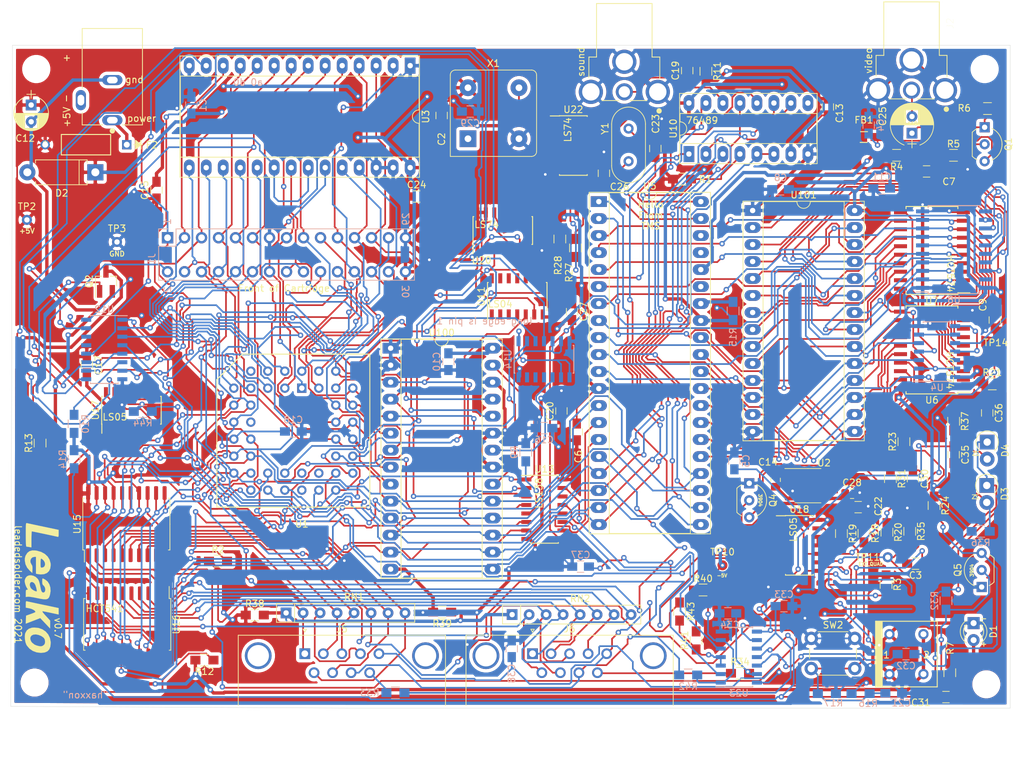
<source format=kicad_pcb>
(kicad_pcb (version 20171130) (host pcbnew "(5.1.5-0-10_14)")
  (layers (0 F.Cu signal) (31 B.Cu signal) (34 B.Paste user) (35 F.Paste user) (36 B.SilkS user) (37 F.SilkS user) (38 B.Mask user) (39 F.Mask user) (44 Edge.Cuts user))
  (net 0 "")
  (net 1 D2)
  (net 2 D1)
  (net 3 D3)
  (net 4 D0)
  (net 5 D4)
  (net 6 D5)
  (net 7 D6)
  (net 8 D7)
  (net 9 GND)
  (net 10 VCC)
  (net 11 Composite)
  (net 12 "Net-(J3-Pad3)")
  (net 13 A0)
  (net 14 A1)
  (net 15 A2)
  (net 16 A3)
  (net 17 A10)
  (net 18 A4)
  (net 19 A13)
  (net 20 A14)
  (net 21 A5)
  (net 22 A6)
  (net 23 A12)
  (net 24 A7)
  (net 25 A9)
  (net 26 A8)
  (net 27 /Video/VIDVCC)
  (net 28 RW)
  (net 29 WR)
  (net 30 RAS)
  (net 31 ROW)
  (net 32 CAS)
  (net 33 COL)
  (net 34 AD7)
  (net 35 AD6)
  (net 36 AD5)
  (net 37 VD7)
  (net 38 AD4)
  (net 39 VD6)
  (net 40 AD3)
  (net 41 VD5)
  (net 42 AD2)
  (net 43 VD4)
  (net 44 AD1)
  (net 45 VD3)
  (net 46 AD0)
  (net 47 VD2)
  (net 48 VD1)
  (net 49 VD0)
  (net 50 "Net-(U7-Pad19)")
  (net 51 Audio_WR)
  (net 52 /Sound/Raw_Audio)
  (net 53 "Net-(U4-Pad6)")
  (net 54 "Net-(U4-Pad11)")
  (net 55 "Net-(U8-Pad19)")
  (net 56 "Net-(U10-Pad9)")
  (net 57 !CART_0xC0)
  (net 58 !CART_0x80)
  (net 59 !CART_0xA0)
  (net 60 !CART_0xE0)
  (net 61 !WAIT)
  (net 62 !MREQ)
  (net 63 !IOREQ)
  (net 64 !RD)
  (net 65 !WR)
  (net 66 !RAM_CE)
  (net 67 !BIOS_CE)
  (net 68 A15)
  (net 69 EXT_IO_STUB)
  (net 70 CTRL_R)
  (net 71 "Net-(U13-Pad10)")
  (net 72 CTRL_EN_1)
  (net 73 VDC_R)
  (net 74 VDC_W)
  (net 75 "Net-(U13-Pad14)")
  (net 76 CTRL_EN_2)
  (net 77 !INT)
  (net 78 !RESET)
  (net 79 /Video/RD)
  (net 80 EXT_DECODE_STUB)
  (net 81 "Net-(C19-Pad2)")
  (net 82 "Net-(D1-Pad2)")
  (net 83 /Power/WALL_V)
  (net 84 "Net-(R12-Pad2)")
  (net 85 /Video/To_TV)
  (net 86 /Sound/To_Speakers)
  (net 87 "Net-(J5-Pad9)")
  (net 88 "Net-(J5-Pad6)")
  (net 89 "Net-(J5-Pad4)")
  (net 90 "Net-(J5-Pad3)")
  (net 91 "Net-(J5-Pad2)")
  (net 92 "Net-(J6-Pad9)")
  (net 93 "Net-(J6-Pad7)")
  (net 94 "Net-(J6-Pad6)")
  (net 95 "Net-(J6-Pad4)")
  (net 96 "Net-(J6-Pad3)")
  (net 97 "Net-(J6-Pad2)")
  (net 98 "Net-(J6-Pad1)")
  (net 99 "Net-(C21-Pad1)")
  (net 100 "Net-(R18-Pad1)")
  (net 101 "Net-(R19-Pad2)")
  (net 102 "Net-(R15-Pad2)")
  (net 103 CPU_CLK)
  (net 104 !M1)
  (net 105 "Net-(U20-Pad2)")
  (net 106 "Net-(U22-Pad2)")
  (net 107 "Net-(U5-Pad35)")
  (net 108 "Net-(U5-Pad37)")
  (net 109 "Net-(U5-Pad38)")
  (net 110 "Net-(X1-Pad1)")
  (net 111 "Net-(C3-Pad1)")
  (net 112 "Net-(C3-Pad2)")
  (net 113 "Net-(C30-Pad1)")
  (net 114 "Net-(C30-Pad2)")
  (net 115 "Net-(C31-Pad1)")
  (net 116 "Net-(C31-Pad2)")
  (net 117 "Net-(C32-Pad1)")
  (net 118 "Net-(C32-Pad2)")
  (net 119 "Net-(C33-Pad2)")
  (net 120 "Net-(C35-Pad2)")
  (net 121 "Net-(C36-Pad1)")
  (net 122 /Controllers/CTRL_PIN_8)
  (net 123 /Controllers/CTRL_PIN_5)
  (net 124 /Controllers/2v5)
  (net 125 -5V)
  (net 126 "Net-(R40-Pad2)")
  (net 127 "Net-(R41-Pad1)")
  (net 128 "Net-(C41-Pad1)")
  (net 129 "Net-(C41-Pad2)")
  (net 130 EXT_QUAD)
  (net 131 EXT_40_5F)
  (net 132 EXT_20_3F)
  (net 133 !NMI)
  (net 134 "Net-(C26-Pad2)")
  (net 135 "Net-(R28-Pad2)")
  (net 136 /BUSRQ_PU)
  (net 137 /HALT_PU)
  (net 138 "Net-(U1-Pad27)")
  (net 139 /Power/Source)
  (net 140 /Power/Gate)
  (net 141 "Net-(C23-Pad1)")
  (net 142 /Power/7MHz)
  (net 143 /Power/14MHz)
  (net 144 A11)
  (net 145 /Power/WAIT)
  (net 146 "Net-(U20-Pad12)")
  (net 147 "Net-(R27-Pad1)")
  (net 148 "Net-(C25-Pad2)")
  (net 149 "Net-(Q1-Pad2)")
  (net 150 RFSH)
  (net 151 /RAM_OE)
  (net 152 /Video/RAM_A6)
  (net 153 /Video/RAM_A5)
  (net 154 /Video/RAM_A4)
  (net 155 /Video/RAM_A3)
  (net 156 /Video/RAM_A2)
  (net 157 /Video/RAM_A1)
  (net 158 /Video/RAM_A0)
  (net 159 /Video/RAM_A13)
  (net 160 /Video/RAM_A12)
  (net 161 /Video/RAM_A11)
  (net 162 /Video/RAM_A10)
  (net 163 /Video/RAM_A9)
  (net 164 /Video/RAM_A8)
  (net 165 /Video/RAM_A7)
  (net 166 /RFSH)
  (net 167 !RAM_OE)
  (net 168 /!RFSH)
  (net 169 "Net-(C34-Pad1)")
  (net 170 "Net-(J5-Pad7)")
  (net 171 "Net-(J5-Pad1)")
  (net 172 /Controllers/~A1)
  (net 173 /Power/M1)
  (net 174 "Net-(C14-Pad2)")
  (net 175 "Net-(C14-Pad1)")
  (net 176 "Net-(U2-Pad7)")
  (net 177 "Net-(U2-Pad6)")
  (net 178 "Net-(U2-Pad1)")
  (module Package_SO:SOIC-8_3.9x4.9mm_P1.27mm (layer F.Cu) (at 194.695 107.16)
    (fp_text reference U2 (at 2.409 -3.4) (layer F.SilkS))
    (fp_text value ICL7660)
    (pad 8 smd roundrect (at 2.475 -1.905) (size 1.95 0.6) (layers F.Cu F.Paste F.Mask) (net 10 VCC))
    (pad 7 smd roundrect (at 2.475 -0.635) (size 1.95 0.6) (layers F.Cu F.Paste F.Mask) (net 176 "Net-(U2-Pad7)"))
    (pad 6 smd roundrect (at 2.475 0.635) (size 1.95 0.6) (layers F.Cu F.Paste F.Mask) (net 177 "Net-(U2-Pad6)"))
    (pad 5 smd roundrect (at 2.475 1.905) (size 1.95 0.6) (layers F.Cu F.Paste F.Mask) (net 125 -5V))
    (pad 4 smd roundrect (at -2.475 1.905) (size 1.95 0.6) (layers F.Cu F.Paste F.Mask) (net 174 "Net-(C14-Pad2)"))
    (pad 3 smd roundrect (at -2.475 0.635) (size 1.95 0.6) (layers F.Cu F.Paste F.Mask) (net 9 GND))
    (pad 2 smd roundrect (at -2.475 -0.635) (size 1.95 0.6) (layers F.Cu F.Paste F.Mask) (net 175 "Net-(C14-Pad1)"))
    (pad 1 smd roundrect (at -2.475 -1.905) (size 1.95 0.6) (layers F.Cu F.Paste F.Mask) (net 178 "Net-(U2-Pad1)"))
  )
  (module Capacitor_SMD:C_0805_2012Metric_Pad1.15x1.40mm_HandSolder (layer F.Cu) (at 201.295 108.36)
    (fp_text reference C28 (at 0 -1.65) (layer F.SilkS))
    (fp_text value 10µF)
    (pad 2 smd roundrect (at 1.025 0) (size 1.15 1.4) (layers F.Cu F.Paste F.Mask) (roundrect_rratio 0.217391) (net 9 GND))
    (pad 1 smd roundrect (at -1.025 0) (size 1.15 1.4) (layers F.Cu F.Paste F.Mask) (roundrect_rratio 0.217391) (net 125 -5V))
  )
  (module Capacitor_SMD:C_0805_2012Metric_Pad1.15x1.40mm_HandSolder (layer F.Cu) (at 189.865 106.29 270)
    (fp_text reference C14 (at -2.658 1.143 180) (layer F.SilkS))
    (fp_text value 10µF)
    (pad 2 smd roundrect (at 1.025 0 270) (size 1.15 1.4) (layers F.Cu F.Paste F.Mask) (roundrect_rratio 0.217391) (net 174 "Net-(C14-Pad2)"))
    (pad 1 smd roundrect (at -1.025 0 270) (size 1.15 1.4) (layers F.Cu F.Paste F.Mask) (roundrect_rratio 0.217391) (net 175 "Net-(C14-Pad1)"))
  )
  (module Package_SO:SOIC-20W_7.5x12.8mm_P1.27mm (layer F.Cu) (at 92.964 127.889 270)
    (fp_text reference U16 (at 0 -7.35 90) (layer F.SilkS))
    (fp_text value "74LS541 (Ctrl. 1)")
    (pad 20 smd roundrect (at 4.65 -5.715 270) (size 2.05 0.6) (layers F.Cu F.Paste F.Mask) (net 10 VCC))
    (pad 19 smd roundrect (at 4.65 -4.445 270) (size 2.05 0.6) (layers F.Cu F.Paste F.Mask) (net 14 A1))
    (pad 18 smd roundrect (at 4.65 -3.175 270) (size 2.05 0.6) (layers F.Cu F.Paste F.Mask) (net 4 D0))
    (pad 17 smd roundrect (at 4.65 -1.905 270) (size 2.05 0.6) (layers F.Cu F.Paste F.Mask) (net 2 D1))
    (pad 16 smd roundrect (at 4.65 -0.635 270) (size 2.05 0.6) (layers F.Cu F.Paste F.Mask) (net 1 D2))
    (pad 15 smd roundrect (at 4.65 0.635 270) (size 2.05 0.6) (layers F.Cu F.Paste F.Mask) (net 3 D3))
    (pad 14 smd roundrect (at 4.65 1.905 270) (size 2.05 0.6) (layers F.Cu F.Paste F.Mask) (net 5 D4))
    (pad 13 smd roundrect (at 4.65 3.175 270) (size 2.05 0.6) (layers F.Cu F.Paste F.Mask) (net 6 D5))
    (pad 12 smd roundrect (at 4.65 4.445 270) (size 2.05 0.6) (layers F.Cu F.Paste F.Mask) (net 7 D6))
    (pad 11 smd roundrect (at 4.65 5.715 270) (size 2.05 0.6) (layers F.Cu F.Paste F.Mask) (net 8 D7))
    (pad 10 smd roundrect (at -4.65 5.715 270) (size 2.05 0.6) (layers F.Cu F.Paste F.Mask) (net 9 GND))
    (pad 9 smd roundrect (at -4.65 4.445 270) (size 2.05 0.6) (layers F.Cu F.Paste F.Mask) (net 115 "Net-(C31-Pad1)"))
    (pad 8 smd roundrect (at -4.65 3.175 270) (size 2.05 0.6) (layers F.Cu F.Paste F.Mask) (net 94 "Net-(J6-Pad6)"))
    (pad 7 smd roundrect (at -4.65 1.905 270) (size 2.05 0.6) (layers F.Cu F.Paste F.Mask) (net 93 "Net-(J6-Pad7)"))
    (pad 6 smd roundrect (at -4.65 0.635 270) (size 2.05 0.6) (layers F.Cu F.Paste F.Mask) (net 117 "Net-(C32-Pad1)"))
    (pad 5 smd roundrect (at -4.65 -0.635 270) (size 2.05 0.6) (layers F.Cu F.Paste F.Mask) (net 96 "Net-(J6-Pad3)"))
    (pad 4 smd roundrect (at -4.65 -1.905 270) (size 2.05 0.6) (layers F.Cu F.Paste F.Mask) (net 97 "Net-(J6-Pad2)"))
    (pad 3 smd roundrect (at -4.65 -3.175 270) (size 2.05 0.6) (layers F.Cu F.Paste F.Mask) (net 95 "Net-(J6-Pad4)"))
    (pad 2 smd roundrect (at -4.65 -4.445 270) (size 2.05 0.6) (layers F.Cu F.Paste F.Mask) (net 98 "Net-(J6-Pad1)"))
    (pad 1 smd roundrect (at -4.65 -5.715 270) (size 2.05 0.6) (layers F.Cu F.Paste F.Mask) (net 70 CTRL_R))
  )
  (module Package_SO:SOIC-20W_7.5x12.8mm_P1.27mm (layer F.Cu) (at 92.837 112.903 90)
    (fp_text reference U15 (at 0 -7.35 90) (layer F.SilkS))
    (fp_text value "74LS541 (Ctrl. 2)")
    (pad 20 smd roundrect (at 4.65 -5.715 90) (size 2.05 0.6) (layers F.Cu F.Paste F.Mask) (net 10 VCC))
    (pad 19 smd roundrect (at 4.65 -4.445 90) (size 2.05 0.6) (layers F.Cu F.Paste F.Mask) (net 172 /Controllers/~A1))
    (pad 18 smd roundrect (at 4.65 -3.175 90) (size 2.05 0.6) (layers F.Cu F.Paste F.Mask) (net 8 D7))
    (pad 17 smd roundrect (at 4.65 -1.905 90) (size 2.05 0.6) (layers F.Cu F.Paste F.Mask) (net 7 D6))
    (pad 16 smd roundrect (at 4.65 -0.635 90) (size 2.05 0.6) (layers F.Cu F.Paste F.Mask) (net 6 D5))
    (pad 15 smd roundrect (at 4.65 0.635 90) (size 2.05 0.6) (layers F.Cu F.Paste F.Mask) (net 5 D4))
    (pad 14 smd roundrect (at 4.65 1.905 90) (size 2.05 0.6) (layers F.Cu F.Paste F.Mask) (net 3 D3))
    (pad 13 smd roundrect (at 4.65 3.175 90) (size 2.05 0.6) (layers F.Cu F.Paste F.Mask) (net 1 D2))
    (pad 12 smd roundrect (at 4.65 4.445 90) (size 2.05 0.6) (layers F.Cu F.Paste F.Mask) (net 2 D1))
    (pad 11 smd roundrect (at 4.65 5.715 90) (size 2.05 0.6) (layers F.Cu F.Paste F.Mask) (net 4 D0))
    (pad 10 smd roundrect (at -4.65 5.715 90) (size 2.05 0.6) (layers F.Cu F.Paste F.Mask) (net 9 GND))
    (pad 9 smd roundrect (at -4.65 4.445 90) (size 2.05 0.6) (layers F.Cu F.Paste F.Mask) (net 171 "Net-(J5-Pad1)"))
    (pad 8 smd roundrect (at -4.65 3.175 90) (size 2.05 0.6) (layers F.Cu F.Paste F.Mask) (net 89 "Net-(J5-Pad4)"))
    (pad 7 smd roundrect (at -4.65 1.905 90) (size 2.05 0.6) (layers F.Cu F.Paste F.Mask) (net 91 "Net-(J5-Pad2)"))
    (pad 6 smd roundrect (at -4.65 0.635 90) (size 2.05 0.6) (layers F.Cu F.Paste F.Mask) (net 90 "Net-(J5-Pad3)"))
    (pad 5 smd roundrect (at -4.65 -0.635 90) (size 2.05 0.6) (layers F.Cu F.Paste F.Mask) (net 111 "Net-(C3-Pad1)"))
    (pad 4 smd roundrect (at -4.65 -1.905 90) (size 2.05 0.6) (layers F.Cu F.Paste F.Mask) (net 170 "Net-(J5-Pad7)"))
    (pad 3 smd roundrect (at -4.65 -3.175 90) (size 2.05 0.6) (layers F.Cu F.Paste F.Mask) (net 88 "Net-(J5-Pad6)"))
    (pad 2 smd roundrect (at -4.65 -4.445 90) (size 2.05 0.6) (layers F.Cu F.Paste F.Mask) (net 113 "Net-(C30-Pad1)"))
    (pad 1 smd roundrect (at -4.65 -5.715 90) (size 2.05 0.6) (layers F.Cu F.Paste F.Mask) (net 70 CTRL_R))
  )
  (module Housings_DIP:DIP-28_W15.24mm_Socket_LongPads (layer F.Cu) (at 186.436 66.04)
    (fp_text reference U101 (at 7.62 -2.33) (layer F.SilkS))
    (fp_text value AS6C62256-DIP)
    (pad 1 thru_hole rect (at 0 0) (size 2.4 1.6) (drill 0.8) (layers *.Cu *.Mask) (net 9 GND))
    (pad 15 thru_hole oval (at 15.24 33.02) (size 2.4 1.6) (drill 0.8) (layers *.Cu *.Mask) (net 45 VD3))
    (pad 2 thru_hole oval (at 0 2.54) (size 2.4 1.6) (drill 0.8) (layers *.Cu *.Mask) (net 161 /Video/RAM_A11))
    (pad 16 thru_hole oval (at 15.24 30.48) (size 2.4 1.6) (drill 0.8) (layers *.Cu *.Mask) (net 43 VD4))
    (pad 3 thru_hole oval (at 0 5.08) (size 2.4 1.6) (drill 0.8) (layers *.Cu *.Mask) (net 163 /Video/RAM_A9))
    (pad 17 thru_hole oval (at 15.24 27.94) (size 2.4 1.6) (drill 0.8) (layers *.Cu *.Mask) (net 41 VD5))
    (pad 4 thru_hole oval (at 0 7.62) (size 2.4 1.6) (drill 0.8) (layers *.Cu *.Mask) (net 164 /Video/RAM_A8))
    (pad 18 thru_hole oval (at 15.24 25.4) (size 2.4 1.6) (drill 0.8) (layers *.Cu *.Mask) (net 39 VD6))
    (pad 5 thru_hole oval (at 0 10.16) (size 2.4 1.6) (drill 0.8) (layers *.Cu *.Mask) (net 152 /Video/RAM_A6))
    (pad 19 thru_hole oval (at 15.24 22.86) (size 2.4 1.6) (drill 0.8) (layers *.Cu *.Mask) (net 37 VD7))
    (pad 6 thru_hole oval (at 0 12.7) (size 2.4 1.6) (drill 0.8) (layers *.Cu *.Mask) (net 153 /Video/RAM_A5))
    (pad 20 thru_hole oval (at 15.24 20.32) (size 2.4 1.6) (drill 0.8) (layers *.Cu *.Mask) (net 32 CAS))
    (pad 7 thru_hole oval (at 0 15.24) (size 2.4 1.6) (drill 0.8) (layers *.Cu *.Mask) (net 155 /Video/RAM_A3))
    (pad 21 thru_hole oval (at 15.24 17.78) (size 2.4 1.6) (drill 0.8) (layers *.Cu *.Mask) (net 154 /Video/RAM_A4))
    (pad 8 thru_hole oval (at 0 17.78) (size 2.4 1.6) (drill 0.8) (layers *.Cu *.Mask) (net 156 /Video/RAM_A2))
    (pad 22 thru_hole oval (at 15.24 15.24) (size 2.4 1.6) (drill 0.8) (layers *.Cu *.Mask) (net 29 WR))
    (pad 9 thru_hole oval (at 0 20.32) (size 2.4 1.6) (drill 0.8) (layers *.Cu *.Mask) (net 157 /Video/RAM_A1))
    (pad 23 thru_hole oval (at 15.24 12.7) (size 2.4 1.6) (drill 0.8) (layers *.Cu *.Mask) (net 165 /Video/RAM_A7))
    (pad 10 thru_hole oval (at 0 22.86) (size 2.4 1.6) (drill 0.8) (layers *.Cu *.Mask) (net 158 /Video/RAM_A0))
    (pad 24 thru_hole oval (at 15.24 10.16) (size 2.4 1.6) (drill 0.8) (layers *.Cu *.Mask) (net 162 /Video/RAM_A10))
    (pad 11 thru_hole oval (at 0 25.4) (size 2.4 1.6) (drill 0.8) (layers *.Cu *.Mask) (net 49 VD0))
    (pad 25 thru_hole oval (at 15.24 7.62) (size 2.4 1.6) (drill 0.8) (layers *.Cu *.Mask) (net 160 /Video/RAM_A12))
    (pad 12 thru_hole oval (at 0 27.94) (size 2.4 1.6) (drill 0.8) (layers *.Cu *.Mask) (net 48 VD1))
    (pad 26 thru_hole oval (at 15.24 5.08) (size 2.4 1.6) (drill 0.8) (layers *.Cu *.Mask) (net 159 /Video/RAM_A13))
    (pad 13 thru_hole oval (at 0 30.48) (size 2.4 1.6) (drill 0.8) (layers *.Cu *.Mask) (net 47 VD2))
    (pad 27 thru_hole oval (at 15.24 2.54) (size 2.4 1.6) (drill 0.8) (layers *.Cu *.Mask) (net 28 RW))
    (pad 14 thru_hole oval (at 0 33.02) (size 2.4 1.6) (drill 0.8) (layers *.Cu *.Mask) (net 9 GND))
    (pad 28 thru_hole oval (at 15.24 0) (size 2.4 1.6) (drill 0.8) (layers *.Cu *.Mask) (net 10 VCC))
  )
  (module Housings_DIP:DIP-40_W15.24mm_Socket_LongPads (layer F.Cu) (at 163.449 64.7065)
    (fp_text reference U5 (at 7.62 -2.33) (layer F.SilkS))
    (fp_text value TMS9918A)
    (pad 1 thru_hole rect (at 0 0) (size 2.4 1.6) (drill 0.8) (layers *.Cu *.Mask) (net 30 RAS))
    (pad 21 thru_hole oval (at 15.24 48.26) (size 2.4 1.6) (drill 0.8) (layers *.Cu *.Mask) (net 5 D4))
    (pad 2 thru_hole oval (at 0 2.54) (size 2.4 1.6) (drill 0.8) (layers *.Cu *.Mask) (net 32 CAS))
    (pad 22 thru_hole oval (at 15.24 45.72) (size 2.4 1.6) (drill 0.8) (layers *.Cu *.Mask) (net 6 D5))
    (pad 3 thru_hole oval (at 0 5.08) (size 2.4 1.6) (drill 0.8) (layers *.Cu *.Mask) (net 34 AD7))
    (pad 23 thru_hole oval (at 15.24 43.18) (size 2.4 1.6) (drill 0.8) (layers *.Cu *.Mask) (net 7 D6))
    (pad 4 thru_hole oval (at 0 7.62) (size 2.4 1.6) (drill 0.8) (layers *.Cu *.Mask) (net 35 AD6))
    (pad 24 thru_hole oval (at 15.24 40.64) (size 2.4 1.6) (drill 0.8) (layers *.Cu *.Mask) (net 8 D7))
    (pad 5 thru_hole oval (at 0 10.16) (size 2.4 1.6) (drill 0.8) (layers *.Cu *.Mask) (net 36 AD5))
    (pad 25 thru_hole oval (at 15.24 38.1) (size 2.4 1.6) (drill 0.8) (layers *.Cu *.Mask) (net 37 VD7))
    (pad 6 thru_hole oval (at 0 12.7) (size 2.4 1.6) (drill 0.8) (layers *.Cu *.Mask) (net 38 AD4))
    (pad 26 thru_hole oval (at 15.24 35.56) (size 2.4 1.6) (drill 0.8) (layers *.Cu *.Mask) (net 39 VD6))
    (pad 7 thru_hole oval (at 0 15.24) (size 2.4 1.6) (drill 0.8) (layers *.Cu *.Mask) (net 40 AD3))
    (pad 27 thru_hole oval (at 15.24 33.02) (size 2.4 1.6) (drill 0.8) (layers *.Cu *.Mask) (net 41 VD5))
    (pad 8 thru_hole oval (at 0 17.78) (size 2.4 1.6) (drill 0.8) (layers *.Cu *.Mask) (net 42 AD2))
    (pad 28 thru_hole oval (at 15.24 30.48) (size 2.4 1.6) (drill 0.8) (layers *.Cu *.Mask) (net 43 VD4))
    (pad 9 thru_hole oval (at 0 20.32) (size 2.4 1.6) (drill 0.8) (layers *.Cu *.Mask) (net 44 AD1))
    (pad 29 thru_hole oval (at 15.24 27.94) (size 2.4 1.6) (drill 0.8) (layers *.Cu *.Mask) (net 45 VD3))
    (pad 10 thru_hole oval (at 0 22.86) (size 2.4 1.6) (drill 0.8) (layers *.Cu *.Mask) (net 46 AD0))
    (pad 30 thru_hole oval (at 15.24 25.4) (size 2.4 1.6) (drill 0.8) (layers *.Cu *.Mask) (net 47 VD2))
    (pad 11 thru_hole oval (at 0 25.4) (size 2.4 1.6) (drill 0.8) (layers *.Cu *.Mask) (net 28 RW))
    (pad 31 thru_hole oval (at 15.24 22.86) (size 2.4 1.6) (drill 0.8) (layers *.Cu *.Mask) (net 48 VD1))
    (pad 12 thru_hole oval (at 0 27.94) (size 2.4 1.6) (drill 0.8) (layers *.Cu *.Mask) (net 9 GND))
    (pad 32 thru_hole oval (at 15.24 20.32) (size 2.4 1.6) (drill 0.8) (layers *.Cu *.Mask) (net 49 VD0))
    (pad 13 thru_hole oval (at 0 30.48) (size 2.4 1.6) (drill 0.8) (layers *.Cu *.Mask) (net 13 A0))
    (pad 33 thru_hole oval (at 15.24 17.78) (size 2.4 1.6) (drill 0.8) (layers *.Cu *.Mask) (net 10 VCC))
    (pad 14 thru_hole oval (at 0 33.02) (size 2.4 1.6) (drill 0.8) (layers *.Cu *.Mask) (net 74 VDC_W))
    (pad 34 thru_hole oval (at 15.24 15.24) (size 2.4 1.6) (drill 0.8) (layers *.Cu *.Mask) (net 102 "Net-(R15-Pad2)"))
    (pad 15 thru_hole oval (at 0 35.56) (size 2.4 1.6) (drill 0.8) (layers *.Cu *.Mask) (net 73 VDC_R))
    (pad 35 thru_hole oval (at 15.24 12.7) (size 2.4 1.6) (drill 0.8) (layers *.Cu *.Mask) (net 107 "Net-(U5-Pad35)"))
    (pad 16 thru_hole oval (at 0 38.1) (size 2.4 1.6) (drill 0.8) (layers *.Cu *.Mask) (net 133 !NMI))
    (pad 36 thru_hole oval (at 15.24 10.16) (size 2.4 1.6) (drill 0.8) (layers *.Cu *.Mask) (net 11 Composite))
    (pad 17 thru_hole oval (at 0 40.64) (size 2.4 1.6) (drill 0.8) (layers *.Cu *.Mask) (net 4 D0))
    (pad 37 thru_hole oval (at 15.24 7.62) (size 2.4 1.6) (drill 0.8) (layers *.Cu *.Mask) (net 108 "Net-(U5-Pad37)"))
    (pad 18 thru_hole oval (at 0 43.18) (size 2.4 1.6) (drill 0.8) (layers *.Cu *.Mask) (net 2 D1))
    (pad 38 thru_hole oval (at 15.24 5.08) (size 2.4 1.6) (drill 0.8) (layers *.Cu *.Mask) (net 109 "Net-(U5-Pad38)"))
    (pad 19 thru_hole oval (at 0 45.72) (size 2.4 1.6) (drill 0.8) (layers *.Cu *.Mask) (net 1 D2))
    (pad 39 thru_hole oval (at 15.24 2.54) (size 2.4 1.6) (drill 0.8) (layers *.Cu *.Mask) (net 134 "Net-(C26-Pad2)"))
    (pad 20 thru_hole oval (at 0 48.26) (size 2.4 1.6) (drill 0.8) (layers *.Cu *.Mask) (net 3 D3))
    (pad 40 thru_hole oval (at 15.24 0) (size 2.4 1.6) (drill 0.8) (layers *.Cu *.Mask) (net 141 "Net-(C23-Pad1)"))
  )
  (module Housings_DIP:DIP-28_W15.24mm_Socket_LongPads (layer F.Cu) (at 132.334 86.614)
    (fp_text reference U100 (at 7.62 -2.33) (layer F.SilkS))
    (fp_text value AS6C62256-DIP)
    (pad 1 thru_hole rect (at 0 0) (size 2.4 1.6) (drill 0.8) (layers *.Cu *.Mask) (net 9 GND))
    (pad 15 thru_hole oval (at 15.24 33.02) (size 2.4 1.6) (drill 0.8) (layers *.Cu *.Mask) (net 3 D3))
    (pad 2 thru_hole oval (at 0 2.54) (size 2.4 1.6) (drill 0.8) (layers *.Cu *.Mask) (net 9 GND))
    (pad 16 thru_hole oval (at 15.24 30.48) (size 2.4 1.6) (drill 0.8) (layers *.Cu *.Mask) (net 5 D4))
    (pad 3 thru_hole oval (at 0 5.08) (size 2.4 1.6) (drill 0.8) (layers *.Cu *.Mask) (net 24 A7))
    (pad 17 thru_hole oval (at 15.24 27.94) (size 2.4 1.6) (drill 0.8) (layers *.Cu *.Mask) (net 6 D5))
    (pad 4 thru_hole oval (at 0 7.62) (size 2.4 1.6) (drill 0.8) (layers *.Cu *.Mask) (net 22 A6))
    (pad 18 thru_hole oval (at 15.24 25.4) (size 2.4 1.6) (drill 0.8) (layers *.Cu *.Mask) (net 7 D6))
    (pad 5 thru_hole oval (at 0 10.16) (size 2.4 1.6) (drill 0.8) (layers *.Cu *.Mask) (net 21 A5))
    (pad 19 thru_hole oval (at 15.24 22.86) (size 2.4 1.6) (drill 0.8) (layers *.Cu *.Mask) (net 8 D7))
    (pad 6 thru_hole oval (at 0 12.7) (size 2.4 1.6) (drill 0.8) (layers *.Cu *.Mask) (net 18 A4))
    (pad 20 thru_hole oval (at 15.24 20.32) (size 2.4 1.6) (drill 0.8) (layers *.Cu *.Mask) (net 66 !RAM_CE))
    (pad 7 thru_hole oval (at 0 15.24) (size 2.4 1.6) (drill 0.8) (layers *.Cu *.Mask) (net 16 A3))
    (pad 21 thru_hole oval (at 15.24 17.78) (size 2.4 1.6) (drill 0.8) (layers *.Cu *.Mask) (net 9 GND))
    (pad 8 thru_hole oval (at 0 17.78) (size 2.4 1.6) (drill 0.8) (layers *.Cu *.Mask) (net 15 A2))
    (pad 22 thru_hole oval (at 15.24 15.24) (size 2.4 1.6) (drill 0.8) (layers *.Cu *.Mask) (net 167 !RAM_OE))
    (pad 9 thru_hole oval (at 0 20.32) (size 2.4 1.6) (drill 0.8) (layers *.Cu *.Mask) (net 14 A1))
    (pad 23 thru_hole oval (at 15.24 12.7) (size 2.4 1.6) (drill 0.8) (layers *.Cu *.Mask) (net 9 GND))
    (pad 10 thru_hole oval (at 0 22.86) (size 2.4 1.6) (drill 0.8) (layers *.Cu *.Mask) (net 13 A0))
    (pad 24 thru_hole oval (at 15.24 10.16) (size 2.4 1.6) (drill 0.8) (layers *.Cu *.Mask) (net 25 A9))
    (pad 11 thru_hole oval (at 0 25.4) (size 2.4 1.6) (drill 0.8) (layers *.Cu *.Mask) (net 4 D0))
    (pad 25 thru_hole oval (at 15.24 7.62) (size 2.4 1.6) (drill 0.8) (layers *.Cu *.Mask) (net 26 A8))
    (pad 12 thru_hole oval (at 0 27.94) (size 2.4 1.6) (drill 0.8) (layers *.Cu *.Mask) (net 2 D1))
    (pad 26 thru_hole oval (at 15.24 5.08) (size 2.4 1.6) (drill 0.8) (layers *.Cu *.Mask) (net 9 GND))
    (pad 13 thru_hole oval (at 0 30.48) (size 2.4 1.6) (drill 0.8) (layers *.Cu *.Mask) (net 1 D2))
    (pad 27 thru_hole oval (at 15.24 2.54) (size 2.4 1.6) (drill 0.8) (layers *.Cu *.Mask) (net 65 !WR))
    (pad 14 thru_hole oval (at 0 33.02) (size 2.4 1.6) (drill 0.8) (layers *.Cu *.Mask) (net 9 GND))
    (pad 28 thru_hole oval (at 15.24 0) (size 2.4 1.6) (drill 0.8) (layers *.Cu *.Mask) (net 10 VCC))
  )
  (module Sockets:PLCC44 (layer F.Cu) (at 117.7925 98.933 270)
    (fp_text reference U1 (at 13.97 -1.27) (layer F.SilkS))
    (fp_text value PLCCZ80)
    (pad 1 thru_hole rect (at -6.35 -1.27 270) (size 1.397 1.397) (drill 0.8128) (layers *.Cu *.Mask) (net 144 A11))
    (pad 2 thru_hole circle (at -8.89 1.27 270) (size 1.397 1.397) (drill 0.8128) (layers *.Cu *.Mask) (net 23 A12))
    (pad 3 thru_hole circle (at -6.35 1.27 270) (size 1.397 1.397) (drill 0.8128) (layers *.Cu *.Mask) (net 19 A13))
    (pad 4 thru_hole circle (at -8.89 3.81 270) (size 1.397 1.397) (drill 0.8128) (layers *.Cu *.Mask) (net 20 A14))
    (pad 5 thru_hole circle (at -6.35 3.81 270) (size 1.397 1.397) (drill 0.8128) (layers *.Cu *.Mask) (net 68 A15))
    (pad 6 thru_hole circle (at -8.89 6.35 270) (size 1.397 1.397) (drill 0.8128) (layers *.Cu *.Mask))
    (pad 7 thru_hole circle (at -6.35 8.89 270) (size 1.397 1.397) (drill 0.8128) (layers *.Cu *.Mask) (net 103 CPU_CLK))
    (pad 8 thru_hole circle (at -6.35 6.35 270) (size 1.397 1.397) (drill 0.8128) (layers *.Cu *.Mask) (net 5 D4))
    (pad 9 thru_hole circle (at -3.81 8.89 270) (size 1.397 1.397) (drill 0.8128) (layers *.Cu *.Mask) (net 3 D3))
    (pad 10 thru_hole circle (at -3.81 6.35 270) (size 1.397 1.397) (drill 0.8128) (layers *.Cu *.Mask) (net 6 D5))
    (pad 11 thru_hole circle (at -1.27 8.89 270) (size 1.397 1.397) (drill 0.8128) (layers *.Cu *.Mask) (net 7 D6))
    (pad 12 thru_hole circle (at -1.27 6.35 270) (size 1.397 1.397) (drill 0.8128) (layers *.Cu *.Mask))
    (pad 13 thru_hole circle (at 1.27 8.89 270) (size 1.397 1.397) (drill 0.8128) (layers *.Cu *.Mask) (net 10 VCC))
    (pad 14 thru_hole circle (at 1.27 6.35 270) (size 1.397 1.397) (drill 0.8128) (layers *.Cu *.Mask) (net 1 D2))
    (pad 15 thru_hole circle (at 3.81 8.89 270) (size 1.397 1.397) (drill 0.8128) (layers *.Cu *.Mask) (net 8 D7))
    (pad 16 thru_hole circle (at 3.81 6.35 270) (size 1.397 1.397) (drill 0.8128) (layers *.Cu *.Mask) (net 4 D0))
    (pad 17 thru_hole circle (at 6.35 8.89 270) (size 1.397 1.397) (drill 0.8128) (layers *.Cu *.Mask) (net 2 D1))
    (pad 18 thru_hole circle (at 8.89 6.35 270) (size 1.397 1.397) (drill 0.8128) (layers *.Cu *.Mask) (net 77 !INT))
    (pad 19 thru_hole circle (at 6.35 6.35 270) (size 1.397 1.397) (drill 0.8128) (layers *.Cu *.Mask) (net 133 !NMI))
    (pad 20 thru_hole circle (at 8.89 3.81 270) (size 1.397 1.397) (drill 0.8128) (layers *.Cu *.Mask) (net 137 /HALT_PU))
    (pad 21 thru_hole circle (at 6.35 3.81 270) (size 1.397 1.397) (drill 0.8128) (layers *.Cu *.Mask) (net 62 !MREQ))
    (pad 22 thru_hole circle (at 8.89 1.27 270) (size 1.397 1.397) (drill 0.8128) (layers *.Cu *.Mask) (net 63 !IOREQ))
    (pad 23 thru_hole circle (at 6.35 1.27 270) (size 1.397 1.397) (drill 0.8128) (layers *.Cu *.Mask) (net 64 !RD))
    (pad 24 thru_hole circle (at 8.89 -1.27 270) (size 1.397 1.397) (drill 0.8128) (layers *.Cu *.Mask))
    (pad 25 thru_hole circle (at 6.35 -1.27 270) (size 1.397 1.397) (drill 0.8128) (layers *.Cu *.Mask))
    (pad 26 thru_hole circle (at 8.89 -3.81 270) (size 1.397 1.397) (drill 0.8128) (layers *.Cu *.Mask) (net 65 !WR))
    (pad 27 thru_hole circle (at 6.35 -3.81 270) (size 1.397 1.397) (drill 0.8128) (layers *.Cu *.Mask) (net 138 "Net-(U1-Pad27)"))
    (pad 28 thru_hole circle (at 8.89 -6.35 270) (size 1.397 1.397) (drill 0.8128) (layers *.Cu *.Mask) (net 61 !WAIT))
    (pad 29 thru_hole circle (at 6.35 -8.89 270) (size 1.397 1.397) (drill 0.8128) (layers *.Cu *.Mask) (net 136 /BUSRQ_PU))
    (pad 30 thru_hole circle (at 6.35 -6.35 270) (size 1.397 1.397) (drill 0.8128) (layers *.Cu *.Mask) (net 78 !RESET))
    (pad 31 thru_hole circle (at 3.81 -8.89 270) (size 1.397 1.397) (drill 0.8128) (layers *.Cu *.Mask) (net 104 !M1))
    (pad 32 thru_hole circle (at 3.81 -6.35 270) (size 1.397 1.397) (drill 0.8128) (layers *.Cu *.Mask) (net 168 /!RFSH))
    (pad 33 thru_hole circle (at 1.27 -8.89 270) (size 1.397 1.397) (drill 0.8128) (layers *.Cu *.Mask) (net 9 GND))
    (pad 34 thru_hole circle (at 1.27 -6.35 270) (size 1.397 1.397) (drill 0.8128) (layers *.Cu *.Mask) (net 13 A0))
    (pad 35 thru_hole circle (at -1.27 -8.89 270) (size 1.397 1.397) (drill 0.8128) (layers *.Cu *.Mask) (net 14 A1))
    (pad 36 thru_hole circle (at -1.27 -6.35 270) (size 1.397 1.397) (drill 0.8128) (layers *.Cu *.Mask) (net 15 A2))
    (pad 37 thru_hole circle (at -3.81 -8.89 270) (size 1.397 1.397) (drill 0.8128) (layers *.Cu *.Mask) (net 16 A3))
    (pad 38 thru_hole circle (at -3.81 -6.35 270) (size 1.397 1.397) (drill 0.8128) (layers *.Cu *.Mask) (net 18 A4))
    (pad 39 thru_hole circle (at -6.35 -8.89 270) (size 1.397 1.397) (drill 0.8128) (layers *.Cu *.Mask) (net 21 A5))
    (pad 40 thru_hole circle (at -8.89 -6.35 270) (size 1.397 1.397) (drill 0.8128) (layers *.Cu *.Mask) (net 22 A6))
    (pad 41 thru_hole circle (at -6.35 -6.35 270) (size 1.397 1.397) (drill 0.8128) (layers *.Cu *.Mask) (net 24 A7))
    (pad 42 thru_hole circle (at -8.89 -3.81 270) (size 1.397 1.397) (drill 0.8128) (layers *.Cu *.Mask) (net 26 A8))
    (pad 43 thru_hole circle (at -6.35 -3.81 270) (size 1.397 1.397) (drill 0.8128) (layers *.Cu *.Mask) (net 25 A9))
    (pad 44 thru_hole circle (at -8.89 -1.27 270) (size 1.397 1.397) (drill 0.8128) (layers *.Cu *.Mask) (net 17 A10))
  )
  (module Capacitors_SMD:C_0805_HandSoldering (layer B.Cu) (at 205.72 62.738 180)
    (fp_text reference C11 (at 0 1.75) (layer B.SilkS) (effects (justify mirror)))
    (fp_text value 0.1µF)
    (pad 1 smd rect (at -1.25 0 180) (size 1.5 1.25) (layers B.Cu B.Paste B.Mask) (net 10 VCC))
    (pad 2 smd rect (at 1.25 0 180) (size 1.5 1.25) (layers B.Cu B.Paste B.Mask) (net 9 GND))
  )
  (module Capacitors_SMD:C_0805_HandSoldering (layer B.Cu) (at 140.97 88.626 270)
    (fp_text reference C10 (at 0 1.75 90) (layer B.SilkS) (effects (justify mirror)))
    (fp_text value 0.1µF)
    (pad 1 smd rect (at -1.25 0 270) (size 1.5 1.25) (layers B.Cu B.Paste B.Mask) (net 10 VCC))
    (pad 2 smd rect (at 1.25 0 270) (size 1.5 1.25) (layers B.Cu B.Paste B.Mask) (net 9 GND))
  )
  (module Housings_SOIC:SOIC-14_3.9x8.7mm_Pitch1.27mm (layer F.Cu) (at 151.257 78.867 90)
    (fp_text reference U11 (at 0 -5.375 90) (layer F.SilkS))
    (fp_text value 74LS04)
    (pad 1 smd rect (at -2.7 -3.81 90) (size 1.5 0.6) (layers F.Cu F.Paste F.Mask))
    (pad 2 smd rect (at -2.7 -2.54 90) (size 1.5 0.6) (layers F.Cu F.Paste F.Mask))
    (pad 3 smd rect (at -2.7 -1.27 90) (size 1.5 0.6) (layers F.Cu F.Paste F.Mask))
    (pad 4 smd rect (at -2.7 0 90) (size 1.5 0.6) (layers F.Cu F.Paste F.Mask))
    (pad 5 smd rect (at -2.7 1.27 90) (size 1.5 0.6) (layers F.Cu F.Paste F.Mask) (net 104 !M1))
    (pad 6 smd rect (at -2.7 2.54 90) (size 1.5 0.6) (layers F.Cu F.Paste F.Mask) (net 173 /Power/M1))
    (pad 7 smd rect (at -2.7 3.81 90) (size 1.5 0.6) (layers F.Cu F.Paste F.Mask) (net 9 GND))
    (pad 8 smd rect (at 2.7 3.81 90) (size 1.5 0.6) (layers F.Cu F.Paste F.Mask))
    (pad 9 smd rect (at 2.7 2.54 90) (size 1.5 0.6) (layers F.Cu F.Paste F.Mask))
    (pad 10 smd rect (at 2.7 1.27 90) (size 1.5 0.6) (layers F.Cu F.Paste F.Mask))
    (pad 11 smd rect (at 2.7 0 90) (size 1.5 0.6) (layers F.Cu F.Paste F.Mask))
    (pad 12 smd rect (at 2.7 -1.27 90) (size 1.5 0.6) (layers F.Cu F.Paste F.Mask))
    (pad 13 smd rect (at 2.7 -2.54 90) (size 1.5 0.6) (layers F.Cu F.Paste F.Mask))
    (pad 14 smd rect (at 2.7 -3.81 90) (size 1.5 0.6) (layers F.Cu F.Paste F.Mask) (net 10 VCC))
  )
  (module TO_SOT_Packages_THT:TO-92_Inline_Wide (layer F.Cu) (at 221.107 53.594 270)
    (fp_text reference Q1 (at 2.54 -3.56 270) (layer F.SilkS))
    (fp_text value 2n4401)
    (pad 2 thru_hole circle (at 2.54 0) (size 1.52 1.52) (drill 0.8) (layers *.Cu *.Mask) (net 149 "Net-(Q1-Pad2)"))
    (pad 3 thru_hole circle (at 5.08 0) (size 1.52 1.52) (drill 0.8) (layers *.Cu *.Mask) (net 27 /Video/VIDVCC))
    (pad 1 thru_hole rect (at 0 0) (size 1.52 1.52) (drill 0.8) (layers *.Cu *.Mask) (net 85 /Video/To_TV))
  )
  (module Capacitors_ThroughHole:CP_Radial_D6.3mm_P2.50mm (layer F.Cu) (at 210.2485 54.483 90)
    (fp_text reference C25 (at 2.54 -4.3815 90) (layer F.SilkS))
    (fp_text value 220µF)
    (pad 1 thru_hole rect (at 0 0 90) (size 1.6 1.6) (drill 0.8) (layers *.Cu *.Mask) (net 85 /Video/To_TV))
    (pad 2 thru_hole circle (at 2.5 0 90) (size 1.6 1.6) (drill 0.8) (layers *.Cu *.Mask) (net 148 "Net-(C25-Pad2)"))
  )
  (module Measurement_Points:Measurement_Point_Round-TH_Small (layer F.Cu) (at 91.44 70.739)
    (fp_text reference TP3 (at 0 -2) (layer F.SilkS))
    (fp_text value TestPoint)
    (pad 1 thru_hole circle (at 0 0) (size 1.5 1.5) (drill 0.8) (layers *.Cu *.Mask) (net 9 GND))
  )
  (module Measurement_Points:Measurement_Point_Round-TH_Small (layer F.Cu) (at 77.978 67.437)
    (fp_text reference TP2 (at 0 -2) (layer F.SilkS))
    (fp_text value TestPoint)
    (pad 1 thru_hole circle (at 0 0) (size 1.5 1.5) (drill 0.8) (layers *.Cu *.Mask) (net 10 VCC))
  )
  (module Housings_SOIC:SOIC-14_3.9x8.7mm_Pitch1.27mm (layer F.Cu) (at 193.421 116.078)
    (fp_text reference U18 (at 0 -5.375) (layer F.SilkS))
    (fp_text value 74LS05)
    (pad 1 smd rect (at -2.7 -3.81) (size 1.5 0.6) (layers F.Cu F.Paste F.Mask))
    (pad 2 smd rect (at -2.7 -2.54) (size 1.5 0.6) (layers F.Cu F.Paste F.Mask))
    (pad 3 smd rect (at -2.7 -1.27) (size 1.5 0.6) (layers F.Cu F.Paste F.Mask))
    (pad 4 smd rect (at -2.7 0) (size 1.5 0.6) (layers F.Cu F.Paste F.Mask))
    (pad 5 smd rect (at -2.7 1.27) (size 1.5 0.6) (layers F.Cu F.Paste F.Mask))
    (pad 6 smd rect (at -2.7 2.54) (size 1.5 0.6) (layers F.Cu F.Paste F.Mask))
    (pad 7 smd rect (at -2.7 3.81) (size 1.5 0.6) (layers F.Cu F.Paste F.Mask) (net 9 GND))
    (pad 8 smd rect (at 2.7 3.81) (size 1.5 0.6) (layers F.Cu F.Paste F.Mask) (net 77 !INT))
    (pad 9 smd rect (at 2.7 2.54) (size 1.5 0.6) (layers F.Cu F.Paste F.Mask) (net 130 EXT_QUAD))
    (pad 10 smd rect (at 2.7 1.27) (size 1.5 0.6) (layers F.Cu F.Paste F.Mask) (net 78 !RESET))
    (pad 11 smd rect (at 2.7 0) (size 1.5 0.6) (layers F.Cu F.Paste F.Mask) (net 101 "Net-(R19-Pad2)"))
    (pad 12 smd rect (at 2.7 -1.27) (size 1.5 0.6) (layers F.Cu F.Paste F.Mask) (net 101 "Net-(R19-Pad2)"))
    (pad 13 smd rect (at 2.7 -2.54) (size 1.5 0.6) (layers F.Cu F.Paste F.Mask) (net 100 "Net-(R18-Pad1)"))
    (pad 14 smd rect (at 2.7 -3.81) (size 1.5 0.6) (layers F.Cu F.Paste F.Mask) (net 10 VCC))
  )
  (module Housings_SOIC:SOIC-14_3.9x8.7mm_Pitch1.27mm (layer F.Cu) (at 93.599 95.885 90)
    (fp_text reference U17 (at 0 -5.375 90) (layer F.SilkS))
    (fp_text value 74LS05)
    (pad 1 smd rect (at -2.7 -3.81 90) (size 1.5 0.6) (layers F.Cu F.Paste F.Mask) (net 14 A1))
    (pad 2 smd rect (at -2.7 -2.54 90) (size 1.5 0.6) (layers F.Cu F.Paste F.Mask) (net 172 /Controllers/~A1))
    (pad 3 smd rect (at -2.7 -1.27 90) (size 1.5 0.6) (layers F.Cu F.Paste F.Mask))
    (pad 4 smd rect (at -2.7 0 90) (size 1.5 0.6) (layers F.Cu F.Paste F.Mask))
    (pad 5 smd rect (at -2.7 1.27 90) (size 1.5 0.6) (layers F.Cu F.Paste F.Mask))
    (pad 6 smd rect (at -2.7 2.54 90) (size 1.5 0.6) (layers F.Cu F.Paste F.Mask))
    (pad 7 smd rect (at -2.7 3.81 90) (size 1.5 0.6) (layers F.Cu F.Paste F.Mask) (net 9 GND))
    (pad 8 smd rect (at 2.7 3.81 90) (size 1.5 0.6) (layers F.Cu F.Paste F.Mask))
    (pad 9 smd rect (at 2.7 2.54 90) (size 1.5 0.6) (layers F.Cu F.Paste F.Mask))
    (pad 10 smd rect (at 2.7 1.27 90) (size 1.5 0.6) (layers F.Cu F.Paste F.Mask))
    (pad 11 smd rect (at 2.7 0 90) (size 1.5 0.6) (layers F.Cu F.Paste F.Mask))
    (pad 12 smd rect (at 2.7 -1.27 90) (size 1.5 0.6) (layers F.Cu F.Paste F.Mask) (net 61 !WAIT))
    (pad 13 smd rect (at 2.7 -2.54 90) (size 1.5 0.6) (layers F.Cu F.Paste F.Mask) (net 145 /Power/WAIT))
    (pad 14 smd rect (at 2.7 -3.81 90) (size 1.5 0.6) (layers F.Cu F.Paste F.Mask) (net 10 VCC))
  )
  (module Capacitors_SMD:C_0805_HandSoldering (layer F.Cu) (at 159.4485 81.153 270)
    (fp_text reference C27 (at 0 -1.75 90) (layer F.SilkS))
    (fp_text value 0.1µF)
    (pad 1 smd rect (at -1.25 0 270) (size 1.5 1.25) (layers F.Cu F.Paste F.Mask) (net 9 GND))
    (pad 2 smd rect (at 1.25 0 270) (size 1.5 1.25) (layers F.Cu F.Paste F.Mask) (net 10 VCC))
  )
  (module Capacitors_SMD:C_0805_HandSoldering (layer F.Cu) (at 171.8945 56.769 90)
    (fp_text reference C23 (at 3.683 0.0635 90) (layer F.SilkS))
    (fp_text value 56pF)
    (pad 1 smd rect (at -1.25 0 90) (size 1.5 1.25) (layers F.Cu F.Paste F.Mask) (net 141 "Net-(C23-Pad1)"))
    (pad 2 smd rect (at 1.25 0 90) (size 1.5 1.25) (layers F.Cu F.Paste F.Mask) (net 9 GND))
  )
  (module Crystals:Crystal_HC49-U_Vertical (layer F.Cu) (at 167.894 58.674 90)
    (fp_text reference Y1 (at 4.8895 -3.525 90) (layer F.SilkS))
    (fp_text value 10.738635MHZ)
    (pad 1 thru_hole circle (at 0 0 90) (size 1.5 1.5) (drill 0.8) (layers *.Cu *.Mask) (net 134 "Net-(C26-Pad2)"))
    (pad 2 thru_hole circle (at 4.88 0 90) (size 1.5 1.5) (drill 0.8) (layers *.Cu *.Mask) (net 141 "Net-(C23-Pad1)"))
  )
  (module Capacitors_SMD:C_0805_HandSoldering (layer F.Cu) (at 164.211 60.472 270)
    (fp_text reference C26 (at 2.012 -2.3495 180) (layer F.SilkS))
    (fp_text value 56pF)
    (pad 1 smd rect (at -1.25 0 270) (size 1.5 1.25) (layers F.Cu F.Paste F.Mask) (net 9 GND))
    (pad 2 smd rect (at 1.25 0 270) (size 1.5 1.25) (layers F.Cu F.Paste F.Mask) (net 134 "Net-(C26-Pad2)"))
  )
  (module Capacitors_SMD:C_0805_HandSoldering (layer B.Cu) (at 117.7925 99.06 180)
    (fp_text reference C18 (at 0 1.75) (layer B.SilkS) (effects (justify mirror)))
    (fp_text value 0.1µF)
    (pad 1 smd rect (at -1.25 0 180) (size 1.5 1.25) (layers B.Cu B.Paste B.Mask) (net 9 GND))
    (pad 2 smd rect (at 1.25 0 180) (size 1.5 1.25) (layers B.Cu B.Paste B.Mask) (net 10 VCC))
  )
  (module TO_SOT_Packages_THT:TO-92_Inline_Wide (layer F.Cu) (at 220.6625 122.301 90)
    (fp_text reference Q5 (at 2.54 -3.56 270) (layer F.SilkS))
    (fp_text value 2N3904)
    (pad 2 thru_hole circle (at 2.54 0 180) (size 1.52 1.52) (drill 0.8) (layers *.Cu *.Mask) (net 116 "Net-(C31-Pad2)"))
    (pad 3 thru_hole circle (at 5.08 0 180) (size 1.52 1.52) (drill 0.8) (layers *.Cu *.Mask) (net 118 "Net-(C32-Pad2)"))
    (pad 1 thru_hole rect (at 0 0 180) (size 1.52 1.52) (drill 0.8) (layers *.Cu *.Mask) (net 9 GND))
  )
  (module TO_SOT_Packages_THT:TO-92_Inline_Wide (layer F.Cu) (at 185.928 106.807 270)
    (fp_text reference Q4 (at 2.54 -3.56 270) (layer F.SilkS))
    (fp_text value 2N3904)
    (pad 2 thru_hole circle (at 2.54 0) (size 1.52 1.52) (drill 0.8) (layers *.Cu *.Mask) (net 114 "Net-(C30-Pad2)"))
    (pad 3 thru_hole circle (at 5.08 0) (size 1.52 1.52) (drill 0.8) (layers *.Cu *.Mask) (net 112 "Net-(C3-Pad2)"))
    (pad 1 thru_hole rect (at 0 0) (size 1.52 1.52) (drill 0.8) (layers *.Cu *.Mask) (net 9 GND))
  )
  (module LeakyChips:Sullins_Cart_Slot (layer B.Cu) (at 98.9965 70.104 270)
    (fp_text reference J1 (at 3.175 2.33 270) (layer B.SilkS) (effects (justify mirror)))
    (fp_text value "Cartridge Slot")
    (fp_text user 29 (at -2.794 -35.6235 270) (layer B.SilkS) (effects (justify mirror)))
    (fp_text user 30 (at 8.0645 -35.6235 270) (layer B.SilkS) (effects (justify mirror)))
    (fp_text user 2 (at 7.747 0 270) (layer B.SilkS) (effects (justify mirror)))
    (fp_text user 1 (at -2.413 0 270) (layer B.SilkS) (effects (justify mirror)))
    (pad 30 thru_hole oval (at 5.08 -35.56 270) (size 1.7 1.7) (drill 1) (layers *.Cu *.Mask) (net 10 VCC))
    (pad 29 thru_hole oval (at 0 -35.56 270) (size 1.7 1.7) (drill 1) (layers *.Cu *.Mask) (net 9 GND))
    (pad 28 thru_hole oval (at 5.08 -33.02 270) (size 1.7 1.7) (drill 1) (layers *.Cu *.Mask) (net 26 A8))
    (pad 27 thru_hole oval (at 0 -33.02 270) (size 1.7 1.7) (drill 1) (layers *.Cu *.Mask) (net 60 !CART_0xE0))
    (pad 26 thru_hole oval (at 5.08 -30.48 270) (size 1.7 1.7) (drill 1) (layers *.Cu *.Mask) (net 25 A9))
    (pad 25 thru_hole oval (at 0 -30.48 270) (size 1.7 1.7) (drill 1) (layers *.Cu *.Mask) (net 24 A7))
    (pad 24 thru_hole oval (at 5.08 -27.94 270) (size 1.7 1.7) (drill 1) (layers *.Cu *.Mask) (net 23 A12))
    (pad 23 thru_hole oval (at 0 -27.94 270) (size 1.7 1.7) (drill 1) (layers *.Cu *.Mask) (net 22 A6))
    (pad 22 thru_hole oval (at 5.08 -25.4 270) (size 1.7 1.7) (drill 1) (layers *.Cu *.Mask) (net 59 !CART_0xA0))
    (pad 21 thru_hole oval (at 0 -25.4 270) (size 1.7 1.7) (drill 1) (layers *.Cu *.Mask) (net 21 A5))
    (pad 20 thru_hole oval (at 5.08 -22.86 270) (size 1.7 1.7) (drill 1) (layers *.Cu *.Mask) (net 20 A14))
    (pad 19 thru_hole oval (at 0 -22.86 270) (size 1.7 1.7) (drill 1) (layers *.Cu *.Mask) (net 19 A13))
    (pad 18 thru_hole oval (at 5.08 -20.32 270) (size 1.7 1.7) (drill 1) (layers *.Cu *.Mask) (net 58 !CART_0x80))
    (pad 17 thru_hole oval (at 0 -20.32 270) (size 1.7 1.7) (drill 1) (layers *.Cu *.Mask) (net 18 A4))
    (pad 16 thru_hole oval (at 5.08 -17.78 270) (size 1.7 1.7) (drill 1) (layers *.Cu *.Mask) (net 17 A10))
    (pad 15 thru_hole oval (at 0 -17.78 270) (size 1.7 1.7) (drill 1) (layers *.Cu *.Mask) (net 16 A3))
    (pad 14 thru_hole oval (at 5.08 -15.24 270) (size 1.7 1.7) (drill 1) (layers *.Cu *.Mask) (net 144 A11))
    (pad 13 thru_hole oval (at 0 -15.24 270) (size 1.7 1.7) (drill 1) (layers *.Cu *.Mask) (net 9 GND))
    (pad 12 thru_hole oval (at 5.08 -12.7 270) (size 1.7 1.7) (drill 1) (layers *.Cu *.Mask) (net 8 D7))
    (pad 11 thru_hole oval (at 0 -12.7 270) (size 1.7 1.7) (drill 1) (layers *.Cu *.Mask) (net 15 A2))
    (pad 10 thru_hole oval (at 5.08 -10.16 270) (size 1.7 1.7) (drill 1) (layers *.Cu *.Mask) (net 7 D6))
    (pad 9 thru_hole oval (at 0 -10.16 270) (size 1.7 1.7) (drill 1) (layers *.Cu *.Mask) (net 14 A1))
    (pad 8 thru_hole oval (at 5.08 -7.62 270) (size 1.7 1.7) (drill 1) (layers *.Cu *.Mask) (net 6 D5))
    (pad 7 thru_hole oval (at 0 -7.62 270) (size 1.7 1.7) (drill 1) (layers *.Cu *.Mask) (net 13 A0))
    (pad 6 thru_hole oval (at 5.08 -5.08 270) (size 1.7 1.7) (drill 1) (layers *.Cu *.Mask) (net 5 D4))
    (pad 5 thru_hole oval (at 0 -5.08 270) (size 1.7 1.7) (drill 1) (layers *.Cu *.Mask) (net 4 D0))
    (pad 4 thru_hole oval (at 5.08 -2.54 270) (size 1.7 1.7) (drill 1) (layers *.Cu *.Mask) (net 3 D3))
    (pad 3 thru_hole oval (at 0 -2.54 270) (size 1.7 1.7) (drill 1) (layers *.Cu *.Mask) (net 2 D1))
    (pad 2 thru_hole oval (at 5.08 0 270) (size 1.7 1.7) (drill 1) (layers *.Cu *.Mask) (net 57 !CART_0xC0))
    (pad 1 thru_hole rect (at 0 0 270) (size 1.7 1.7) (drill 1) (layers *.Cu *.Mask) (net 1 D2))
  )
  (module Jacks:CUI_RCJ-017 (layer F.Cu) (at 210.185 42.1005 270)
    (fp_text reference J2 (at -4.030465 -5.762825 90) (layer F.SilkS) (effects (font (size 1.001362 1.001362) (thickness 0.015))))
    (fp_text value "Composite video")
    (pad 1C thru_hole circle (at 1.45 0 270) (size 3.616 3.616) (drill 2.6) (layers *.Cu *.Mask) (net 9 GND))
    (pad 1B thru_hole circle (at 5.95 5 270) (size 3.616 3.616) (drill 2.6) (layers *.Cu *.Mask) (net 9 GND))
    (pad 1A thru_hole circle (at 5.95 -5 270) (size 3.616 3.616) (drill 2.6) (layers *.Cu *.Mask) (net 9 GND))
    (pad 2 thru_hole circle (at 5.95 0 270) (size 2.55 2.55) (drill 1.7) (layers *.Cu *.Mask) (net 148 "Net-(C25-Pad2)"))
  )
  (module Housings_SOIC:SOIC-14_3.9x8.7mm_Pitch1.27mm (layer F.Cu) (at 149.098 69.0245 90)
    (fp_text reference U20 (at -4.445 -3.175 180) (layer F.SilkS))
    (fp_text value 74LS74)
    (pad 1 smd rect (at -2.7 -3.81 90) (size 1.5 0.6) (layers F.Cu F.Paste F.Mask) (net 173 /Power/M1))
    (pad 2 smd rect (at -2.7 -2.54 90) (size 1.5 0.6) (layers F.Cu F.Paste F.Mask) (net 105 "Net-(U20-Pad2)"))
    (pad 3 smd rect (at -2.7 -1.27 90) (size 1.5 0.6) (layers F.Cu F.Paste F.Mask) (net 103 CPU_CLK))
    (pad 4 smd rect (at -2.7 0 90) (size 1.5 0.6) (layers F.Cu F.Paste F.Mask) (net 135 "Net-(R28-Pad2)"))
    (pad 5 smd rect (at -2.7 1.27 90) (size 1.5 0.6) (layers F.Cu F.Paste F.Mask) (net 145 /Power/WAIT))
    (pad 6 smd rect (at -2.7 2.54 90) (size 1.5 0.6) (layers F.Cu F.Paste F.Mask) (net 105 "Net-(U20-Pad2)"))
    (pad 7 smd rect (at -2.7 3.81 90) (size 1.5 0.6) (layers F.Cu F.Paste F.Mask) (net 9 GND))
    (pad 8 smd rect (at 2.7 3.81 90) (size 1.5 0.6) (layers F.Cu F.Paste F.Mask) (net 146 "Net-(U20-Pad12)"))
    (pad 9 smd rect (at 2.7 2.54 90) (size 1.5 0.6) (layers F.Cu F.Paste F.Mask) (net 147 "Net-(R27-Pad1)"))
    (pad 10 smd rect (at 2.7 1.27 90) (size 1.5 0.6) (layers F.Cu F.Paste F.Mask) (net 10 VCC))
    (pad 11 smd rect (at 2.7 0 90) (size 1.5 0.6) (layers F.Cu F.Paste F.Mask) (net 142 /Power/7MHz))
    (pad 12 smd rect (at 2.7 -1.27 90) (size 1.5 0.6) (layers F.Cu F.Paste F.Mask) (net 146 "Net-(U20-Pad12)"))
    (pad 13 smd rect (at 2.7 -2.54 90) (size 1.5 0.6) (layers F.Cu F.Paste F.Mask) (net 10 VCC))
    (pad 14 smd rect (at 2.7 -3.81 90) (size 1.5 0.6) (layers F.Cu F.Paste F.Mask) (net 10 VCC))
  )
  (module Resistors_SMD:R_0805_HandSoldering (layer F.Cu) (at 157.6235 70.2945 270)
    (fp_text reference R28 (at 3.937 0.2705 90) (layer F.SilkS))
    (fp_text value 1kΩ)
    (pad 1 smd rect (at -1.35 0 270) (size 1.5 1.3) (layers F.Cu F.Paste F.Mask) (net 10 VCC))
    (pad 2 smd rect (at 1.35 0 270) (size 1.5 1.3) (layers F.Cu F.Paste F.Mask) (net 135 "Net-(R28-Pad2)"))
  )
  (module Resistors_SMD:R_0805_HandSoldering (layer F.Cu) (at 159.9565 71.628 90)
    (fp_text reference R27 (at -3.683 -0.9525 90) (layer F.SilkS))
    (fp_text value 47Ω)
    (pad 1 smd rect (at -1.35 0 90) (size 1.5 1.3) (layers F.Cu F.Paste F.Mask) (net 147 "Net-(R27-Pad1)"))
    (pad 2 smd rect (at 1.35 0 90) (size 1.5 1.3) (layers F.Cu F.Paste F.Mask) (net 103 CPU_CLK))
  )
  (module Housings_DIP:DIP-16_W7.62mm_Socket_LongPads (layer F.Cu) (at 176.911 57.5945 90)
    (fp_text reference U10 (at 3.81 -2.33 90) (layer F.SilkS))
    (fp_text value SN76489AN)
    (pad 1 thru_hole rect (at 0 0 90) (size 2.4 1.6) (drill 0.8) (layers *.Cu *.Mask) (net 6 D5))
    (pad 9 thru_hole oval (at 7.62 17.78 90) (size 2.4 1.6) (drill 0.8) (layers *.Cu *.Mask) (net 56 "Net-(U10-Pad9)"))
    (pad 2 thru_hole oval (at 0 2.54 90) (size 2.4 1.6) (drill 0.8) (layers *.Cu *.Mask) (net 7 D6))
    (pad 10 thru_hole oval (at 7.62 15.24 90) (size 2.4 1.6) (drill 0.8) (layers *.Cu *.Mask) (net 4 D0))
    (pad 3 thru_hole oval (at 0 5.08 90) (size 2.4 1.6) (drill 0.8) (layers *.Cu *.Mask) (net 8 D7))
    (pad 11 thru_hole oval (at 7.62 12.7 90) (size 2.4 1.6) (drill 0.8) (layers *.Cu *.Mask) (net 2 D1))
    (pad 4 thru_hole oval (at 0 7.62 90) (size 2.4 1.6) (drill 0.8) (layers *.Cu *.Mask) (net 61 !WAIT))
    (pad 12 thru_hole oval (at 7.62 10.16 90) (size 2.4 1.6) (drill 0.8) (layers *.Cu *.Mask) (net 1 D2))
    (pad 5 thru_hole oval (at 0 10.16 90) (size 2.4 1.6) (drill 0.8) (layers *.Cu *.Mask) (net 51 Audio_WR))
    (pad 13 thru_hole oval (at 7.62 7.62 90) (size 2.4 1.6) (drill 0.8) (layers *.Cu *.Mask) (net 3 D3))
    (pad 6 thru_hole oval (at 0 12.7 90) (size 2.4 1.6) (drill 0.8) (layers *.Cu *.Mask) (net 51 Audio_WR))
    (pad 14 thru_hole oval (at 7.62 5.08 90) (size 2.4 1.6) (drill 0.8) (layers *.Cu *.Mask) (net 103 CPU_CLK))
    (pad 7 thru_hole oval (at 0 15.24 90) (size 2.4 1.6) (drill 0.8) (layers *.Cu *.Mask) (net 52 /Sound/Raw_Audio))
    (pad 15 thru_hole oval (at 7.62 2.54 90) (size 2.4 1.6) (drill 0.8) (layers *.Cu *.Mask) (net 5 D4))
    (pad 8 thru_hole oval (at 0 17.78 90) (size 2.4 1.6) (drill 0.8) (layers *.Cu *.Mask) (net 9 GND))
    (pad 16 thru_hole oval (at 7.62 0 90) (size 2.4 1.6) (drill 0.8) (layers *.Cu *.Mask) (net 10 VCC))
  )
  (module Oscillators:Oscillator_DIP-8_LargePads (layer F.Cu) (at 143.891 55.3085)
    (fp_text reference X1 (at 3.81 -11.26) (layer F.SilkS))
    (fp_text value 14.31818MHz)
    (pad 1 thru_hole rect (at 0 0) (size 2.5 2.5) (drill 1) (layers *.Cu *.Mask) (net 110 "Net-(X1-Pad1)"))
    (pad 8 thru_hole circle (at 0 -7.62) (size 2.5 2.5) (drill 1) (layers *.Cu *.Mask) (net 10 VCC))
    (pad 5 thru_hole circle (at 7.62 -7.62) (size 2.5 2.5) (drill 1) (layers *.Cu *.Mask) (net 143 /Power/14MHz))
    (pad 4 thru_hole circle (at 7.62 0) (size 2.5 2.5) (drill 1) (layers *.Cu *.Mask) (net 9 GND))
  )
  (module Housings_SOIC:SOIC-14_3.9x8.7mm_Pitch1.27mm (layer B.Cu) (at 184.371 132.7785)
    (fp_text reference U23 (at 0 5.375) (layer B.SilkS) (effects (justify mirror)))
    (fp_text value 74HCT00)
    (pad 1 smd rect (at -2.7 3.81) (size 1.5 0.6) (layers B.Cu B.Paste B.Mask) (net 126 "Net-(R40-Pad2)"))
    (pad 2 smd rect (at -2.7 2.54) (size 1.5 0.6) (layers B.Cu B.Paste B.Mask) (net 72 CTRL_EN_1))
    (pad 3 smd rect (at -2.7 1.27) (size 1.5 0.6) (layers B.Cu B.Paste B.Mask) (net 127 "Net-(R41-Pad1)"))
    (pad 4 smd rect (at -2.7 0) (size 1.5 0.6) (layers B.Cu B.Paste B.Mask) (net 127 "Net-(R41-Pad1)"))
    (pad 5 smd rect (at -2.7 -1.27) (size 1.5 0.6) (layers B.Cu B.Paste B.Mask) (net 76 CTRL_EN_2))
    (pad 6 smd rect (at -2.7 -2.54) (size 1.5 0.6) (layers B.Cu B.Paste B.Mask) (net 126 "Net-(R40-Pad2)"))
    (pad 7 smd rect (at -2.7 -3.81) (size 1.5 0.6) (layers B.Cu B.Paste B.Mask) (net 9 GND))
    (pad 8 smd rect (at 2.7 -3.81) (size 1.5 0.6) (layers B.Cu B.Paste B.Mask) (net 113 "Net-(C30-Pad1)"))
    (pad 9 smd rect (at 2.7 -2.54) (size 1.5 0.6) (layers B.Cu B.Paste B.Mask) (net 111 "Net-(C3-Pad1)"))
    (pad 10 smd rect (at 2.7 -1.27) (size 1.5 0.6) (layers B.Cu B.Paste B.Mask) (net 119 "Net-(C33-Pad2)"))
    (pad 11 smd rect (at 2.7 0) (size 1.5 0.6) (layers B.Cu B.Paste B.Mask) (net 115 "Net-(C31-Pad1)"))
    (pad 12 smd rect (at 2.7 1.27) (size 1.5 0.6) (layers B.Cu B.Paste B.Mask) (net 117 "Net-(C32-Pad1)"))
    (pad 13 smd rect (at 2.7 2.54) (size 1.5 0.6) (layers B.Cu B.Paste B.Mask) (net 169 "Net-(C34-Pad1)"))
    (pad 14 smd rect (at 2.7 3.81) (size 1.5 0.6) (layers B.Cu B.Paste B.Mask) (net 10 VCC))
  )
  (module Housings_SOIC:SOIC-14_3.9x8.7mm_Pitch1.27mm (layer F.Cu) (at 159.639 56.3245)
    (fp_text reference U22 (at 0 -5.375) (layer F.SilkS))
    (fp_text value 74LS74)
    (pad 1 smd rect (at -2.7 -3.81) (size 1.5 0.6) (layers F.Cu F.Paste F.Mask) (net 10 VCC))
    (pad 2 smd rect (at -2.7 -2.54) (size 1.5 0.6) (layers F.Cu F.Paste F.Mask) (net 106 "Net-(U22-Pad2)"))
    (pad 3 smd rect (at -2.7 -1.27) (size 1.5 0.6) (layers F.Cu F.Paste F.Mask) (net 143 /Power/14MHz))
    (pad 4 smd rect (at -2.7 0) (size 1.5 0.6) (layers F.Cu F.Paste F.Mask) (net 10 VCC))
    (pad 5 smd rect (at -2.7 1.27) (size 1.5 0.6) (layers F.Cu F.Paste F.Mask) (net 142 /Power/7MHz))
    (pad 6 smd rect (at -2.7 2.54) (size 1.5 0.6) (layers F.Cu F.Paste F.Mask) (net 106 "Net-(U22-Pad2)"))
    (pad 7 smd rect (at -2.7 3.81) (size 1.5 0.6) (layers F.Cu F.Paste F.Mask) (net 9 GND))
    (pad 8 smd rect (at 2.7 3.81) (size 1.5 0.6) (layers F.Cu F.Paste F.Mask))
    (pad 9 smd rect (at 2.7 2.54) (size 1.5 0.6) (layers F.Cu F.Paste F.Mask))
    (pad 10 smd rect (at 2.7 1.27) (size 1.5 0.6) (layers F.Cu F.Paste F.Mask))
    (pad 11 smd rect (at 2.7 0) (size 1.5 0.6) (layers F.Cu F.Paste F.Mask))
    (pad 12 smd rect (at 2.7 -1.27) (size 1.5 0.6) (layers F.Cu F.Paste F.Mask))
    (pad 13 smd rect (at 2.7 -2.54) (size 1.5 0.6) (layers F.Cu F.Paste F.Mask))
    (pad 14 smd rect (at 2.7 -3.81) (size 1.5 0.6) (layers F.Cu F.Paste F.Mask) (net 10 VCC))
  )
  (module Housings_SOIC:SOIC-14_3.9x8.7mm_Pitch1.27mm (layer B.Cu) (at 155.2575 88.265 270)
    (fp_text reference U14 (at 0 5.375 270) (layer B.SilkS) (effects (justify mirror)))
    (fp_text value 74LS02)
    (pad 1 smd rect (at -2.7 3.81 270) (size 1.5 0.6) (layers B.Cu B.Paste B.Mask) (net 151 /RAM_OE))
    (pad 2 smd rect (at -2.7 2.54 270) (size 1.5 0.6) (layers B.Cu B.Paste B.Mask) (net 66 !RAM_CE))
    (pad 3 smd rect (at -2.7 1.27 270) (size 1.5 0.6) (layers B.Cu B.Paste B.Mask) (net 64 !RD))
    (pad 4 smd rect (at -2.7 0 270) (size 1.5 0.6) (layers B.Cu B.Paste B.Mask) (net 166 /RFSH))
    (pad 5 smd rect (at -2.7 -1.27 270) (size 1.5 0.6) (layers B.Cu B.Paste B.Mask) (net 168 /!RFSH))
    (pad 6 smd rect (at -2.7 -2.54 270) (size 1.5 0.6) (layers B.Cu B.Paste B.Mask) (net 168 /!RFSH))
    (pad 7 smd rect (at -2.7 -3.81 270) (size 1.5 0.6) (layers B.Cu B.Paste B.Mask) (net 9 GND))
    (pad 8 smd rect (at 2.7 -3.81 270) (size 1.5 0.6) (layers B.Cu B.Paste B.Mask) (net 151 /RAM_OE))
    (pad 9 smd rect (at 2.7 -2.54 270) (size 1.5 0.6) (layers B.Cu B.Paste B.Mask) (net 151 /RAM_OE))
    (pad 10 smd rect (at 2.7 -1.27 270) (size 1.5 0.6) (layers B.Cu B.Paste B.Mask) (net 167 !RAM_OE))
    (pad 11 smd rect (at 2.7 0 270) (size 1.5 0.6) (layers B.Cu B.Paste B.Mask))
    (pad 12 smd rect (at 2.7 1.27 270) (size 1.5 0.6) (layers B.Cu B.Paste B.Mask))
    (pad 13 smd rect (at 2.7 2.54 270) (size 1.5 0.6) (layers B.Cu B.Paste B.Mask))
    (pad 14 smd rect (at 2.7 3.81 270) (size 1.5 0.6) (layers B.Cu B.Paste B.Mask) (net 10 VCC))
  )
  (module Housings_SOIC:SOIC-16_3.9x9.9mm_Pitch1.27mm (layer F.Cu) (at 155.321 110.6805)
    (fp_text reference U13 (at 0 -6) (layer F.SilkS))
    (fp_text value "74LS138 (I/O)")
    (pad 1 smd rect (at -2.7 -4.445) (size 1.5 0.6) (layers F.Cu F.Paste F.Mask) (net 65 !WR))
    (pad 2 smd rect (at -2.7 -3.175) (size 1.5 0.6) (layers F.Cu F.Paste F.Mask) (net 21 A5))
    (pad 3 smd rect (at -2.7 -1.905) (size 1.5 0.6) (layers F.Cu F.Paste F.Mask) (net 22 A6))
    (pad 4 smd rect (at -2.7 -0.635) (size 1.5 0.6) (layers F.Cu F.Paste F.Mask) (net 63 !IOREQ))
    (pad 5 smd rect (at -2.7 0.635) (size 1.5 0.6) (layers F.Cu F.Paste F.Mask) (net 69 EXT_IO_STUB))
    (pad 6 smd rect (at -2.7 1.905) (size 1.5 0.6) (layers F.Cu F.Paste F.Mask) (net 24 A7))
    (pad 7 smd rect (at -2.7 3.175) (size 1.5 0.6) (layers F.Cu F.Paste F.Mask) (net 70 CTRL_R))
    (pad 8 smd rect (at -2.7 4.445) (size 1.5 0.6) (layers F.Cu F.Paste F.Mask) (net 9 GND))
    (pad 9 smd rect (at 2.7 4.445) (size 1.5 0.6) (layers F.Cu F.Paste F.Mask) (net 51 Audio_WR))
    (pad 10 smd rect (at 2.7 3.175) (size 1.5 0.6) (layers F.Cu F.Paste F.Mask) (net 71 "Net-(U13-Pad10)"))
    (pad 11 smd rect (at 2.7 1.905) (size 1.5 0.6) (layers F.Cu F.Paste F.Mask) (net 72 CTRL_EN_1))
    (pad 12 smd rect (at 2.7 0.635) (size 1.5 0.6) (layers F.Cu F.Paste F.Mask) (net 73 VDC_R))
    (pad 13 smd rect (at 2.7 -0.635) (size 1.5 0.6) (layers F.Cu F.Paste F.Mask) (net 74 VDC_W))
    (pad 14 smd rect (at 2.7 -1.905) (size 1.5 0.6) (layers F.Cu F.Paste F.Mask) (net 75 "Net-(U13-Pad14)"))
    (pad 15 smd rect (at 2.7 -3.175) (size 1.5 0.6) (layers F.Cu F.Paste F.Mask) (net 76 CTRL_EN_2))
    (pad 16 smd rect (at 2.7 -4.445) (size 1.5 0.6) (layers F.Cu F.Paste F.Mask) (net 10 VCC))
  )
  (module Housings_SOIC:SOIC-16_3.9x9.9mm_Pitch1.27mm (layer B.Cu) (at 89.535 86.8045 180)
    (fp_text reference U12 (at 0 6) (layer B.SilkS) (effects (justify mirror)))
    (fp_text value "74LS138 (Mem. Mapped)")
    (pad 1 smd rect (at -2.7 4.445 180) (size 1.5 0.6) (layers B.Cu B.Paste B.Mask) (net 19 A13))
    (pad 2 smd rect (at -2.7 3.175 180) (size 1.5 0.6) (layers B.Cu B.Paste B.Mask) (net 20 A14))
    (pad 3 smd rect (at -2.7 1.905 180) (size 1.5 0.6) (layers B.Cu B.Paste B.Mask) (net 68 A15))
    (pad 4 smd rect (at -2.7 0.635 180) (size 1.5 0.6) (layers B.Cu B.Paste B.Mask) (net 62 !MREQ))
    (pad 5 smd rect (at -2.7 -0.635 180) (size 1.5 0.6) (layers B.Cu B.Paste B.Mask) (net 166 /RFSH))
    (pad 6 smd rect (at -2.7 -1.905 180) (size 1.5 0.6) (layers B.Cu B.Paste B.Mask) (net 80 EXT_DECODE_STUB))
    (pad 7 smd rect (at -2.7 -3.175 180) (size 1.5 0.6) (layers B.Cu B.Paste B.Mask) (net 60 !CART_0xE0))
    (pad 8 smd rect (at -2.7 -4.445 180) (size 1.5 0.6) (layers B.Cu B.Paste B.Mask) (net 9 GND))
    (pad 9 smd rect (at 2.7 -4.445 180) (size 1.5 0.6) (layers B.Cu B.Paste B.Mask) (net 57 !CART_0xC0))
    (pad 10 smd rect (at 2.7 -3.175 180) (size 1.5 0.6) (layers B.Cu B.Paste B.Mask) (net 59 !CART_0xA0))
    (pad 11 smd rect (at 2.7 -1.905 180) (size 1.5 0.6) (layers B.Cu B.Paste B.Mask) (net 58 !CART_0x80))
    (pad 12 smd rect (at 2.7 -0.635 180) (size 1.5 0.6) (layers B.Cu B.Paste B.Mask) (net 66 !RAM_CE))
    (pad 13 smd rect (at 2.7 0.635 180) (size 1.5 0.6) (layers B.Cu B.Paste B.Mask) (net 131 EXT_40_5F))
    (pad 14 smd rect (at 2.7 1.905 180) (size 1.5 0.6) (layers B.Cu B.Paste B.Mask) (net 132 EXT_20_3F))
    (pad 15 smd rect (at 2.7 3.175 180) (size 1.5 0.6) (layers B.Cu B.Paste B.Mask) (net 67 !BIOS_CE))
    (pad 16 smd rect (at 2.7 4.445 180) (size 1.5 0.6) (layers B.Cu B.Paste B.Mask) (net 10 VCC))
  )
  (module Housings_SOIC:SOIC-20W_7.5x12.8mm_Pitch1.27mm (layer B.Cu) (at 216.535 71.882)
    (fp_text reference U8 (at 0 7.5) (layer B.SilkS) (effects (justify mirror)))
    (fp_text value 74HCT574)
    (pad 1 smd rect (at -4.7 5.715) (size 1.95 0.6) (layers B.Cu B.Paste B.Mask) (net 9 GND))
    (pad 2 smd rect (at -4.7 4.445) (size 1.95 0.6) (layers B.Cu B.Paste B.Mask) (net 46 AD0))
    (pad 3 smd rect (at -4.7 3.175) (size 1.95 0.6) (layers B.Cu B.Paste B.Mask) (net 44 AD1))
    (pad 4 smd rect (at -4.7 1.905) (size 1.95 0.6) (layers B.Cu B.Paste B.Mask) (net 42 AD2))
    (pad 5 smd rect (at -4.7 0.635) (size 1.95 0.6) (layers B.Cu B.Paste B.Mask) (net 40 AD3))
    (pad 6 smd rect (at -4.7 -0.635) (size 1.95 0.6) (layers B.Cu B.Paste B.Mask) (net 38 AD4))
    (pad 7 smd rect (at -4.7 -1.905) (size 1.95 0.6) (layers B.Cu B.Paste B.Mask) (net 36 AD5))
    (pad 8 smd rect (at -4.7 -3.175) (size 1.95 0.6) (layers B.Cu B.Paste B.Mask) (net 35 AD6))
    (pad 9 smd rect (at -4.7 -4.445) (size 1.95 0.6) (layers B.Cu B.Paste B.Mask) (net 34 AD7))
    (pad 10 smd rect (at -4.7 -5.715) (size 1.95 0.6) (layers B.Cu B.Paste B.Mask) (net 9 GND))
    (pad 11 smd rect (at 4.7 -5.715) (size 1.95 0.6) (layers B.Cu B.Paste B.Mask) (net 33 COL))
    (pad 12 smd rect (at 4.7 -4.445) (size 1.95 0.6) (layers B.Cu B.Paste B.Mask) (net 159 /Video/RAM_A13))
    (pad 13 smd rect (at 4.7 -3.175) (size 1.95 0.6) (layers B.Cu B.Paste B.Mask) (net 160 /Video/RAM_A12))
    (pad 14 smd rect (at 4.7 -1.905) (size 1.95 0.6) (layers B.Cu B.Paste B.Mask) (net 161 /Video/RAM_A11))
    (pad 15 smd rect (at 4.7 -0.635) (size 1.95 0.6) (layers B.Cu B.Paste B.Mask) (net 162 /Video/RAM_A10))
    (pad 16 smd rect (at 4.7 0.635) (size 1.95 0.6) (layers B.Cu B.Paste B.Mask) (net 163 /Video/RAM_A9))
    (pad 17 smd rect (at 4.7 1.905) (size 1.95 0.6) (layers B.Cu B.Paste B.Mask) (net 164 /Video/RAM_A8))
    (pad 18 smd rect (at 4.7 3.175) (size 1.95 0.6) (layers B.Cu B.Paste B.Mask) (net 165 /Video/RAM_A7))
    (pad 19 smd rect (at 4.7 4.445) (size 1.95 0.6) (layers B.Cu B.Paste B.Mask) (net 55 "Net-(U8-Pad19)"))
    (pad 20 smd rect (at 4.7 5.715) (size 1.95 0.6) (layers B.Cu B.Paste B.Mask) (net 10 VCC))
  )
  (module Housings_SOIC:SOIC-20W_7.5x12.8mm_Pitch1.27mm (layer F.Cu) (at 213.233 72.009 180)
    (fp_text reference U7 (at 0 -7.5) (layer F.SilkS))
    (fp_text value 74HCT574)
    (pad 1 smd rect (at -4.7 -5.715 180) (size 1.95 0.6) (layers F.Cu F.Paste F.Mask) (net 9 GND))
    (pad 2 smd rect (at -4.7 -4.445 180) (size 1.95 0.6) (layers F.Cu F.Paste F.Mask) (net 46 AD0))
    (pad 3 smd rect (at -4.7 -3.175 180) (size 1.95 0.6) (layers F.Cu F.Paste F.Mask) (net 44 AD1))
    (pad 4 smd rect (at -4.7 -1.905 180) (size 1.95 0.6) (layers F.Cu F.Paste F.Mask) (net 42 AD2))
    (pad 5 smd rect (at -4.7 -0.635 180) (size 1.95 0.6) (layers F.Cu F.Paste F.Mask) (net 40 AD3))
    (pad 6 smd rect (at -4.7 0.635 180) (size 1.95 0.6) (layers F.Cu F.Paste F.Mask) (net 38 AD4))
    (pad 7 smd rect (at -4.7 1.905 180) (size 1.95 0.6) (layers F.Cu F.Paste F.Mask) (net 36 AD5))
    (pad 8 smd rect (at -4.7 3.175 180) (size 1.95 0.6) (layers F.Cu F.Paste F.Mask) (net 35 AD6))
    (pad 9 smd rect (at -4.7 4.445 180) (size 1.95 0.6) (layers F.Cu F.Paste F.Mask) (net 34 AD7))
    (pad 10 smd rect (at -4.7 5.715 180) (size 1.95 0.6) (layers F.Cu F.Paste F.Mask) (net 9 GND))
    (pad 11 smd rect (at 4.7 5.715 180) (size 1.95 0.6) (layers F.Cu F.Paste F.Mask) (net 31 ROW))
    (pad 12 smd rect (at 4.7 4.445 180) (size 1.95 0.6) (layers F.Cu F.Paste F.Mask) (net 152 /Video/RAM_A6))
    (pad 13 smd rect (at 4.7 3.175 180) (size 1.95 0.6) (layers F.Cu F.Paste F.Mask) (net 153 /Video/RAM_A5))
    (pad 14 smd rect (at 4.7 1.905 180) (size 1.95 0.6) (layers F.Cu F.Paste F.Mask) (net 154 /Video/RAM_A4))
    (pad 15 smd rect (at 4.7 0.635 180) (size 1.95 0.6) (layers F.Cu F.Paste F.Mask) (net 155 /Video/RAM_A3))
    (pad 16 smd rect (at 4.7 -0.635 180) (size 1.95 0.6) (layers F.Cu F.Paste F.Mask) (net 156 /Video/RAM_A2))
    (pad 17 smd rect (at 4.7 -1.905 180) (size 1.95 0.6) (layers F.Cu F.Paste F.Mask) (net 157 /Video/RAM_A1))
    (pad 18 smd rect (at 4.7 -3.175 180) (size 1.95 0.6) (layers F.Cu F.Paste F.Mask) (net 158 /Video/RAM_A0))
    (pad 19 smd rect (at 4.7 -4.445 180) (size 1.95 0.6) (layers F.Cu F.Paste F.Mask) (net 50 "Net-(U7-Pad19)"))
    (pad 20 smd rect (at 4.7 -5.715 180) (size 1.95 0.6) (layers F.Cu F.Paste F.Mask) (net 10 VCC))
  )
  (module Housings_SOIC:SOIC-20W_7.5x12.8mm_Pitch1.27mm (layer F.Cu) (at 213.233 86.868 180)
    (fp_text reference U6 (at 0 -7.5) (layer F.SilkS))
    (fp_text value 74HCT574)
    (pad 1 smd rect (at -4.7 -5.715 180) (size 1.95 0.6) (layers F.Cu F.Paste F.Mask) (net 28 RW))
    (pad 2 smd rect (at -4.7 -4.445 180) (size 1.95 0.6) (layers F.Cu F.Paste F.Mask) (net 46 AD0))
    (pad 3 smd rect (at -4.7 -3.175 180) (size 1.95 0.6) (layers F.Cu F.Paste F.Mask) (net 44 AD1))
    (pad 4 smd rect (at -4.7 -1.905 180) (size 1.95 0.6) (layers F.Cu F.Paste F.Mask) (net 42 AD2))
    (pad 5 smd rect (at -4.7 -0.635 180) (size 1.95 0.6) (layers F.Cu F.Paste F.Mask) (net 40 AD3))
    (pad 6 smd rect (at -4.7 0.635 180) (size 1.95 0.6) (layers F.Cu F.Paste F.Mask) (net 38 AD4))
    (pad 7 smd rect (at -4.7 1.905 180) (size 1.95 0.6) (layers F.Cu F.Paste F.Mask) (net 36 AD5))
    (pad 8 smd rect (at -4.7 3.175 180) (size 1.95 0.6) (layers F.Cu F.Paste F.Mask) (net 35 AD6))
    (pad 9 smd rect (at -4.7 4.445 180) (size 1.95 0.6) (layers F.Cu F.Paste F.Mask) (net 34 AD7))
    (pad 10 smd rect (at -4.7 5.715 180) (size 1.95 0.6) (layers F.Cu F.Paste F.Mask) (net 9 GND))
    (pad 11 smd rect (at 4.7 5.715 180) (size 1.95 0.6) (layers F.Cu F.Paste F.Mask) (net 29 WR))
    (pad 12 smd rect (at 4.7 4.445 180) (size 1.95 0.6) (layers F.Cu F.Paste F.Mask) (net 37 VD7))
    (pad 13 smd rect (at 4.7 3.175 180) (size 1.95 0.6) (layers F.Cu F.Paste F.Mask) (net 39 VD6))
    (pad 14 smd rect (at 4.7 1.905 180) (size 1.95 0.6) (layers F.Cu F.Paste F.Mask) (net 41 VD5))
    (pad 15 smd rect (at 4.7 0.635 180) (size 1.95 0.6) (layers F.Cu F.Paste F.Mask) (net 43 VD4))
    (pad 16 smd rect (at 4.7 -0.635 180) (size 1.95 0.6) (layers F.Cu F.Paste F.Mask) (net 45 VD3))
    (pad 17 smd rect (at 4.7 -1.905 180) (size 1.95 0.6) (layers F.Cu F.Paste F.Mask) (net 47 VD2))
    (pad 18 smd rect (at 4.7 -3.175 180) (size 1.95 0.6) (layers F.Cu F.Paste F.Mask) (net 48 VD1))
    (pad 19 smd rect (at 4.7 -4.445 180) (size 1.95 0.6) (layers F.Cu F.Paste F.Mask) (net 49 VD0))
    (pad 20 smd rect (at 4.7 -5.715 180) (size 1.95 0.6) (layers F.Cu F.Paste F.Mask) (net 10 VCC))
  )
  (module Housings_SOIC:SOIC-14_3.9x8.7mm_Pitch1.27mm (layer B.Cu) (at 213.995 87.122)
    (fp_text reference U4 (at 0 5.375) (layer B.SilkS) (effects (justify mirror)))
    (fp_text value 74HCT04)
    (pad 1 smd rect (at -2.7 3.81) (size 1.5 0.6) (layers B.Cu B.Paste B.Mask) (net 28 RW))
    (pad 2 smd rect (at -2.7 2.54) (size 1.5 0.6) (layers B.Cu B.Paste B.Mask) (net 29 WR))
    (pad 3 smd rect (at -2.7 1.27) (size 1.5 0.6) (layers B.Cu B.Paste B.Mask) (net 30 RAS))
    (pad 4 smd rect (at -2.7 0) (size 1.5 0.6) (layers B.Cu B.Paste B.Mask) (net 31 ROW))
    (pad 5 smd rect (at -2.7 -1.27) (size 1.5 0.6) (layers B.Cu B.Paste B.Mask) (net 32 CAS))
    (pad 6 smd rect (at -2.7 -2.54) (size 1.5 0.6) (layers B.Cu B.Paste B.Mask) (net 53 "Net-(U4-Pad6)"))
    (pad 7 smd rect (at -2.7 -3.81) (size 1.5 0.6) (layers B.Cu B.Paste B.Mask) (net 9 GND))
    (pad 8 smd rect (at 2.7 -3.81) (size 1.5 0.6) (layers B.Cu B.Paste B.Mask) (net 54 "Net-(U4-Pad11)"))
    (pad 9 smd rect (at 2.7 -2.54) (size 1.5 0.6) (layers B.Cu B.Paste B.Mask) (net 53 "Net-(U4-Pad6)"))
    (pad 10 smd rect (at 2.7 -1.27) (size 1.5 0.6) (layers B.Cu B.Paste B.Mask) (net 33 COL))
    (pad 11 smd rect (at 2.7 0) (size 1.5 0.6) (layers B.Cu B.Paste B.Mask) (net 54 "Net-(U4-Pad11)"))
    (pad 12 smd rect (at 2.7 1.27) (size 1.5 0.6) (layers B.Cu B.Paste B.Mask) (net 79 /Video/RD))
    (pad 13 smd rect (at 2.7 2.54) (size 1.5 0.6) (layers B.Cu B.Paste B.Mask) (net 29 WR))
    (pad 14 smd rect (at 2.7 3.81) (size 1.5 0.6) (layers B.Cu B.Paste B.Mask) (net 10 VCC))
  )
  (module Housings_DIP:DIP-28_W15.24mm_Socket_LongPads (layer F.Cu) (at 135.255 44.3865 270)
    (fp_text reference U3 (at 7.62 -2.33 90) (layer F.SilkS))
    (fp_text value "BIOS ROM 27C256")
    (pad 1 thru_hole rect (at 0 0 270) (size 2.4 1.6) (drill 0.8) (layers *.Cu *.Mask) (net 9 GND))
    (pad 15 thru_hole oval (at 15.24 33.02 270) (size 2.4 1.6) (drill 0.8) (layers *.Cu *.Mask) (net 3 D3))
    (pad 2 thru_hole oval (at 0 2.54 270) (size 2.4 1.6) (drill 0.8) (layers *.Cu *.Mask) (net 23 A12))
    (pad 16 thru_hole oval (at 15.24 30.48 270) (size 2.4 1.6) (drill 0.8) (layers *.Cu *.Mask) (net 5 D4))
    (pad 3 thru_hole oval (at 0 5.08 270) (size 2.4 1.6) (drill 0.8) (layers *.Cu *.Mask) (net 24 A7))
    (pad 17 thru_hole oval (at 15.24 27.94 270) (size 2.4 1.6) (drill 0.8) (layers *.Cu *.Mask) (net 6 D5))
    (pad 4 thru_hole oval (at 0 7.62 270) (size 2.4 1.6) (drill 0.8) (layers *.Cu *.Mask) (net 22 A6))
    (pad 18 thru_hole oval (at 15.24 25.4 270) (size 2.4 1.6) (drill 0.8) (layers *.Cu *.Mask) (net 7 D6))
    (pad 5 thru_hole oval (at 0 10.16 270) (size 2.4 1.6) (drill 0.8) (layers *.Cu *.Mask) (net 21 A5))
    (pad 19 thru_hole oval (at 15.24 22.86 270) (size 2.4 1.6) (drill 0.8) (layers *.Cu *.Mask) (net 8 D7))
    (pad 6 thru_hole oval (at 0 12.7 270) (size 2.4 1.6) (drill 0.8) (layers *.Cu *.Mask) (net 18 A4))
    (pad 20 thru_hole oval (at 15.24 20.32 270) (size 2.4 1.6) (drill 0.8) (layers *.Cu *.Mask) (net 67 !BIOS_CE))
    (pad 7 thru_hole oval (at 0 15.24 270) (size 2.4 1.6) (drill 0.8) (layers *.Cu *.Mask) (net 16 A3))
    (pad 21 thru_hole oval (at 15.24 17.78 270) (size 2.4 1.6) (drill 0.8) (layers *.Cu *.Mask) (net 17 A10))
    (pad 8 thru_hole oval (at 0 17.78 270) (size 2.4 1.6) (drill 0.8) (layers *.Cu *.Mask) (net 15 A2))
    (pad 22 thru_hole oval (at 15.24 15.24 270) (size 2.4 1.6) (drill 0.8) (layers *.Cu *.Mask) (net 67 !BIOS_CE))
    (pad 9 thru_hole oval (at 0 20.32 270) (size 2.4 1.6) (drill 0.8) (layers *.Cu *.Mask) (net 14 A1))
    (pad 23 thru_hole oval (at 15.24 12.7 270) (size 2.4 1.6) (drill 0.8) (layers *.Cu *.Mask) (net 144 A11))
    (pad 10 thru_hole oval (at 0 22.86 270) (size 2.4 1.6) (drill 0.8) (layers *.Cu *.Mask) (net 13 A0))
    (pad 24 thru_hole oval (at 15.24 10.16 270) (size 2.4 1.6) (drill 0.8) (layers *.Cu *.Mask) (net 25 A9))
    (pad 11 thru_hole oval (at 0 25.4 270) (size 2.4 1.6) (drill 0.8) (layers *.Cu *.Mask) (net 4 D0))
    (pad 25 thru_hole oval (at 15.24 7.62 270) (size 2.4 1.6) (drill 0.8) (layers *.Cu *.Mask) (net 26 A8))
    (pad 12 thru_hole oval (at 0 27.94 270) (size 2.4 1.6) (drill 0.8) (layers *.Cu *.Mask) (net 2 D1))
    (pad 26 thru_hole oval (at 15.24 5.08 270) (size 2.4 1.6) (drill 0.8) (layers *.Cu *.Mask) (net 9 GND))
    (pad 13 thru_hole oval (at 0 30.48 270) (size 2.4 1.6) (drill 0.8) (layers *.Cu *.Mask) (net 1 D2))
    (pad 27 thru_hole oval (at 15.24 2.54 270) (size 2.4 1.6) (drill 0.8) (layers *.Cu *.Mask) (net 9 GND))
    (pad 14 thru_hole oval (at 0 33.02 270) (size 2.4 1.6) (drill 0.8) (layers *.Cu *.Mask) (net 9 GND))
    (pad 28 thru_hole oval (at 15.24 0 270) (size 2.4 1.6) (drill 0.8) (layers *.Cu *.Mask) (net 10 VCC))
  )
  (module Measurement_Points:Measurement_Point_Round-SMD-Pad_Small (layer F.Cu) (at 223.4565 87.8205)
    (fp_text reference TP14 (at -0.6985 -2.032) (layer F.SilkS))
    (fp_text value TestPoint)
    (pad 1 smd circle (at 0 0) (size 1.5 1.5) (layers F.Cu F.Mask) (net 78 !RESET))
  )
  (module Measurement_Points:Measurement_Point_Round-TH_Small (layer F.Cu) (at 206.629 117.856)
    (fp_text reference TP11 (at -2.9845 0) (layer F.SilkS))
    (fp_text value TestPoint)
    (pad 1 thru_hole circle (at 0 0) (size 1.5 1.5) (drill 0.8) (layers *.Cu *.Mask) (net 130 EXT_QUAD))
  )
  (module Measurement_Points:Measurement_Point_Round-SMD-Pad_Small (layer F.Cu) (at 181.9275 119.0625)
    (fp_text reference TP10 (at 0 -2) (layer F.SilkS))
    (fp_text value -5V)
    (pad 1 smd circle (at 0 0) (size 1.5 1.5) (layers F.Cu F.Mask) (net 125 -5V))
  )
  (module Buttons_Switches_ThroughHole:SW_PUSH_6mm (layer F.Cu) (at 195.199 129.9845)
    (fp_text reference SW2 (at 3.25 -2) (layer F.SilkS))
    (fp_text value Reset)
    (pad 2 thru_hole circle (at 0 4.5 90) (size 2 2) (drill 1.1) (layers *.Cu *.Mask) (net 99 "Net-(C21-Pad1)"))
    (pad 1 thru_hole circle (at 0 0 90) (size 2 2) (drill 1.1) (layers *.Cu *.Mask) (net 9 GND))
    (pad 2 thru_hole circle (at 6.5 4.5 90) (size 2 2) (drill 1.1) (layers *.Cu *.Mask) (net 99 "Net-(C21-Pad1)"))
    (pad 1 thru_hole circle (at 6.5 0 90) (size 2 2) (drill 1.1) (layers *.Cu *.Mask) (net 9 GND))
  )
  (module LeakyChips:PVA1_Switch (layer F.Cu) (at 209.423 132.5245)
    (fp_text reference SW1 hide)
    (fp_text value "Power Toggle")
    (fp_text user 2 (at 2.9845 -0.0635) (layer F.SilkS))
    (fp_text user 1 (at -2.9845 -0.0635) (layer F.SilkS))
    (pad 1 thru_hole circle (at -2.54 2.794) (size 1.524 1.524) (drill 0.9) (layers *.Cu *.Mask) (net 10 VCC))
    (pad 2 thru_hole circle (at 2.54 2.794) (size 1.524 1.524) (drill 0.9) (layers *.Cu *.Mask) (net 84 "Net-(R12-Pad2)"))
    (pad 1 thru_hole circle (at -2.54 -3.175) (size 1.524 1.524) (drill 0.9) (layers *.Cu *.Mask) (net 10 VCC))
    (pad 2 thru_hole circle (at 2.54 -3.175) (size 1.524 1.524) (drill 0.9) (layers *.Cu *.Mask) (net 84 "Net-(R12-Pad2)"))
  )
  (module Resistors_ThroughHole:R_Array_SIP8 (layer F.Cu) (at 150.495 126.4285)
    (fp_text reference RN2 (at 10.16 -2.4) (layer F.SilkS))
    (fp_text value 22kΩ)
    (pad 1 thru_hole rect (at 0 0) (size 1.6 1.6) (drill 0.8) (layers *.Cu *.Mask) (net 124 /Controllers/2v5))
    (pad 2 thru_hole oval (at 2.54 0) (size 1.6 1.6) (drill 0.8) (layers *.Cu *.Mask) (net 94 "Net-(J6-Pad6)"))
    (pad 3 thru_hole oval (at 5.08 0) (size 1.6 1.6) (drill 0.8) (layers *.Cu *.Mask) (net 93 "Net-(J6-Pad7)"))
    (pad 4 thru_hole oval (at 7.62 0) (size 1.6 1.6) (drill 0.8) (layers *.Cu *.Mask) (net 117 "Net-(C32-Pad1)"))
    (pad 5 thru_hole oval (at 10.16 0) (size 1.6 1.6) (drill 0.8) (layers *.Cu *.Mask) (net 96 "Net-(J6-Pad3)"))
    (pad 6 thru_hole oval (at 12.7 0) (size 1.6 1.6) (drill 0.8) (layers *.Cu *.Mask) (net 97 "Net-(J6-Pad2)"))
    (pad 7 thru_hole oval (at 15.24 0) (size 1.6 1.6) (drill 0.8) (layers *.Cu *.Mask) (net 95 "Net-(J6-Pad4)"))
    (pad 8 thru_hole oval (at 17.78 0) (size 1.6 1.6) (drill 0.8) (layers *.Cu *.Mask) (net 98 "Net-(J6-Pad1)"))
  )
  (module Resistors_ThroughHole:R_Array_SIP8 (layer F.Cu) (at 116.713 126.1745)
    (fp_text reference RN1 (at 10.16 -2.4) (layer F.SilkS))
    (fp_text value 22kΩ)
    (pad 1 thru_hole rect (at 0 0) (size 1.6 1.6) (drill 0.8) (layers *.Cu *.Mask) (net 124 /Controllers/2v5))
    (pad 2 thru_hole oval (at 2.54 0) (size 1.6 1.6) (drill 0.8) (layers *.Cu *.Mask) (net 171 "Net-(J5-Pad1)"))
    (pad 3 thru_hole oval (at 5.08 0) (size 1.6 1.6) (drill 0.8) (layers *.Cu *.Mask) (net 89 "Net-(J5-Pad4)"))
    (pad 4 thru_hole oval (at 7.62 0) (size 1.6 1.6) (drill 0.8) (layers *.Cu *.Mask) (net 91 "Net-(J5-Pad2)"))
    (pad 5 thru_hole oval (at 10.16 0) (size 1.6 1.6) (drill 0.8) (layers *.Cu *.Mask) (net 90 "Net-(J5-Pad3)"))
    (pad 6 thru_hole oval (at 12.7 0) (size 1.6 1.6) (drill 0.8) (layers *.Cu *.Mask) (net 111 "Net-(C3-Pad1)"))
    (pad 7 thru_hole oval (at 15.24 0) (size 1.6 1.6) (drill 0.8) (layers *.Cu *.Mask) (net 170 "Net-(J5-Pad7)"))
    (pad 8 thru_hole oval (at 17.78 0) (size 1.6 1.6) (drill 0.8) (layers *.Cu *.Mask) (net 88 "Net-(J5-Pad6)"))
  )
  (module Resistors_SMD:R_0805_HandSoldering (layer B.Cu) (at 95.297 96.0755)
    (fp_text reference R44 (at 0 1.7 180) (layer B.SilkS) (effects (justify mirror)))
    (fp_text value 3.3kΩ)
    (pad 1 smd rect (at -1.35 0) (size 1.5 1.3) (layers B.Cu B.Paste B.Mask) (net 10 VCC))
    (pad 2 smd rect (at 1.35 0) (size 1.5 1.3) (layers B.Cu B.Paste B.Mask) (net 137 /HALT_PU))
  )
  (module Resistors_SMD:R_0805_HandSoldering (layer F.Cu) (at 175.514 125.9675 270)
    (fp_text reference R43 (at 0 -1.7 90) (layer F.SilkS))
    (fp_text value 120Ω)
    (pad 1 smd rect (at -1.35 0 270) (size 1.5 1.3) (layers F.Cu F.Paste F.Mask) (net 123 /Controllers/CTRL_PIN_5))
    (pad 2 smd rect (at 1.35 0 270) (size 1.5 1.3) (layers F.Cu F.Paste F.Mask) (net 127 "Net-(R41-Pad1)"))
  )
  (module Resistors_SMD:R_0805_HandSoldering (layer B.Cu) (at 176.8005 135.4455)
    (fp_text reference R42 (at 0 1.7) (layer B.SilkS) (effects (justify mirror)))
    (fp_text value 120Ω)
    (pad 1 smd rect (at -1.35 0) (size 1.5 1.3) (layers B.Cu B.Paste B.Mask) (net 122 /Controllers/CTRL_PIN_8))
    (pad 2 smd rect (at 1.35 0) (size 1.5 1.3) (layers B.Cu B.Paste B.Mask) (net 126 "Net-(R40-Pad2)"))
  )
  (module Resistors_SMD:R_0805_HandSoldering (layer F.Cu) (at 177.9905 130.2855 90)
    (fp_text reference R41 (at 0 -1.7 90) (layer F.SilkS))
    (fp_text value 1.5kΩ)
    (pad 1 smd rect (at -1.35 0 90) (size 1.5 1.3) (layers F.Cu F.Paste F.Mask) (net 127 "Net-(R41-Pad1)"))
    (pad 2 smd rect (at 1.35 0 90) (size 1.5 1.3) (layers F.Cu F.Paste F.Mask) (net 125 -5V))
  )
  (module Resistors_SMD:R_0805_HandSoldering (layer F.Cu) (at 179.023 122.7455)
    (fp_text reference R40 (at 0 -1.7) (layer F.SilkS))
    (fp_text value 1.5kΩ)
    (pad 1 smd rect (at -1.35 0) (size 1.5 1.3) (layers F.Cu F.Paste F.Mask) (net 125 -5V))
    (pad 2 smd rect (at 1.35 0) (size 1.5 1.3) (layers F.Cu F.Paste F.Mask) (net 126 "Net-(R40-Pad2)"))
  )
  (module Resistors_SMD:R_0805_HandSoldering (layer F.Cu) (at 140.034 126.0475 180)
    (fp_text reference R39 (at 0 -1.7) (layer F.SilkS))
    (fp_text value 270Ω)
    (pad 1 smd rect (at -1.35 0 180) (size 1.5 1.3) (layers F.Cu F.Paste F.Mask) (net 124 /Controllers/2v5))
    (pad 2 smd rect (at 1.35 0 180) (size 1.5 1.3) (layers F.Cu F.Paste F.Mask) (net 9 GND))
  )
  (module Resistors_SMD:R_0805_HandSoldering (layer F.Cu) (at 112.0305 126.492)
    (fp_text reference R38 (at 0 -1.7) (layer F.SilkS))
    (fp_text value 270Ω)
    (pad 1 smd rect (at -1.35 0) (size 1.5 1.3) (layers F.Cu F.Paste F.Mask) (net 10 VCC))
    (pad 2 smd rect (at 1.35 0) (size 1.5 1.3) (layers F.Cu F.Paste F.Mask) (net 124 /Controllers/2v5))
  )
  (module Resistors_SMD:R_0805_HandSoldering (layer F.Cu) (at 216.4715 97.536 270)
    (fp_text reference R37 (at 0 -1.7 90) (layer F.SilkS))
    (fp_text value 100kΩ)
    (pad 1 smd rect (at -1.35 0 270) (size 1.5 1.3) (layers F.Cu F.Paste F.Mask) (net 10 VCC))
    (pad 2 smd rect (at 1.35 0 270) (size 1.5 1.3) (layers F.Cu F.Paste F.Mask) (net 121 "Net-(C36-Pad1)"))
  )
  (module Resistors_SMD:R_0805_HandSoldering (layer B.Cu) (at 220.519 113.9825)
    (fp_text reference R36 (at 0 1.7) (layer B.SilkS) (effects (justify mirror)))
    (fp_text value 100kΩ)
    (pad 1 smd rect (at -1.35 0) (size 1.5 1.3) (layers B.Cu B.Paste B.Mask) (net 10 VCC))
    (pad 2 smd rect (at 1.35 0) (size 1.5 1.3) (layers B.Cu B.Paste B.Mask) (net 120 "Net-(C35-Pad2)"))
  )
  (module Resistors_SMD:R_0805_HandSoldering (layer F.Cu) (at 209.9145 113.9825 270)
    (fp_text reference R35 (at 0 -1.7 90) (layer F.SilkS))
    (fp_text value 1.5kΩ)
    (pad 1 smd rect (at -1.35 0 270) (size 1.5 1.3) (layers F.Cu F.Paste F.Mask) (net 9 GND))
    (pad 2 smd rect (at 1.35 0 270) (size 1.5 1.3) (layers F.Cu F.Paste F.Mask) (net 130 EXT_QUAD))
  )
  (module Resistors_SMD:R_0805_HandSoldering (layer F.Cu) (at 184.5475 135.1915)
    (fp_text reference R34 (at 0 -1.7) (layer F.SilkS))
    (fp_text value 1.8kΩ)
    (pad 1 smd rect (at -1.35 0) (size 1.5 1.3) (layers F.Cu F.Paste F.Mask) (net 92 "Net-(J6-Pad9)"))
    (pad 2 smd rect (at 1.35 0) (size 1.5 1.3) (layers F.Cu F.Paste F.Mask) (net 169 "Net-(C34-Pad1)"))
  )
  (module Resistors_SMD:R_0805_HandSoldering (layer B.Cu) (at 133.049 138.1125)
    (fp_text reference R33 (at -3.8265 0) (layer B.SilkS) (effects (justify mirror)))
    (fp_text value 1.8kΩ)
    (pad 1 smd rect (at -1.35 0) (size 1.5 1.3) (layers B.Cu B.Paste B.Mask) (net 87 "Net-(J5-Pad9)"))
    (pad 2 smd rect (at 1.35 0) (size 1.5 1.3) (layers B.Cu B.Paste B.Mask) (net 119 "Net-(C33-Pad2)"))
  )
  (module Resistors_SMD:R_0805_HandSoldering (layer B.Cu) (at 215.3285 124.3495 270)
    (fp_text reference R32 (at 0 1.7 270) (layer B.SilkS) (effects (justify mirror)))
    (fp_text value 22kΩ)
    (pad 1 smd rect (at -1.35 0 270) (size 1.5 1.3) (layers B.Cu B.Paste B.Mask) (net 115 "Net-(C31-Pad1)"))
    (pad 2 smd rect (at 1.35 0 270) (size 1.5 1.3) (layers B.Cu B.Paste B.Mask) (net 116 "Net-(C31-Pad2)"))
  )
  (module Resistors_SMD:R_0805_HandSoldering (layer F.Cu) (at 207.0265 106.1085 270)
    (fp_text reference R31 (at 0 -1.7 90) (layer F.SilkS))
    (fp_text value 22kΩ)
    (pad 1 smd rect (at -1.35 0 270) (size 1.5 1.3) (layers F.Cu F.Paste F.Mask) (net 113 "Net-(C30-Pad1)"))
    (pad 2 smd rect (at 1.35 0 270) (size 1.5 1.3) (layers F.Cu F.Paste F.Mask) (net 114 "Net-(C30-Pad2)"))
  )
  (module Resistors_SMD:R_0805_HandSoldering (layer F.Cu) (at 213.5505 110.1255 270)
    (fp_text reference R24 (at 0 -1.7 90) (layer F.SilkS))
    (fp_text value 10kΩ)
    (pad 1 smd rect (at -1.35 0 270) (size 1.5 1.3) (layers F.Cu F.Paste F.Mask) (net 10 VCC))
    (pad 2 smd rect (at 1.35 0 270) (size 1.5 1.3) (layers F.Cu F.Paste F.Mask) (net 118 "Net-(C32-Pad2)"))
  )
  (module Resistors_SMD:R_0805_HandSoldering (layer F.Cu) (at 209.042 100.584 90)
    (fp_text reference R23 (at 0 -1.7 90) (layer F.SilkS))
    (fp_text value 10kΩ)
    (pad 1 smd rect (at -1.35 0 90) (size 1.5 1.3) (layers F.Cu F.Paste F.Mask) (net 112 "Net-(C3-Pad2)"))
    (pad 2 smd rect (at 1.35 0 90) (size 1.5 1.3) (layers F.Cu F.Paste F.Mask) (net 10 VCC))
  )
  (module Resistors_SMD:R_0805_HandSoldering (layer F.Cu) (at 222.25 91.948)
    (fp_text reference R21 (at 0 -1.7) (layer F.SilkS))
    (fp_text value 1kΩ)
    (pad 1 smd rect (at -1.35 0) (size 1.5 1.3) (layers F.Cu F.Paste F.Mask) (net 10 VCC))
    (pad 2 smd rect (at 1.35 0) (size 1.5 1.3) (layers F.Cu F.Paste F.Mask) (net 78 !RESET))
  )
  (module Resistors_SMD:R_0805_HandSoldering (layer F.Cu) (at 206.502 114.1095 270)
    (fp_text reference R20 (at 0 -1.7 90) (layer F.SilkS))
    (fp_text value 22kΩ)
    (pad 1 smd rect (at -1.35 0 270) (size 1.5 1.3) (layers F.Cu F.Paste F.Mask) (net 78 !RESET))
    (pad 2 smd rect (at 1.35 0 270) (size 1.5 1.3) (layers F.Cu F.Paste F.Mask) (net 100 "Net-(R18-Pad1)"))
  )
  (module Resistors_SMD:R_0805_HandSoldering (layer F.Cu) (at 199.7075 114.3165 270)
    (fp_text reference R19 (at 0 -1.7 90) (layer F.SilkS))
    (fp_text value 3.3kΩ)
    (pad 1 smd rect (at -1.35 0 270) (size 1.5 1.3) (layers F.Cu F.Paste F.Mask) (net 10 VCC))
    (pad 2 smd rect (at 1.35 0 270) (size 1.5 1.3) (layers F.Cu F.Paste F.Mask) (net 101 "Net-(R19-Pad2)"))
  )
  (module Resistors_SMD:R_0805_HandSoldering (layer F.Cu) (at 203.073 114.2835 270)
    (fp_text reference R18 (at 0 -1.7 90) (layer F.SilkS))
    (fp_text value 1kΩ)
    (pad 1 smd rect (at -1.35 0 270) (size 1.5 1.3) (layers F.Cu F.Paste F.Mask) (net 100 "Net-(R18-Pad1)"))
    (pad 2 smd rect (at 1.35 0 270) (size 1.5 1.3) (layers F.Cu F.Paste F.Mask) (net 99 "Net-(C21-Pad1)"))
  )
  (module Resistors_SMD:R_0805_HandSoldering (layer B.Cu) (at 197.532 138.2395)
    (fp_text reference R17 (at 0.969 1.397) (layer B.SilkS) (effects (justify mirror)))
    (fp_text value 1MΩ)
    (pad 1 smd rect (at -1.35 0) (size 1.5 1.3) (layers B.Cu B.Paste B.Mask) (net 99 "Net-(C21-Pad1)"))
    (pad 2 smd rect (at 1.35 0) (size 1.5 1.3) (layers B.Cu B.Paste B.Mask) (net 9 GND))
  )
  (module Resistors_SMD:R_0805_HandSoldering (layer B.Cu) (at 202.565 138.2395)
    (fp_text reference R16 (at 1.143 1.4605) (layer B.SilkS) (effects (justify mirror)))
    (fp_text value 91kΩ)
    (pad 1 smd rect (at -1.35 0) (size 1.5 1.3) (layers B.Cu B.Paste B.Mask) (net 10 VCC))
    (pad 2 smd rect (at 1.35 0) (size 1.5 1.3) (layers B.Cu B.Paste B.Mask) (net 99 "Net-(C21-Pad1)"))
  )
  (module Resistors_SMD:R_0805_HandSoldering (layer B.Cu) (at 183.515 81.0425 90)
    (fp_text reference R15 (at -3.9205 0 270) (layer B.SilkS) (effects (justify mirror)))
    (fp_text value 4.7kΩ)
    (pad 1 smd rect (at -1.35 0 90) (size 1.5 1.3) (layers B.Cu B.Paste B.Mask) (net 10 VCC))
    (pad 2 smd rect (at 1.35 0 90) (size 1.5 1.3) (layers B.Cu B.Paste B.Mask) (net 102 "Net-(R15-Pad2)"))
  )
  (module Resistors_SMD:R_0805_HandSoldering (layer B.Cu) (at 85.0265 103.204 270)
    (fp_text reference R14 (at 0 1.7 270) (layer B.SilkS) (effects (justify mirror)))
    (fp_text value 3.3kΩ)
    (pad 1 smd rect (at -1.35 0 270) (size 1.5 1.3) (layers B.Cu B.Paste B.Mask) (net 10 VCC))
    (pad 2 smd rect (at 1.35 0 270) (size 1.5 1.3) (layers B.Cu B.Paste B.Mask) (net 172 /Controllers/~A1))
  )
  (module Resistors_SMD:R_0805_HandSoldering (layer F.Cu) (at 79.9465 100.791 90)
    (fp_text reference R13 (at 0 -1.7 90) (layer F.SilkS))
    (fp_text value 10kΩ)
    (pad 1 smd rect (at -1.35 0 90) (size 1.5 1.3) (layers F.Cu F.Paste F.Mask) (net 84 "Net-(R12-Pad2)"))
    (pad 2 smd rect (at 1.35 0 90) (size 1.5 1.3) (layers F.Cu F.Paste F.Mask) (net 139 /Power/Source))
  )
  (module Resistors_SMD:R_0805_HandSoldering (layer F.Cu) (at 104.5045 133.223 180)
    (fp_text reference R12 (at 0 -1.7) (layer F.SilkS))
    (fp_text value 330Ω)
    (pad 1 smd rect (at -1.35 0 180) (size 1.5 1.3) (layers F.Cu F.Paste F.Mask) (net 140 /Power/Gate))
    (pad 2 smd rect (at 1.35 0 180) (size 1.5 1.3) (layers F.Cu F.Paste F.Mask) (net 84 "Net-(R12-Pad2)"))
  )
  (module Resistors_SMD:R_0805_HandSoldering (layer F.Cu) (at 179.451 45.2285 270)
    (fp_text reference R11 (at 0 -1.7 90) (layer F.SilkS))
    (fp_text value 1kΩ)
    (pad 1 smd rect (at -1.35 0 270) (size 1.5 1.3) (layers F.Cu F.Paste F.Mask) (net 81 "Net-(C19-Pad2)"))
    (pad 2 smd rect (at 1.35 0 270) (size 1.5 1.3) (layers F.Cu F.Paste F.Mask) (net 52 /Sound/Raw_Audio))
  )
  (module Resistors_SMD:R_0805_HandSoldering (layer B.Cu) (at 85.0265 97.917 90)
    (fp_text reference R10 (at 0 1.7 -90) (layer B.SilkS) (effects (justify mirror)))
    (fp_text value 3.3kΩ)
    (pad 1 smd rect (at -1.35 0 90) (size 1.5 1.3) (layers B.Cu B.Paste B.Mask) (net 10 VCC))
    (pad 2 smd rect (at 1.35 0 90) (size 1.5 1.3) (layers B.Cu B.Paste B.Mask) (net 80 EXT_DECODE_STUB))
  )
  (module Resistors_SMD:R_0805_HandSoldering (layer B.Cu) (at 152.527 102.1715 270)
    (fp_text reference R9 (at 0 1.7 270) (layer B.SilkS) (effects (justify mirror)))
    (fp_text value 3.3kΩ)
    (pad 1 smd rect (at -1.35 0 270) (size 1.5 1.3) (layers B.Cu B.Paste B.Mask) (net 9 GND))
    (pad 2 smd rect (at 1.35 0 270) (size 1.5 1.3) (layers B.Cu B.Paste B.Mask) (net 69 EXT_IO_STUB))
  )
  (module Resistors_SMD:R_0805_HandSoldering (layer F.Cu) (at 215.9 135.1115 90)
    (fp_text reference R7 (at 3.6665 0.0635 90) (layer F.SilkS))
    (fp_text value 150Ω)
    (pad 1 smd rect (at -1.35 0 90) (size 1.5 1.3) (layers F.Cu F.Paste F.Mask) (net 82 "Net-(D1-Pad2)"))
    (pad 2 smd rect (at 1.35 0 90) (size 1.5 1.3) (layers F.Cu F.Paste F.Mask) (net 10 VCC))
  )
  (module Resistors_SMD:R_0805_HandSoldering (layer F.Cu) (at 221.535 50.8 180)
    (fp_text reference R6 (at 3.476 0.0635) (layer F.SilkS))
    (fp_text value 75Ω)
    (pad 1 smd rect (at -1.35 0 180) (size 1.5 1.3) (layers F.Cu F.Paste F.Mask) (net 85 /Video/To_TV))
    (pad 2 smd rect (at 1.35 0 180) (size 1.5 1.3) (layers F.Cu F.Paste F.Mask) (net 9 GND))
  )
  (module Resistors_SMD:R_0805_HandSoldering (layer F.Cu) (at 216.455 57.785)
    (fp_text reference R5 (at 0 -1.7) (layer F.SilkS))
    (fp_text value 470Ω)
    (pad 1 smd rect (at -1.35 0) (size 1.5 1.3) (layers F.Cu F.Paste F.Mask) (net 149 "Net-(Q1-Pad2)"))
    (pad 2 smd rect (at 1.35 0) (size 1.5 1.3) (layers F.Cu F.Paste F.Mask) (net 9 GND))
  )
  (module Resistors_SMD:R_0805_HandSoldering (layer F.Cu) (at 207.946 57.785 180)
    (fp_text reference R4 (at 0 -1.7) (layer F.SilkS))
    (fp_text value 0Ω)
    (pad 1 smd rect (at -1.35 0 180) (size 1.5 1.3) (layers F.Cu F.Paste F.Mask) (net 149 "Net-(Q1-Pad2)"))
    (pad 2 smd rect (at 1.35 0 180) (size 1.5 1.3) (layers F.Cu F.Paste F.Mask) (net 11 Composite))
  )
  (module Resistors_SMD:R_0805_HandSoldering (layer F.Cu) (at 206.375 121.92 270)
    (fp_text reference R3 (at 0 -1.7 90) (layer F.SilkS))
    (fp_text value 3.3kΩ)
    (pad 1 smd rect (at -1.35 0 270) (size 1.5 1.3) (layers F.Cu F.Paste F.Mask) (net 10 VCC))
    (pad 2 smd rect (at 1.35 0 270) (size 1.5 1.3) (layers F.Cu F.Paste F.Mask) (net 77 !INT))
  )
  (module Resistors_SMD:R_0805_HandSoldering (layer F.Cu) (at 106.5365 118.4275)
    (fp_text reference R2 (at 0 -1.7) (layer F.SilkS))
    (fp_text value 3.3kΩ)
    (pad 1 smd rect (at -1.35 0) (size 1.5 1.3) (layers F.Cu F.Paste F.Mask) (net 10 VCC))
    (pad 2 smd rect (at 1.35 0) (size 1.5 1.3) (layers F.Cu F.Paste F.Mask) (net 136 /BUSRQ_PU))
  )
  (module Resistors_SMD:R_0805_HandSoldering (layer F.Cu) (at 175.8785 61.341)
    (fp_text reference R1 (at 3.509 0.0635) (layer F.SilkS))
    (fp_text value 2.7kΩ)
    (pad 1 smd rect (at -1.35 0) (size 1.5 1.3) (layers F.Cu F.Paste F.Mask) (net 10 VCC))
    (pad 2 smd rect (at 1.35 0) (size 1.5 1.3) (layers F.Cu F.Paste F.Mask) (net 61 !WAIT))
  )
  (module TO_SOT_Packages_SMD:SOT-23_Handsoldering (layer F.Cu) (at 89.789 76.6205 90)
    (fp_text reference Q2 (at 0 -2.5 90) (layer F.SilkS))
    (fp_text value Q_NJFET_GSD)
    (pad 1 smd rect (at -1.5 -0.95 90) (size 1.9 0.8) (layers F.Cu F.Paste F.Mask) (net 140 /Power/Gate))
    (pad 2 smd rect (at -1.5 0.95 90) (size 1.9 0.8) (layers F.Cu F.Paste F.Mask) (net 139 /Power/Source))
    (pad 3 smd rect (at 1.5 0 90) (size 1.9 0.8) (layers F.Cu F.Paste F.Mask) (net 9 GND))
  )
  (module Connector_Dsub:DSUB-9_Male_Horizontal_P2.77x2.84mm_EdgePinOffset4.94mm_Housed_MountingHolesOffset7.48mm (layer F.Cu) (at 153.543 132.2705)
    (fp_text reference J6 (at 5.54 -3.7) (layer F.SilkS))
    (fp_text value "Controller Port 1")
    (pad 0 thru_hole circle (at 18.04 0.3) (size 4 4) (drill 3.2) (layers *.Cu *.Mask))
    (pad 0 thru_hole circle (at -6.96 0.3) (size 4 4) (drill 3.2) (layers *.Cu *.Mask))
    (pad 9 thru_hole circle (at 9.695 2.84) (size 1.6 1.6) (drill 1) (layers *.Cu *.Mask) (net 92 "Net-(J6-Pad9)"))
    (pad 8 thru_hole circle (at 6.925 2.84) (size 1.6 1.6) (drill 1) (layers *.Cu *.Mask) (net 122 /Controllers/CTRL_PIN_8))
    (pad 7 thru_hole circle (at 4.155 2.84) (size 1.6 1.6) (drill 1) (layers *.Cu *.Mask) (net 93 "Net-(J6-Pad7)"))
    (pad 6 thru_hole circle (at 1.385 2.84) (size 1.6 1.6) (drill 1) (layers *.Cu *.Mask) (net 94 "Net-(J6-Pad6)"))
    (pad 5 thru_hole circle (at 11.08 0) (size 1.6 1.6) (drill 1) (layers *.Cu *.Mask) (net 123 /Controllers/CTRL_PIN_5))
    (pad 4 thru_hole circle (at 8.31 0) (size 1.6 1.6) (drill 1) (layers *.Cu *.Mask) (net 95 "Net-(J6-Pad4)"))
    (pad 3 thru_hole circle (at 5.54 0) (size 1.6 1.6) (drill 1) (layers *.Cu *.Mask) (net 96 "Net-(J6-Pad3)"))
    (pad 2 thru_hole circle (at 2.77 0) (size 1.6 1.6) (drill 1) (layers *.Cu *.Mask) (net 97 "Net-(J6-Pad2)"))
    (pad 1 thru_hole rect (at 0 0) (size 1.6 1.6) (drill 1) (layers *.Cu *.Mask) (net 98 "Net-(J6-Pad1)"))
  )
  (module Connector_Dsub:DSUB-9_Male_Horizontal_P2.77x2.84mm_EdgePinOffset4.94mm_Housed_MountingHolesOffset7.48mm (layer F.Cu) (at 119.507 132.2705)
    (fp_text reference J5 (at 5.54 -3.7) (layer F.SilkS))
    (fp_text value "Controller Port 2")
    (pad 0 thru_hole circle (at 18.04 0.3) (size 4 4) (drill 3.2) (layers *.Cu *.Mask))
    (pad 0 thru_hole circle (at -6.96 0.3) (size 4 4) (drill 3.2) (layers *.Cu *.Mask))
    (pad 9 thru_hole circle (at 9.695 2.84) (size 1.6 1.6) (drill 1) (layers *.Cu *.Mask) (net 87 "Net-(J5-Pad9)"))
    (pad 8 thru_hole circle (at 6.925 2.84) (size 1.6 1.6) (drill 1) (layers *.Cu *.Mask) (net 122 /Controllers/CTRL_PIN_8))
    (pad 7 thru_hole circle (at 4.155 2.84) (size 1.6 1.6) (drill 1) (layers *.Cu *.Mask) (net 170 "Net-(J5-Pad7)"))
    (pad 6 thru_hole circle (at 1.385 2.84) (size 1.6 1.6) (drill 1) (layers *.Cu *.Mask) (net 88 "Net-(J5-Pad6)"))
    (pad 5 thru_hole circle (at 11.08 0) (size 1.6 1.6) (drill 1) (layers *.Cu *.Mask) (net 123 /Controllers/CTRL_PIN_5))
    (pad 4 thru_hole circle (at 8.31 0) (size 1.6 1.6) (drill 1) (layers *.Cu *.Mask) (net 89 "Net-(J5-Pad4)"))
    (pad 3 thru_hole circle (at 5.54 0) (size 1.6 1.6) (drill 1) (layers *.Cu *.Mask) (net 90 "Net-(J5-Pad3)"))
    (pad 2 thru_hole circle (at 2.77 0) (size 1.6 1.6) (drill 1) (layers *.Cu *.Mask) (net 91 "Net-(J5-Pad2)"))
    (pad 1 thru_hole rect (at 0 0) (size 1.6 1.6) (drill 1) (layers *.Cu *.Mask) (net 171 "Net-(J5-Pad1)"))
  )
  (module Jacks:CUI_RCJ-017 (layer F.Cu) (at 167.259 42.3545 270)
    (fp_text reference J4 hide)
    (fp_text value RCJ-017)
    (pad 1C thru_hole circle (at 1.45 0 270) (size 3.616 3.616) (drill 2.6) (layers *.Cu *.Mask) (net 9 GND))
    (pad 1B thru_hole circle (at 5.95 5 270) (size 3.616 3.616) (drill 2.6) (layers *.Cu *.Mask) (net 9 GND))
    (pad 1A thru_hole circle (at 5.95 -5 270) (size 3.616 3.616) (drill 2.6) (layers *.Cu *.Mask) (net 9 GND))
    (pad 2 thru_hole circle (at 5.95 0 270) (size 2.55 2.55) (drill 1.7) (layers *.Cu *.Mask) (net 86 /Sound/To_Speakers))
  )
  (module Jacks:CUI_PJ-102A (layer F.Cu) (at 90.7415 46.0375 90)
    (fp_text reference J3 hide)
    (fp_text value PJ-102A)
    (pad 3 thru_hole oval (at -3.5 -4.7 90) (size 3.016 1.508) (drill oval 1.6 1) (layers *.Cu *.Mask) (net 12 "Net-(J3-Pad3)"))
    (pad 2 thru_hole oval (at -0.5 0 90) (size 1.508 3.016) (drill oval 1 1.6) (layers *.Cu *.Mask) (net 139 /Power/Source))
    (pad 1 thru_hole oval (at -6.5 0 90) (size 1.508 3.016) (drill oval 1 1.6) (layers *.Cu *.Mask) (net 83 /Power/WALL_V))
  )
  (module Choke_SMD:Choke_SMD_1206_Handsoldering (layer F.Cu) (at 203.05776 55.0545)
    (fp_text reference FB1 (at 0 -2.54) (layer F.SilkS))
    (fp_text value Bead hide)
    (pad 1 smd rect (at -2.30124 0) (size 2.59842 1.19888) (layers F.Cu F.Paste F.Mask) (net 10 VCC))
    (pad 2 smd rect (at 2.30124 0) (size 2.60096 1.19888) (layers F.Cu F.Paste F.Mask) (net 27 /Video/VIDVCC))
  )
  (module 0251002.MRT1L:0251002.MRT1L (layer F.Cu) (at 80.7085 56.1975 180)
    (fp_text reference F2 (at -15.9385 -0.0635) (layer F.SilkS))
    (fp_text value 2A)
    (fp_text user * (at 0 0) (layer F.SilkS))
    (fp_text user * (at 0 0) (layer F.SilkS))
    (pad 2 thru_hole circle (at 0 0 180) (size 1.397 1.397) (drill 0.889) (layers *.Cu *.Mask) (net 10 VCC))
    (pad 1 thru_hole rect (at -12.192 0 180) (size 1.397 1.397) (drill 0.889) (layers *.Cu *.Mask) (net 83 /Power/WALL_V))
  )
  (module Diodes_ThroughHole:D_DO-41_SOD81_P2.54mm_Vertical_AnodeUp (layer F.Cu) (at 221.488 100.6475 270)
    (fp_text reference D4 (at 1.27 -2.690635 90) (layer F.SilkS))
    (fp_text value 1N4001)
    (pad 1 thru_hole rect (at 0 0 270) (size 2.2 2.2) (drill 1.1) (layers *.Cu *.Mask) (net 130 EXT_QUAD))
    (pad 2 thru_hole oval (at 2.54 0 270) (size 2.2 2.2) (drill 1.1) (layers *.Cu *.Mask) (net 121 "Net-(C36-Pad1)"))
  )
  (module Diodes_ThroughHole:D_DO-41_SOD81_P2.54mm_Vertical_AnodeUp (layer F.Cu) (at 221.4245 107.1245 270)
    (fp_text reference D3 (at 1.27 -2.690635 90) (layer F.SilkS))
    (fp_text value 1N4001)
    (pad 1 thru_hole rect (at 0 0 270) (size 2.2 2.2) (drill 1.1) (layers *.Cu *.Mask) (net 130 EXT_QUAD))
    (pad 2 thru_hole oval (at 2.54 0 270) (size 2.2 2.2) (drill 1.1) (layers *.Cu *.Mask) (net 120 "Net-(C35-Pad2)"))
  )
  (module Diodes_ThroughHole:D_DO-15_P10.16mm_Horizontal (layer F.Cu) (at 88.2015 60.325 180)
    (fp_text reference D2 (at 5.0165 -3.1115) (layer F.SilkS))
    (fp_text value "50V 2A")
    (pad 1 thru_hole rect (at 0 0 180) (size 2.4 2.4) (drill 1.2) (layers *.Cu *.Mask) (net 10 VCC))
    (pad 2 thru_hole oval (at 10.16 0 180) (size 2.4 2.4) (drill 1.2) (layers *.Cu *.Mask) (net 139 /Power/Source))
  )
  (module LEDs:LED_D3.0mm (layer F.Cu) (at 219.456 127.6985 270)
    (fp_text reference D1 (at 1.27 -2.96 90) (layer F.SilkS))
    (fp_text value LED)
    (pad 1 thru_hole rect (at 0 0 270) (size 1.8 1.8) (drill 0.9) (layers *.Cu *.Mask) (net 9 GND))
    (pad 2 thru_hole circle (at 2.54 0 270) (size 1.8 1.8) (drill 0.9) (layers *.Cu *.Mask) (net 82 "Net-(D1-Pad2)"))
  )
  (module Capacitors_SMD:C_0805_HandSoldering (layer B.Cu) (at 150.4315 131.5285 270)
    (fp_text reference C38 (at 3.7265 0 90) (layer B.SilkS) (effects (justify mirror)))
    (fp_text value 10nF)
    (pad 1 smd rect (at -1.25 0 270) (size 1.5 1.25) (layers B.Cu B.Paste B.Mask) (net 9 GND))
    (pad 2 smd rect (at 1.25 0 270) (size 1.5 1.25) (layers B.Cu B.Paste B.Mask) (net 123 /Controllers/CTRL_PIN_5))
  )
  (module Capacitors_SMD:C_0805_HandSoldering (layer B.Cu) (at 160.7185 119.253 180)
    (fp_text reference C37 (at 0 1.75) (layer B.SilkS) (effects (justify mirror)))
    (fp_text value 10nF)
    (pad 1 smd rect (at -1.25 0 180) (size 1.5 1.25) (layers B.Cu B.Paste B.Mask) (net 122 /Controllers/CTRL_PIN_8))
    (pad 2 smd rect (at 1.25 0 180) (size 1.5 1.25) (layers B.Cu B.Paste B.Mask) (net 9 GND))
  )
  (module Capacitors_SMD:C_0805_HandSoldering (layer F.Cu) (at 221.488 96.286 270)
    (fp_text reference C36 (at 0 -1.75 90) (layer F.SilkS))
    (fp_text value 10nF)
    (pad 1 smd rect (at -1.25 0 270) (size 1.5 1.25) (layers F.Cu F.Paste F.Mask) (net 121 "Net-(C36-Pad1)"))
    (pad 2 smd rect (at 1.25 0 270) (size 1.5 1.25) (layers F.Cu F.Paste F.Mask) (net 115 "Net-(C31-Pad1)"))
  )
  (module Capacitors_SMD:C_0805_HandSoldering (layer F.Cu) (at 216.4715 102.5325 270)
    (fp_text reference C35 (at 0 -1.75 90) (layer F.SilkS))
    (fp_text value 10nF)
    (pad 1 smd rect (at -1.25 0 270) (size 1.5 1.25) (layers F.Cu F.Paste F.Mask) (net 113 "Net-(C30-Pad1)"))
    (pad 2 smd rect (at 1.25 0 270) (size 1.5 1.25) (layers F.Cu F.Paste F.Mask) (net 120 "Net-(C35-Pad2)"))
  )
  (module Capacitors_SMD:C_0805_HandSoldering (layer B.Cu) (at 182.733 126.238 180)
    (fp_text reference C34 (at -0.2975 -1.7145) (layer B.SilkS) (effects (justify mirror)))
    (fp_text value 0.1µF)
    (pad 1 smd rect (at -1.25 0 180) (size 1.5 1.25) (layers B.Cu B.Paste B.Mask) (net 169 "Net-(C34-Pad1)"))
    (pad 2 smd rect (at 1.25 0 180) (size 1.5 1.25) (layers B.Cu B.Paste B.Mask) (net 9 GND))
  )
  (module Capacitors_SMD:C_0805_HandSoldering (layer B.Cu) (at 191.115 125.1585 180)
    (fp_text reference C33 (at 0 1.75) (layer B.SilkS) (effects (justify mirror)))
    (fp_text value 0.1µF)
    (pad 1 smd rect (at -1.25 0 180) (size 1.5 1.25) (layers B.Cu B.Paste B.Mask) (net 9 GND))
    (pad 2 smd rect (at 1.25 0 180) (size 1.5 1.25) (layers B.Cu B.Paste B.Mask) (net 119 "Net-(C33-Pad2)"))
  )
  (module Capacitors_SMD:C_0805_HandSoldering (layer B.Cu) (at 209.3595 132.334)
    (fp_text reference C32 (at 0 1.75) (layer B.SilkS) (effects (justify mirror)))
    (fp_text value 47nF)
    (pad 1 smd rect (at -1.25 0) (size 1.5 1.25) (layers B.Cu B.Paste B.Mask) (net 117 "Net-(C32-Pad1)"))
    (pad 2 smd rect (at 1.25 0) (size 1.5 1.25) (layers B.Cu B.Paste B.Mask) (net 118 "Net-(C32-Pad2)"))
  )
  (module Capacitors_SMD:C_0805_HandSoldering (layer F.Cu) (at 215.3285 138.7475)
    (fp_text reference C31 (at -3.7465 0.8255) (layer F.SilkS))
    (fp_text value 100pF)
    (pad 1 smd rect (at -1.25 0) (size 1.5 1.25) (layers F.Cu F.Paste F.Mask) (net 115 "Net-(C31-Pad1)"))
    (pad 2 smd rect (at 1.25 0) (size 1.5 1.25) (layers F.Cu F.Paste F.Mask) (net 116 "Net-(C31-Pad2)"))
  )
  (module Capacitors_SMD:C_0805_HandSoldering (layer F.Cu) (at 210.3955 106.1085 270)
    (fp_text reference C30 (at 0 -1.75 90) (layer F.SilkS))
    (fp_text value 100pF)
    (pad 1 smd rect (at -1.25 0 270) (size 1.5 1.25) (layers F.Cu F.Paste F.Mask) (net 113 "Net-(C30-Pad1)"))
    (pad 2 smd rect (at 1.25 0 270) (size 1.5 1.25) (layers F.Cu F.Paste F.Mask) (net 114 "Net-(C30-Pad2)"))
  )
  (module Capacitors_SMD:C_0805_HandSoldering (layer B.Cu) (at 144.2285 51.2445)
    (fp_text reference C29 (at 0 1.75) (layer B.SilkS) (effects (justify mirror)))
    (fp_text value 0.1µF)
    (pad 1 smd rect (at -1.25 0) (size 1.5 1.25) (layers B.Cu B.Paste B.Mask) (net 10 VCC))
    (pad 2 smd rect (at 1.25 0) (size 1.5 1.25) (layers B.Cu B.Paste B.Mask) (net 9 GND))
  )
  (module Capacitors_SMD:C_0805_HandSoldering (layer F.Cu) (at 136.2275 63.9445)
    (fp_text reference C24 (at 0 -1.75) (layer F.SilkS))
    (fp_text value 0.1µF)
    (pad 1 smd rect (at -1.25 0) (size 1.5 1.25) (layers F.Cu F.Paste F.Mask) (net 10 VCC))
    (pad 2 smd rect (at 1.25 0) (size 1.5 1.25) (layers F.Cu F.Paste F.Mask) (net 9 GND))
  )
  (module Capacitors_SMD:C_0805_HandSoldering (layer F.Cu) (at 202.204 110.363)
    (fp_text reference C22 (at 3.028 -0.127 90) (layer F.SilkS))
    (fp_text value 0.1µF)
    (pad 1 smd rect (at -1.25 0) (size 1.5 1.25) (layers F.Cu F.Paste F.Mask) (net 10 VCC))
    (pad 2 smd rect (at 1.25 0) (size 1.5 1.25) (layers F.Cu F.Paste F.Mask) (net 9 GND))
  )
  (module Capacitors_SMD:C_0805_HandSoldering (layer B.Cu) (at 207.518 138.176)
    (fp_text reference C21 (at 1.143 1.4605) (layer B.SilkS) (effects (justify mirror)))
    (fp_text value 1µF)
    (pad 1 smd rect (at -1.25 0) (size 1.5 1.25) (layers B.Cu B.Paste B.Mask) (net 99 "Net-(C21-Pad1)"))
    (pad 2 smd rect (at 1.25 0) (size 1.5 1.25) (layers B.Cu B.Paste B.Mask) (net 9 GND))
  )
  (module Capacitors_SMD:C_0805_HandSoldering (layer F.Cu) (at 157.861 95.992 270)
    (fp_text reference C20 (at 0.02 1.7145 90) (layer F.SilkS))
    (fp_text value 0.1µF)
    (pad 1 smd rect (at -1.25 0 270) (size 1.5 1.25) (layers F.Cu F.Paste F.Mask) (net 9 GND))
    (pad 2 smd rect (at 1.25 0 270) (size 1.5 1.25) (layers F.Cu F.Paste F.Mask) (net 10 VCC))
  )
  (module Capacitors_SMD:C_0805_HandSoldering (layer F.Cu) (at 176.657 45.1285 90)
    (fp_text reference C19 (at 0 -1.75 90) (layer F.SilkS))
    (fp_text value 0.1µF)
    (pad 1 smd rect (at -1.25 0 90) (size 1.5 1.25) (layers F.Cu F.Paste F.Mask) (net 86 /Sound/To_Speakers))
    (pad 2 smd rect (at 1.25 0 90) (size 1.5 1.25) (layers F.Cu F.Paste F.Mask) (net 81 "Net-(C19-Pad2)"))
  )
  (module Capacitors_SMD:C_0805_HandSoldering (layer F.Cu) (at 86.9315 89.1105 270)
    (fp_text reference C17 (at 0 -1.75 90) (layer F.SilkS))
    (fp_text value 0.1µF)
    (pad 1 smd rect (at -1.25 0 270) (size 1.5 1.25) (layers F.Cu F.Paste F.Mask) (net 10 VCC))
    (pad 2 smd rect (at 1.25 0 270) (size 1.5 1.25) (layers F.Cu F.Paste F.Mask) (net 9 GND))
  )
  (module Capacitors_SMD:C_0805_HandSoldering (layer B.Cu) (at 155.2575 98.552)
    (fp_text reference C16 (at 0 1.75) (layer B.SilkS) (effects (justify mirror)))
    (fp_text value 0.1µF)
    (pad 1 smd rect (at -1.25 0) (size 1.5 1.25) (layers B.Cu B.Paste B.Mask) (net 9 GND))
    (pad 2 smd rect (at 1.25 0) (size 1.5 1.25) (layers B.Cu B.Paste B.Mask) (net 10 VCC))
  )
  (module Capacitors_SMD:C_0805_HandSoldering (layer F.Cu) (at 97.3455 62.992 90)
    (fp_text reference C15 (at 0 -1.75 90) (layer F.SilkS))
    (fp_text value 0.1µF)
    (pad 1 smd rect (at -1.25 0 90) (size 1.5 1.25) (layers F.Cu F.Paste F.Mask) (net 10 VCC))
    (pad 2 smd rect (at 1.25 0 90) (size 1.5 1.25) (layers F.Cu F.Paste F.Mask) (net 9 GND))
  )
  (module Capacitors_SMD:C_0805_HandSoldering (layer F.Cu) (at 197.6755 50.566 270)
    (fp_text reference C13 (at 0.9325 -1.75 90) (layer F.SilkS))
    (fp_text value 0.1µF)
    (pad 1 smd rect (at -1.25 0 270) (size 1.5 1.25) (layers F.Cu F.Paste F.Mask) (net 10 VCC))
    (pad 2 smd rect (at 1.25 0 270) (size 1.5 1.25) (layers F.Cu F.Paste F.Mask) (net 9 GND))
  )
  (module Capacitors_ThroughHole:CP_Radial_D5.0mm_P2.50mm (layer F.Cu) (at 78.613 50.2685 270)
    (fp_text reference C12 (at 4.9765 0.889 180) (layer F.SilkS))
    (fp_text value 22µF)
    (pad 1 thru_hole rect (at 0 0 270) (size 1.6 1.6) (drill 0.8) (layers *.Cu *.Mask) (net 10 VCC))
    (pad 2 thru_hole circle (at 2.5 0 270) (size 1.6 1.6) (drill 0.8) (layers *.Cu *.Mask) (net 139 /Power/Source))
  )
  (module Capacitors_SMD:C_0805_HandSoldering (layer F.Cu) (at 222.631 82.403 90)
    (fp_text reference C9 (at 2.266 -1.778 270) (layer F.SilkS))
    (fp_text value 0.1µF)
    (pad 1 smd rect (at -1.25 0 90) (size 1.5 1.25) (layers F.Cu F.Paste F.Mask) (net 10 VCC))
    (pad 2 smd rect (at 1.25 0 90) (size 1.5 1.25) (layers F.Cu F.Paste F.Mask) (net 9 GND))
  )
  (module Capacitors_SMD:C_0805_HandSoldering (layer B.Cu) (at 190.607 62.865 180)
    (fp_text reference C8 (at 0 1.75 180) (layer B.SilkS) (effects (justify mirror)))
    (fp_text value 0.1µF)
    (pad 1 smd rect (at -1.25 0 180) (size 1.5 1.25) (layers B.Cu B.Paste B.Mask) (net 10 VCC))
    (pad 2 smd rect (at 1.25 0 180) (size 1.5 1.25) (layers B.Cu B.Paste B.Mask) (net 9 GND))
  )
  (module Capacitors_SMD:C_0805_HandSoldering (layer F.Cu) (at 212.4275 60.198)
    (fp_text reference C7 (at 3.3455 1.524) (layer F.SilkS))
    (fp_text value 0.1µF)
    (pad 1 smd rect (at -1.25 0) (size 1.5 1.25) (layers F.Cu F.Paste F.Mask) (net 10 VCC))
    (pad 2 smd rect (at 1.25 0) (size 1.5 1.25) (layers F.Cu F.Paste F.Mask) (net 9 GND))
  )
  (module Capacitors_SMD:C_0805_HandSoldering (layer F.Cu) (at 160.147 99.1235 90)
    (fp_text reference C6 (at -3.683 0.254 90) (layer F.SilkS))
    (fp_text value 0.1µF)
    (pad 1 smd rect (at -1.25 0 90) (size 1.5 1.25) (layers F.Cu F.Paste F.Mask) (net 10 VCC))
    (pad 2 smd rect (at 1.25 0 90) (size 1.5 1.25) (layers F.Cu F.Paste F.Mask) (net 9 GND))
  )
  (module Capacitors_SMD:C_0805_HandSoldering (layer B.Cu) (at 183.7055 103.4615 90)
    (fp_text reference C5 (at 0 1.75 90) (layer B.SilkS) (effects (justify mirror)))
    (fp_text value 0.1µF)
    (pad 1 smd rect (at -1.25 0 90) (size 1.5 1.25) (layers B.Cu B.Paste B.Mask) (net 10 VCC))
    (pad 2 smd rect (at 1.25 0 90) (size 1.5 1.25) (layers B.Cu B.Paste B.Mask) (net 9 GND))
  )
  (module Capacitors_SMD:C_0805_HandSoldering (layer B.Cu) (at 203.7715 53.2765 90)
    (fp_text reference C4 (at 0 1.75 270) (layer B.SilkS) (effects (justify mirror)))
    (fp_text value 0.1µF)
    (pad 1 smd rect (at -1.25 0 90) (size 1.5 1.25) (layers B.Cu B.Paste B.Mask) (net 27 /Video/VIDVCC))
    (pad 2 smd rect (at 1.25 0 90) (size 1.5 1.25) (layers B.Cu B.Paste B.Mask) (net 9 GND))
  )
  (module Capacitors_SMD:C_0805_HandSoldering (layer F.Cu) (at 210.7765 118.8085 180)
    (fp_text reference C3 (at 0 -1.75) (layer F.SilkS))
    (fp_text value 47nF)
    (pad 1 smd rect (at -1.25 0 180) (size 1.5 1.25) (layers F.Cu F.Paste F.Mask) (net 111 "Net-(C3-Pad1)"))
    (pad 2 smd rect (at 1.25 0 180) (size 1.5 1.25) (layers F.Cu F.Paste F.Mask) (net 112 "Net-(C3-Pad2)"))
  )
  (module Capacitors_SMD:C_0805_HandSoldering (layer F.Cu) (at 139.954 51.836 270)
    (fp_text reference C2 (at 3.536 0 90) (layer F.SilkS))
    (fp_text value 0.1µF)
    (pad 1 smd rect (at -1.25 0 270) (size 1.5 1.25) (layers F.Cu F.Paste F.Mask) (net 10 VCC))
    (pad 2 smd rect (at 1.25 0 270) (size 1.5 1.25) (layers F.Cu F.Paste F.Mask) (net 9 GND))
  )
  (module Capacitors_SMD:C_0805_HandSoldering (layer B.Cu) (at 102.5525 50.292 90)
    (fp_text reference C1 (at 0 1.75 -90) (layer B.SilkS) (effects (justify mirror)))
    (fp_text value 0.1µF)
    (pad 1 smd rect (at -1.25 0 90) (size 1.5 1.25) (layers B.Cu B.Paste B.Mask) (net 10 VCC))
    (pad 2 smd rect (at 1.25 0 90) (size 1.5 1.25) (layers B.Cu B.Paste B.Mask) (net 9 GND))
  )
  (module Mounting_Holes:MountingHole_3.2mm_M3 (layer F.Cu) (at 79.375 44.8945)
    (fp_text reference REF** hide)
    (fp_text value MountingHole_3.2mm_M3 hide)
    (pad 1 np_thru_hole circle (at 0 0) (size 3.2 3.2) (drill 3.2) (layers *.Cu *.Mask))
  )
  (module Mounting_Holes:MountingHole_3.2mm_M3 (layer F.Cu) (at 79.121 136.5885)
    (fp_text reference REF** hide)
    (fp_text value MountingHole_3.2mm_M3 hide)
    (pad 1 np_thru_hole circle (at 0 0) (size 3.2 3.2) (drill 3.2) (layers *.Cu *.Mask))
  )
  (module Mounting_Holes:MountingHole_3.2mm_M3 (layer F.Cu) (at 221.361 136.8425)
    (fp_text reference REF** hide)
    (fp_text value MountingHole_3.2mm_M3 hide)
    (pad 1 np_thru_hole circle (at 0 0) (size 3.2 3.2) (drill 3.2) (layers *.Cu *.Mask))
  )
  (module Mounting_Holes:MountingHole_3.2mm_M3 (layer F.Cu) (at 221.107 44.8945)
    (fp_text reference REF** hide)
    (fp_text value MountingHole_3.2mm_M3 hide)
    (pad 1 np_thru_hole circle (at 0 0) (size 3.2 3.2) (drill 3.2) (layers *.Cu *.Mask))
  )
  (module Logos:LeakoLogo1 (layer F.Cu) (at 80.349 122.4545 270)
    (fp_text reference G*** hide)
    (fp_text value LOGO hide)
  )
  (gr_text - (at 83.82 49.276 90) (layer F.SilkS) (effects (font (size 1 1))))
  (gr_text + (at 83.947 43.18) (layer F.SilkS) (effects (font (size 1 1))))
  (gr_text +5V (at 83.947 52.07 90) (layer F.SilkS) (effects (font (size 1 1))))
  (gr_text HCT574 (at 215.9 89.916 270) (layer F.SilkS) (effects (font (size 1 1))))
  (gr_text HCT574 (at 216.027 75.438 270) (layer F.SilkS) (effects (font (size 1 1))))
  (gr_text LS04 (at 148.717 80.01) (layer F.SilkS) (effects (font (size 1 1))))
  (gr_text sound (at 160.782 43.815 90) (layer F.SilkS) (effects (font (size 1 1))))
  (gr_text GND (at 91.44 72.517) (layer F.SilkS) (effects (font (size 0.75 0.75))))
  (gr_text +5V (at 77.978 69.088) (layer F.SilkS) (effects (font (size 0.75 0.75))))
  (gr_text + (at 220.98 130.81) (layer F.SilkS) (effects (font (size 0.75 0.75))))
  (gr_text - (at 220.98 127) (layer F.SilkS) (effects (font (size 0.75 0.75))))
  (gr_text LS138 (at 154.4955 108.2675 90) (layer F.SilkS) (effects (font (size 1 1))))
  (gr_text LS74 (at 158.8135 53.975 90) (layer F.SilkS) (effects (font (size 1 1))))
  (gr_text LS74 (at 146.685 68.1355) (layer F.SilkS) (effects (font (size 1 1))))
  (gr_text LS05 (at 91.1225 96.901) (layer F.SilkS) (effects (font (size 1 1))))
  (gr_text -5V (at 181.864 120.5865) (layer F.SilkS) (effects (font (size 0.5 0.5) (thickness 0.125))))
  (gr_text EXT_QUAD (at 204.089 118.872) (layer F.SilkS) (effects (font (size 0.5 0.5) (thickness 0.125))))
  (gr_text LS05 (at 192.532 113.7285 90) (layer F.SilkS) (effects (font (size 1 1))))
  (gr_text 3904 (at 187.579 109.347 270) (layer F.SilkS) (effects (font (size 0.5 0.5) (thickness 0.125))))
  (gr_text 3904 (at 219.202 119.8245 90) (layer F.SilkS) (effects (font (size 0.5 0.5) (thickness 0.125))))
  (gr_text 4401 (at 210.566 53.0225) (layer F.SilkS) (effects (font (size 0.5 0.5) (thickness 0.125))))
  (gr_text 76489 (at 178.8795 52.578) (layer F.SilkS) (effects (font (size 1 1))))
  (gr_text HCT541 (at 89.5985 125.5395) (layer F.SilkS) (effects (font (size 1 1))))
  (gr_text "\"haxxon\"" (at 86.741 138.43) (layer B.SilkS) (effects (font (size 1 1)) (justify mirror)))
  (gr_text power (at 95.123 52.2605) (layer F.SilkS) (effects (font (size 1 1))))
  (gr_text gnd (at 94.0435 46.482) (layer F.SilkS) (effects (font (size 1 1))))
  (gr_text video (at 203.7715 43.6245 90) (layer F.SilkS) (effects (font (size 1 1))))
  (gr_text a0 (at 112.3315 46.863) (layer B.SilkS) (effects (font (size 1 1)) (justify mirror)))
  (gr_text d0 (at 109.728 46.863) (layer B.SilkS) (effects (font (size 1 1)) (justify mirror)))
  (gr_text "long edge is pin 1" (at 146.3675 82.55) (layer B.SilkS) (effects (font (size 1 1)) (justify mirror)))
  (gr_text "Hello\nFrom\nTMS" (at 171.196 66.7385) (layer F.SilkS) (effects (font (size 1 1))))
  (gr_line (start 75.819 140.1445) (end 75.565 140.1445) (layer Edge.Cuts) (width 0.05))
  (gr_line (start 75.819 41.3385) (end 75.565 140.1445) (layer Edge.Cuts) (width 0.05))
  (gr_line (start 125.857 41.3385) (end 75.819 41.3385) (layer Edge.Cuts) (width 0.05))
  (gr_line (start 75.819 140.1445) (end 125.857 140.3985) (layer Edge.Cuts) (width 0.05))
  (gr_line (start 224.917 41.3385) (end 125.857 41.3385) (layer Edge.Cuts) (width 0.05))
  (gr_line (start 224.917 140.3985) (end 224.917 41.3385) (layer Edge.Cuts) (width 0.05))
  (gr_line (start 125.857 140.3985) (end 224.917 140.3985) (layer Edge.Cuts) (width 0.05))
  (gr_text v0.7 (at 82.6135 128.4605 270) (layer F.SilkS) (effects (font (size 1 1))))
  (gr_text "leadedsolder.com 2021" (at 76.6445 121.92 270) (layer F.SilkS) (effects (font (size 1 1))))
  (gr_text "Front of Cartridge" (at 116.3955 77.6605) (layer F.SilkS) (effects (font (size 1 1))))
  (via (at 202.438 108.204) (size 0.8) (drill 0.4) (layers F.Cu B.Cu) (net 9))
  (via (at 203.708 110.236) (size 0.8) (drill 0.4) (layers F.Cu B.Cu) (net 9))
  (via (at 192.405 107.95) (size 0.8) (drill 0.4) (layers F.Cu B.Cu) (net 9))
  (segment (start 96.012 108.5205) (end 96.012 110.8075) (width 0.25) (layer F.Cu) (net 1))
  (segment (start 96.012 110.8075) (end 96.139 110.9345) (width 0.25) (layer F.Cu) (net 1))
  (via (at 96.012 110.8075) (size 0.8) (drill 0.4) (layers F.Cu B.Cu) (net 1))
  (via (at 92.977356 129.831532) (size 0.8) (drill 0.4) (layers F.Cu B.Cu) (net 1))
  (segment (start 93.472 132.6525) (end 93.472 130.326176) (width 0.25) (layer F.Cu) (net 1))
  (segment (start 93.472 130.326176) (end 92.977356 129.831532) (width 0.25) (layer F.Cu) (net 1))
  (via (at 172.625258 98.118547) (size 0.8) (drill 0.4) (layers F.Cu B.Cu) (net 1))
  (segment (start 163.449 110.4265) (end 163.849 110.4265) (width 0.25) (layer F.Cu) (net 1))
  (segment (start 163.849 110.4265) (end 171.025063 103.250437) (width 0.25) (layer F.Cu) (net 1))
  (via (at 171.448334 103.250437) (size 0.8) (drill 0.4) (layers F.Cu B.Cu) (net 1))
  (segment (start 171.025063 103.250437) (end 171.448334 103.250437) (width 0.25) (layer F.Cu) (net 1))
  (segment (start 172.625258 102.073513) (end 171.448334 103.250437) (width 0.25) (layer B.Cu) (net 1))
  (segment (start 172.625258 98.118547) (end 172.625258 102.073513) (width 0.25) (layer B.Cu) (net 1))
  (segment (start 163.449 110.4265) (end 163.849 110.4265) (width 0.25) (layer B.Cu) (net 1))
  (via (at 170.951681 81.562304) (size 0.8) (drill 0.4) (layers F.Cu B.Cu) (net 1))
  (segment (start 171.196 81.5975) (end 170.986877 81.5975) (width 0.25) (layer B.Cu) (net 1))
  (segment (start 170.986877 81.5975) (end 170.951681 81.562304) (width 0.25) (layer B.Cu) (net 1))
  (via (at 96.52 54.991) (size 0.8) (drill 0.4) (layers F.Cu B.Cu) (net 1))
  (via (at 106.9975 93.345) (size 0.8) (drill 0.4) (layers F.Cu B.Cu) (net 1))
  (segment (start 187.071 50.3745) (end 187.071 49.9745) (width 0.25) (layer B.Cu) (net 1))
  (segment (start 170.951681 62.791573) (end 174.19901 59.544244) (width 0.25) (layer B.Cu) (net 1))
  (segment (start 183.40599 49.108506) (end 183.40599 50.550514) (width 0.25) (layer F.Cu) (net 1))
  (segment (start 184.065006 48.44949) (end 183.40599 49.108506) (width 0.25) (layer F.Cu) (net 1))
  (segment (start 176.14601 54.619488) (end 174.19901 56.566488) (width 0.25) (layer F.Cu) (net 1))
  (segment (start 181.991 52.0065) (end 179.378012 54.619488) (width 0.25) (layer F.Cu) (net 1))
  (segment (start 181.991 51.965504) (end 181.991 52.0065) (width 0.25) (layer F.Cu) (net 1))
  (segment (start 170.951681 81.562304) (end 170.951681 62.791573) (width 0.25) (layer B.Cu) (net 1))
  (segment (start 187.071 49.9745) (end 187.071 49.5745) (width 0.25) (layer F.Cu) (net 1))
  (segment (start 185.94599 48.44949) (end 184.065006 48.44949) (width 0.25) (layer F.Cu) (net 1))
  (segment (start 183.40599 50.550514) (end 181.991 51.965504) (width 0.25) (layer F.Cu) (net 1))
  (segment (start 179.378012 54.619488) (end 176.14601 54.619488) (width 0.25) (layer F.Cu) (net 1))
  (segment (start 174.19901 56.566488) (end 174.19901 59.544244) (width 0.25) (layer F.Cu) (net 1))
  (segment (start 187.071 49.5745) (end 185.94599 48.44949) (width 0.25) (layer F.Cu) (net 1))
  (via (at 174.19901 59.544244) (size 0.8) (drill 0.4) (layers F.Cu B.Cu) (net 1))
  (segment (start 109.926001 98.686501) (end 107.963475 98.686501) (width 0.25) (layer F.Cu) (net 1))
  (via (at 107.60118 97.758521) (size 0.8) (drill 0.4) (layers F.Cu B.Cu) (net 1))
  (segment (start 106.9975 97.154841) (end 107.60118 97.758521) (width 0.25) (layer B.Cu) (net 1))
  (segment (start 111.4425 100.203) (end 109.926001 98.686501) (width 0.25) (layer F.Cu) (net 1))
  (segment (start 107.60118 98.324206) (end 107.60118 97.758521) (width 0.25) (layer F.Cu) (net 1))
  (segment (start 106.9975 93.345) (end 106.9975 97.154841) (width 0.25) (layer B.Cu) (net 1))
  (segment (start 107.963475 98.686501) (end 107.60118 98.324206) (width 0.25) (layer F.Cu) (net 1))
  (segment (start 112.739913 110.521545) (end 112.339914 110.921544) (width 0.25) (layer F.Cu) (net 1))
  (segment (start 112.739913 107.653313) (end 112.739913 110.521545) (width 0.25) (layer F.Cu) (net 1))
  (via (at 112.339914 110.921544) (size 0.8) (drill 0.4) (layers F.Cu B.Cu) (net 1))
  (segment (start 111.987499 106.204895) (end 111.987499 106.900899) (width 0.25) (layer F.Cu) (net 1))
  (segment (start 111.987499 106.900899) (end 112.739913 107.653313) (width 0.25) (layer F.Cu) (net 1))
  (segment (start 112.466001 105.726393) (end 111.987499 106.204895) (width 0.25) (layer F.Cu) (net 1))
  (segment (start 112.466001 101.226501) (end 112.466001 105.726393) (width 0.25) (layer F.Cu) (net 1))
  (segment (start 111.4425 100.203) (end 112.466001 101.226501) (width 0.25) (layer F.Cu) (net 1))
  (segment (start 111.084254 113.284532) (end 111.246312 113.44659) (width 0.25) (layer F.Cu) (net 1))
  (segment (start 96.012 110.8075) (end 96.012 111.373185) (width 0.25) (layer F.Cu) (net 1))
  (segment (start 112.339914 110.921544) (end 114.687384 113.269014) (width 0.25) (layer B.Cu) (net 1))
  (segment (start 114.123562 113.44659) (end 114.301138 113.269014) (width 0.25) (layer F.Cu) (net 1))
  (segment (start 96.012 111.373185) (end 97.923347 113.284532) (width 0.25) (layer F.Cu) (net 1))
  (segment (start 114.687384 113.269014) (end 114.866823 113.269014) (width 0.25) (layer B.Cu) (net 1))
  (segment (start 114.301138 113.269014) (end 114.866823 113.269014) (width 0.25) (layer F.Cu) (net 1))
  (segment (start 97.923347 113.284532) (end 111.084254 113.284532) (width 0.25) (layer F.Cu) (net 1))
  (segment (start 111.246312 113.44659) (end 114.123562 113.44659) (width 0.25) (layer F.Cu) (net 1))
  (segment (start 114.866823 113.347887) (end 114.866823 113.269014) (width 0.25) (layer F.Cu) (net 1))
  (via (at 114.866823 113.269014) (size 0.8) (drill 0.4) (layers F.Cu B.Cu) (net 1))
  (segment (start 133.784 117.094) (end 134.90901 118.21901) (width 0.25) (layer B.Cu) (net 1))
  (segment (start 150.038972 118.21901) (end 151.113012 117.14497) (width 0.25) (layer B.Cu) (net 1))
  (segment (start 156.9044 112.083011) (end 158.757298 112.083011) (width 0.25) (layer B.Cu) (net 1))
  (segment (start 151.842441 117.14497) (end 156.9044 112.083011) (width 0.25) (layer B.Cu) (net 1))
  (segment (start 134.90901 118.21901) (end 150.038972 118.21901) (width 0.25) (layer B.Cu) (net 1))
  (segment (start 132.334 117.094) (end 133.784 117.094) (width 0.25) (layer B.Cu) (net 1))
  (segment (start 151.113012 117.14497) (end 151.842441 117.14497) (width 0.25) (layer B.Cu) (net 1))
  (segment (start 158.757298 112.083011) (end 159.975825 110.864484) (width 0.25) (layer B.Cu) (net 1))
  (segment (start 161.561016 110.864484) (end 161.999 110.4265) (width 0.25) (layer B.Cu) (net 1))
  (segment (start 161.999 110.4265) (end 163.449 110.4265) (width 0.25) (layer B.Cu) (net 1))
  (segment (start 159.975825 110.864484) (end 161.561016 110.864484) (width 0.25) (layer B.Cu) (net 1))
  (segment (start 125.955906 117.090831) (end 125.259902 117.090831) (width 0.25) (layer F.Cu) (net 1))
  (segment (start 116.024809 114.427) (end 114.866823 113.269014) (width 0.25) (layer F.Cu) (net 1))
  (segment (start 132.334 117.094) (end 130.884 117.094) (width 0.25) (layer F.Cu) (net 1))
  (segment (start 130.884 117.094) (end 129.941988 116.151988) (width 0.25) (layer F.Cu) (net 1))
  (segment (start 125.259902 117.090831) (end 122.596071 114.427) (width 0.25) (layer F.Cu) (net 1))
  (segment (start 129.941988 116.151988) (end 126.894749 116.151988) (width 0.25) (layer F.Cu) (net 1))
  (segment (start 126.894749 116.151988) (end 125.955906 117.090831) (width 0.25) (layer F.Cu) (net 1))
  (segment (start 122.596071 114.427) (end 116.024809 114.427) (width 0.25) (layer F.Cu) (net 1))
  (segment (start 96.012 110.8075) (end 92.577357 114.242143) (width 0.25) (layer B.Cu) (net 1))
  (segment (start 92.577357 129.431533) (end 92.977356 129.831532) (width 0.25) (layer B.Cu) (net 1))
  (segment (start 92.577357 114.242143) (end 92.577357 129.431533) (width 0.25) (layer B.Cu) (net 1))
  (segment (start 101.329031 81.3905) (end 102.30853 80.411001) (width 0.25) (layer F.Cu) (net 1))
  (segment (start 102.30853 79.382209) (end 101.309001 78.38268) (width 0.25) (layer F.Cu) (net 1))
  (segment (start 101.815578 86.840099) (end 102.192578 86.463099) (width 0.25) (layer F.Cu) (net 1))
  (segment (start 97.0915 76.701502) (end 97.0915 73.109) (width 0.25) (layer F.Cu) (net 1))
  (segment (start 102.192578 83.154049) (end 101.329031 82.290502) (width 0.25) (layer F.Cu) (net 1))
  (segment (start 102.192578 86.463099) (end 102.192578 83.154049) (width 0.25) (layer F.Cu) (net 1))
  (segment (start 101.329031 82.290502) (end 101.329031 81.3905) (width 0.25) (layer F.Cu) (net 1))
  (segment (start 98.9965 71.204) (end 98.9965 70.104) (width 0.25) (layer F.Cu) (net 1))
  (segment (start 101.309001 78.38268) (end 98.772678 78.38268) (width 0.25) (layer F.Cu) (net 1))
  (segment (start 98.772678 78.38268) (end 97.0915 76.701502) (width 0.25) (layer F.Cu) (net 1))
  (segment (start 101.815578 88.163078) (end 101.815578 86.840099) (width 0.25) (layer F.Cu) (net 1))
  (segment (start 97.0915 73.109) (end 98.9965 71.204) (width 0.25) (layer F.Cu) (net 1))
  (segment (start 106.9975 93.345) (end 101.815578 88.163078) (width 0.25) (layer F.Cu) (net 1))
  (segment (start 102.30853 80.411001) (end 102.30853 79.382209) (width 0.25) (layer F.Cu) (net 1))
  (segment (start 102.700994 42.86149) (end 101.769006 42.86149) (width 0.25) (layer B.Cu) (net 1))
  (segment (start 104.775 44.3865) (end 104.226004 44.3865) (width 0.25) (layer B.Cu) (net 1))
  (segment (start 101.769006 42.86149) (end 96.52 48.110496) (width 0.25) (layer B.Cu) (net 1))
  (segment (start 96.52 48.110496) (end 96.52 54.991) (width 0.25) (layer B.Cu) (net 1))
  (segment (start 104.226004 44.3865) (end 102.700994 42.86149) (width 0.25) (layer B.Cu) (net 1))
  (segment (start 167.643932 86.993888) (end 170.951681 83.686139) (width 0.25) (layer F.Cu) (net 1))
  (segment (start 169.188923 94.682212) (end 169.188923 90.712799) (width 0.25) (layer F.Cu) (net 1))
  (segment (start 169.188923 90.712799) (end 167.643932 89.167808) (width 0.25) (layer F.Cu) (net 1))
  (segment (start 170.951681 83.686139) (end 170.951681 81.562304) (width 0.25) (layer F.Cu) (net 1))
  (segment (start 172.625258 98.118547) (end 169.188923 94.682212) (width 0.25) (layer F.Cu) (net 1))
  (segment (start 167.643932 89.167808) (end 167.643932 86.993888) (width 0.25) (layer F.Cu) (net 1))
  (via (at 95.123 62.39599) (size 0.8) (drill 0.4) (layers F.Cu B.Cu) (net 1))
  (segment (start 98.9965 66.26949) (end 95.123 62.39599) (width 0.25) (layer B.Cu) (net 1))
  (segment (start 95.123 56.388) (end 95.123 62.39599) (width 0.25) (layer F.Cu) (net 1))
  (segment (start 98.9965 70.104) (end 98.9965 66.26949) (width 0.25) (layer B.Cu) (net 1))
  (segment (start 96.52 54.991) (end 95.123 56.388) (width 0.25) (layer F.Cu) (net 1))
  (via (at 97.40434 111.18384) (size 0.8) (drill 0.4) (layers F.Cu B.Cu) (net 2))
  (segment (start 97.282 111.0615) (end 97.40434 111.18384) (width 0.25) (layer F.Cu) (net 2))
  (segment (start 97.282 108.5205) (end 97.282 111.0615) (width 0.25) (layer F.Cu) (net 2))
  (segment (start 163.849 107.8865) (end 169.183 102.5525) (width 0.25) (layer F.Cu) (net 2))
  (segment (start 163.449 107.8865) (end 163.849 107.8865) (width 0.25) (layer F.Cu) (net 2))
  (segment (start 169.183 102.5525) (end 170.18 102.5525) (width 0.25) (layer F.Cu) (net 2))
  (via (at 170.18 102.5525) (size 0.8) (drill 0.4) (layers F.Cu B.Cu) (net 2))
  (segment (start 170.18 102.5525) (end 170.18 99.374676) (width 0.25) (layer B.Cu) (net 2))
  (segment (start 170.18 99.374676) (end 172.403549 97.151127) (width 0.25) (layer B.Cu) (net 2))
  (via (at 172.878479 97.151127) (size 0.8) (drill 0.4) (layers F.Cu B.Cu) (net 2))
  (segment (start 172.403549 97.151127) (end 172.878479 97.151127) (width 0.25) (layer B.Cu) (net 2))
  (via (at 103.505 107.775487) (size 0.8) (drill 0.4) (layers F.Cu B.Cu) (net 2))
  (segment (start 100.812693 107.775487) (end 103.505 107.775487) (width 0.25) (layer B.Cu) (net 2))
  (segment (start 97.40434 111.18384) (end 100.812693 107.775487) (width 0.25) (layer B.Cu) (net 2))
  (via (at 186.4995 54.61) (size 0.8) (drill 0.4) (layers F.Cu B.Cu) (net 2))
  (segment (start 186.309 54.8005) (end 186.4995 54.61) (width 0.25) (layer B.Cu) (net 2))
  (via (at 171.910419 81.277972) (size 0.8) (drill 0.4) (layers F.Cu B.Cu) (net 2))
  (segment (start 171.874907 80.676775) (end 171.910419 80.712287) (width 0.25) (layer B.Cu) (net 2))
  (segment (start 171.910419 80.712287) (end 171.910419 81.277972) (width 0.25) (layer B.Cu) (net 2))
  (segment (start 171.874907 65.385407) (end 171.874907 80.676775) (width 0.25) (layer B.Cu) (net 2))
  (segment (start 101.5365 68.901919) (end 101.5365 70.104) (width 0.25) (layer F.Cu) (net 2))
  (segment (start 101.10999 52.04151) (end 101.10999 68.475409) (width 0.25) (layer F.Cu) (net 2))
  (segment (start 107.315 45.8365) (end 101.10999 52.04151) (width 0.25) (layer F.Cu) (net 2))
  (segment (start 101.10999 68.475409) (end 101.5365 68.901919) (width 0.25) (layer F.Cu) (net 2))
  (segment (start 107.315 44.3865) (end 107.315 45.8365) (width 0.25) (layer F.Cu) (net 2))
  (via (at 119.9515 103.886) (size 0.8) (drill 0.4) (layers F.Cu B.Cu) (net 2))
  (segment (start 120.070999 103.766501) (end 119.9515 103.886) (width 0.25) (layer B.Cu) (net 2))
  (segment (start 118.944718 103.886) (end 118.038999 104.791719) (width 0.25) (layer F.Cu) (net 2))
  (segment (start 118.038999 104.791719) (end 118.038999 105.798501) (width 0.25) (layer F.Cu) (net 2))
  (via (at 112.712501 106.552897) (size 0.8) (drill 0.4) (layers F.Cu B.Cu) (net 2))
  (segment (start 110.172397 106.552897) (end 112.712501 106.552897) (width 0.25) (layer B.Cu) (net 2))
  (segment (start 119.9515 103.886) (end 118.944718 103.886) (width 0.25) (layer F.Cu) (net 2))
  (segment (start 118.038999 105.798501) (end 117.284603 106.552897) (width 0.25) (layer F.Cu) (net 2))
  (segment (start 117.284603 106.552897) (end 112.712501 106.552897) (width 0.25) (layer F.Cu) (net 2))
  (segment (start 108.9025 105.283) (end 110.172397 106.552897) (width 0.25) (layer B.Cu) (net 2))
  (segment (start 108.9025 105.283) (end 107.914672 105.283) (width 0.25) (layer F.Cu) (net 2))
  (segment (start 107.914672 105.283) (end 107.888171 105.256499) (width 0.25) (layer F.Cu) (net 2))
  (segment (start 103.940011 107.775487) (end 103.505 107.775487) (width 0.25) (layer F.Cu) (net 2))
  (segment (start 107.888171 105.256499) (end 106.458999 105.256499) (width 0.25) (layer F.Cu) (net 2))
  (segment (start 106.458999 105.256499) (end 103.940011 107.775487) (width 0.25) (layer F.Cu) (net 2))
  (segment (start 180.628135 54.210001) (end 179.490318 55.347818) (width 0.25) (layer B.Cu) (net 2))
  (segment (start 186.099501 54.210001) (end 180.628135 54.210001) (width 0.25) (layer B.Cu) (net 2))
  (segment (start 186.4995 54.61) (end 186.099501 54.210001) (width 0.25) (layer B.Cu) (net 2))
  (segment (start 179.490318 55.347818) (end 179.661673 55.176462) (width 0.25) (layer B.Cu) (net 2))
  (segment (start 189.611 49.9745) (end 189.611 50.3745) (width 0.25) (layer F.Cu) (net 2))
  (segment (start 189.611 51.4985) (end 186.4995 54.61) (width 0.25) (layer F.Cu) (net 2))
  (segment (start 189.611 49.9745) (end 189.611 51.4985) (width 0.25) (layer F.Cu) (net 2))
  (segment (start 171.874907 65.385407) (end 178.32599 58.934324) (width 0.25) (layer B.Cu) (net 2))
  (segment (start 178.32599 56.512145) (end 179.490318 55.347818) (width 0.25) (layer B.Cu) (net 2))
  (segment (start 178.32599 58.934324) (end 178.32599 56.512145) (width 0.25) (layer B.Cu) (net 2))
  (segment (start 151.90858 115.67901) (end 134.90901 115.67901) (width 0.25) (layer B.Cu) (net 2))
  (segment (start 160.59291 107.8865) (end 157.296421 111.182989) (width 0.25) (layer B.Cu) (net 2))
  (segment (start 157.296421 111.182989) (end 156.404601 111.182989) (width 0.25) (layer B.Cu) (net 2))
  (segment (start 156.404601 111.182989) (end 151.90858 115.67901) (width 0.25) (layer B.Cu) (net 2))
  (segment (start 163.449 107.8865) (end 160.59291 107.8865) (width 0.25) (layer B.Cu) (net 2))
  (segment (start 133.784 114.554) (end 132.334 114.554) (width 0.25) (layer B.Cu) (net 2))
  (segment (start 134.90901 115.67901) (end 133.784 114.554) (width 0.25) (layer B.Cu) (net 2))
  (segment (start 163.449 107.8865) (end 163.89491 107.8865) (width 0.25) (layer B.Cu) (net 2))
  (segment (start 132.334 114.554) (end 131.934 114.554) (width 0.25) (layer F.Cu) (net 2))
  (segment (start 131.934 114.554) (end 131.807 114.427) (width 0.25) (layer F.Cu) (net 2))
  (segment (start 97.40434 111.18384) (end 95.116262 113.471918) (width 0.25) (layer B.Cu) (net 2))
  (via (at 94.488 130.683) (size 0.8) (drill 0.4) (layers F.Cu B.Cu) (net 2))
  (segment (start 94.742 130.937) (end 94.488 130.683) (width 0.25) (layer F.Cu) (net 2))
  (segment (start 94.742 132.6525) (end 94.742 130.937) (width 0.25) (layer F.Cu) (net 2))
  (segment (start 94.887999 130.156001) (end 95.116262 129.927738) (width 0.25) (layer B.Cu) (net 2))
  (segment (start 94.887999 130.283001) (end 94.887999 130.156001) (width 0.25) (layer B.Cu) (net 2))
  (segment (start 94.488 130.683) (end 94.887999 130.283001) (width 0.25) (layer B.Cu) (net 2))
  (segment (start 95.116262 113.471918) (end 95.116262 129.927738) (width 0.25) (layer B.Cu) (net 2))
  (segment (start 95.116262 129.927738) (end 95.032999 130.011001) (width 0.25) (layer B.Cu) (net 2))
  (via (at 134.654273 103.275772) (size 0.8) (drill 0.4) (layers F.Cu B.Cu) (net 2))
  (segment (start 134.081806 103.26899) (end 134.088588 103.275772) (width 0.25) (layer B.Cu) (net 2))
  (segment (start 130.520484 104.216512) (end 131.468006 103.26899) (width 0.25) (layer B.Cu) (net 2))
  (segment (start 125.674308 103.886) (end 125.741208 103.952901) (width 0.25) (layer B.Cu) (net 2))
  (segment (start 125.741208 103.952901) (end 126.004819 104.216512) (width 0.25) (layer B.Cu) (net 2))
  (segment (start 126.004819 104.216512) (end 130.520484 104.216512) (width 0.25) (layer B.Cu) (net 2))
  (segment (start 119.9515 103.886) (end 125.674308 103.886) (width 0.25) (layer B.Cu) (net 2))
  (segment (start 131.468006 103.26899) (end 134.081806 103.26899) (width 0.25) (layer B.Cu) (net 2))
  (segment (start 134.088588 103.275772) (end 134.654273 103.275772) (width 0.25) (layer B.Cu) (net 2))
  (segment (start 103.681691 84.5699) (end 103.830414 84.5699) (width 0.25) (layer B.Cu) (net 2))
  (segment (start 103.830414 84.5699) (end 104.768956 85.508442) (width 0.25) (layer B.Cu) (net 2))
  (segment (start 100.77403 84.917558) (end 103.334034 84.917558) (width 0.25) (layer B.Cu) (net 2))
  (segment (start 96.365447 79.339907) (end 96.365447 81.640501) (width 0.25) (layer B.Cu) (net 2))
  (segment (start 99.144002 84.419056) (end 100.275529 84.419056) (width 0.25) (layer B.Cu) (net 2))
  (segment (start 100.262973 71.377527) (end 100.262973 75.878973) (width 0.25) (layer B.Cu) (net 2))
  (segment (start 100.262973 75.878973) (end 99.844269 76.297677) (width 0.25) (layer B.Cu) (net 2))
  (segment (start 100.275529 84.419056) (end 100.77403 84.917558) (width 0.25) (layer B.Cu) (net 2))
  (segment (start 104.768956 85.508442) (end 104.768956 101.018221) (width 0.25) (layer B.Cu) (net 2))
  (segment (start 101.5365 70.104) (end 100.262973 71.377527) (width 0.25) (layer B.Cu) (net 2))
  (segment (start 108.204001 104.453266) (end 108.204001 104.584501) (width 0.25) (layer B.Cu) (net 2))
  (segment (start 104.768956 101.018221) (end 108.204001 104.453266) (width 0.25) (layer B.Cu) (net 2))
  (segment (start 99.407677 76.297677) (end 96.365447 79.339907) (width 0.25) (layer B.Cu) (net 2))
  (segment (start 96.365447 81.640501) (end 99.144002 84.419056) (width 0.25) (layer B.Cu) (net 2))
  (segment (start 103.334034 84.917558) (end 103.681691 84.5699) (width 0.25) (layer B.Cu) (net 2))
  (segment (start 108.204001 104.584501) (end 108.9025 105.283) (width 0.25) (layer B.Cu) (net 2))
  (segment (start 99.844269 76.297677) (end 99.407677 76.297677) (width 0.25) (layer B.Cu) (net 2))
  (segment (start 172.878479 97.151127) (end 169.638934 93.911582) (width 0.25) (layer F.Cu) (net 2))
  (segment (start 169.638934 93.911582) (end 169.638934 90.526399) (width 0.25) (layer F.Cu) (net 2))
  (segment (start 168.093943 87.180288) (end 171.910419 83.363812) (width 0.25) (layer F.Cu) (net 2))
  (segment (start 171.910419 83.363812) (end 171.910419 81.277972) (width 0.25) (layer F.Cu) (net 2))
  (segment (start 168.093943 88.981409) (end 168.093943 87.180288) (width 0.25) (layer F.Cu) (net 2))
  (segment (start 169.638934 90.526399) (end 168.093943 88.981409) (width 0.25) (layer F.Cu) (net 2))
  (segment (start 134.654273 109.597273) (end 134.654273 103.275772) (width 0.25) (layer F.Cu) (net 2))
  (segment (start 134.766 109.709) (end 134.654273 109.597273) (width 0.25) (layer F.Cu) (net 2))
  (segment (start 136.017 111.887) (end 134.766 109.709) (width 0.25) (layer F.Cu) (net 2))
  (segment (start 132.734 114.554) (end 136.017 111.887) (width 0.25) (layer F.Cu) (net 2))
  (segment (start 132.334 114.554) (end 132.734 114.554) (width 0.25) (layer F.Cu) (net 2))
  (segment (start 94.742 108.5205) (end 94.742 110.8075) (width 0.25) (layer F.Cu) (net 3))
  (segment (start 94.742 110.8075) (end 94.869 110.9345) (width 0.25) (layer F.Cu) (net 3))
  (via (at 94.742 110.8075) (size 0.8) (drill 0.4) (layers F.Cu B.Cu) (net 3))
  (via (at 91.954389 129.831532) (size 0.8) (drill 0.4) (layers F.Cu B.Cu) (net 3))
  (segment (start 92.202 132.6525) (end 92.202 130.079143) (width 0.25) (layer F.Cu) (net 3))
  (segment (start 92.202 130.079143) (end 91.954389 129.831532) (width 0.25) (layer F.Cu) (net 3))
  (segment (start 94.742 111.44109) (end 91.954389 114.228701) (width 0.25) (layer B.Cu) (net 3))
  (segment (start 94.742 110.8075) (end 94.742 111.44109) (width 0.25) (layer B.Cu) (net 3))
  (segment (start 91.954389 114.228701) (end 91.954389 129.831532) (width 0.25) (layer B.Cu) (net 3))
  (segment (start 163.849 112.9665) (end 172.395601 104.419899) (width 0.25) (layer F.Cu) (net 3))
  (via (at 172.395601 103.570921) (size 0.8) (drill 0.4) (layers F.Cu B.Cu) (net 3))
  (segment (start 163.449 112.9665) (end 163.849 112.9665) (width 0.25) (layer F.Cu) (net 3))
  (segment (start 172.395601 104.419899) (end 172.395601 103.570921) (width 0.25) (layer F.Cu) (net 3))
  (segment (start 163.449 112.9665) (end 163.849 112.9665) (width 0.25) (layer B.Cu) (net 3))
  (segment (start 173.603489 102.363033) (end 172.395601 103.570921) (width 0.25) (layer B.Cu) (net 3))
  (segment (start 173.603489 95.436691) (end 173.603489 102.363033) (width 0.25) (layer B.Cu) (net 3))
  (segment (start 173.7995 94.869) (end 173.603489 95.436691) (width 0.25) (layer B.Cu) (net 3))
  (via (at 173.7995 94.869) (size 0.8) (drill 0.4) (layers F.Cu B.Cu) (net 3))
  (segment (start 184.531 49.9745) (end 184.531 49.5745) (width 0.25) (layer F.Cu) (net 3))
  (via (at 181.281248 59.901072) (size 0.8) (drill 0.4) (layers F.Cu B.Cu) (net 3))
  (segment (start 101.5365 75.184) (end 102.9335 73.787) (width 0.25) (layer F.Cu) (net 3))
  (segment (start 102.9335 73.787) (end 103.0605 73.787) (width 0.25) (layer F.Cu) (net 3))
  (via (at 103.0605 73.787) (size 0.8) (drill 0.4) (layers F.Cu B.Cu) (net 3))
  (segment (start 102.711501 72.872316) (end 103.0605 73.221315) (width 0.25) (layer B.Cu) (net 3))
  (segment (start 102.711501 61.553001) (end 102.711501 72.872316) (width 0.25) (layer B.Cu) (net 3))
  (segment (start 102.235 61.0765) (end 102.711501 61.553001) (width 0.25) (layer B.Cu) (net 3))
  (segment (start 103.0605 73.221315) (end 103.0605 73.787) (width 0.25) (layer B.Cu) (net 3))
  (segment (start 102.235 59.6265) (end 102.235 61.0765) (width 0.25) (layer B.Cu) (net 3))
  (segment (start 109.926001 94.099499) (end 108.9025 95.123) (width 0.25) (layer F.Cu) (net 3))
  (segment (start 109.05599 91.15951) (end 109.926001 92.029521) (width 0.25) (layer F.Cu) (net 3))
  (segment (start 101.24551 96.68399) (end 101.24551 96.5835) (width 0.25) (layer B.Cu) (net 3))
  (segment (start 97.536 100.3935) (end 101.24551 96.68399) (width 0.25) (layer B.Cu) (net 3))
  (via (at 101.24551 96.5835) (size 0.8) (drill 0.4) (layers F.Cu B.Cu) (net 3))
  (segment (start 90.048511 104.197989) (end 93.853 100.3935) (width 0.25) (layer F.Cu) (net 3))
  (segment (start 93.853 100.3935) (end 97.536 100.3935) (width 0.25) (layer F.Cu) (net 3))
  (segment (start 90.048511 105.479011) (end 90.048511 104.197989) (width 0.25) (layer F.Cu) (net 3))
  (segment (start 94.742 108.5205) (end 94.742 107.8455) (width 0.25) (layer F.Cu) (net 3))
  (segment (start 91.186 106.6165) (end 90.048511 105.479011) (width 0.25) (layer F.Cu) (net 3))
  (via (at 97.536 100.3935) (size 0.8) (drill 0.4) (layers F.Cu B.Cu) (net 3))
  (segment (start 109.926001 92.029521) (end 109.926001 94.099499) (width 0.25) (layer F.Cu) (net 3))
  (segment (start 109.05599 91.15951) (end 109.323313 90.892187) (width 0.25) (layer F.Cu) (net 3))
  (segment (start 104.418502 73.787) (end 103.0605 73.787) (width 0.25) (layer F.Cu) (net 3))
  (segment (start 105.251501 75.558003) (end 105.251501 74.619999) (width 0.25) (layer F.Cu) (net 3))
  (segment (start 109.323313 87.341507) (end 109.082512 87.100706) (width 0.25) (layer F.Cu) (net 3))
  (segment (start 106.052499 76.359001) (end 105.251501 75.558003) (width 0.25) (layer F.Cu) (net 3))
  (segment (start 109.082512 78.920012) (end 106.521501 76.359001) (width 0.25) (layer F.Cu) (net 3))
  (segment (start 106.521501 76.359001) (end 106.052499 76.359001) (width 0.25) (layer F.Cu) (net 3))
  (segment (start 109.323313 90.892187) (end 109.323313 87.341507) (width 0.25) (layer F.Cu) (net 3))
  (segment (start 109.082512 87.100706) (end 109.082512 78.920012) (width 0.25) (layer F.Cu) (net 3))
  (segment (start 105.251501 74.619999) (end 104.418502 73.787) (width 0.25) (layer F.Cu) (net 3))
  (via (at 175.596835 82.322535) (size 0.8) (drill 0.4) (layers F.Cu B.Cu) (net 3))
  (segment (start 175.26306 65.505025) (end 175.26306 79.967578) (width 0.25) (layer B.Cu) (net 3))
  (segment (start 181.281248 59.901072) (end 178.050841 63.131479) (width 0.25) (layer B.Cu) (net 3))
  (segment (start 178.050841 63.131479) (end 177.636606 63.131479) (width 0.25) (layer B.Cu) (net 3))
  (segment (start 175.101406 80.129232) (end 175.101406 81.827106) (width 0.25) (layer B.Cu) (net 3))
  (segment (start 175.101406 81.827106) (end 175.596835 82.322535) (width 0.25) (layer B.Cu) (net 3))
  (segment (start 175.26306 79.967578) (end 175.101406 80.129232) (width 0.25) (layer B.Cu) (net 3))
  (segment (start 177.636606 63.131479) (end 175.26306 65.505025) (width 0.25) (layer B.Cu) (net 3))
  (segment (start 183.160502 58.587503) (end 181.846933 59.901072) (width 0.25) (layer F.Cu) (net 3))
  (segment (start 181.846933 59.901072) (end 181.281248 59.901072) (width 0.25) (layer F.Cu) (net 3))
  (segment (start 184.531 50.3745) (end 184.531 49.9745) (width 0.25) (layer F.Cu) (net 3))
  (segment (start 184.531 55.107504) (end 183.160502 56.478002) (width 0.25) (layer F.Cu) (net 3))
  (segment (start 184.531 49.9745) (end 184.531 55.107504) (width 0.25) (layer F.Cu) (net 3))
  (segment (start 183.160502 56.478002) (end 183.160502 58.587503) (width 0.25) (layer F.Cu) (net 3))
  (segment (start 107.442 96.5835) (end 108.9025 95.123) (width 0.25) (layer F.Cu) (net 3))
  (segment (start 101.24551 96.5835) (end 107.442 96.5835) (width 0.25) (layer F.Cu) (net 3))
  (segment (start 147.574 119.634) (end 146.869991 118.929991) (width 0.25) (layer B.Cu) (net 3))
  (segment (start 148.338683 118.869317) (end 147.574 119.634) (width 0.25) (layer B.Cu) (net 3))
  (segment (start 160.162225 111.314495) (end 157.419698 114.057022) (width 0.25) (layer B.Cu) (net 3))
  (segment (start 161.396995 111.314495) (end 160.162225 111.314495) (width 0.25) (layer B.Cu) (net 3))
  (segment (start 150.025076 118.869317) (end 148.338683 118.869317) (width 0.25) (layer B.Cu) (net 3))
  (segment (start 163.449 112.9665) (end 163.049 112.9665) (width 0.25) (layer B.Cu) (net 3))
  (segment (start 155.5668 114.057022) (end 152.028843 117.594979) (width 0.25) (layer B.Cu) (net 3))
  (segment (start 152.028843 117.594979) (end 151.299414 117.594979) (width 0.25) (layer B.Cu) (net 3))
  (segment (start 151.299414 117.594979) (end 150.025076 118.869317) (width 0.25) (layer B.Cu) (net 3))
  (segment (start 157.419698 114.057022) (end 155.5668 114.057022) (width 0.25) (layer B.Cu) (net 3))
  (segment (start 163.049 112.9665) (end 161.396995 111.314495) (width 0.25) (layer B.Cu) (net 3))
  (segment (start 147.574 119.634) (end 147.108006 119.168006) (width 0.25) (layer B.Cu) (net 3))
  (segment (start 133.199994 118.50899) (end 130.41101 118.50899) (width 0.25) (layer B.Cu) (net 3))
  (segment (start 133.85901 119.168006) (end 133.199994 118.50899) (width 0.25) (layer B.Cu) (net 3))
  (segment (start 147.108006 119.168006) (end 133.85901 119.168006) (width 0.25) (layer B.Cu) (net 3))
  (segment (start 130.41101 118.50899) (end 129.64901 117.74699) (width 0.25) (layer B.Cu) (net 3))
  (via (at 92.075 134.874) (size 0.8) (drill 0.4) (layers F.Cu B.Cu) (net 3))
  (segment (start 92.075 132.7795) (end 92.202 132.6525) (width 0.25) (layer F.Cu) (net 3))
  (segment (start 92.075 134.874) (end 92.075 132.7795) (width 0.25) (layer F.Cu) (net 3))
  (segment (start 98.171 136.144) (end 92.075 134.874) (width 0.25) (layer B.Cu) (net 3))
  (segment (start 100.33 134.112) (end 98.171 136.144) (width 0.25) (layer B.Cu) (net 3))
  (segment (start 100.33 121.793) (end 100.33 134.112) (width 0.25) (layer B.Cu) (net 3))
  (segment (start 100.651347 121.471653) (end 100.33 121.793) (width 0.25) (layer B.Cu) (net 3))
  (segment (start 100.651347 120.915971) (end 100.651347 121.471653) (width 0.25) (layer B.Cu) (net 3))
  (segment (start 102.949315 118.618003) (end 100.651347 120.915971) (width 0.25) (layer B.Cu) (net 3))
  (segment (start 122.174 118.618) (end 102.949315 118.618003) (width 0.25) (layer B.Cu) (net 3))
  (segment (start 125.476 111.506) (end 123.698 113.284) (width 0.25) (layer B.Cu) (net 3))
  (segment (start 123.698 117.094) (end 122.174 118.618) (width 0.25) (layer B.Cu) (net 3))
  (segment (start 126.746 112.268) (end 125.984 111.506) (width 0.25) (layer B.Cu) (net 3))
  (segment (start 126.746 115.951) (end 126.746 112.268) (width 0.25) (layer B.Cu) (net 3))
  (segment (start 125.984 111.506) (end 125.476 111.506) (width 0.25) (layer B.Cu) (net 3))
  (segment (start 123.698 113.284) (end 123.698 117.094) (width 0.25) (layer B.Cu) (net 3))
  (segment (start 128.54199 117.74699) (end 126.746 115.951) (width 0.25) (layer B.Cu) (net 3))
  (segment (start 129.64901 117.74699) (end 128.54199 117.74699) (width 0.25) (layer B.Cu) (net 3))
  (segment (start 173.7995 94.869) (end 173.7995 93.414144) (width 0.25) (layer F.Cu) (net 3))
  (segment (start 174.358291 81.083991) (end 175.596835 82.322535) (width 0.25) (layer F.Cu) (net 3))
  (segment (start 173.095491 81.403633) (end 173.415133 81.083991) (width 0.25) (layer F.Cu) (net 3))
  (segment (start 173.7995 93.414144) (end 168.993965 88.608609) (width 0.25) (layer F.Cu) (net 3))
  (segment (start 168.993965 88.608609) (end 168.993965 87.553088) (width 0.25) (layer F.Cu) (net 3))
  (segment (start 168.993965 87.553088) (end 173.095491 83.451562) (width 0.25) (layer F.Cu) (net 3))
  (segment (start 173.095491 83.451562) (end 173.095491 81.403633) (width 0.25) (layer F.Cu) (net 3))
  (segment (start 173.415133 81.083991) (end 174.358291 81.083991) (width 0.25) (layer F.Cu) (net 3))
  (segment (start 93.468768 106.553) (end 93.345 106.553) (width 0.25) (layer F.Cu) (net 3))
  (segment (start 94.442 107.526232) (end 93.468768 106.553) (width 0.25) (layer F.Cu) (net 3))
  (segment (start 94.442 107.953) (end 94.442 107.526232) (width 0.25) (layer F.Cu) (net 3))
  (segment (start 94.742 108.253) (end 94.442 107.953) (width 0.25) (layer F.Cu) (net 3))
  (segment (start 93.345 106.553) (end 91.186 106.6165) (width 0.25) (layer F.Cu) (net 3))
  (segment (start 93.513 106.6165) (end 93.345 106.553) (width 0.25) (layer F.Cu) (net 3))
  (segment (start 98.552 109.7455) (end 98.679 109.8725) (width 0.25) (layer F.Cu) (net 4))
  (segment (start 98.552 108.5205) (end 98.552 109.7455) (width 0.25) (layer F.Cu) (net 4))
  (segment (start 98.679 109.8725) (end 98.679 110.9345) (width 0.25) (layer F.Cu) (net 4))
  (via (at 98.679 110.9345) (size 0.8) (drill 0.4) (layers F.Cu B.Cu) (net 4))
  (via (at 104.52566 108.52616) (size 0.8) (drill 0.4) (layers F.Cu B.Cu) (net 4))
  (segment (start 106.832853 106.218967) (end 104.52566 108.52616) (width 0.25) (layer F.Cu) (net 4))
  (segment (start 163.849 105.3465) (end 168.7385 100.457) (width 0.25) (layer F.Cu) (net 4))
  (segment (start 163.449 105.3465) (end 163.849 105.3465) (width 0.25) (layer F.Cu) (net 4))
  (segment (start 168.7385 100.457) (end 168.9735 100.457) (width 0.25) (layer F.Cu) (net 4))
  (via (at 168.9735 100.457) (size 0.8) (drill 0.4) (layers F.Cu B.Cu) (net 4))
  (via (at 172.818211 95.453119) (size 0.8) (drill 0.4) (layers F.Cu B.Cu) (net 4))
  (segment (start 168.9735 100.457) (end 168.9735 99.29783) (width 0.25) (layer B.Cu) (net 4))
  (segment (start 168.9735 99.29783) (end 172.818211 95.453119) (width 0.25) (layer B.Cu) (net 4))
  (segment (start 98.679 110.9345) (end 100.112999 109.500501) (width 0.25) (layer B.Cu) (net 4))
  (segment (start 104.52566 109.091845) (end 104.52566 108.52616) (width 0.25) (layer B.Cu) (net 4))
  (segment (start 100.112999 109.500501) (end 104.117004 109.500501) (width 0.25) (layer B.Cu) (net 4))
  (segment (start 104.117004 109.500501) (end 104.52566 109.091845) (width 0.25) (layer B.Cu) (net 4))
  (segment (start 178.848998 59.218998) (end 178.723998 59.343998) (width 0.25) (layer B.Cu) (net 4))
  (via (at 172.726337 80.699785) (size 0.8) (drill 0.4) (layers F.Cu B.Cu) (net 4))
  (segment (start 104.0765 68.901919) (end 103.64999 68.475409) (width 0.25) (layer F.Cu) (net 4))
  (segment (start 103.64999 68.475409) (end 103.64999 55.92551) (width 0.25) (layer F.Cu) (net 4))
  (segment (start 104.0765 70.104) (end 104.0765 68.901919) (width 0.25) (layer F.Cu) (net 4))
  (segment (start 103.64999 55.92551) (end 108.458 51.1175) (width 0.25) (layer F.Cu) (net 4))
  (segment (start 109.855 45.8365) (end 109.855 44.3865) (width 0.25) (layer F.Cu) (net 4))
  (segment (start 108.458 47.2335) (end 109.855 45.8365) (width 0.25) (layer F.Cu) (net 4))
  (segment (start 108.458 51.1175) (end 108.458 47.2335) (width 0.25) (layer F.Cu) (net 4))
  (via (at 99.755679 77.022679) (size 0.8) (drill 0.4) (layers F.Cu B.Cu) (net 4))
  (segment (start 99.946179 76.832179) (end 99.755679 77.022679) (width 0.25) (layer B.Cu) (net 4))
  (segment (start 100.171501 74.008999) (end 104.0765 70.104) (width 0.25) (layer F.Cu) (net 4))
  (segment (start 99.096177 77.022679) (end 97.7265 75.653002) (width 0.25) (layer F.Cu) (net 4))
  (segment (start 99.755679 77.022679) (end 99.096177 77.022679) (width 0.25) (layer F.Cu) (net 4))
  (segment (start 97.7265 75.653002) (end 97.7265 73.9775) (width 0.25) (layer F.Cu) (net 4))
  (segment (start 100.203 73.9775) (end 104.0765 70.104) (width 0.25) (layer F.Cu) (net 4))
  (segment (start 97.7265 73.9775) (end 100.203 73.9775) (width 0.25) (layer F.Cu) (net 4))
  (segment (start 106.299 99.124911) (end 106.203044 99.028956) (width 0.25) (layer B.Cu) (net 4))
  (segment (start 109.936415 101.236915) (end 107.145187 101.236915) (width 0.25) (layer F.Cu) (net 4))
  (segment (start 107.145187 99.971099) (end 107.145187 101.236915) (width 0.25) (layer B.Cu) (net 4))
  (segment (start 111.4425 102.743) (end 109.936415 101.236915) (width 0.25) (layer F.Cu) (net 4))
  (via (at 107.145187 101.236915) (size 0.8) (drill 0.4) (layers F.Cu B.Cu) (net 4))
  (segment (start 106.203044 99.028956) (end 107.145187 99.971099) (width 0.25) (layer B.Cu) (net 4))
  (segment (start 184.332835 54.660012) (end 184.690325 55.017502) (width 0.25) (layer B.Cu) (net 4))
  (segment (start 181.312486 54.660012) (end 184.332835 54.660012) (width 0.25) (layer B.Cu) (net 4))
  (segment (start 180.86599 58.170514) (end 180.86599 55.106508) (width 0.25) (layer B.Cu) (net 4))
  (segment (start 180.86599 55.106508) (end 181.312486 54.660012) (width 0.25) (layer B.Cu) (net 4))
  (segment (start 187.107999 55.417501) (end 185.656009 55.417501) (width 0.25) (layer F.Cu) (net 4))
  (segment (start 179.916994 59.11951) (end 180.86599 58.170514) (width 0.25) (layer B.Cu) (net 4))
  (segment (start 178.723998 59.343998) (end 178.948486 59.11951) (width 0.25) (layer B.Cu) (net 4))
  (via (at 185.25601 55.017502) (size 0.8) (drill 0.4) (layers F.Cu B.Cu) (net 4))
  (segment (start 192.151 49.9745) (end 192.151 50.3745) (width 0.25) (layer F.Cu) (net 4))
  (segment (start 178.948486 59.11951) (end 179.916994 59.11951) (width 0.25) (layer B.Cu) (net 4))
  (segment (start 192.151 50.3745) (end 187.107999 55.417501) (width 0.25) (layer F.Cu) (net 4))
  (segment (start 184.690325 55.017502) (end 185.25601 55.017502) (width 0.25) (layer B.Cu) (net 4))
  (segment (start 185.656009 55.417501) (end 185.25601 55.017502) (width 0.25) (layer F.Cu) (net 4))
  (segment (start 172.326338 65.739394) (end 172.326338 80.299786) (width 0.25) (layer B.Cu) (net 4))
  (segment (start 172.326338 80.299786) (end 172.726337 80.699785) (width 0.25) (layer B.Cu) (net 4))
  (segment (start 178.723998 59.343998) (end 178.721734 59.343998) (width 0.25) (layer B.Cu) (net 4))
  (segment (start 178.721734 59.343998) (end 172.326338 65.739394) (width 0.25) (layer B.Cu) (net 4))
  (via (at 106.36716 104.32584) (size 0.8) (drill 0.4) (layers F.Cu B.Cu) (net 4))
  (segment (start 111.4425 102.743) (end 110.418999 103.766501) (width 0.25) (layer F.Cu) (net 4))
  (segment (start 106.926499 103.766501) (end 106.36716 104.32584) (width 0.25) (layer F.Cu) (net 4))
  (segment (start 110.418999 103.766501) (end 106.926499 103.766501) (width 0.25) (layer F.Cu) (net 4))
  (segment (start 106.36716 104.32584) (end 106.36716 104.891525) (width 0.25) (layer B.Cu) (net 4))
  (via (at 107.306378 106.218967) (size 0.8) (drill 0.4) (layers F.Cu B.Cu) (net 4))
  (segment (start 107.306378 105.830743) (end 107.306378 106.218967) (width 0.25) (layer B.Cu) (net 4))
  (segment (start 106.36716 104.891525) (end 107.306378 105.830743) (width 0.25) (layer B.Cu) (net 4))
  (segment (start 107.306378 106.218967) (end 106.832853 106.218967) (width 0.25) (layer F.Cu) (net 4))
  (segment (start 161.999 104.2965) (end 163.049 105.3465) (width 0.25) (layer B.Cu) (net 4))
  (segment (start 163.049 105.3465) (end 163.449 105.3465) (width 0.25) (layer B.Cu) (net 4))
  (segment (start 161.642911 104.2965) (end 161.999 104.2965) (width 0.25) (layer B.Cu) (net 4))
  (segment (start 132.334 112.014) (end 132.734 112.014) (width 0.25) (layer B.Cu) (net 4))
  (segment (start 132.734 112.014) (end 133.85901 113.13901) (width 0.25) (layer B.Cu) (net 4))
  (segment (start 152.800401 113.13901) (end 161.642911 104.2965) (width 0.25) (layer B.Cu) (net 4))
  (segment (start 133.85901 113.13901) (end 152.800401 113.13901) (width 0.25) (layer B.Cu) (net 4))
  (segment (start 98.679 110.9345) (end 96.386262 113.227238) (width 0.25) (layer B.Cu) (net 4))
  (via (at 95.758 131.064) (size 0.8) (drill 0.4) (layers F.Cu B.Cu) (net 4))
  (segment (start 96.012 132.6525) (end 96.012 131.318) (width 0.25) (layer F.Cu) (net 4))
  (segment (start 96.012 131.318) (end 95.758 131.064) (width 0.25) (layer F.Cu) (net 4))
  (segment (start 96.157999 130.523525) (end 96.386262 130.295262) (width 0.25) (layer B.Cu) (net 4))
  (segment (start 95.758 131.064) (end 96.157999 130.664001) (width 0.25) (layer B.Cu) (net 4))
  (segment (start 96.157999 130.664001) (end 96.157999 130.523525) (width 0.25) (layer B.Cu) (net 4))
  (segment (start 96.386262 113.227238) (end 96.386262 130.295262) (width 0.25) (layer B.Cu) (net 4))
  (segment (start 106.203044 99.028956) (end 106.262001 98.969999) (width 0.25) (layer B.Cu) (net 4))
  (segment (start 105.399998 84.636057) (end 104.883831 84.119889) (width 0.25) (layer B.Cu) (net 4))
  (segment (start 104.883831 84.119889) (end 103.495292 84.119889) (width 0.25) (layer B.Cu) (net 4))
  (segment (start 97.07907 79.699288) (end 99.755679 77.022679) (width 0.25) (layer B.Cu) (net 4))
  (segment (start 100.96043 84.467547) (end 100.461929 83.969045) (width 0.25) (layer B.Cu) (net 4))
  (segment (start 106.262001 98.969999) (end 106.262001 85.061491) (width 0.25) (layer B.Cu) (net 4))
  (segment (start 99.330402 83.969045) (end 96.815458 81.454101) (width 0.25) (layer B.Cu) (net 4))
  (segment (start 106.262001 85.061491) (end 105.836567 84.636057) (width 0.25) (layer B.Cu) (net 4))
  (segment (start 105.836567 84.636057) (end 105.399998 84.636057) (width 0.25) (layer B.Cu) (net 4))
  (segment (start 103.147633 84.467547) (end 100.96043 84.467547) (width 0.25) (layer B.Cu) (net 4))
  (segment (start 96.815458 81.454101) (end 96.815458 79.962899) (width 0.25) (layer B.Cu) (net 4))
  (segment (start 103.495292 84.119889) (end 103.147633 84.467547) (width 0.25) (layer B.Cu) (net 4))
  (segment (start 100.461929 83.969045) (end 99.330402 83.969045) (width 0.25) (layer B.Cu) (net 4))
  (segment (start 96.815458 79.962899) (end 97.07907 79.699288) (width 0.25) (layer B.Cu) (net 4))
  (segment (start 172.818211 95.453119) (end 172.818211 93.069266) (width 0.25) (layer F.Cu) (net 4))
  (segment (start 172.64548 80.780642) (end 172.726337 80.699785) (width 0.25) (layer F.Cu) (net 4))
  (segment (start 172.818211 93.069266) (end 168.543954 88.795009) (width 0.25) (layer F.Cu) (net 4))
  (segment (start 168.543954 88.795009) (end 168.543954 87.366688) (width 0.25) (layer F.Cu) (net 4))
  (segment (start 172.64548 83.265162) (end 172.64548 80.780642) (width 0.25) (layer F.Cu) (net 4))
  (segment (start 168.543954 87.366688) (end 172.64548 83.265162) (width 0.25) (layer F.Cu) (net 4))
  (segment (start 115.145663 106.384069) (end 115.006001 106.244407) (width 0.25) (layer B.Cu) (net 4))
  (segment (start 129.322998 109.695002) (end 129.322998 109.402998) (width 0.25) (layer B.Cu) (net 4))
  (segment (start 124.590794 106.756512) (end 115.890897 106.756513) (width 0.25) (layer B.Cu) (net 4))
  (segment (start 130.884 110.964) (end 130.591996 110.964) (width 0.25) (layer B.Cu) (net 4))
  (segment (start 132.334 112.014) (end 131.934 112.014) (width 0.25) (layer B.Cu) (net 4))
  (segment (start 115.006001 106.244407) (end 115.006001 104.791719) (width 0.25) (layer B.Cu) (net 4))
  (segment (start 115.518095 106.756509) (end 115.145663 106.384069) (width 0.25) (layer B.Cu) (net 4))
  (segment (start 130.591996 110.964) (end 129.322998 109.695002) (width 0.25) (layer B.Cu) (net 4))
  (segment (start 115.890897 106.756513) (end 115.518095 106.756509) (width 0.25) (layer B.Cu) (net 4))
  (segment (start 112.957282 102.743) (end 111.4425 102.743) (width 0.25) (layer B.Cu) (net 4))
  (segment (start 131.934 112.014) (end 130.884 110.964) (width 0.25) (layer B.Cu) (net 4))
  (segment (start 129.322998 109.402998) (end 127.648012 107.728012) (width 0.25) (layer B.Cu) (net 4))
  (segment (start 127.648012 107.728012) (end 125.562294 107.728012) (width 0.25) (layer B.Cu) (net 4))
  (segment (start 125.562294 107.728012) (end 124.590794 106.756512) (width 0.25) (layer B.Cu) (net 4))
  (segment (start 115.006001 104.791719) (end 112.957282 102.743) (width 0.25) (layer B.Cu) (net 4))
  (segment (start 179.451 49.9745) (end 179.451 50.3745) (width 0.25) (layer F.Cu) (net 5))
  (segment (start 93.472 108.5205) (end 93.472 110.8075) (width 0.25) (layer F.Cu) (net 5))
  (segment (start 93.472 110.8075) (end 93.599 110.9345) (width 0.25) (layer F.Cu) (net 5))
  (via (at 93.599 110.9345) (size 0.8) (drill 0.4) (layers F.Cu B.Cu) (net 5))
  (via (at 90.79893 129.48257) (size 0.8) (drill 0.4) (layers F.Cu B.Cu) (net 5))
  (segment (start 90.79893 113.73457) (end 90.79893 129.48257) (width 0.25) (layer B.Cu) (net 5))
  (segment (start 93.599 110.9345) (end 90.79893 113.73457) (width 0.25) (layer B.Cu) (net 5))
  (segment (start 90.932 132.6525) (end 90.932 129.61564) (width 0.25) (layer F.Cu) (net 5))
  (segment (start 90.932 129.61564) (end 90.79893 129.48257) (width 0.25) (layer F.Cu) (net 5))
  (via (at 168.0845 79.375) (size 0.8) (drill 0.4) (layers F.Cu B.Cu) (net 5))
  (via (at 93.728124 104.934017) (size 0.8) (drill 0.4) (layers F.Cu B.Cu) (net 5))
  (segment (start 93.599 105.063141) (end 93.728124 104.934017) (width 0.25) (layer B.Cu) (net 5))
  (segment (start 93.599 110.9345) (end 93.599 105.063141) (width 0.25) (layer B.Cu) (net 5))
  (via (at 95.680343 101.829522) (size 0.8) (drill 0.4) (layers F.Cu B.Cu) (net 5))
  (segment (start 93.728124 104.934017) (end 93.728124 103.781741) (width 0.25) (layer F.Cu) (net 5))
  (segment (start 93.728124 103.781741) (end 95.680343 101.829522) (width 0.25) (layer F.Cu) (net 5))
  (via (at 178.77705 53.55872) (size 0.8) (drill 0.4) (layers F.Cu B.Cu) (net 5))
  (segment (start 178.77705 50.19844) (end 178.77705 53.55872) (width 0.25) (layer F.Cu) (net 5))
  (segment (start 179.00099 49.9745) (end 178.77705 50.19844) (width 0.25) (layer F.Cu) (net 5))
  (segment (start 104.775 61.0765) (end 104.775 59.6265) (width 0.25) (layer B.Cu) (net 5))
  (segment (start 105.251501 74.008999) (end 105.251501 61.553001) (width 0.25) (layer B.Cu) (net 5))
  (segment (start 105.251501 61.553001) (end 104.775 61.0765) (width 0.25) (layer B.Cu) (net 5))
  (segment (start 104.0765 75.184) (end 105.251501 74.008999) (width 0.25) (layer B.Cu) (net 5))
  (segment (start 106.4895 77.597) (end 104.0765 75.184) (width 0.25) (layer F.Cu) (net 5))
  (segment (start 107.12309 77.597) (end 106.4895 77.597) (width 0.25) (layer F.Cu) (net 5))
  (segment (start 107.727045 78.200955) (end 107.12309 77.597) (width 0.25) (layer F.Cu) (net 5))
  (segment (start 107.823 78.29691) (end 107.727045 78.200955) (width 0.25) (layer F.Cu) (net 5))
  (segment (start 178.689 112.9665) (end 178.289 112.9665) (width 0.25) (layer F.Cu) (net 5))
  (via (at 107.906231 89.685783) (size 0.8) (drill 0.4) (layers F.Cu B.Cu) (net 5))
  (segment (start 107.906231 90.034559) (end 107.906231 89.685783) (width 0.25) (layer B.Cu) (net 5))
  (segment (start 111.4425 92.583) (end 110.454672 92.583) (width 0.25) (layer B.Cu) (net 5))
  (segment (start 110.454672 92.583) (end 107.906231 90.034559) (width 0.25) (layer B.Cu) (net 5))
  (segment (start 178.377051 53.958719) (end 178.77705 53.55872) (width 0.25) (layer B.Cu) (net 5))
  (segment (start 168.0845 64.099582) (end 173.364839 58.819243) (width 0.25) (layer B.Cu) (net 5))
  (segment (start 168.0845 79.375) (end 168.0845 64.099582) (width 0.25) (layer B.Cu) (net 5))
  (segment (start 177.961779 53.958719) (end 178.377051 53.958719) (width 0.25) (layer B.Cu) (net 5))
  (segment (start 173.364839 58.819243) (end 174.670348 58.819243) (width 0.25) (layer B.Cu) (net 5))
  (segment (start 175.785999 56.134499) (end 177.961779 53.958719) (width 0.25) (layer B.Cu) (net 5))
  (segment (start 175.103266 59.252161) (end 175.785999 58.569428) (width 0.25) (layer B.Cu) (net 5))
  (segment (start 175.785999 58.569428) (end 175.785999 56.134499) (width 0.25) (layer B.Cu) (net 5))
  (segment (start 174.670348 58.819243) (end 175.103266 59.252161) (width 0.25) (layer B.Cu) (net 5))
  (segment (start 103.19216 98.22984) (end 100.434771 100.987229) (width 0.25) (layer F.Cu) (net 5))
  (via (at 100.368534 100.987229) (size 0.8) (drill 0.4) (layers F.Cu B.Cu) (net 5))
  (segment (start 99.661088 101.12899) (end 99.802849 100.987229) (width 0.25) (layer B.Cu) (net 5))
  (via (at 103.19216 98.22984) (size 0.8) (drill 0.4) (layers F.Cu B.Cu) (net 5))
  (segment (start 96.380875 101.12899) (end 99.661088 101.12899) (width 0.25) (layer B.Cu) (net 5))
  (segment (start 100.434771 100.987229) (end 100.368534 100.987229) (width 0.25) (layer F.Cu) (net 5))
  (segment (start 95.680343 101.829522) (end 96.380875 101.12899) (width 0.25) (layer B.Cu) (net 5))
  (segment (start 99.802849 100.987229) (end 100.368534 100.987229) (width 0.25) (layer B.Cu) (net 5))
  (via (at 174.08991 110.27241) (size 0.8) (drill 0.4) (layers F.Cu B.Cu) (net 5))
  (segment (start 173.863 110.1725) (end 173.99 110.1725) (width 0.25) (layer B.Cu) (net 5))
  (segment (start 178.689 112.9665) (end 176.784 112.9665) (width 0.25) (layer B.Cu) (net 5))
  (segment (start 176.784 112.9665) (end 174.08991 110.27241) (width 0.25) (layer B.Cu) (net 5))
  (segment (start 173.99 110.1725) (end 174.08991 110.27241) (width 0.25) (layer B.Cu) (net 5))
  (via (at 128.397 109.601) (size 0.8) (drill 0.4) (layers F.Cu B.Cu) (net 5))
  (segment (start 165.43549 109.30149) (end 168.275 112.141) (width 0.25) (layer B.Cu) (net 5))
  (segment (start 172.22132 112.141) (end 174.08991 110.27241) (width 0.25) (layer B.Cu) (net 5))
  (segment (start 147.574 117.094) (end 149.024 117.094) (width 0.25) (layer B.Cu) (net 5))
  (segment (start 156.718 111.633) (end 158.570898 111.633) (width 0.25) (layer B.Cu) (net 5))
  (segment (start 149.423041 116.694959) (end 151.65604 116.694959) (width 0.25) (layer B.Cu) (net 5))
  (segment (start 160.95451 109.30149) (end 165.43549 109.30149) (width 0.25) (layer B.Cu) (net 5))
  (segment (start 158.570898 111.633) (end 159.789425 110.414473) (width 0.25) (layer B.Cu) (net 5))
  (segment (start 151.65604 116.694959) (end 156.718 111.633) (width 0.25) (layer B.Cu) (net 5))
  (segment (start 159.789425 110.414473) (end 159.841527 110.414473) (width 0.25) (layer B.Cu) (net 5))
  (segment (start 149.024 117.094) (end 149.423041 116.694959) (width 0.25) (layer B.Cu) (net 5))
  (segment (start 168.275 112.141) (end 172.22132 112.141) (width 0.25) (layer B.Cu) (net 5))
  (segment (start 159.841527 110.414473) (end 160.95451 109.30149) (width 0.25) (layer B.Cu) (net 5))
  (segment (start 108.273011 107.311293) (end 110.25823 109.296512) (width 0.25) (layer B.Cu) (net 5))
  (via (at 125.770007 109.698723) (size 0.8) (drill 0.4) (layers F.Cu B.Cu) (net 5))
  (segment (start 103.19216 98.22984) (end 103.19216 100.077836) (width 0.25) (layer B.Cu) (net 5))
  (segment (start 125.836251 109.632479) (end 125.770007 109.698723) (width 0.25) (layer F.Cu) (net 5))
  (segment (start 119.009562 111.074886) (end 120.216065 111.074886) (width 0.25) (layer B.Cu) (net 5))
  (segment (start 110.25823 109.296512) (end 117.231188 109.296512) (width 0.25) (layer B.Cu) (net 5))
  (segment (start 107.750436 104.636112) (end 107.750436 105.410078) (width 0.25) (layer B.Cu) (net 5))
  (segment (start 124.825299 109.746523) (end 125.722207 109.746523) (width 0.25) (layer B.Cu) (net 5))
  (segment (start 126.093866 109.632479) (end 125.836251 109.632479) (width 0.25) (layer F.Cu) (net 5))
  (segment (start 122.8008 111.771022) (end 124.825299 109.746523) (width 0.25) (layer B.Cu) (net 5))
  (segment (start 107.750436 105.410078) (end 107.878999 105.538641) (width 0.25) (layer B.Cu) (net 5))
  (segment (start 117.231188 109.296512) (end 119.009562 111.074886) (width 0.25) (layer B.Cu) (net 5))
  (segment (start 108.273011 106.168293) (end 108.273011 107.311293) (width 0.25) (layer B.Cu) (net 5))
  (segment (start 120.216065 111.074886) (end 120.9122 111.771022) (width 0.25) (layer B.Cu) (net 5))
  (segment (start 120.9122 111.771022) (end 122.8008 111.771022) (width 0.25) (layer B.Cu) (net 5))
  (segment (start 107.878999 105.538641) (end 107.878999 105.774281) (width 0.25) (layer B.Cu) (net 5))
  (segment (start 128.397 109.601) (end 125.86773 109.601) (width 0.25) (layer F.Cu) (net 5))
  (segment (start 103.19216 100.077836) (end 107.750436 104.636112) (width 0.25) (layer B.Cu) (net 5))
  (segment (start 125.722207 109.746523) (end 125.770007 109.698723) (width 0.25) (layer B.Cu) (net 5))
  (segment (start 125.86773 109.601) (end 125.770007 109.698723) (width 0.25) (layer F.Cu) (net 5))
  (segment (start 107.878999 105.774281) (end 108.273011 106.168293) (width 0.25) (layer B.Cu) (net 5))
  (segment (start 105.76464 89.685783) (end 107.906231 89.685783) (width 0.25) (layer F.Cu) (net 5))
  (segment (start 105.040537 86.968498) (end 104.043946 87.965089) (width 0.25) (layer F.Cu) (net 5))
  (segment (start 107.727045 78.200955) (end 107.727045 84.822481) (width 0.25) (layer F.Cu) (net 5))
  (segment (start 104.043946 87.965089) (end 104.043946 97.378054) (width 0.25) (layer B.Cu) (net 5))
  (segment (start 105.581028 86.968498) (end 105.040537 86.968498) (width 0.25) (layer F.Cu) (net 5))
  (via (at 104.043946 87.965089) (size 0.8) (drill 0.4) (layers F.Cu B.Cu) (net 5))
  (segment (start 107.727045 84.822481) (end 105.581028 86.968498) (width 0.25) (layer F.Cu) (net 5))
  (segment (start 104.043946 87.965089) (end 105.76464 89.685783) (width 0.25) (layer F.Cu) (net 5))
  (segment (start 104.043946 97.378054) (end 103.19216 98.22984) (width 0.25) (layer B.Cu) (net 5))
  (segment (start 168.0845 95.1865) (end 168.484499 94.786501) (width 0.25) (layer F.Cu) (net 5))
  (segment (start 168.484499 94.786501) (end 168.484499 90.644786) (width 0.25) (layer F.Cu) (net 5))
  (segment (start 167.193921 86.807489) (end 168.492002 85.509408) (width 0.25) (layer F.Cu) (net 5))
  (segment (start 174.08991 110.27241) (end 173.590001 109.772501) (width 0.25) (layer F.Cu) (net 5))
  (segment (start 173.590001 103.459491) (end 167.92051 97.79) (width 0.25) (layer F.Cu) (net 5))
  (segment (start 167.92051 97.79) (end 167.767 97.79) (width 0.25) (layer F.Cu) (net 5))
  (segment (start 168.492002 85.509408) (end 168.492002 79.782502) (width 0.25) (layer F.Cu) (net 5))
  (segment (start 167.767 97.79) (end 168.0845 97.4725) (width 0.25) (layer F.Cu) (net 5))
  (segment (start 168.484499 90.644786) (end 167.193921 89.354208) (width 0.25) (layer F.Cu) (net 5))
  (segment (start 173.590001 109.772501) (end 173.590001 103.459491) (width 0.25) (layer F.Cu) (net 5))
  (segment (start 168.492002 79.782502) (end 168.0845 79.375) (width 0.25) (layer F.Cu) (net 5))
  (segment (start 168.0845 97.4725) (end 168.0845 95.1865) (width 0.25) (layer F.Cu) (net 5))
  (segment (start 167.193921 89.354208) (end 167.193921 86.807489) (width 0.25) (layer F.Cu) (net 5))
  (segment (start 131.302831 115.67901) (end 130.440022 114.816201) (width 0.25) (layer B.Cu) (net 5))
  (segment (start 145.658006 116.628006) (end 133.85901 116.628006) (width 0.25) (layer B.Cu) (net 5))
  (segment (start 147.574 117.094) (end 146.124 117.094) (width 0.25) (layer B.Cu) (net 5))
  (segment (start 127.997001 110.000999) (end 128.397 109.601) (width 0.25) (layer B.Cu) (net 5))
  (segment (start 130.440022 114.816201) (end 130.440022 112.910348) (width 0.25) (layer B.Cu) (net 5))
  (segment (start 130.440022 112.910348) (end 127.997001 110.467327) (width 0.25) (layer B.Cu) (net 5))
  (segment (start 146.124 117.094) (end 145.658006 116.628006) (width 0.25) (layer B.Cu) (net 5))
  (segment (start 132.910014 115.67901) (end 131.302831 115.67901) (width 0.25) (layer B.Cu) (net 5))
  (segment (start 133.85901 116.628006) (end 132.910014 115.67901) (width 0.25) (layer B.Cu) (net 5))
  (segment (start 127.997001 110.467327) (end 127.997001 110.000999) (width 0.25) (layer B.Cu) (net 5))
  (segment (start 92.202 108.5205) (end 92.202 110.8075) (width 0.25) (layer F.Cu) (net 6))
  (segment (start 92.202 110.8075) (end 92.329 110.9345) (width 0.25) (layer F.Cu) (net 6))
  (via (at 92.329 110.9345) (size 0.8) (drill 0.4) (layers F.Cu B.Cu) (net 6))
  (segment (start 89.393915 129.335415) (end 89.440299 129.335415) (width 0.25) (layer F.Cu) (net 6))
  (via (at 89.440299 129.335415) (size 0.8) (drill 0.4) (layers F.Cu B.Cu) (net 6))
  (segment (start 89.662 132.6525) (end 89.662 129.557116) (width 0.25) (layer F.Cu) (net 6))
  (segment (start 89.662 129.557116) (end 89.440299 129.335415) (width 0.25) (layer F.Cu) (net 6))
  (segment (start 89.281 129.2225) (end 89.393915 129.335415) (width 0.25) (layer F.Cu) (net 6))
  (segment (start 89.440299 113.823201) (end 89.440299 129.335415) (width 0.25) (layer B.Cu) (net 6))
  (segment (start 92.329 110.9345) (end 89.440299 113.823201) (width 0.25) (layer B.Cu) (net 6))
  (via (at 175.1965 94.869) (size 0.8) (drill 0.4) (layers F.Cu B.Cu) (net 6))
  (via (at 174.438431 103.436112) (size 0.8) (drill 0.4) (layers F.Cu B.Cu) (net 6))
  (segment (start 174.438431 95.627069) (end 174.438431 103.436112) (width 0.25) (layer B.Cu) (net 6))
  (segment (start 175.1965 94.869) (end 174.438431 95.627069) (width 0.25) (layer B.Cu) (net 6))
  (segment (start 92.329 110.9345) (end 92.329 105.18251) (width 0.25) (layer B.Cu) (net 6))
  (segment (start 92.329 105.18251) (end 92.583 104.92851) (width 0.25) (layer B.Cu) (net 6))
  (via (at 92.583 104.92851) (size 0.8) (drill 0.4) (layers F.Cu B.Cu) (net 6))
  (segment (start 97.917 102.457825) (end 97.917 103.02351) (width 0.25) (layer F.Cu) (net 6))
  (segment (start 96.563695 101.10452) (end 97.917 102.457825) (width 0.25) (layer F.Cu) (net 6))
  (segment (start 92.583 103.853861) (end 95.332341 101.10452) (width 0.25) (layer F.Cu) (net 6))
  (via (at 97.917 103.02351) (size 0.8) (drill 0.4) (layers F.Cu B.Cu) (net 6))
  (segment (start 92.583 104.92851) (end 92.583 103.853861) (width 0.25) (layer F.Cu) (net 6))
  (segment (start 95.332341 101.10452) (end 96.563695 101.10452) (width 0.25) (layer F.Cu) (net 6))
  (segment (start 178.289 110.4265) (end 178.689 110.4265) (width 0.25) (layer F.Cu) (net 6))
  (via (at 167.5765 63.373) (size 0.8) (drill 0.4) (layers F.Cu B.Cu) (net 6))
  (segment (start 175.627566 57.5945) (end 175.060989 58.161077) (width 0.25) (layer F.Cu) (net 6))
  (via (at 175.060989 58.161077) (size 0.8) (drill 0.4) (layers F.Cu B.Cu) (net 6))
  (segment (start 176.911 57.5945) (end 175.627566 57.5945) (width 0.25) (layer F.Cu) (net 6))
  (segment (start 107.315 61.0765) (end 107.315 59.6265) (width 0.25) (layer B.Cu) (net 6))
  (segment (start 107.791501 61.553001) (end 107.315 61.0765) (width 0.25) (layer B.Cu) (net 6))
  (segment (start 107.791501 74.008999) (end 107.791501 61.553001) (width 0.25) (layer B.Cu) (net 6))
  (segment (start 106.6165 75.184) (end 107.791501 74.008999) (width 0.25) (layer B.Cu) (net 6))
  (via (at 174.000214 82.222286) (size 0.8) (drill 0.4) (layers F.Cu B.Cu) (net 6))
  (segment (start 175.060989 58.161077) (end 172.788423 58.161077) (width 0.25) (layer B.Cu) (net 6))
  (segment (start 172.788423 58.161077) (end 167.5765 63.373) (width 0.25) (layer B.Cu) (net 6))
  (via (at 174.502911 66.595626) (size 0.8) (drill 0.4) (layers F.Cu B.Cu) (net 6))
  (segment (start 174.502911 81.719589) (end 174.502911 66.595626) (width 0.25) (layer B.Cu) (net 6))
  (segment (start 167.5765 63.373) (end 170.799126 66.595626) (width 0.25) (layer F.Cu) (net 6))
  (segment (start 174.000214 82.222286) (end 174.502911 81.719589) (width 0.25) (layer B.Cu) (net 6))
  (segment (start 170.799126 66.595626) (end 174.502911 66.595626) (width 0.25) (layer F.Cu) (net 6))
  (segment (start 97.917 103.02351) (end 101.89099 103.02351) (width 0.25) (layer B.Cu) (net 6))
  (segment (start 103.421275 100.415135) (end 103.421275 103.811594) (width 0.25) (layer F.Cu) (net 6))
  (via (at 101.943885 102.970615) (size 0.8) (drill 0.4) (layers F.Cu B.Cu) (net 6))
  (via (at 103.421275 103.811594) (size 0.8) (drill 0.4) (layers F.Cu B.Cu) (net 6))
  (segment (start 102.580296 102.970615) (end 103.421275 103.811594) (width 0.25) (layer F.Cu) (net 6))
  (segment (start 107.6284 97.033511) (end 106.802899 97.033511) (width 0.25) (layer F.Cu) (net 6))
  (segment (start 101.943885 102.970615) (end 102.580296 102.970615) (width 0.25) (layer F.Cu) (net 6))
  (segment (start 110.418999 96.146501) (end 108.515409 96.146501) (width 0.25) (layer F.Cu) (net 6))
  (segment (start 108.515409 96.146501) (end 107.6284 97.033511) (width 0.25) (layer F.Cu) (net 6))
  (segment (start 101.89099 103.02351) (end 101.943885 102.970615) (width 0.25) (layer B.Cu) (net 6))
  (segment (start 106.802899 97.033511) (end 103.421275 100.415135) (width 0.25) (layer F.Cu) (net 6))
  (segment (start 111.4425 95.123) (end 110.418999 96.146501) (width 0.25) (layer F.Cu) (net 6))
  (segment (start 147.574 114.554) (end 152.397179 114.554) (width 0.25) (layer B.Cu) (net 6))
  (segment (start 174.53499 108.80201) (end 175.4505 108.80201) (width 0.25) (layer B.Cu) (net 6))
  (segment (start 177.07499 110.4265) (end 175.4505 108.80201) (width 0.25) (layer B.Cu) (net 6))
  (segment (start 157.110021 110.732978) (end 161.08151 106.76149) (width 0.25) (layer B.Cu) (net 6))
  (segment (start 171.646011 111.690989) (end 174.53499 108.80201) (width 0.25) (layer B.Cu) (net 6))
  (segment (start 156.218201 110.732978) (end 157.110021 110.732978) (width 0.25) (layer B.Cu) (net 6))
  (segment (start 174.438431 107.789941) (end 175.4505 108.80201) (width 0.25) (layer F.Cu) (net 6))
  (segment (start 175.36049 108.712) (end 175.4505 108.80201) (width 0.25) (layer B.Cu) (net 6))
  (segment (start 174.438431 103.436112) (end 174.438431 107.789941) (width 0.25) (layer F.Cu) (net 6))
  (segment (start 178.689 110.4265) (end 177.07499 110.4265) (width 0.25) (layer B.Cu) (net 6))
  (segment (start 175.26 108.712) (end 175.36049 108.712) (width 0.25) (layer B.Cu) (net 6))
  (via (at 175.4505 108.80201) (size 0.8) (drill 0.4) (layers F.Cu B.Cu) (net 6))
  (segment (start 164.314994 106.76149) (end 169.244493 111.690989) (width 0.25) (layer B.Cu) (net 6))
  (segment (start 152.397179 114.554) (end 156.218201 110.732978) (width 0.25) (layer B.Cu) (net 6))
  (segment (start 161.08151 106.76149) (end 164.314994 106.76149) (width 0.25) (layer B.Cu) (net 6))
  (segment (start 169.244493 111.690989) (end 171.646011 111.690989) (width 0.25) (layer B.Cu) (net 6))
  (segment (start 123.117007 112.483641) (end 125.129115 110.471533) (width 0.25) (layer B.Cu) (net 6))
  (segment (start 103.821274 104.211593) (end 103.821274 104.446022) (width 0.25) (layer B.Cu) (net 6))
  (via (at 125.129115 110.471533) (size 0.8) (drill 0.4) (layers F.Cu B.Cu) (net 6))
  (segment (start 103.421275 103.811594) (end 103.821274 104.211593) (width 0.25) (layer B.Cu) (net 6))
  (segment (start 109.814124 110.196534) (end 116.845404 110.196534) (width 0.25) (layer B.Cu) (net 6))
  (segment (start 118.043478 112.106641) (end 118.420478 112.483641) (width 0.25) (layer B.Cu) (net 6))
  (segment (start 103.821274 104.446022) (end 107.775263 108.400011) (width 0.25) (layer B.Cu) (net 6))
  (segment (start 108.017601 108.400011) (end 109.814124 110.196534) (width 0.25) (layer B.Cu) (net 6))
  (segment (start 116.845404 110.196534) (end 118.043478 111.394608) (width 0.25) (layer B.Cu) (net 6))
  (segment (start 118.043478 111.394608) (end 118.043478 112.106641) (width 0.25) (layer B.Cu) (net 6))
  (segment (start 118.420478 112.483641) (end 123.117007 112.483641) (width 0.25) (layer B.Cu) (net 6))
  (segment (start 107.775263 108.400011) (end 108.017601 108.400011) (width 0.25) (layer B.Cu) (net 6))
  (segment (start 105.586398 84.186046) (end 105.070231 83.669878) (width 0.25) (layer B.Cu) (net 6))
  (segment (start 111.4425 95.123) (end 110.418999 94.099499) (width 0.25) (layer B.Cu) (net 6))
  (segment (start 99.032088 78.382681) (end 99.468681 78.382681) (width 0.25) (layer B.Cu) (net 6))
  (segment (start 100.648329 83.519034) (end 99.516802 83.519034) (width 0.25) (layer B.Cu) (net 6))
  (segment (start 106.729237 84.892311) (end 106.022972 84.186046) (width 0.25) (layer B.Cu) (net 6))
  (segment (start 99.468681 78.382681) (end 101.223395 76.627967) (width 0.25) (layer B.Cu) (net 6))
  (segment (start 102.961234 84.017536) (end 101.146829 84.017535) (width 0.25) (layer B.Cu) (net 6))
  (segment (start 105.070231 83.669878) (end 103.308891 83.669878) (width 0.25) (layer B.Cu) (net 6))
  (segment (start 101.146829 84.017535) (end 100.648329 83.519034) (width 0.25) (layer B.Cu) (net 6))
  (segment (start 106.022972 84.186046) (end 105.586398 84.186046) (width 0.25) (layer B.Cu) (net 6))
  (segment (start 99.516802 83.519034) (end 97.265469 81.267701) (width 0.25) (layer B.Cu) (net 6))
  (segment (start 105.172533 76.627967) (end 106.6165 75.184) (width 0.25) (layer B.Cu) (net 6))
  (segment (start 103.308891 83.669878) (end 102.961234 84.017536) (width 0.25) (layer B.Cu) (net 6))
  (segment (start 108.904217 94.099499) (end 106.729237 91.924519) (width 0.25) (layer B.Cu) (net 6))
  (segment (start 101.223395 76.627967) (end 105.172533 76.627967) (width 0.25) (layer B.Cu) (net 6))
  (segment (start 106.729237 91.924519) (end 106.729237 84.892311) (width 0.25) (layer B.Cu) (net 6))
  (segment (start 97.265469 80.149299) (end 99.032088 78.382681) (width 0.25) (layer B.Cu) (net 6))
  (segment (start 97.265469 81.267701) (end 97.265469 80.149299) (width 0.25) (layer B.Cu) (net 6))
  (segment (start 110.418999 94.099499) (end 108.904217 94.099499) (width 0.25) (layer B.Cu) (net 6))
  (segment (start 175.1965 94.869) (end 175.1965 94.174733) (width 0.25) (layer F.Cu) (net 6))
  (segment (start 175.1965 94.174733) (end 169.443976 88.422209) (width 0.25) (layer F.Cu) (net 6))
  (segment (start 169.443976 87.739488) (end 174.000214 83.18325) (width 0.25) (layer F.Cu) (net 6))
  (segment (start 174.000214 83.18325) (end 174.000214 82.222286) (width 0.25) (layer F.Cu) (net 6))
  (segment (start 169.443976 88.422209) (end 169.443976 87.739488) (width 0.25) (layer F.Cu) (net 6))
  (segment (start 129.422855 110.820179) (end 129.022856 110.42018) (width 0.25) (layer B.Cu) (net 6))
  (segment (start 129.422855 111.09386) (end 129.422855 110.820179) (width 0.25) (layer B.Cu) (net 6))
  (segment (start 133.85901 114.088006) (end 132.910014 113.13901) (width 0.25) (layer B.Cu) (net 6))
  (segment (start 132.910014 113.13901) (end 131.468005 113.13901) (width 0.25) (layer B.Cu) (net 6))
  (segment (start 146.124 114.554) (end 145.658006 114.088006) (width 0.25) (layer B.Cu) (net 6))
  (via (at 129.022856 110.42018) (size 0.8) (drill 0.4) (layers F.Cu B.Cu) (net 6))
  (segment (start 131.468005 113.13901) (end 129.422855 111.09386) (width 0.25) (layer B.Cu) (net 6))
  (segment (start 128.655101 110.357489) (end 128.960165 110.357489) (width 0.25) (layer F.Cu) (net 6))
  (segment (start 147.574 114.554) (end 146.124 114.554) (width 0.25) (layer B.Cu) (net 6))
  (segment (start 128.960165 110.357489) (end 129.022856 110.42018) (width 0.25) (layer F.Cu) (net 6))
  (segment (start 128.971503 110.471533) (end 129.022856 110.42018) (width 0.25) (layer F.Cu) (net 6))
  (segment (start 145.658006 114.088006) (end 133.85901 114.088006) (width 0.25) (layer B.Cu) (net 6))
  (segment (start 125.129115 110.471533) (end 128.971503 110.471533) (width 0.25) (layer F.Cu) (net 6))
  (segment (start 90.932 108.5205) (end 90.932 110.8075) (width 0.25) (layer F.Cu) (net 7))
  (segment (start 90.932 110.8075) (end 91.059 110.9345) (width 0.25) (layer F.Cu) (net 7))
  (via (at 91.059 110.9345) (size 0.8) (drill 0.4) (layers F.Cu B.Cu) (net 7))
  (via (at 88.52366 129.73516) (size 0.8) (drill 0.4) (layers F.Cu B.Cu) (net 7))
  (segment (start 88.392 129.86682) (end 88.52366 129.73516) (width 0.25) (layer F.Cu) (net 7))
  (segment (start 88.392 132.6525) (end 88.392 129.86682) (width 0.25) (layer F.Cu) (net 7))
  (segment (start 88.52366 113.46984) (end 91.059 110.9345) (width 0.25) (layer B.Cu) (net 7))
  (segment (start 88.52366 129.73516) (end 88.52366 113.46984) (width 0.25) (layer B.Cu) (net 7))
  (via (at 176.274773 94.967096) (size 0.8) (drill 0.4) (layers F.Cu B.Cu) (net 7))
  (segment (start 176.625521 107.8865) (end 175.165021 106.426) (width 0.25) (layer F.Cu) (net 7))
  (segment (start 175.165021 96.076848) (end 175.165021 106.426) (width 0.25) (layer B.Cu) (net 7))
  (via (at 175.165021 106.426) (size 0.8) (drill 0.4) (layers F.Cu B.Cu) (net 7))
  (segment (start 176.274773 94.967096) (end 175.165021 96.076848) (width 0.25) (layer B.Cu) (net 7))
  (segment (start 178.689 107.8865) (end 176.625521 107.8865) (width 0.25) (layer F.Cu) (net 7))
  (segment (start 90.932 107.2955) (end 89.5985 105.962) (width 0.25) (layer F.Cu) (net 7))
  (segment (start 90.932 108.5205) (end 90.932 107.2955) (width 0.25) (layer F.Cu) (net 7))
  (segment (start 89.5985 105.962) (end 89.5985 102.8065) (width 0.25) (layer F.Cu) (net 7))
  (via (at 89.5985 102.8065) (size 0.8) (drill 0.4) (layers F.Cu B.Cu) (net 7))
  (via (at 103.505 106.775474) (size 0.8) (drill 0.4) (layers F.Cu B.Cu) (net 7))
  (segment (start 95.593902 103.536487) (end 97.848415 105.791) (width 0.25) (layer B.Cu) (net 7))
  (segment (start 90.328487 103.536487) (end 95.593902 103.536487) (width 0.25) (layer B.Cu) (net 7))
  (segment (start 89.5985 102.8065) (end 90.328487 103.536487) (width 0.25) (layer B.Cu) (net 7))
  (segment (start 102.520526 105.791) (end 103.505 106.775474) (width 0.25) (layer B.Cu) (net 7))
  (segment (start 97.848415 105.791) (end 102.520526 105.791) (width 0.25) (layer B.Cu) (net 7))
  (segment (start 178.689 107.8865) (end 178.289 107.8865) (width 0.25) (layer F.Cu) (net 7))
  (segment (start 181.190738 55.454762) (end 181.679217 55.454762) (width 0.25) (layer F.Cu) (net 7))
  (via (at 181.679217 55.454762) (size 0.8) (drill 0.4) (layers F.Cu B.Cu) (net 7))
  (segment (start 179.451 57.5945) (end 179.451 57.1945) (width 0.25) (layer F.Cu) (net 7))
  (segment (start 179.451 57.1945) (end 181.190738 55.454762) (width 0.25) (layer F.Cu) (net 7))
  (segment (start 110.331501 74.008999) (end 109.1565 75.184) (width 0.25) (layer B.Cu) (net 7))
  (segment (start 110.331501 61.553001) (end 110.331501 74.008999) (width 0.25) (layer B.Cu) (net 7))
  (segment (start 109.855 61.0765) (end 110.331501 61.553001) (width 0.25) (layer B.Cu) (net 7))
  (segment (start 109.855 59.6265) (end 109.855 61.0765) (width 0.25) (layer B.Cu) (net 7))
  (segment (start 108.9025 97.663) (end 108.9025 98.650828) (width 0.25) (layer B.Cu) (net 7))
  (segment (start 107.878999 99.674329) (end 107.878999 102.433001) (width 0.25) (layer B.Cu) (net 7))
  (segment (start 108.9025 98.650828) (end 107.878999 99.674329) (width 0.25) (layer B.Cu) (net 7))
  (via (at 107.605618 102.678156) (size 0.8) (drill 0.4) (layers F.Cu B.Cu) (net 7))
  (segment (start 107.633844 102.678156) (end 107.605618 102.678156) (width 0.25) (layer B.Cu) (net 7))
  (segment (start 107.878999 102.433001) (end 107.633844 102.678156) (width 0.25) (layer B.Cu) (net 7))
  (segment (start 177.823006 63.58149) (end 175.826408 65.578088) (width 0.25) (layer B.Cu) (net 7))
  (segment (start 175.826408 65.578088) (end 175.826408 80.477234) (width 0.25) (layer B.Cu) (net 7))
  (segment (start 182.079216 55.854761) (end 182.416759 55.854761) (width 0.25) (layer B.Cu) (net 7))
  (segment (start 181.679217 55.454762) (end 182.079216 55.854761) (width 0.25) (layer B.Cu) (net 7))
  (segment (start 183.11601 56.554012) (end 183.11601 59.113986) (width 0.25) (layer B.Cu) (net 7))
  (segment (start 178.648506 63.58149) (end 177.823006 63.58149) (width 0.25) (layer B.Cu) (net 7))
  (segment (start 175.917734 80.477234) (end 175.826408 80.477234) (width 0.25) (layer B.Cu) (net 7))
  (via (at 175.826408 80.477234) (size 0.8) (drill 0.4) (layers F.Cu B.Cu) (net 7))
  (segment (start 176.022 80.5815) (end 175.917734 80.477234) (width 0.25) (layer B.Cu) (net 7))
  (segment (start 182.416759 55.854761) (end 183.11601 56.554012) (width 0.25) (layer B.Cu) (net 7))
  (segment (start 183.11601 59.113986) (end 178.648506 63.58149) (width 0.25) (layer B.Cu) (net 7))
  (segment (start 105.426847 103.931242) (end 106.679934 102.678156) (width 0.25) (layer F.Cu) (net 7))
  (segment (start 105.426847 104.853627) (end 105.426847 103.931242) (width 0.25) (layer F.Cu) (net 7))
  (segment (start 106.679934 102.678156) (end 107.605618 102.678156) (width 0.25) (layer F.Cu) (net 7))
  (segment (start 103.505 106.775474) (end 105.426847 104.853627) (width 0.25) (layer F.Cu) (net 7))
  (segment (start 147.574 112.014) (end 152.766844 112.014) (width 0.25) (layer B.Cu) (net 7))
  (segment (start 156.147033 108.266967) (end 161.92399 102.49001) (width 0.25) (layer B.Cu) (net 7))
  (segment (start 161.92399 102.49001) (end 161.92399 102.340506) (width 0.25) (layer B.Cu) (net 7))
  (segment (start 171.5135 107.8865) (end 178.689 107.8865) (width 0.25) (layer B.Cu) (net 7))
  (segment (start 161.92399 102.340506) (end 162.583006 101.68149) (width 0.25) (layer B.Cu) (net 7))
  (segment (start 156.147033 108.633811) (end 156.147033 108.266967) (width 0.25) (layer B.Cu) (net 7))
  (segment (start 162.583006 101.68149) (end 165.30849 101.68149) (width 0.25) (layer B.Cu) (net 7))
  (segment (start 152.766844 112.014) (end 156.147033 108.633811) (width 0.25) (layer B.Cu) (net 7))
  (segment (start 165.30849 101.68149) (end 171.5135 107.8865) (width 0.25) (layer B.Cu) (net 7))
  (segment (start 111.933781 91.559499) (end 110.807806 91.559499) (width 0.25) (layer B.Cu) (net 7))
  (segment (start 110.601052 86.088642) (end 108.273465 83.761055) (width 0.25) (layer B.Cu) (net 7))
  (segment (start 99.218488 78.832692) (end 99.655081 78.832692) (width 0.25) (layer B.Cu) (net 7))
  (segment (start 97.71548 80.335699) (end 99.218488 78.832692) (width 0.25) (layer B.Cu) (net 7))
  (segment (start 97.71548 81.081301) (end 97.71548 80.335699) (width 0.25) (layer B.Cu) (net 7))
  (segment (start 107.629259 88.590706) (end 107.629259 87.633241) (width 0.25) (layer B.Cu) (net 7))
  (segment (start 107.786002 87.476498) (end 108.806002 87.476498) (width 0.25) (layer B.Cu) (net 7))
  (segment (start 111.166458 87.550101) (end 111.166458 86.509995) (width 0.25) (layer B.Cu) (net 7))
  (segment (start 101.33323 83.567525) (end 100.834729 83.069023) (width 0.25) (layer B.Cu) (net 7))
  (segment (start 108.9025 97.663) (end 109.926001 96.639499) (width 0.25) (layer B.Cu) (net 7))
  (segment (start 109.926001 96.639499) (end 111.440783 96.639499) (width 0.25) (layer B.Cu) (net 7))
  (segment (start 112.466001 95.614281) (end 112.466001 92.091719) (width 0.25) (layer B.Cu) (net 7))
  (segment (start 108.216013 88.967706) (end 108.006259 88.967706) (width 0.25) (layer B.Cu) (net 7))
  (segment (start 107.629259 87.633241) (end 107.786002 87.476498) (width 0.25) (layer B.Cu) (net 7))
  (segment (start 108.806002 87.476498) (end 108.879605 87.550101) (width 0.25) (layer B.Cu) (net 7))
  (segment (start 108.273465 83.761055) (end 106.979999 83.761055) (width 0.25) (layer B.Cu) (net 7))
  (segment (start 108.879605 87.550101) (end 111.166458 87.550101) (width 0.25) (layer B.Cu) (net 7))
  (segment (start 106.234381 83.76104) (end 106.209377 83.736035) (width 0.25) (layer B.Cu) (net 7))
  (segment (start 110.807806 91.559499) (end 108.216013 88.967706) (width 0.25) (layer B.Cu) (net 7))
  (segment (start 110.745105 86.088642) (end 110.601052 86.088642) (width 0.25) (layer B.Cu) (net 7))
  (segment (start 103.122492 83.219867) (end 102.774834 83.567525) (width 0.25) (layer B.Cu) (net 7))
  (segment (start 111.440783 96.639499) (end 112.466001 95.614281) (width 0.25) (layer B.Cu) (net 7))
  (segment (start 107.262522 77.077978) (end 109.1565 75.184) (width 0.25) (layer B.Cu) (net 7))
  (segment (start 112.466001 92.091719) (end 111.933781 91.559499) (width 0.25) (layer B.Cu) (net 7))
  (segment (start 111.166458 86.509995) (end 110.745105 86.088642) (width 0.25) (layer B.Cu) (net 7))
  (segment (start 108.006259 88.967706) (end 107.629259 88.590706) (width 0.25) (layer B.Cu) (net 7))
  (segment (start 101.409795 77.077978) (end 107.262522 77.077978) (width 0.25) (layer B.Cu) (net 7))
  (segment (start 106.979999 83.761055) (end 106.234381 83.76104) (width 0.25) (layer B.Cu) (net 7))
  (segment (start 106.209377 83.736035) (end 105.772798 83.736035) (width 0.25) (layer B.Cu) (net 7))
  (segment (start 102.774834 83.567525) (end 101.33323 83.567525) (width 0.25) (layer B.Cu) (net 7))
  (segment (start 105.772798 83.736035) (end 105.256631 83.219867) (width 0.25) (layer B.Cu) (net 7))
  (segment (start 99.655081 78.832692) (end 101.409795 77.077978) (width 0.25) (layer B.Cu) (net 7))
  (segment (start 105.256631 83.219867) (end 103.122492 83.219867) (width 0.25) (layer B.Cu) (net 7))
  (segment (start 99.703202 83.069023) (end 97.71548 81.081301) (width 0.25) (layer B.Cu) (net 7))
  (segment (start 100.834729 83.069023) (end 99.703202 83.069023) (width 0.25) (layer B.Cu) (net 7))
  (segment (start 170.4422 88.784022) (end 169.893987 88.235809) (width 0.25) (layer F.Cu) (net 7))
  (segment (start 176.274773 94.401411) (end 176.646511 94.029673) (width 0.25) (layer F.Cu) (net 7))
  (segment (start 176.646511 94.029673) (end 176.646511 93.718333) (width 0.25) (layer F.Cu) (net 7))
  (segment (start 175.354987 83.638417) (end 176.646511 82.346893) (width 0.25) (layer F.Cu) (net 7))
  (segment (start 176.646511 82.346893) (end 175.426409 81.126791) (width 0.25) (layer F.Cu) (net 7))
  (segment (start 176.646511 93.718333) (end 171.7122 88.784022) (width 0.25) (layer F.Cu) (net 7))
  (segment (start 176.274773 94.967096) (end 176.274773 94.401411) (width 0.25) (layer F.Cu) (net 7))
  (segment (start 169.893987 87.925888) (end 174.181458 83.638417) (width 0.25) (layer F.Cu) (net 7))
  (segment (start 171.7122 88.784022) (end 170.4422 88.784022) (width 0.25) (layer F.Cu) (net 7))
  (segment (start 174.181458 83.638417) (end 175.354987 83.638417) (width 0.25) (layer F.Cu) (net 7))
  (segment (start 175.426409 80.877233) (end 175.826408 80.477234) (width 0.25) (layer F.Cu) (net 7))
  (segment (start 175.426409 81.126791) (end 175.426409 80.877233) (width 0.25) (layer F.Cu) (net 7))
  (segment (start 169.893987 88.235809) (end 169.893987 87.925888) (width 0.25) (layer F.Cu) (net 7))
  (segment (start 134.40299 112.014) (end 134.366 111.97701) (width 0.25) (layer B.Cu) (net 7))
  (via (at 134.366 111.97701) (size 0.8) (drill 0.4) (layers F.Cu B.Cu) (net 7))
  (segment (start 147.574 112.014) (end 134.40299 112.014) (width 0.25) (layer B.Cu) (net 7))
  (segment (start 102.779998 106.934791) (end 102.779998 109.123502) (width 0.25) (layer F.Cu) (net 7))
  (segment (start 103.156998 109.500502) (end 103.466591 109.500502) (width 0.25) (layer F.Cu) (net 7))
  (segment (start 102.939315 106.775474) (end 102.779998 106.934791) (width 0.25) (layer F.Cu) (net 7))
  (segment (start 103.466591 109.500502) (end 105.604598 111.638509) (width 0.25) (layer F.Cu) (net 7))
  (segment (start 105.604598 111.638509) (end 111.347465 111.638509) (width 0.25) (layer F.Cu) (net 7))
  (segment (start 111.347465 111.638509) (end 111.805512 112.096557) (width 0.25) (layer F.Cu) (net 7))
  (segment (start 133.199854 113.143156) (end 134.366 111.97701) (width 0.25) (layer F.Cu) (net 7))
  (segment (start 102.779998 109.123502) (end 103.156998 109.500502) (width 0.25) (layer F.Cu) (net 7))
  (segment (start 111.805512 112.096557) (end 112.874315 112.096557) (width 0.25) (layer F.Cu) (net 7))
  (segment (start 128.489916 113.143156) (end 128.76588 113.41912) (width 0.25) (layer F.Cu) (net 7))
  (segment (start 113.392248 111.578624) (end 115.474575 111.578624) (width 0.25) (layer F.Cu) (net 7))
  (segment (start 103.505 106.775474) (end 102.939315 106.775474) (width 0.25) (layer F.Cu) (net 7))
  (segment (start 128.76588 113.41912) (end 129.461884 113.41912) (width 0.25) (layer F.Cu) (net 7))
  (segment (start 115.474575 111.578624) (end 116.379593 112.483642) (width 0.25) (layer F.Cu) (net 7))
  (segment (start 116.379593 112.483642) (end 124.73632 112.483642) (width 0.25) (layer F.Cu) (net 7))
  (segment (start 129.461884 113.41912) (end 129.737848 113.143156) (width 0.25) (layer F.Cu) (net 7))
  (segment (start 124.73632 112.483642) (end 125.395834 113.143156) (width 0.25) (layer F.Cu) (net 7))
  (segment (start 125.395834 113.143156) (end 128.489916 113.143156) (width 0.25) (layer F.Cu) (net 7))
  (segment (start 129.737848 113.143156) (end 133.199854 113.143156) (width 0.25) (layer F.Cu) (net 7))
  (segment (start 112.874315 112.096557) (end 113.392248 111.578624) (width 0.25) (layer F.Cu) (net 7))
  (segment (start 181.991 57.5945) (end 181.442004 57.5945) (width 0.25) (layer B.Cu) (net 8))
  (segment (start 87.122 132.6525) (end 87.122 130.3655) (width 0.25) (layer F.Cu) (net 8))
  (segment (start 87.122 130.3655) (end 86.995 130.2385) (width 0.25) (layer F.Cu) (net 8))
  (via (at 86.995 130.2385) (size 0.8) (drill 0.4) (layers F.Cu B.Cu) (net 8))
  (segment (start 89.662 109.7455) (end 90.043 110.1265) (width 0.25) (layer F.Cu) (net 8))
  (segment (start 89.662 108.5205) (end 89.662 109.7455) (width 0.25) (layer F.Cu) (net 8))
  (segment (start 90.043 110.1265) (end 90.043 110.4265) (width 0.25) (layer F.Cu) (net 8))
  (via (at 90.043 110.4265) (size 0.8) (drill 0.4) (layers F.Cu B.Cu) (net 8))
  (segment (start 87.445009 129.788491) (end 86.995 130.2385) (width 0.25) (layer B.Cu) (net 8))
  (segment (start 90.043 110.4265) (end 87.445009 113.024491) (width 0.25) (layer B.Cu) (net 8))
  (segment (start 87.445009 113.024491) (end 87.445009 129.788491) (width 0.25) (layer B.Cu) (net 8))
  (segment (start 178.689 105.3465) (end 177.239 105.3465) (width 0.25) (layer B.Cu) (net 8))
  (segment (start 176.234391 104.341891) (end 176.234391 97.102936) (width 0.25) (layer B.Cu) (net 8))
  (segment (start 176.096936 97.102936) (end 176.234391 97.102936) (width 0.25) (layer B.Cu) (net 8))
  (via (at 176.234391 97.102936) (size 0.8) (drill 0.4) (layers F.Cu B.Cu) (net 8))
  (segment (start 176.022 97.028) (end 176.096936 97.102936) (width 0.25) (layer B.Cu) (net 8))
  (segment (start 177.239 105.3465) (end 176.234391 104.341891) (width 0.25) (layer B.Cu) (net 8))
  (segment (start 101.6635 106.68) (end 102.0445 106.68) (width 0.25) (layer B.Cu) (net 8))
  (via (at 101.6635 106.68) (size 0.8) (drill 0.4) (layers F.Cu B.Cu) (net 8))
  (segment (start 101.845801 106.497699) (end 101.6635 106.68) (width 0.25) (layer F.Cu) (net 8))
  (segment (start 102.22398 106.497699) (end 101.845801 106.497699) (width 0.25) (layer F.Cu) (net 8))
  (segment (start 89.662 108.5205) (end 89.662 107.2955) (width 0.25) (layer F.Cu) (net 8))
  (segment (start 88.80999 106.44349) (end 88.80999 105.399476) (width 0.25) (layer F.Cu) (net 8))
  (via (at 88.80999 105.399476) (size 0.8) (drill 0.4) (layers F.Cu B.Cu) (net 8))
  (segment (start 89.662 107.2955) (end 88.80999 106.44349) (width 0.25) (layer F.Cu) (net 8))
  (segment (start 101.6635 106.68) (end 98.101004 106.68) (width 0.25) (layer B.Cu) (net 8))
  (segment (start 98.101004 106.68) (end 95.407502 103.986498) (width 0.25) (layer B.Cu) (net 8))
  (segment (start 90.222968 103.986498) (end 88.80999 105.399476) (width 0.25) (layer B.Cu) (net 8))
  (segment (start 95.407502 103.986498) (end 90.222968 103.986498) (width 0.25) (layer B.Cu) (net 8))
  (segment (start 177.239 105.3465) (end 177.239 105.425025) (width 0.25) (layer B.Cu) (net 8))
  (segment (start 112.871501 74.008999) (end 111.6965 75.184) (width 0.25) (layer B.Cu) (net 8))
  (segment (start 112.871501 61.553001) (end 112.871501 74.008999) (width 0.25) (layer B.Cu) (net 8))
  (segment (start 112.395 61.0765) (end 112.871501 61.553001) (width 0.25) (layer B.Cu) (net 8))
  (segment (start 112.395 59.6265) (end 112.395 61.0765) (width 0.25) (layer B.Cu) (net 8))
  (via (at 176.77934 65.97184) (size 0.8) (drill 0.4) (layers F.Cu B.Cu) (net 8))
  (segment (start 176.77934 65.97184) (end 176.77934 66.537525) (width 0.25) (layer B.Cu) (net 8))
  (segment (start 176.713979 80.438013) (end 176.54515 80.606842) (width 0.25) (layer B.Cu) (net 8))
  (segment (start 176.713979 66.602886) (end 176.713979 80.438013) (width 0.25) (layer B.Cu) (net 8))
  (via (at 176.54515 81.172527) (size 0.8) (drill 0.4) (layers F.Cu B.Cu) (net 8))
  (segment (start 176.54515 80.606842) (end 176.54515 81.172527) (width 0.25) (layer B.Cu) (net 8))
  (segment (start 176.77934 66.537525) (end 176.713979 66.602886) (width 0.25) (layer B.Cu) (net 8))
  (segment (start 177.475531 62.681468) (end 177.399548 62.681468) (width 0.25) (layer B.Cu) (net 8))
  (segment (start 176.213655 65.97184) (end 175.837585 65.59577) (width 0.25) (layer F.Cu) (net 8))
  (segment (start 175.837585 65.59577) (end 174.485246 65.59577) (width 0.25) (layer F.Cu) (net 8))
  (segment (start 176.77934 65.97184) (end 176.213655 65.97184) (width 0.25) (layer F.Cu) (net 8))
  (segment (start 177.399548 62.681468) (end 174.485246 65.59577) (width 0.25) (layer B.Cu) (net 8))
  (segment (start 180.941 59.0445) (end 180.941 59.215999) (width 0.25) (layer B.Cu) (net 8))
  (segment (start 181.991 57.9945) (end 180.941 59.0445) (width 0.25) (layer B.Cu) (net 8))
  (segment (start 181.991 57.5945) (end 181.991 57.9945) (width 0.25) (layer B.Cu) (net 8))
  (segment (start 180.941 59.215999) (end 177.475531 62.681468) (width 0.25) (layer B.Cu) (net 8))
  (via (at 174.485246 65.59577) (size 0.8) (drill 0.4) (layers F.Cu B.Cu) (net 8))
  (segment (start 106.613098 102.108582) (end 107.10219 102.108582) (width 0.25) (layer F.Cu) (net 8))
  (segment (start 107.257617 101.953155) (end 108.112655 101.953155) (width 0.25) (layer F.Cu) (net 8))
  (segment (start 108.112655 101.953155) (end 108.9025 102.743) (width 0.25) (layer F.Cu) (net 8))
  (segment (start 104.976836 104.327225) (end 104.976836 103.744843) (width 0.25) (layer F.Cu) (net 8))
  (segment (start 104.976836 103.744843) (end 106.613098 102.108582) (width 0.25) (layer F.Cu) (net 8))
  (segment (start 107.10219 102.108582) (end 107.257617 101.953155) (width 0.25) (layer F.Cu) (net 8))
  (segment (start 103.485074 105.236607) (end 104.067454 105.236607) (width 0.25) (layer F.Cu) (net 8))
  (segment (start 102.22398 106.497699) (end 103.485074 105.236607) (width 0.25) (layer F.Cu) (net 8))
  (segment (start 104.067454 105.236607) (end 104.976836 104.327225) (width 0.25) (layer F.Cu) (net 8))
  (segment (start 109.926001 101.719499) (end 108.9025 102.743) (width 0.25) (layer B.Cu) (net 8))
  (segment (start 112.656501 101.719499) (end 109.926001 101.719499) (width 0.25) (layer B.Cu) (net 8))
  (segment (start 178.289 105.3465) (end 178.689 105.3465) (width 0.25) (layer B.Cu) (net 8))
  (segment (start 154.034022 109.474) (end 155.247011 108.261011) (width 0.25) (layer B.Cu) (net 8))
  (segment (start 147.574 109.474) (end 154.034022 109.474) (width 0.25) (layer B.Cu) (net 8))
  (segment (start 155.247011 108.261011) (end 155.247011 107.894167) (width 0.25) (layer B.Cu) (net 8))
  (segment (start 155.247011 107.894167) (end 159.131 104.01018) (width 0.25) (layer B.Cu) (net 8))
  (segment (start 164.76451 93.77151) (end 166.878 95.885) (width 0.25) (layer B.Cu) (net 8))
  (segment (start 166.878 100.965) (end 173.349489 107.436489) (width 0.25) (layer B.Cu) (net 8))
  (segment (start 176.199011 107.436489) (end 178.289 105.3465) (width 0.25) (layer B.Cu) (net 8))
  (segment (start 173.349489 107.436489) (end 176.199011 107.436489) (width 0.25) (layer B.Cu) (net 8))
  (segment (start 166.878 95.885) (end 166.878 100.965) (width 0.25) (layer B.Cu) (net 8))
  (segment (start 159.131 97.513496) (end 162.872986 93.77151) (width 0.25) (layer B.Cu) (net 8))
  (segment (start 159.131 104.01018) (end 159.131 97.513496) (width 0.25) (layer B.Cu) (net 8))
  (segment (start 162.872986 93.77151) (end 164.76451 93.77151) (width 0.25) (layer B.Cu) (net 8))
  (segment (start 134.325004 109.474) (end 133.199994 108.34899) (width 0.25) (layer B.Cu) (net 8))
  (segment (start 129.43499 108.34899) (end 128.364001 107.278001) (width 0.25) (layer B.Cu) (net 8))
  (segment (start 128.364001 107.278001) (end 125.748694 107.278001) (width 0.25) (layer B.Cu) (net 8))
  (segment (start 133.199994 108.34899) (end 129.43499 108.34899) (width 0.25) (layer B.Cu) (net 8))
  (segment (start 147.574 109.474) (end 134.325004 109.474) (width 0.25) (layer B.Cu) (net 8))
  (segment (start 115.456012 106.058007) (end 115.456012 104.51901) (width 0.25) (layer B.Cu) (net 8))
  (segment (start 124.777194 106.306501) (end 115.704501 106.306501) (width 0.25) (layer B.Cu) (net 8))
  (segment (start 115.704501 106.306501) (end 115.456012 106.058007) (width 0.25) (layer B.Cu) (net 8))
  (segment (start 125.748694 107.278001) (end 124.777194 106.306501) (width 0.25) (layer B.Cu) (net 8))
  (segment (start 115.456012 104.51901) (end 112.656501 101.719499) (width 0.25) (layer B.Cu) (net 8))
  (segment (start 106.395782 83.286024) (end 106.420802 83.311044) (width 0.25) (layer B.Cu) (net 8))
  (segment (start 105.443031 82.769856) (end 105.959198 83.286024) (width 0.25) (layer B.Cu) (net 8))
  (segment (start 111.616469 86.323595) (end 111.616469 88.065776) (width 0.25) (layer B.Cu) (net 8))
  (segment (start 117.617501 99.945001) (end 115.843003 101.719499) (width 0.25) (layer B.Cu) (net 8))
  (segment (start 115.843003 101.719499) (end 112.656501 101.719499) (width 0.25) (layer B.Cu) (net 8))
  (segment (start 109.352511 77.527989) (end 101.596195 77.527989) (width 0.25) (layer B.Cu) (net 8))
  (segment (start 115.006001 92.091719) (end 115.006001 95.563499) (width 0.25) (layer B.Cu) (net 8))
  (segment (start 111.616469 88.065776) (end 112.958999 89.408306) (width 0.25) (layer B.Cu) (net 8))
  (segment (start 99.841481 79.282703) (end 99.404888 79.282703) (width 0.25) (layer B.Cu) (net 8))
  (segment (start 110.787452 85.638631) (end 110.931505 85.638631) (width 0.25) (layer B.Cu) (net 8))
  (segment (start 106.420802 83.311044) (end 108.459865 83.311044) (width 0.25) (layer B.Cu) (net 8))
  (segment (start 117.617501 98.174999) (end 117.617501 99.945001) (width 0.25) (layer B.Cu) (net 8))
  (segment (start 112.958999 89.408306) (end 112.958999 90.534281) (width 0.25) (layer B.Cu) (net 8))
  (segment (start 102.936091 82.769856) (end 105.443031 82.769856) (width 0.25) (layer B.Cu) (net 8))
  (segment (start 111.6965 75.184) (end 109.352511 77.527989) (width 0.25) (layer B.Cu) (net 8))
  (segment (start 102.588434 83.117514) (end 102.936091 82.769856) (width 0.25) (layer B.Cu) (net 8))
  (segment (start 99.404888 79.282703) (end 98.165491 80.522099) (width 0.25) (layer B.Cu) (net 8))
  (segment (start 98.165491 80.522099) (end 100.262404 82.619012) (width 0.25) (layer B.Cu) (net 8))
  (segment (start 101.51963 83.117514) (end 102.588434 83.117514) (width 0.25) (layer B.Cu) (net 8))
  (segment (start 110.931505 85.638631) (end 111.616469 86.323595) (width 0.25) (layer B.Cu) (net 8))
  (segment (start 112.958999 90.534281) (end 113.491219 91.066501) (width 0.25) (layer B.Cu) (net 8))
  (segment (start 108.459865 83.311044) (end 110.787452 85.638631) (width 0.25) (layer B.Cu) (net 8))
  (segment (start 113.491219 91.066501) (end 113.980783 91.066501) (width 0.25) (layer B.Cu) (net 8))
  (segment (start 101.596195 77.527989) (end 99.841481 79.282703) (width 0.25) (layer B.Cu) (net 8))
  (segment (start 101.021128 82.619012) (end 101.51963 83.117514) (width 0.25) (layer B.Cu) (net 8))
  (segment (start 115.006001 95.563499) (end 117.617501 98.174999) (width 0.25) (layer B.Cu) (net 8))
  (segment (start 100.262404 82.619012) (end 101.021128 82.619012) (width 0.25) (layer B.Cu) (net 8))
  (segment (start 105.959198 83.286024) (end 106.395782 83.286024) (width 0.25) (layer B.Cu) (net 8))
  (segment (start 113.980783 91.066501) (end 115.006001 92.091719) (width 0.25) (layer B.Cu) (net 8))
  (segment (start 177.10616 81.733537) (end 176.54515 81.172527) (width 0.25) (layer F.Cu) (net 8))
  (segment (start 174.349289 84.106998) (end 175.804998 84.106998) (width 0.25) (layer F.Cu) (net 8))
  (segment (start 177.10616 96.231167) (end 177.10616 93.541571) (width 0.25) (layer F.Cu) (net 8))
  (segment (start 177.10616 93.541571) (end 171.8986 88.334011) (width 0.25) (layer F.Cu) (net 8))
  (segment (start 177.10616 82.805836) (end 177.10616 81.733537) (width 0.25) (layer F.Cu) (net 8))
  (segment (start 170.474642 87.981645) (end 174.349289 84.106998) (width 0.25) (layer F.Cu) (net 8))
  (segment (start 170.827007 88.334011) (end 170.474642 87.981645) (width 0.25) (layer F.Cu) (net 8))
  (segment (start 171.8986 88.334011) (end 170.827007 88.334011) (width 0.25) (layer F.Cu) (net 8))
  (segment (start 176.234391 97.102936) (end 177.10616 96.231167) (width 0.25) (layer F.Cu) (net 8))
  (segment (start 175.804998 84.106998) (end 177.10616 82.805836) (width 0.25) (layer F.Cu) (net 8))
  (segment (start 102.235 44.3865) (end 102.235 44.7865) (width 0.25) (layer B.Cu) (net 9))
  (segment (start 130.175 59.6265) (end 132.715 59.6265) (width 0.25) (layer B.Cu) (net 9))
  (segment (start 210.685 43.5505) (end 210.185 43.5505) (width 0.25) (layer F.Cu) (net 9))
  (segment (start 215.185 48.0505) (end 210.685 43.5505) (width 0.25) (layer F.Cu) (net 9))
  (segment (start 205.685 48.0505) (end 205.185 48.0505) (width 0.25) (layer F.Cu) (net 9))
  (segment (start 210.185 43.5505) (end 205.685 48.0505) (width 0.25) (layer F.Cu) (net 9))
  (segment (start 201.699 129.9845) (end 195.199 129.9845) (width 0.25) (layer B.Cu) (net 9))
  (segment (start 215.646 62.8015) (end 218.567 59.8805) (width 0.25) (layer B.Cu) (net 9))
  (segment (start 210.821 62.8015) (end 215.646 62.8015) (width 0.25) (layer B.Cu) (net 9))
  (segment (start 218.567 59.8805) (end 218.694 59.7535) (width 0.25) (layer B.Cu) (net 9))
  (via (at 218.567 59.8805) (size 0.8) (drill 0.4) (layers F.Cu B.Cu) (net 9))
  (via (at 155.448 60.6425) (size 0.8) (drill 0.4) (layers F.Cu B.Cu) (net 9))
  (segment (start 155.956 60.1345) (end 155.448 60.6425) (width 0.5) (layer F.Cu) (net 9))
  (segment (start 156.939 60.1345) (end 155.956 60.1345) (width 0.5) (layer F.Cu) (net 9))
  (segment (start 203.835 48.0505) (end 205.185 48.0505) (width 0.5) (layer B.Cu) (net 9))
  (segment (start 194.691 57.5945) (end 194.691 57.1945) (width 0.5) (layer B.Cu) (net 9))
  (segment (start 204.061 46.9265) (end 205.185 48.0505) (width 0.25) (layer F.Cu) (net 9))
  (segment (start 85.137309 123.2525) (end 85.05301 123.168201) (width 0.25) (layer F.Cu) (net 9))
  (segment (start 87.122 123.2525) (end 85.137309 123.2525) (width 0.25) (layer F.Cu) (net 9))
  (via (at 85.05301 123.168201) (size 0.8) (drill 0.4) (layers F.Cu B.Cu) (net 9))
  (segment (start 200.7705 121.967) (end 201.135 121.6025) (width 0.25) (layer F.Cu) (net 9))
  (segment (start 197.9905 121.967) (end 200.7705 121.967) (width 0.25) (layer F.Cu) (net 9))
  (via (at 194.249884 126.957936) (size 0.8) (drill 0.4) (layers F.Cu B.Cu) (net 9))
  (segment (start 192.365 125.1585) (end 192.49 125.1585) (width 0.25) (layer B.Cu) (net 9))
  (segment (start 194.249884 126.918384) (end 194.249884 126.957936) (width 0.25) (layer B.Cu) (net 9))
  (segment (start 201.135 121.6025) (end 201.135 126.525) (width 0.25) (layer F.Cu) (net 9))
  (segment (start 201.135 126.525) (end 200.302065 127.357935) (width 0.25) (layer F.Cu) (net 9))
  (segment (start 200.302065 127.357935) (end 194.649883 127.357935) (width 0.25) (layer F.Cu) (net 9))
  (segment (start 194.649883 127.357935) (end 194.249884 126.957936) (width 0.25) (layer F.Cu) (net 9))
  (segment (start 187.303 124.0155) (end 188.7855 122.533) (width 0.25) (layer F.Cu) (net 9))
  (segment (start 187.178 124.0155) (end 187.303 124.0155) (width 0.25) (layer F.Cu) (net 9))
  (segment (start 188.7855 122.533) (end 188.7855 122.301) (width 0.25) (layer F.Cu) (net 9))
  (via (at 188.7855 122.301) (size 0.8) (drill 0.4) (layers F.Cu B.Cu) (net 9))
  (segment (start 166.759 43.8045) (end 167.259 43.8045) (width 0.25) (layer B.Cu) (net 9))
  (segment (start 162.259 48.3045) (end 166.759 43.8045) (width 0.25) (layer B.Cu) (net 9))
  (segment (start 171.759 48.3045) (end 172.259 48.3045) (width 0.25) (layer B.Cu) (net 9))
  (segment (start 167.259 43.8045) (end 171.759 48.3045) (width 0.25) (layer B.Cu) (net 9))
  (segment (start 194.691 56.1445) (end 194.691 57.5945) (width 0.25) (layer F.Cu) (net 9))
  (via (at 125.4125 118.364) (size 0.8) (drill 0.4) (layers F.Cu B.Cu) (net 9))
  (segment (start 145.2245 126.111) (end 145.034 126.3015) (width 0.5) (layer F.Cu) (net 9))
  (via (at 145.2245 126.111) (size 0.8) (drill 0.4) (layers F.Cu B.Cu) (net 9))
  (segment (start 145.2245 126.111) (end 137.16 126.111) (width 0.5) (layer B.Cu) (net 9))
  (via (at 137.16 126.111) (size 0.8) (drill 0.4) (layers F.Cu B.Cu) (net 9))
  (segment (start 138.6205 126.111) (end 138.684 126.0475) (width 0.5) (layer F.Cu) (net 9))
  (segment (start 137.16 126.111) (end 138.6205 126.111) (width 0.5) (layer F.Cu) (net 9))
  (segment (start 192.365 125.1585) (end 192.24 125.1585) (width 0.25) (layer B.Cu) (net 9))
  (segment (start 188.7855 121.3735) (end 188.7855 122.301) (width 0.25) (layer F.Cu) (net 9))
  (segment (start 190.271 119.888) (end 188.7855 121.3735) (width 0.25) (layer F.Cu) (net 9))
  (segment (start 190.721 119.888) (end 190.271 119.888) (width 0.25) (layer F.Cu) (net 9))
  (segment (start 209.9145 112.6325) (end 209.9145 110.8545) (width 0.25) (layer F.Cu) (net 9))
  (segment (start 209.9145 110.8545) (end 209.55 110.49) (width 0.25) (layer F.Cu) (net 9))
  (via (at 209.55 110.49) (size 0.8) (drill 0.4) (layers F.Cu B.Cu) (net 9))
  (segment (start 208.534 109.474) (end 209.55 110.49) (width 0.5) (layer B.Cu) (net 9))
  (segment (start 201.135 121.6025) (end 201.135 120.4925) (width 0.25) (layer F.Cu) (net 9))
  (segment (start 201.118496 120.475996) (end 201.167991 120.426501) (width 0.25) (layer F.Cu) (net 9))
  (segment (start 201.135 120.4925) (end 201.118496 120.475996) (width 0.25) (layer F.Cu) (net 9))
  (segment (start 201.167991 119.730499) (end 200.914 119.476508) (width 0.25) (layer F.Cu) (net 9))
  (segment (start 201.167991 120.426501) (end 201.167991 119.730499) (width 0.25) (layer F.Cu) (net 9))
  (segment (start 200.914 119.476508) (end 200.914 119.253) (width 0.25) (layer F.Cu) (net 9))
  (segment (start 200.914 119.253) (end 202.184 117.983) (width 0.25) (layer F.Cu) (net 9))
  (segment (start 202.184 117.983) (end 202.184 116.84) (width 0.25) (layer F.Cu) (net 9))
  (segment (start 202.184 116.84) (end 201.422 116.078) (width 0.25) (layer F.Cu) (net 9))
  (segment (start 201.422 116.078) (end 201.422 115.189) (width 0.25) (layer F.Cu) (net 9))
  (via (at 201.422 115.189) (size 0.8) (drill 0.4) (layers F.Cu B.Cu) (net 9))
  (segment (start 201.422 115.189) (end 201.422 111.8235) (width 0.25) (layer B.Cu) (net 9))
  (segment (start 201.422 111.8235) (end 202.946 110.2995) (width 0.25) (layer B.Cu) (net 9))
  (segment (start 207.518 110.2995) (end 208.534 109.2835) (width 0.25) (layer B.Cu) (net 9))
  (segment (start 208.534 109.2835) (end 208.534 109.474) (width 0.5) (layer B.Cu) (net 9))
  (segment (start 204.8965 52.0265) (end 203.7715 52.0265) (width 0.5) (layer B.Cu) (net 9))
  (segment (start 205.185 51.738) (end 204.8965 52.0265) (width 0.5) (layer B.Cu) (net 9))
  (segment (start 205.185 48.0505) (end 205.185 51.738) (width 0.5) (layer B.Cu) (net 9))
  (segment (start 156.539 116.4485) (end 154.0615 116.4485) (width 0.25) (layer B.Cu) (net 9))
  (segment (start 159.3435 119.253) (end 156.539 116.4485) (width 0.25) (layer B.Cu) (net 9))
  (segment (start 159.4685 119.253) (end 159.3435 119.253) (width 0.25) (layer B.Cu) (net 9))
  (segment (start 145.2245 126.111) (end 145.2245 129.667) (width 0.25) (layer F.Cu) (net 9))
  (via (at 143.788839 130.898339) (size 0.8) (drill 0.4) (layers F.Cu B.Cu) (net 9))
  (segment (start 145.2245 129.667) (end 143.993161 130.898339) (width 0.25) (layer F.Cu) (net 9))
  (segment (start 143.993161 130.898339) (end 143.788839 130.898339) (width 0.25) (layer F.Cu) (net 9))
  (segment (start 143.788839 130.898339) (end 143.788839 134.327339) (width 0.25) (layer B.Cu) (net 9))
  (segment (start 143.788839 134.327339) (end 145.034 135.5725) (width 0.25) (layer B.Cu) (net 9))
  (segment (start 145.034 135.5725) (end 148.2725 135.5725) (width 0.25) (layer B.Cu) (net 9))
  (segment (start 148.2725 135.5725) (end 149.1615 134.6835) (width 0.25) (layer B.Cu) (net 9))
  (segment (start 150.4315 130.4035) (end 150.4315 130.2785) (width 0.25) (layer B.Cu) (net 9))
  (segment (start 149.1615 131.6735) (end 150.4315 130.4035) (width 0.25) (layer B.Cu) (net 9))
  (segment (start 149.1615 134.6835) (end 149.1615 131.6735) (width 0.25) (layer B.Cu) (net 9))
  (segment (start 208.643 138.176) (end 206.992 136.525) (width 0.25) (layer B.Cu) (net 9))
  (segment (start 208.768 138.176) (end 208.643 138.176) (width 0.25) (layer B.Cu) (net 9))
  (segment (start 206.480738 136.525) (end 204.004238 134.0485) (width 0.25) (layer B.Cu) (net 9))
  (segment (start 206.992 136.525) (end 206.480738 136.525) (width 0.25) (layer B.Cu) (net 9))
  (via (at 204.004238 134.0485) (size 0.8) (drill 0.4) (layers F.Cu B.Cu) (net 9))
  (via (at 204.4065 131.8895) (size 0.8) (drill 0.4) (layers F.Cu B.Cu) (net 9))
  (segment (start 201.699 129.9845) (end 203.604 131.8895) (width 0.25) (layer B.Cu) (net 9))
  (segment (start 203.604 131.8895) (end 204.4065 131.8895) (width 0.25) (layer B.Cu) (net 9))
  (segment (start 204.004238 134.614185) (end 204.004238 134.0485) (width 0.25) (layer B.Cu) (net 9))
  (segment (start 202.808922 135.809501) (end 204.004238 134.614185) (width 0.25) (layer B.Cu) (net 9))
  (segment (start 201.411999 135.809501) (end 202.808922 135.809501) (width 0.25) (layer B.Cu) (net 9))
  (segment (start 198.982 138.2395) (end 201.411999 135.809501) (width 0.25) (layer B.Cu) (net 9))
  (segment (start 198.882 138.2395) (end 198.982 138.2395) (width 0.25) (layer B.Cu) (net 9))
  (segment (start 194.249884 125.486616) (end 194.249884 126.957936) (width 0.25) (layer B.Cu) (net 9))
  (segment (start 194.578 125.1585) (end 194.249884 125.486616) (width 0.25) (layer B.Cu) (net 9))
  (segment (start 195.453 125.1585) (end 194.578 125.1585) (width 0.25) (layer B.Cu) (net 9))
  (segment (start 162.259 48.7845) (end 162.259 48.3045) (width 0.25) (layer F.Cu) (net 9))
  (segment (start 160.147 95.5485) (end 163.049 92.6465) (width 0.25) (layer F.Cu) (net 9))
  (segment (start 160.147 97.8735) (end 160.147 95.5485) (width 0.25) (layer F.Cu) (net 9))
  (segment (start 218.2495 60.198) (end 218.567 59.8805) (width 0.5) (layer F.Cu) (net 9))
  (segment (start 213.6775 60.198) (end 218.2495 60.198) (width 0.5) (layer F.Cu) (net 9))
  (segment (start 102.235 48.7245) (end 102.5525 49.042) (width 0.5) (layer B.Cu) (net 9))
  (segment (start 102.235 44.3865) (end 102.235 48.7245) (width 0.5) (layer B.Cu) (net 9))
  (via (at 100.3935 50.7365) (size 0.8) (drill 0.4) (layers F.Cu B.Cu) (net 9))
  (segment (start 100.3935 50.7365) (end 100.3935 50.038) (width 0.5) (layer B.Cu) (net 9))
  (segment (start 101.3895 49.042) (end 102.5525 49.042) (width 0.5) (layer B.Cu) (net 9))
  (segment (start 100.3935 50.038) (end 101.3895 49.042) (width 0.5) (layer B.Cu) (net 9))
  (segment (start 154.0075 98.552) (end 152.7575 98.552) (width 0.5) (layer B.Cu) (net 9))
  (segment (start 137.4775 63.9445) (end 137.3525 63.9445) (width 0.5) (layer F.Cu) (net 9))
  (segment (start 192.365 124.0335) (end 192.365 125.1585) (width 0.5) (layer B.Cu) (net 9))
  (segment (start 190.6325 122.301) (end 192.365 124.0335) (width 0.5) (layer B.Cu) (net 9))
  (segment (start 188.7855 122.301) (end 190.6325 122.301) (width 0.5) (layer B.Cu) (net 9))
  (segment (start 154.6555 71.7245) (end 154.94 72.009) (width 0.25) (layer F.Cu) (net 9))
  (via (at 154.94 72.009) (size 0.8) (drill 0.4) (layers F.Cu B.Cu) (net 9))
  (segment (start 152.908 71.7245) (end 154.6555 71.7245) (width 0.25) (layer F.Cu) (net 9))
  (segment (start 194.691 57.1945) (end 203.835 48.0505) (width 0.5) (layer B.Cu) (net 9))
  (segment (start 136.68375 72.23125) (end 136.93775 72.23125) (width 0.5) (layer F.Cu) (net 9))
  (segment (start 134.5565 70.104) (end 136.68375 72.23125) (width 0.5) (layer F.Cu) (net 9))
  (segment (start 136.93775 72.23125) (end 138.1125 73.406) (width 0.5) (layer F.Cu) (net 9))
  (segment (start 136.271 71.5645) (end 136.93775 72.23125) (width 0.5) (layer F.Cu) (net 9))
  (segment (start 137.4775 67.183) (end 134.5565 70.104) (width 0.5) (layer F.Cu) (net 9))
  (segment (start 137.4775 63.9445) (end 137.4775 67.183) (width 0.5) (layer F.Cu) (net 9))
  (segment (start 119.0425 99.06) (end 125.5395 99.06) (width 0.25) (layer B.Cu) (net 9))
  (segment (start 125.5395 99.06) (end 126.6825 100.203) (width 0.25) (layer B.Cu) (net 9))
  (segment (start 212.834715 127.437488) (end 206.572512 127.437488) (width 0.5) (layer F.Cu) (net 9))
  (segment (start 213.095727 127.6985) (end 212.834715 127.437488) (width 0.5) (layer F.Cu) (net 9))
  (segment (start 219.456 127.6985) (end 213.095727 127.6985) (width 0.5) (layer F.Cu) (net 9))
  (segment (start 204.4065 130.799512) (end 204.4065 131.8895) (width 0.5) (layer F.Cu) (net 9))
  (segment (start 204.599012 130.607) (end 204.4065 130.799512) (width 0.5) (layer F.Cu) (net 9))
  (segment (start 204.599012 129.410988) (end 204.599012 130.607) (width 0.5) (layer F.Cu) (net 9))
  (segment (start 206.572512 127.437488) (end 204.599012 129.410988) (width 0.5) (layer F.Cu) (net 9))
  (segment (start 204.4065 133.646238) (end 204.004238 134.0485) (width 0.5) (layer F.Cu) (net 9))
  (segment (start 204.4065 131.8895) (end 204.4065 133.646238) (width 0.5) (layer F.Cu) (net 9))
  (segment (start 92.075 76.7565) (end 92.075 76.835) (width 0.25) (layer F.Cu) (net 9))
  (segment (start 90.689 75.1205) (end 89.789 75.1205) (width 0.5) (layer F.Cu) (net 9))
  (segment (start 92.075 76.5065) (end 90.689 75.1205) (width 0.5) (layer F.Cu) (net 9))
  (segment (start 92.075 76.7565) (end 92.075 76.5065) (width 0.5) (layer F.Cu) (net 9))
  (segment (start 194.249884 129.035384) (end 195.199 129.9845) (width 0.5) (layer B.Cu) (net 9))
  (segment (start 194.249884 126.957936) (end 194.249884 129.035384) (width 0.5) (layer B.Cu) (net 9))
  (segment (start 194.249884 125.161884) (end 194.2465 125.1585) (width 0.5) (layer B.Cu) (net 9))
  (segment (start 194.249884 126.957936) (end 194.249884 125.161884) (width 0.5) (layer B.Cu) (net 9))
  (segment (start 194.2465 125.1585) (end 192.365 125.1585) (width 0.5) (layer B.Cu) (net 9))
  (segment (start 195.453 125.1585) (end 194.2465 125.1585) (width 0.5) (layer B.Cu) (net 9))
  (segment (start 163.049 92.6465) (end 163.449 92.6465) (width 0.5) (layer F.Cu) (net 9))
  (segment (start 135.255 44.7865) (end 126.5555 53.486) (width 0.25) (layer B.Cu) (net 9))
  (segment (start 135.255 44.3865) (end 135.255 44.7865) (width 0.25) (layer B.Cu) (net 9))
  (segment (start 126.5555 55.607) (end 130.175 59.2265) (width 0.25) (layer B.Cu) (net 9))
  (segment (start 130.175 59.2265) (end 130.175 59.6265) (width 0.25) (layer B.Cu) (net 9))
  (segment (start 126.5555 55.4355) (end 126.5555 55.607) (width 0.25) (layer B.Cu) (net 9))
  (segment (start 126.5555 53.486) (end 126.5555 55.4355) (width 0.25) (layer B.Cu) (net 9))
  (segment (start 154.0075 98.552) (end 154.1325 98.552) (width 0.25) (layer B.Cu) (net 9))
  (via (at 138.1125 73.406) (size 0.8) (drill 0.4) (layers F.Cu B.Cu) (net 9))
  (segment (start 188.7855 122.301) (end 182.0545 115.57) (width 0.5) (layer B.Cu) (net 9))
  (segment (start 219.4025 122.301) (end 220.6625 122.301) (width 0.5) (layer B.Cu) (net 9))
  (segment (start 209.55 112.4485) (end 219.4025 122.301) (width 0.5) (layer B.Cu) (net 9))
  (segment (start 209.55 110.49) (end 209.55 112.4485) (width 0.5) (layer B.Cu) (net 9))
  (segment (start 196.8005 51.816) (end 197.6755 51.816) (width 0.25) (layer F.Cu) (net 9))
  (segment (start 194.691 53.9255) (end 196.8005 51.816) (width 0.25) (layer F.Cu) (net 9))
  (segment (start 194.691 57.5945) (end 194.691 53.9255) (width 0.25) (layer F.Cu) (net 9))
  (segment (start 155.448 59.2455) (end 151.511 55.3085) (width 0.5) (layer B.Cu) (net 9))
  (segment (start 155.448 60.6425) (end 155.448 59.2455) (width 0.5) (layer B.Cu) (net 9))
  (segment (start 171.8945 48.669) (end 172.259 48.3045) (width 0.25) (layer F.Cu) (net 9))
  (via (at 164.211 57.277) (size 0.8) (drill 0.4) (layers F.Cu B.Cu) (net 9))
  (segment (start 164.211 59.222) (end 164.211 57.277) (width 0.25) (layer F.Cu) (net 9))
  (segment (start 154.0075 99.341) (end 152.527 100.8215) (width 0.5) (layer B.Cu) (net 9))
  (segment (start 154.0075 98.552) (end 154.0075 99.341) (width 0.5) (layer B.Cu) (net 9))
  (segment (start 157.5285 81.948) (end 159.4485 80.028) (width 0.5) (layer F.Cu) (net 9))
  (segment (start 155.067 81.948) (end 157.5285 81.948) (width 0.5) (layer F.Cu) (net 9))
  (segment (start 159.4485 79.903) (end 159.4485 80.028) (width 0.5) (layer F.Cu) (net 9))
  (segment (start 161.22801 84.998954) (end 161.0995 85.127464) (width 0.5) (layer F.Cu) (net 9))
  (segment (start 161.0995 85.127464) (end 161.0995 90.697) (width 0.5) (layer F.Cu) (net 9))
  (segment (start 159.4485 80.028) (end 161.22801 81.80751) (width 0.5) (layer F.Cu) (net 9))
  (segment (start 161.0995 90.697) (end 163.049 92.6465) (width 0.5) (layer F.Cu) (net 9))
  (segment (start 161.22801 81.80751) (end 161.22801 84.998954) (width 0.5) (layer F.Cu) (net 9))
  (segment (start 121.3485 56.3245) (end 122.2375 55.4355) (width 0.25) (layer B.Cu) (net 9))
  (segment (start 114.2365 70.104) (end 114.2365 68.901919) (width 0.25) (layer B.Cu) (net 9))
  (segment (start 114.2365 68.901919) (end 117.67543 65.462989) (width 0.25) (layer B.Cu) (net 9))
  (segment (start 122.2375 55.4355) (end 126.5555 55.4355) (width 0.25) (layer B.Cu) (net 9))
  (segment (start 117.67543 65.462989) (end 118.685601 65.462989) (width 0.25) (layer B.Cu) (net 9))
  (segment (start 118.685601 65.462989) (end 121.3485 62.80009) (width 0.25) (layer B.Cu) (net 9))
  (segment (start 121.3485 62.80009) (end 121.3485 56.3245) (width 0.25) (layer B.Cu) (net 9))
  (via (at 172.847 52.324) (size 0.8) (drill 0.4) (layers F.Cu B.Cu) (net 9))
  (segment (start 171.8945 53.2765) (end 172.847 52.324) (width 0.25) (layer F.Cu) (net 9))
  (segment (start 171.8945 55.519) (end 171.8945 53.2765) (width 0.25) (layer F.Cu) (net 9))
  (segment (start 154.540001 71.609001) (end 154.540001 61.943811) (width 0.5) (layer B.Cu) (net 9))
  (segment (start 154.94 72.009) (end 154.540001 71.609001) (width 0.5) (layer B.Cu) (net 9))
  (segment (start 155.412278 61.071534) (end 155.526966 61.071534) (width 0.5) (layer B.Cu) (net 9))
  (segment (start 154.540001 61.943811) (end 155.412278 61.071534) (width 0.5) (layer B.Cu) (net 9))
  (segment (start 92.82728 95.710013) (end 92.181753 95.064486) (width 0.25) (layer F.Cu) (net 9))
  (segment (start 92.235 95.011239) (end 92.181753 95.064486) (width 0.25) (layer B.Cu) (net 9))
  (segment (start 97.409 98.135) (end 94.984013 95.710013) (width 0.25) (layer F.Cu) (net 9))
  (segment (start 97.409 98.585) (end 97.409 98.135) (width 0.25) (layer F.Cu) (net 9))
  (segment (start 94.984013 95.710013) (end 92.82728 95.710013) (width 0.25) (layer F.Cu) (net 9))
  (segment (start 92.235 91.2495) (end 92.235 95.011239) (width 0.25) (layer B.Cu) (net 9))
  (segment (start 86.9315 90.3605) (end 86.9315 92.251002) (width 0.5) (layer F.Cu) (net 9))
  (segment (start 89.744984 95.064486) (end 92.181753 95.064486) (width 0.5) (layer F.Cu) (net 9))
  (segment (start 86.9315 92.251002) (end 89.744984 95.064486) (width 0.5) (layer F.Cu) (net 9))
  (via (at 92.181753 95.064486) (size 0.8) (drill 0.4) (layers F.Cu B.Cu) (net 9))
  (segment (start 92.181753 99.546343) (end 92.181753 95.064486) (width 0.25) (layer B.Cu) (net 9))
  (segment (start 102.823373 104.986606) (end 97.881104 104.986606) (width 0.25) (layer B.Cu) (net 9))
  (segment (start 106.770073 108.865573) (end 106.70234 108.865573) (width 0.25) (layer B.Cu) (net 9))
  (segment (start 95.742877 103.107467) (end 92.181753 99.546343) (width 0.25) (layer B.Cu) (net 9))
  (segment (start 97.881104 104.986606) (end 96.001965 103.107467) (width 0.25) (layer B.Cu) (net 9))
  (segment (start 106.70234 108.865573) (end 102.823373 104.986606) (width 0.25) (layer B.Cu) (net 9))
  (segment (start 96.001965 103.107467) (end 95.742877 103.107467) (width 0.25) (layer B.Cu) (net 9))
  (segment (start 114.054192 116.205705) (end 122.873205 116.205705) (width 0.25) (layer B.Cu) (net 9))
  (segment (start 106.770073 108.921586) (end 107.060671 109.212184) (width 0.25) (layer B.Cu) (net 9))
  (segment (start 107.060671 109.212184) (end 107.060671 109.541402) (width 0.25) (layer B.Cu) (net 9))
  (segment (start 107.060671 109.541402) (end 107.437671 109.918402) (width 0.25) (layer B.Cu) (net 9))
  (segment (start 107.766889 109.918402) (end 114.054192 116.205705) (width 0.25) (layer B.Cu) (net 9))
  (segment (start 107.437671 109.918402) (end 107.766889 109.918402) (width 0.25) (layer B.Cu) (net 9))
  (segment (start 217.9345 50.8) (end 215.185 48.0505) (width 0.25) (layer F.Cu) (net 9))
  (segment (start 220.185 50.8) (end 217.9345 50.8) (width 0.25) (layer F.Cu) (net 9))
  (segment (start 217.805 59.1185) (end 218.567 59.8805) (width 0.25) (layer F.Cu) (net 9))
  (segment (start 217.805 57.785) (end 217.805 59.1185) (width 0.25) (layer F.Cu) (net 9))
  (segment (start 132.0705 89.89798) (end 132.0165 89.84398) (width 0.25) (layer F.Cu) (net 9))
  (segment (start 127.9525 101.473) (end 127.952601 101.473) (width 0.5) (layer F.Cu) (net 9))
  (segment (start 126.6825 100.203) (end 127.9525 101.473) (width 0.5) (layer F.Cu) (net 9))
  (via (at 127.952601 101.473) (size 0.8) (drill 0.4) (layers F.Cu B.Cu) (net 9))
  (segment (start 153.942066 115.996566) (end 153.942066 116.707074) (width 0.5) (layer F.Cu) (net 9))
  (segment (start 154.035116 116.474884) (end 154.035116 116.614024) (width 0.5) (layer B.Cu) (net 9))
  (via (at 153.942066 116.707074) (size 0.8) (drill 0.4) (layers F.Cu B.Cu) (net 9))
  (segment (start 152.34001 118.16999) (end 154.035116 116.474884) (width 0.5) (layer B.Cu) (net 9))
  (segment (start 153.071 115.1255) (end 153.942066 115.996566) (width 0.5) (layer F.Cu) (net 9))
  (segment (start 154.035116 116.614024) (end 153.942066 116.707074) (width 0.5) (layer B.Cu) (net 9))
  (via (at 122.807938 116.602024) (size 0.8) (drill 0.4) (layers F.Cu B.Cu) (net 9))
  (segment (start 150.017362 121.318138) (end 150.017362 119.594319) (width 0.5) (layer F.Cu) (net 9))
  (segment (start 151.568691 118.16999) (end 150.144362 119.594319) (width 0.5) (layer B.Cu) (net 9))
  (segment (start 145.2245 126.111) (end 150.017362 121.318138) (width 0.5) (layer F.Cu) (net 9))
  (segment (start 150.144362 119.594319) (end 150.017362 119.594319) (width 0.5) (layer B.Cu) (net 9))
  (segment (start 152.34001 118.16999) (end 151.568691 118.16999) (width 0.5) (layer B.Cu) (net 9))
  (via (at 150.017362 119.594319) (size 0.8) (drill 0.4) (layers F.Cu B.Cu) (net 9))
  (segment (start 125.4125 118.364) (end 128.400511 121.352011) (width 0.5) (layer B.Cu) (net 9))
  (segment (start 138.684 126.0475) (end 138.684 123.879084) (width 0.5) (layer F.Cu) (net 9))
  (segment (start 134.860965 121.352011) (end 135.508946 120.70403) (width 0.5) (layer B.Cu) (net 9))
  (segment (start 128.400511 121.352011) (end 134.860965 121.352011) (width 0.5) (layer B.Cu) (net 9))
  (via (at 135.508946 120.70403) (size 0.8) (drill 0.4) (layers F.Cu B.Cu) (net 9))
  (segment (start 138.684 123.879084) (end 135.508946 120.70403) (width 0.5) (layer F.Cu) (net 9))
  (segment (start 125.083472 118.364) (end 123.321496 116.602024) (width 0.5) (layer F.Cu) (net 9))
  (segment (start 125.4125 118.364) (end 125.083472 118.364) (width 0.5) (layer F.Cu) (net 9))
  (segment (start 123.321496 116.602024) (end 122.807938 116.602024) (width 0.5) (layer F.Cu) (net 9))
  (segment (start 122.807938 116.602024) (end 121.306546 118.103416) (width 0.25) (layer B.Cu) (net 9))
  (segment (start 102.320296 117.9205) (end 102.436592 118.036796) (width 0.25) (layer F.Cu) (net 9))
  (segment (start 121.306546 118.103416) (end 103.068897 118.103416) (width 0.25) (layer B.Cu) (net 9))
  (segment (start 98.552 117.9205) (end 102.320296 117.9205) (width 0.25) (layer F.Cu) (net 9))
  (segment (start 103.002277 118.036796) (end 102.436592 118.036796) (width 0.25) (layer B.Cu) (net 9))
  (via (at 102.436592 118.036796) (size 0.8) (drill 0.4) (layers F.Cu B.Cu) (net 9))
  (segment (start 103.068897 118.103416) (end 103.002277 118.036796) (width 0.25) (layer B.Cu) (net 9))
  (segment (start 99.879989 120.593399) (end 102.436592 118.036796) (width 0.25) (layer B.Cu) (net 9))
  (segment (start 99.879989 133.863511) (end 99.879989 120.593399) (width 0.25) (layer B.Cu) (net 9))
  (segment (start 98.044 135.382) (end 99.879989 133.863511) (width 0.25) (layer B.Cu) (net 9))
  (segment (start 92.697993 134.423989) (end 98.044 135.382) (width 0.25) (layer B.Cu) (net 9))
  (segment (start 92.423002 134.148998) (end 92.697993 134.423989) (width 0.25) (layer B.Cu) (net 9))
  (segment (start 87.033408 134.148998) (end 92.423002 134.148998) (width 0.25) (layer B.Cu) (net 9))
  (segment (start 85.05301 132.1686) (end 87.033408 134.148998) (width 0.25) (layer B.Cu) (net 9))
  (segment (start 85.05301 123.168201) (end 85.05301 132.1686) (width 0.25) (layer B.Cu) (net 9))
  (segment (start 134.874183 77.210002) (end 138.1125 73.971685) (width 0.5) (layer B.Cu) (net 9))
  (segment (start 134.874183 84.473817) (end 134.874183 77.210002) (width 0.5) (layer B.Cu) (net 9))
  (segment (start 132.334 86.614) (end 132.734 86.614) (width 0.5) (layer B.Cu) (net 9))
  (segment (start 132.734 86.614) (end 134.874183 84.473817) (width 0.5) (layer B.Cu) (net 9))
  (segment (start 138.1125 73.971685) (end 138.1125 73.406) (width 0.5) (layer B.Cu) (net 9))
  (segment (start 130.68399 97.864822) (end 128.281012 100.2678) (width 0.5) (layer B.Cu) (net 9))
  (segment (start 130.68399 90.610805) (end 130.68399 97.864822) (width 0.5) (layer B.Cu) (net 9))
  (segment (start 132.0165 89.84398) (end 131.450815 89.84398) (width 0.5) (layer B.Cu) (net 9))
  (segment (start 131.450815 89.84398) (end 130.68399 90.610805) (width 0.5) (layer B.Cu) (net 9))
  (segment (start 128.281012 101.144589) (end 127.952601 101.473) (width 0.5) (layer B.Cu) (net 9))
  (segment (start 128.281012 100.2678) (end 128.281012 101.144589) (width 0.5) (layer B.Cu) (net 9))
  (via (at 149.422784 98.908545) (size 0.8) (drill 0.4) (layers F.Cu B.Cu) (net 9))
  (segment (start 152.400955 98.908545) (end 149.422784 98.908545) (width 0.5) (layer B.Cu) (net 9))
  (segment (start 149.422784 97.950794) (end 149.422784 98.908545) (width 0.5) (layer F.Cu) (net 9))
  (segment (start 152.7575 98.552) (end 152.400955 98.908545) (width 0.5) (layer B.Cu) (net 9))
  (segment (start 149.38899 97.917) (end 149.422784 97.950794) (width 0.5) (layer F.Cu) (net 9))
  (segment (start 159.6175 85.565) (end 159.0675 85.565) (width 0.25) (layer B.Cu) (net 9))
  (segment (start 161.0995 87.047) (end 159.6175 85.565) (width 0.25) (layer B.Cu) (net 9))
  (segment (start 161.0995 90.568002) (end 161.0995 87.047) (width 0.25) (layer B.Cu) (net 9))
  (segment (start 159.3405 94.742) (end 157.861 94.742) (width 0.25) (layer F.Cu) (net 9))
  (segment (start 160.147 95.5485) (end 159.3405 94.742) (width 0.25) (layer F.Cu) (net 9))
  (segment (start 149.422784 97.950794) (end 149.422784 95.701784) (width 0.5) (layer F.Cu) (net 9))
  (segment (start 149.22401 93.34401) (end 149.274 93.29402) (width 0.5) (layer F.Cu) (net 9))
  (segment (start 149.22401 95.50301) (end 149.22401 93.34401) (width 0.5) (layer F.Cu) (net 9))
  (segment (start 147.974 91.694) (end 147.574 91.694) (width 0.5) (layer F.Cu) (net 9))
  (segment (start 149.422784 95.701784) (end 149.22401 95.50301) (width 0.5) (layer F.Cu) (net 9))
  (segment (start 149.274 93.29402) (end 149.274 92.994) (width 0.5) (layer F.Cu) (net 9))
  (segment (start 149.274 92.994) (end 147.974 91.694) (width 0.5) (layer F.Cu) (net 9))
  (via (at 157.861 92.964) (size 0.8) (drill 0.4) (layers F.Cu B.Cu) (net 9))
  (segment (start 157.861 94.742) (end 157.861 92.964) (width 0.5) (layer F.Cu) (net 9))
  (segment (start 157.861 92.964) (end 156.21 92.964) (width 0.5) (layer B.Cu) (net 9))
  (via (at 154.813 94.107) (size 0.8) (drill 0.4) (layers F.Cu B.Cu) (net 9))
  (segment (start 155.067 94.107) (end 154.813 94.107) (width 0.5) (layer B.Cu) (net 9))
  (segment (start 156.21 92.964) (end 155.067 94.107) (width 0.5) (layer B.Cu) (net 9))
  (segment (start 154.813 96.647) (end 154.559 96.901) (width 0.5) (layer F.Cu) (net 9))
  (via (at 154.559 96.901) (size 0.8) (drill 0.4) (layers F.Cu B.Cu) (net 9))
  (segment (start 154.813 94.107) (end 154.813 96.647) (width 0.5) (layer F.Cu) (net 9))
  (segment (start 154.559 98.0005) (end 154.0075 98.552) (width 0.5) (layer B.Cu) (net 9))
  (segment (start 154.559 96.901) (end 154.559 98.0005) (width 0.5) (layer B.Cu) (net 9))
  (segment (start 92.075 78.981688) (end 84.575844 86.480844) (width 0.5) (layer F.Cu) (net 9))
  (segment (start 84.575844 86.480844) (end 80.563697 86.480844) (width 0.5) (layer F.Cu) (net 9))
  (segment (start 77.37999 128.17999) (end 77.37999 85.047518) (width 0.5) (layer B.Cu) (net 9))
  (segment (start 193.148505 138.665505) (end 192.151 139.66301) (width 0.5) (layer B.Cu) (net 9))
  (segment (start 193.148505 134.447995) (end 193.148505 138.665505) (width 0.5) (layer B.Cu) (net 9))
  (segment (start 79.130371 85.047518) (end 77.37999 85.047518) (width 0.5) (layer F.Cu) (net 9))
  (segment (start 204.004238 134.0485) (end 203.438553 134.0485) (width 0.5) (layer B.Cu) (net 9))
  (segment (start 194.562001 133.034499) (end 193.148505 134.447995) (width 0.5) (layer B.Cu) (net 9))
  (segment (start 202.424552 133.034499) (end 194.562001 133.034499) (width 0.5) (layer B.Cu) (net 9))
  (segment (start 88.86301 139.66301) (end 77.37999 128.17999) (width 0.5) (layer B.Cu) (net 9))
  (segment (start 192.151 139.66301) (end 88.86301 139.66301) (width 0.5) (layer B.Cu) (net 9))
  (segment (start 92.075 76.835) (end 92.075 78.981688) (width 0.5) (layer F.Cu) (net 9))
  (segment (start 203.438553 134.0485) (end 202.424552 133.034499) (width 0.5) (layer B.Cu) (net 9))
  (via (at 77.37999 85.047518) (size 0.8) (drill 0.4) (layers F.Cu B.Cu) (net 9))
  (segment (start 80.563697 86.480844) (end 79.130371 85.047518) (width 0.5) (layer F.Cu) (net 9))
  (segment (start 100.3935 50.7365) (end 98.881496 50.7365) (width 0.5) (layer F.Cu) (net 9))
  (segment (start 98.230989 52.752993) (end 98.230989 59.606511) (width 0.5) (layer F.Cu) (net 9))
  (segment (start 98.881496 50.7365) (end 97.955998 51.661998) (width 0.5) (layer F.Cu) (net 9))
  (segment (start 97.955998 51.661998) (end 97.955998 52.478002) (width 0.5) (layer F.Cu) (net 9))
  (segment (start 97.955998 52.478002) (end 98.230989 52.752993) (width 0.5) (layer F.Cu) (net 9))
  (segment (start 97.3455 60.492) (end 97.3455 61.742) (width 0.5) (layer F.Cu) (net 9))
  (segment (start 98.230989 59.606511) (end 97.3455 60.492) (width 0.5) (layer F.Cu) (net 9))
  (segment (start 135.255 44.3865) (end 143.105002 44.3865) (width 0.5) (layer B.Cu) (net 9))
  (segment (start 145.3535 51.2445) (end 145.4785 51.2445) (width 0.5) (layer B.Cu) (net 9))
  (segment (start 145.591001 46.872499) (end 145.591001 48.504501) (width 0.5) (layer B.Cu) (net 9))
  (segment (start 139.954 53.086) (end 145.049451 53.086) (width 0.5) (layer F.Cu) (net 9))
  (segment (start 143.105002 44.3865) (end 145.591001 46.872499) (width 0.5) (layer B.Cu) (net 9))
  (segment (start 145.32499 52.848015) (end 145.32499 53.361539) (width 0.5) (layer B.Cu) (net 9))
  (segment (start 149.564039 53.361539) (end 145.32499 53.361539) (width 0.5) (layer F.Cu) (net 9))
  (segment (start 144.2285 49.867002) (end 144.2285 50.1195) (width 0.5) (layer B.Cu) (net 9))
  (segment (start 145.591001 48.504501) (end 144.2285 49.867002) (width 0.5) (layer B.Cu) (net 9))
  (via (at 145.32499 53.361539) (size 0.8) (drill 0.4) (layers F.Cu B.Cu) (net 9))
  (segment (start 151.511 55.3085) (end 149.564039 53.361539) (width 0.5) (layer F.Cu) (net 9))
  (segment (start 145.4785 51.2445) (end 145.4785 52.694505) (width 0.5) (layer B.Cu) (net 9))
  (segment (start 144.2285 50.1195) (end 145.3535 51.2445) (width 0.5) (layer B.Cu) (net 9))
  (segment (start 145.4785 52.694505) (end 145.32499 52.848015) (width 0.5) (layer B.Cu) (net 9))
  (segment (start 145.049451 53.086) (end 145.32499 53.361539) (width 0.5) (layer F.Cu) (net 9))
  (via (at 144.532918 72.992979) (size 0.8) (drill 0.4) (layers F.Cu B.Cu) (net 9))
  (segment (start 144.119897 73.406) (end 144.532918 72.992979) (width 0.5) (layer F.Cu) (net 9))
  (segment (start 145.516897 72.009) (end 144.532918 72.992979) (width 0.5) (layer B.Cu) (net 9))
  (segment (start 154.94 72.009) (end 145.516897 72.009) (width 0.5) (layer B.Cu) (net 9))
  (segment (start 138.1125 73.406) (end 144.119897 73.406) (width 0.5) (layer F.Cu) (net 9))
  (segment (start 183.7055 102.0865) (end 183.7055 102.2115) (width 0.5) (layer B.Cu) (net 9))
  (segment (start 186.732 99.06) (end 183.7055 102.0865) (width 0.5) (layer B.Cu) (net 9))
  (segment (start 183.7055 102.3365) (end 182.0545 103.9875) (width 0.5) (layer B.Cu) (net 9))
  (segment (start 183.7055 102.2115) (end 183.7055 102.3365) (width 0.5) (layer B.Cu) (net 9))
  (segment (start 182.0545 107.8865) (end 182.0545 107.569) (width 0.5) (layer B.Cu) (net 9))
  (segment (start 182.0545 103.9875) (end 182.0545 107.8865) (width 0.5) (layer B.Cu) (net 9))
  (segment (start 182.0545 115.57) (end 182.0545 107.8865) (width 0.5) (layer B.Cu) (net 9))
  (segment (start 215.7095 62.738) (end 218.567 59.8805) (width 0.5) (layer B.Cu) (net 9))
  (segment (start 217.933 77.724) (end 215.944915 77.724) (width 0.25) (layer F.Cu) (net 9))
  (segment (start 215.640539 77.597) (end 215.729227 77.508312) (width 0.25) (layer B.Cu) (net 9))
  (segment (start 215.944915 77.724) (end 215.729227 77.508312) (width 0.25) (layer F.Cu) (net 9))
  (via (at 215.729227 77.508312) (size 0.8) (drill 0.4) (layers F.Cu B.Cu) (net 9))
  (segment (start 211.835 77.597) (end 215.640539 77.597) (width 0.25) (layer B.Cu) (net 9))
  (segment (start 211.295 83.312) (end 212.545 83.312) (width 0.5) (layer B.Cu) (net 9))
  (segment (start 214.907233 80.949767) (end 219.27738 80.949767) (width 0.5) (layer B.Cu) (net 9))
  (via (at 219.27738 80.949767) (size 0.8) (drill 0.4) (layers F.Cu B.Cu) (net 9))
  (segment (start 218.136233 80.949767) (end 217.933 81.153) (width 0.5) (layer F.Cu) (net 9))
  (segment (start 219.27738 80.949767) (end 218.136233 80.949767) (width 0.5) (layer F.Cu) (net 9))
  (segment (start 209.155003 62.738) (end 215.7095 62.738) (width 0.5) (layer B.Cu) (net 9))
  (segment (start 189.357 63.119) (end 186.436 66.04) (width 0.5) (layer B.Cu) (net 9))
  (segment (start 189.357 62.865) (end 189.357 63.119) (width 0.5) (layer B.Cu) (net 9))
  (segment (start 186.6455 66.04) (end 186.436 66.04) (width 0.5) (layer F.Cu) (net 9))
  (segment (start 194.691 57.9945) (end 186.6455 66.04) (width 0.5) (layer F.Cu) (net 9))
  (segment (start 194.691 57.5945) (end 194.691 57.9945) (width 0.5) (layer F.Cu) (net 9))
  (segment (start 132.334 87.914) (end 132.334 86.614) (width 0.5) (layer B.Cu) (net 9))
  (segment (start 134.296 89.876) (end 132.334 87.914) (width 0.5) (layer B.Cu) (net 9))
  (segment (start 140.97 89.876) (end 134.296 89.876) (width 0.5) (layer B.Cu) (net 9))
  (via (at 221.234 83.947) (size 0.8) (drill 0.4) (layers F.Cu B.Cu) (net 9))
  (segment (start 219.27738 80.949767) (end 219.27738 81.99038) (width 0.5) (layer B.Cu) (net 9))
  (segment (start 219.27738 81.99038) (end 221.234 83.947) (width 0.5) (layer B.Cu) (net 9))
  (segment (start 221.234 82.55) (end 222.631 81.153) (width 0.5) (layer F.Cu) (net 9))
  (segment (start 221.234 83.947) (end 221.234 82.55) (width 0.5) (layer F.Cu) (net 9))
  (segment (start 205.72 63.863) (end 204.595 62.738) (width 0.5) (layer B.Cu) (net 9))
  (segment (start 204.595 62.738) (end 204.47 62.738) (width 0.5) (layer B.Cu) (net 9))
  (segment (start 209.155003 62.738) (end 208.030003 63.863) (width 0.5) (layer B.Cu) (net 9))
  (segment (start 208.030003 63.863) (end 205.72 63.863) (width 0.5) (layer B.Cu) (net 9))
  (segment (start 217.933 66.294) (end 216.037404 66.294) (width 0.25) (layer F.Cu) (net 9))
  (via (at 215.820394 66.07699) (size 0.8) (drill 0.4) (layers F.Cu B.Cu) (net 9))
  (segment (start 215.730384 66.167) (end 215.820394 66.07699) (width 0.25) (layer B.Cu) (net 9))
  (segment (start 211.835 66.167) (end 215.730384 66.167) (width 0.25) (layer B.Cu) (net 9))
  (segment (start 216.037404 66.294) (end 215.820394 66.07699) (width 0.25) (layer F.Cu) (net 9))
  (segment (start 211.835 65.152) (end 211.836 65.151) (width 0.5) (layer B.Cu) (net 9))
  (via (at 211.836 65.151) (size 0.8) (drill 0.4) (layers F.Cu B.Cu) (net 9))
  (segment (start 211.835 66.167) (end 211.835 65.152) (width 0.5) (layer B.Cu) (net 9))
  (via (at 212.9525 82.9045) (size 0.8) (drill 0.4) (layers F.Cu B.Cu) (net 9))
  (segment (start 212.9525 82.9045) (end 214.907233 80.949767) (width 0.5) (layer B.Cu) (net 9))
  (segment (start 211.836 81.788) (end 212.9525 82.9045) (width 0.5) (layer F.Cu) (net 9))
  (segment (start 211.836 65.151) (end 211.836 81.788) (width 0.5) (layer F.Cu) (net 9))
  (segment (start 212.545 83.312) (end 212.9525 82.9045) (width 0.5) (layer B.Cu) (net 9))
  (segment (start 209.080998 78.876002) (end 209.080998 79.783002) (width 0.5) (layer B.Cu) (net 9))
  (segment (start 211.295 80.854004) (end 211.295 83.312) (width 0.5) (layer B.Cu) (net 9))
  (segment (start 211.835 77.597) (end 210.36 77.597) (width 0.5) (layer B.Cu) (net 9))
  (segment (start 209.522998 80.225002) (end 210.665998 80.225002) (width 0.5) (layer B.Cu) (net 9))
  (segment (start 210.36 77.597) (end 209.080998 78.876002) (width 0.5) (layer B.Cu) (net 9))
  (segment (start 209.080998 79.783002) (end 209.522998 80.225002) (width 0.5) (layer B.Cu) (net 9))
  (segment (start 210.665998 80.225002) (end 211.295 80.854004) (width 0.5) (layer B.Cu) (net 9))
  (segment (start 145.874 100.614) (end 147.174 99.314) (width 0.5) (layer F.Cu) (net 9))
  (segment (start 147.174 104.394) (end 145.874 103.094) (width 0.5) (layer F.Cu) (net 9))
  (segment (start 147.174 99.314) (end 147.574 99.314) (width 0.5) (layer F.Cu) (net 9))
  (segment (start 145.874 103.094) (end 145.874 100.614) (width 0.5) (layer F.Cu) (net 9))
  (segment (start 147.574 104.394) (end 147.174 104.394) (width 0.5) (layer F.Cu) (net 9))
  (segment (start 152.621 115.1255) (end 153.071 115.1255) (width 0.5) (layer F.Cu) (net 9))
  (segment (start 154.559 107.124018) (end 154.559 96.901) (width 0.5) (layer F.Cu) (net 9))
  (segment (start 154.939991 107.505009) (end 154.559 107.124018) (width 0.5) (layer F.Cu) (net 9))
  (segment (start 153.071 115.1255) (end 154.939991 113.256509) (width 0.5) (layer F.Cu) (net 9))
  (segment (start 154.939991 113.256509) (end 154.939991 107.505009) (width 0.5) (layer F.Cu) (net 9))
  (segment (start 134.438916 119.634) (end 135.508946 120.70403) (width 0.5) (layer F.Cu) (net 9))
  (segment (start 132.334 119.634) (end 134.438916 119.634) (width 0.5) (layer F.Cu) (net 9))
  (segment (start 97.3455 61.867) (end 96.2205 62.992) (width 0.5) (layer F.Cu) (net 9))
  (segment (start 97.3455 61.742) (end 97.3455 61.867) (width 0.5) (layer F.Cu) (net 9))
  (segment (start 96.2205 62.992) (end 96.2205 63.2915) (width 0.5) (layer F.Cu) (net 9))
  (segment (start 96.175 63.246) (end 93.98 63.246) (width 0.5) (layer F.Cu) (net 9))
  (segment (start 96.2205 63.2915) (end 96.175 63.246) (width 0.5) (layer F.Cu) (net 9))
  (via (at 93.98 63.246) (size 0.8) (drill 0.4) (layers F.Cu B.Cu) (net 9))
  (segment (start 155.939 56.3245) (end 150.495 50.8805) (width 0.25) (layer F.Cu) (net 10))
  (segment (start 156.939 56.3245) (end 155.939 56.3245) (width 0.25) (layer F.Cu) (net 10))
  (segment (start 147.083 50.8805) (end 143.891 47.6885) (width 0.25) (layer F.Cu) (net 10))
  (segment (start 150.495 50.8805) (end 147.083 50.8805) (width 0.25) (layer F.Cu) (net 10))
  (segment (start 86.361 108.5205) (end 87.122 108.5205) (width 0.25) (layer F.Cu) (net 10))
  (segment (start 82.423 112.4585) (end 86.361 108.5205) (width 0.25) (layer F.Cu) (net 10))
  (segment (start 95.231011 128.656511) (end 91.6346 128.656511) (width 0.25) (layer F.Cu) (net 10))
  (segment (start 98.552 132.6525) (end 98.552 131.9775) (width 0.25) (layer F.Cu) (net 10))
  (segment (start 98.552 131.9775) (end 95.231011 128.656511) (width 0.25) (layer F.Cu) (net 10))
  (segment (start 85.979 126.9365) (end 82.423 123.3805) (width 0.25) (layer F.Cu) (net 10))
  (segment (start 89.91459 126.9365) (end 85.979 126.9365) (width 0.25) (layer F.Cu) (net 10))
  (segment (start 91.6346 128.656511) (end 89.91459 126.9365) (width 0.25) (layer F.Cu) (net 10))
  (segment (start 82.423 123.3805) (end 82.423 112.4585) (width 0.25) (layer F.Cu) (net 10))
  (segment (start 87.249 108.3935) (end 87.122 108.5205) (width 0.5) (layer F.Cu) (net 10))
  (segment (start 87.249 106.6165) (end 87.249 108.3935) (width 0.5) (layer F.Cu) (net 10))
  (via (at 90.87316 105.27834) (size 0.8) (drill 0.4) (layers F.Cu B.Cu) (net 10))
  (segment (start 87.249 106.6165) (end 89.535 106.6165) (width 0.5) (layer B.Cu) (net 10))
  (segment (start 89.535 106.6165) (end 90.87316 105.27834) (width 0.5) (layer B.Cu) (net 10))
  (segment (start 100.711 105.3465) (end 99.410999 104.046499) (width 0.5) (layer F.Cu) (net 10))
  (via (at 197.231 126.3015) (size 0.8) (drill 0.4) (layers F.Cu B.Cu) (net 10))
  (segment (start 197.231 124.8575) (end 197.0405 124.667) (width 0.25) (layer F.Cu) (net 10))
  (segment (start 197.231 126.3015) (end 197.231 124.8575) (width 0.25) (layer F.Cu) (net 10))
  (segment (start 196.1845 112.2045) (end 196.121 112.268) (width 0.25) (layer F.Cu) (net 10))
  (segment (start 215.9 133.2865) (end 215.9 133.7615) (width 0.25) (layer F.Cu) (net 10))
  (segment (start 109.4305 126.492) (end 110.6805 126.492) (width 0.5) (layer F.Cu) (net 10))
  (segment (start 101.906322 131.672988) (end 104.249512 131.672988) (width 0.5) (layer F.Cu) (net 10))
  (segment (start 100.92681 132.6525) (end 101.906322 131.672988) (width 0.5) (layer F.Cu) (net 10))
  (segment (start 98.552 132.6525) (end 100.92681 132.6525) (width 0.5) (layer F.Cu) (net 10))
  (segment (start 158.471 106.2355) (end 159.0425 105.664) (width 0.25) (layer F.Cu) (net 10))
  (segment (start 158.021 106.2355) (end 158.471 106.2355) (width 0.25) (layer F.Cu) (net 10))
  (segment (start 159.0425 105.664) (end 159.0425 102.972) (width 0.25) (layer F.Cu) (net 10))
  (segment (start 159.0425 102.972) (end 157.4165 101.346) (width 0.25) (layer F.Cu) (net 10))
  (segment (start 157.4165 101.346) (end 157.353 101.2825) (width 0.25) (layer F.Cu) (net 10))
  (via (at 157.4165 101.346) (size 0.8) (drill 0.4) (layers F.Cu B.Cu) (net 10))
  (segment (start 85.0265 101.854) (end 85.0265 101.954) (width 0.25) (layer B.Cu) (net 10))
  (segment (start 216.4715 96.186) (end 214.9005 96.186) (width 0.25) (layer F.Cu) (net 10))
  (segment (start 214.9005 96.186) (end 214.0585 97.028) (width 0.25) (layer F.Cu) (net 10))
  (via (at 214.0585 97.028) (size 0.8) (drill 0.4) (layers F.Cu B.Cu) (net 10))
  (via (at 107.3785 126.111) (size 0.8) (drill 0.4) (layers F.Cu B.Cu) (net 10))
  (via (at 127.4445 48.9585) (size 0.8) (drill 0.4) (layers F.Cu B.Cu) (net 10))
  (segment (start 127.4445 48.9585) (end 127.4445 55.118) (width 0.5) (layer F.Cu) (net 10))
  (segment (start 127.4445 55.118) (end 127.4445 55.1815) (width 0.5) (layer F.Cu) (net 10))
  (via (at 127.4445 55.118) (size 0.8) (drill 0.4) (layers F.Cu B.Cu) (net 10))
  (segment (start 135.255 59.2265) (end 135.255 59.6265) (width 0.5) (layer B.Cu) (net 10))
  (segment (start 127.4445 55.118) (end 131.1465 55.118) (width 0.5) (layer B.Cu) (net 10))
  (segment (start 131.61325 55.58475) (end 131.61325 55.20375) (width 0.5) (layer B.Cu) (net 10))
  (segment (start 131.1465 55.118) (end 131.61325 55.58475) (width 0.5) (layer B.Cu) (net 10))
  (segment (start 131.61325 55.58475) (end 135.255 59.2265) (width 0.5) (layer B.Cu) (net 10))
  (segment (start 131.61325 55.20375) (end 137.795 49.022) (width 0.5) (layer B.Cu) (net 10))
  (via (at 137.795 49.022) (size 0.8) (drill 0.4) (layers F.Cu B.Cu) (net 10))
  (segment (start 139.1285 47.6885) (end 137.795 49.022) (width 0.5) (layer F.Cu) (net 10))
  (segment (start 143.891 47.6885) (end 139.1285 47.6885) (width 0.5) (layer F.Cu) (net 10))
  (segment (start 183.421 82.4865) (end 183.515 82.3925) (width 0.5) (layer B.Cu) (net 10))
  (segment (start 178.689 82.4865) (end 183.421 82.4865) (width 0.5) (layer B.Cu) (net 10))
  (segment (start 99.410999 104.046499) (end 99.620811 96.128311) (width 0.5) (layer F.Cu) (net 10))
  (segment (start 94.136126 105.784019) (end 91.378839 105.784019) (width 0.5) (layer F.Cu) (net 10))
  (segment (start 91.378839 105.784019) (end 90.87316 105.27834) (width 0.5) (layer F.Cu) (net 10))
  (segment (start 100.495999 105.561501) (end 94.358644 105.561501) (width 0.5) (layer F.Cu) (net 10))
  (segment (start 100.711 105.3465) (end 100.495999 105.561501) (width 0.5) (layer F.Cu) (net 10))
  (segment (start 94.358644 105.561501) (end 94.136126 105.784019) (width 0.5) (layer F.Cu) (net 10))
  (via (at 203.421545 136.619545) (size 0.8) (drill 0.4) (layers F.Cu B.Cu) (net 10))
  (segment (start 202.934955 136.619545) (end 203.421545 136.619545) (width 0.25) (layer B.Cu) (net 10))
  (segment (start 201.215 138.2395) (end 201.315 138.2395) (width 0.25) (layer B.Cu) (net 10))
  (segment (start 201.315 138.2395) (end 202.934955 136.619545) (width 0.25) (layer B.Cu) (net 10))
  (segment (start 205.32725 134.71384) (end 203.421545 136.619545) (width 0.25) (layer F.Cu) (net 10))
  (segment (start 192.399046 137.061239) (end 190.386321 135.048514) (width 0.25) (layer F.Cu) (net 10))
  (segment (start 187.071 136.5885) (end 188.846335 136.5885) (width 0.25) (layer B.Cu) (net 10))
  (via (at 190.386321 135.048514) (size 0.8) (drill 0.4) (layers F.Cu B.Cu) (net 10))
  (segment (start 203.421545 136.619545) (end 202.979851 137.061239) (width 0.25) (layer F.Cu) (net 10))
  (segment (start 188.846335 136.5885) (end 190.386321 135.048514) (width 0.25) (layer B.Cu) (net 10))
  (segment (start 202.979851 137.061239) (end 192.399046 137.061239) (width 0.25) (layer F.Cu) (net 10))
  (segment (start 159.0425 102.478) (end 159.0425 102.972) (width 0.25) (layer F.Cu) (net 10))
  (segment (start 160.147 101.3735) (end 159.0425 102.478) (width 0.25) (layer F.Cu) (net 10))
  (segment (start 160.147 100.3735) (end 160.147 101.3735) (width 0.25) (layer F.Cu) (net 10))
  (segment (start 201.45629 55.0545) (end 200.75652 55.0545) (width 0.25) (layer F.Cu) (net 10))
  (segment (start 210.821 60.5545) (end 211.1775 60.198) (width 0.5) (layer F.Cu) (net 10))
  (segment (start 139.359 50.586) (end 137.795 49.022) (width 0.5) (layer F.Cu) (net 10))
  (segment (start 139.954 50.586) (end 139.359 50.586) (width 0.5) (layer F.Cu) (net 10))
  (segment (start 156.5075 100.437) (end 157.4165 101.346) (width 0.5) (layer B.Cu) (net 10))
  (segment (start 156.5075 98.552) (end 156.5075 100.437) (width 0.5) (layer B.Cu) (net 10))
  (segment (start 197.826 49.4665) (end 197.6755 49.316) (width 0.5) (layer F.Cu) (net 10))
  (segment (start 200.954 111.72) (end 199.7075 112.9665) (width 0.5) (layer F.Cu) (net 10))
  (segment (start 200.954 110.363) (end 200.954 111.72) (width 0.5) (layer F.Cu) (net 10))
  (segment (start 134.9775 59.904) (end 135.255 59.6265) (width 0.5) (layer F.Cu) (net 10))
  (segment (start 134.9775 63.9445) (end 134.9775 59.904) (width 0.5) (layer F.Cu) (net 10))
  (segment (start 157.861 100.9015) (end 157.4165 101.346) (width 0.5) (layer F.Cu) (net 10))
  (segment (start 157.861 97.242) (end 157.861 100.9015) (width 0.5) (layer F.Cu) (net 10))
  (via (at 179.19234 59.93934) (size 0.8) (drill 0.4) (layers F.Cu B.Cu) (net 10))
  (segment (start 176.395662 59.93934) (end 179.19234 59.93934) (width 0.5) (layer F.Cu) (net 10))
  (segment (start 174.5285 61.341) (end 174.994002 61.341) (width 0.5) (layer F.Cu) (net 10))
  (segment (start 174.994002 61.341) (end 176.395662 59.93934) (width 0.5) (layer F.Cu) (net 10))
  (segment (start 183.515 82.2925) (end 181.804 80.5815) (width 0.25) (layer B.Cu) (net 10))
  (segment (start 183.515 82.3925) (end 183.515 82.2925) (width 0.25) (layer B.Cu) (net 10))
  (via (at 173.39199 79.25652) (size 0.8) (drill 0.4) (layers F.Cu B.Cu) (net 10))
  (segment (start 211.1775 60.2005) (end 211.1775 60.198) (width 0.25) (layer F.Cu) (net 10))
  (segment (start 80.7085 51.064) (end 80.7085 56.1975) (width 0.5) (layer F.Cu) (net 10))
  (segment (start 79.913 50.2685) (end 80.7085 51.064) (width 0.5) (layer F.Cu) (net 10))
  (segment (start 78.613 50.2685) (end 79.913 50.2685) (width 0.5) (layer F.Cu) (net 10))
  (segment (start 127.4445 48.9585) (end 125.956477 47.470477) (width 0.5) (layer B.Cu) (net 10))
  (segment (start 107.09799 47.724477) (end 107.35199 47.470477) (width 0.5) (layer F.Cu) (net 10))
  (segment (start 107.09799 51.308) (end 107.09799 47.724477) (width 0.5) (layer F.Cu) (net 10))
  (via (at 107.35199 47.470477) (size 0.8) (drill 0.4) (layers F.Cu B.Cu) (net 10))
  (segment (start 106.86399 51.542) (end 107.09799 51.308) (width 0.5) (layer B.Cu) (net 10))
  (via (at 107.09799 51.308) (size 0.8) (drill 0.4) (layers F.Cu B.Cu) (net 10))
  (segment (start 102.5525 51.542) (end 106.86399 51.542) (width 0.5) (layer B.Cu) (net 10))
  (segment (start 135.255 59.6265) (end 135.255 60.0265) (width 0.25) (layer B.Cu) (net 10))
  (segment (start 142.9785 50.9035) (end 141.732 49.657) (width 0.25) (layer B.Cu) (net 10))
  (via (at 141.732 49.657) (size 0.8) (drill 0.4) (layers F.Cu B.Cu) (net 10))
  (segment (start 142.9785 51.2445) (end 142.9785 50.9035) (width 0.25) (layer B.Cu) (net 10))
  (segment (start 140.883 49.657) (end 139.954 50.586) (width 0.25) (layer F.Cu) (net 10))
  (segment (start 141.732 49.657) (end 140.883 49.657) (width 0.25) (layer F.Cu) (net 10))
  (segment (start 205.358999 134.556501) (end 205.32725 134.58825) (width 0.25) (layer F.Cu) (net 10))
  (segment (start 206.121001 134.556501) (end 205.358999 134.556501) (width 0.25) (layer F.Cu) (net 10))
  (segment (start 206.883 135.3185) (end 206.121001 134.556501) (width 0.25) (layer F.Cu) (net 10))
  (segment (start 205.32725 134.58825) (end 205.32725 134.71384) (width 0.25) (layer F.Cu) (net 10))
  (segment (start 110.0455 99.06) (end 108.9025 100.203) (width 0.25) (layer B.Cu) (net 10))
  (segment (start 116.5425 99.06) (end 110.0455 99.06) (width 0.25) (layer B.Cu) (net 10))
  (segment (start 199.009 112.268) (end 197.612 112.268) (width 0.5) (layer F.Cu) (net 10))
  (segment (start 199.7075 112.9665) (end 199.009 112.268) (width 0.5) (layer F.Cu) (net 10))
  (segment (start 195.453 114.6175) (end 195.453 122.6585) (width 0.5) (layer B.Cu) (net 10))
  (segment (start 197.866 112.2045) (end 195.453 114.6175) (width 0.5) (layer B.Cu) (net 10))
  (segment (start 197.612 112.268) (end 196.121 112.268) (width 0.5) (layer F.Cu) (net 10))
  (via (at 197.612 112.268) (size 0.8) (drill 0.4) (layers F.Cu B.Cu) (net 10))
  (segment (start 214.403546 128.398511) (end 215.9 129.894965) (width 0.5) (layer F.Cu) (net 10))
  (segment (start 206.883 129.3495) (end 208.095001 128.137499) (width 0.5) (layer F.Cu) (net 10))
  (segment (start 208.095001 128.137499) (end 212.544761 128.137499) (width 0.5) (layer F.Cu) (net 10))
  (segment (start 212.544761 128.137499) (end 212.805773 128.398511) (width 0.5) (layer F.Cu) (net 10))
  (segment (start 212.805773 128.398511) (end 214.403546 128.398511) (width 0.5) (layer F.Cu) (net 10))
  (segment (start 215.9 129.894965) (end 215.9 133.7615) (width 0.5) (layer F.Cu) (net 10))
  (segment (start 204.540714 130.990711) (end 205.357487 130.990711) (width 0.25) (layer B.Cu) (net 10))
  (segment (start 206.375 120.57) (end 206.375 120.67) (width 0.25) (layer F.Cu) (net 10))
  (segment (start 203.749002 123.295998) (end 203.749002 130.198999) (width 0.25) (layer F.Cu) (net 10))
  (segment (start 197.231 126.3015) (end 200.417188 126.3015) (width 0.25) (layer B.Cu) (net 10))
  (segment (start 200.417188 126.3015) (end 203.749002 129.633314) (width 0.25) (layer B.Cu) (net 10))
  (segment (start 206.375 120.67) (end 203.749002 123.295998) (width 0.25) (layer F.Cu) (net 10))
  (segment (start 205.357487 130.875013) (end 205.357487 130.990711) (width 0.25) (layer F.Cu) (net 10))
  (segment (start 205.32725 134.58825) (end 205.357487 134.558013) (width 0.25) (layer F.Cu) (net 10))
  (segment (start 205.357487 134.558013) (end 205.357487 130.990711) (width 0.25) (layer F.Cu) (net 10))
  (segment (start 206.883 129.3495) (end 205.357487 130.875013) (width 0.25) (layer F.Cu) (net 10))
  (segment (start 203.749002 130.198999) (end 204.540714 130.990711) (width 0.25) (layer B.Cu) (net 10))
  (via (at 203.749002 130.198999) (size 0.8) (drill 0.4) (layers F.Cu B.Cu) (net 10))
  (via (at 205.357487 130.990711) (size 0.8) (drill 0.4) (layers F.Cu B.Cu) (net 10))
  (segment (start 203.749002 129.633314) (end 203.749002 130.198999) (width 0.25) (layer B.Cu) (net 10))
  (segment (start 178.689 82.114281) (end 175.831239 79.25652) (width 0.5) (layer F.Cu) (net 10))
  (segment (start 175.831239 79.25652) (end 173.39199 79.25652) (width 0.5) (layer F.Cu) (net 10))
  (segment (start 178.689 82.4865) (end 178.689 82.114281) (width 0.5) (layer F.Cu) (net 10))
  (segment (start 107.3785 120.5195) (end 107.3785 126.111) (width 0.5) (layer F.Cu) (net 10))
  (segment (start 105.2865 118.4275) (end 107.3785 120.5195) (width 0.5) (layer F.Cu) (net 10))
  (segment (start 105.1865 118.4275) (end 105.2865 118.4275) (width 0.5) (layer F.Cu) (net 10))
  (via (at 108.722 127.2005) (size 0.8) (drill 0.4) (layers F.Cu B.Cu) (net 10))
  (segment (start 104.249512 131.672988) (end 108.722 127.2005) (width 0.5) (layer F.Cu) (net 10))
  (segment (start 108.722 127.2005) (end 109.4305 126.492) (width 0.5) (layer F.Cu) (net 10))
  (segment (start 108.468 127.2005) (end 107.3785 126.111) (width 0.5) (layer B.Cu) (net 10))
  (segment (start 108.722 127.2005) (end 108.468 127.2005) (width 0.5) (layer B.Cu) (net 10))
  (segment (start 198.8005 49.316) (end 197.6755 49.316) (width 0.5) (layer F.Cu) (net 10))
  (segment (start 200.75652 51.27202) (end 198.8005 49.316) (width 0.5) (layer F.Cu) (net 10))
  (segment (start 200.75652 55.0545) (end 200.75652 51.27202) (width 0.5) (layer F.Cu) (net 10))
  (via (at 190.8175 47.1805) (size 0.8) (drill 0.4) (layers F.Cu B.Cu) (net 10))
  (segment (start 196.5505 49.316) (end 194.415 47.1805) (width 0.5) (layer F.Cu) (net 10))
  (segment (start 194.415 47.1805) (end 190.8175 47.1805) (width 0.5) (layer F.Cu) (net 10))
  (segment (start 197.6755 49.316) (end 196.5505 49.316) (width 0.5) (layer F.Cu) (net 10))
  (segment (start 176.911 49.5745) (end 176.911 49.9745) (width 0.5) (layer B.Cu) (net 10))
  (segment (start 179.305 47.1805) (end 176.911 49.5745) (width 0.5) (layer B.Cu) (net 10))
  (segment (start 190.8175 47.1805) (end 179.305 47.1805) (width 0.5) (layer B.Cu) (net 10))
  (segment (start 211.3025 60.198) (end 211.1775 60.198) (width 0.5) (layer F.Cu) (net 10))
  (segment (start 125.956477 47.470477) (end 107.35199 47.470477) (width 0.5) (layer B.Cu) (net 10))
  (segment (start 219.069 113.9825) (end 213.45525 108.36875) (width 0.25) (layer B.Cu) (net 10))
  (segment (start 219.169 113.9825) (end 219.069 113.9825) (width 0.25) (layer B.Cu) (net 10))
  (segment (start 197.0405 124.667) (end 197.0405 123.637) (width 0.25) (layer F.Cu) (net 10))
  (segment (start 197.0405 123.637) (end 196.965499 123.561999) (width 0.25) (layer F.Cu) (net 10))
  (segment (start 194.046999 123.561999) (end 193.25966 122.77466) (width 0.25) (layer F.Cu) (net 10))
  (segment (start 193.37582 122.6585) (end 193.25966 122.77466) (width 0.25) (layer B.Cu) (net 10))
  (via (at 193.25966 122.77466) (size 0.8) (drill 0.4) (layers F.Cu B.Cu) (net 10))
  (segment (start 195.453 122.6585) (end 193.37582 122.6585) (width 0.25) (layer B.Cu) (net 10))
  (segment (start 196.965499 123.561999) (end 194.046999 123.561999) (width 0.25) (layer F.Cu) (net 10))
  (segment (start 179.19234 59.93934) (end 178.792341 60.339339) (width 0.5) (layer B.Cu) (net 10))
  (segment (start 178.539581 60.339339) (end 173.39199 65.48693) (width 0.5) (layer B.Cu) (net 10))
  (segment (start 178.792341 60.339339) (end 178.539581 60.339339) (width 0.5) (layer B.Cu) (net 10))
  (segment (start 173.39199 65.48693) (end 173.39199 79.25652) (width 0.5) (layer B.Cu) (net 10))
  (segment (start 173.349 55.2365) (end 176.911 51.6745) (width 0.5) (layer F.Cu) (net 10))
  (segment (start 176.911 51.6745) (end 176.911 49.9745) (width 0.5) (layer F.Cu) (net 10))
  (segment (start 173.349 60.2615) (end 173.349 55.2365) (width 0.5) (layer F.Cu) (net 10))
  (segment (start 174.4285 61.341) (end 173.349 60.2615) (width 0.5) (layer F.Cu) (net 10))
  (segment (start 174.5285 61.341) (end 174.4285 61.341) (width 0.5) (layer F.Cu) (net 10))
  (segment (start 76.516499 59.401673) (end 79.720672 56.1975) (width 0.25) (layer F.Cu) (net 10))
  (segment (start 76.516499 65.975499) (end 76.516499 59.401673) (width 0.25) (layer F.Cu) (net 10))
  (segment (start 79.720672 56.1975) (end 80.7085 56.1975) (width 0.25) (layer F.Cu) (net 10))
  (segment (start 77.978 67.437) (end 76.516499 65.975499) (width 0.25) (layer F.Cu) (net 10))
  (segment (start 135.255 61.3265) (end 135.255 59.6265) (width 0.5) (layer B.Cu) (net 10))
  (segment (start 135.856501 61.928001) (end 135.255 61.3265) (width 0.5) (layer B.Cu) (net 10))
  (segment (start 135.856501 73.883999) (end 135.856501 61.928001) (width 0.5) (layer B.Cu) (net 10))
  (segment (start 134.5565 75.184) (end 135.856501 73.883999) (width 0.5) (layer B.Cu) (net 10))
  (via (at 158.264046 67.04951) (size 0.8) (drill 0.4) (layers F.Cu B.Cu) (net 10))
  (segment (start 156.785999 96.041999) (end 156.785999 88.451001) (width 0.5) (layer F.Cu) (net 10))
  (segment (start 157.861 97.117) (end 156.785999 96.041999) (width 0.5) (layer F.Cu) (net 10))
  (segment (start 157.861 97.242) (end 157.861 97.117) (width 0.5) (layer F.Cu) (net 10))
  (segment (start 159.4485 85.7885) (end 159.4485 82.403) (width 0.5) (layer F.Cu) (net 10))
  (segment (start 156.785999 88.451001) (end 159.4485 85.7885) (width 0.5) (layer F.Cu) (net 10))
  (segment (start 158.516 82.403) (end 159.4485 82.403) (width 0.5) (layer F.Cu) (net 10))
  (segment (start 86.9315 87.8605) (end 86.9315 87.7355) (width 0.5) (layer F.Cu) (net 10))
  (segment (start 95.123 81.7245) (end 95.123 65.1365) (width 0.5) (layer F.Cu) (net 10))
  (segment (start 95.326 65.1365) (end 95.123 65.1365) (width 0.5) (layer F.Cu) (net 10))
  (segment (start 92.9425 81.7245) (end 95.123 81.7245) (width 0.5) (layer F.Cu) (net 10))
  (segment (start 86.9315 87.7355) (end 92.9425 81.7245) (width 0.5) (layer F.Cu) (net 10))
  (via (at 95.123 81.7245) (size 0.8) (drill 0.4) (layers F.Cu B.Cu) (net 10))
  (segment (start 93.3175 76.327) (end 93.472 76.327) (width 0.25) (layer B.Cu) (net 10))
  (segment (start 87.285 82.3595) (end 93.3175 76.327) (width 0.25) (layer B.Cu) (net 10))
  (via (at 93.472 76.327) (size 0.8) (drill 0.4) (layers F.Cu B.Cu) (net 10))
  (segment (start 86.835 82.3595) (end 87.285 82.3595) (width 0.25) (layer B.Cu) (net 10))
  (via (at 157.226 83.693) (size 0.8) (drill 0.4) (layers F.Cu B.Cu) (net 10))
  (segment (start 157.226 83.693) (end 158.516 82.403) (width 0.5) (layer F.Cu) (net 10))
  (segment (start 160.870001 80.048999) (end 157.226 83.693) (width 0.5) (layer B.Cu) (net 10))
  (segment (start 160.870001 77.254999) (end 160.870001 80.048999) (width 0.5) (layer B.Cu) (net 10))
  (via (at 160.870001 77.254999) (size 0.8) (drill 0.4) (layers F.Cu B.Cu) (net 10))
  (segment (start 158.664045 66.649511) (end 158.264046 67.04951) (width 0.5) (layer B.Cu) (net 10))
  (segment (start 160.59501 67.63101) (end 159.613511 66.649511) (width 0.5) (layer B.Cu) (net 10))
  (segment (start 159.613511 66.649511) (end 158.664045 66.649511) (width 0.5) (layer B.Cu) (net 10))
  (segment (start 160.59501 74.247008) (end 160.59501 67.63101) (width 0.5) (layer B.Cu) (net 10))
  (segment (start 160.870001 74.521999) (end 160.59501 74.247008) (width 0.5) (layer B.Cu) (net 10))
  (segment (start 160.870001 77.254999) (end 160.870001 74.521999) (width 0.5) (layer B.Cu) (net 10))
  (segment (start 157.6235 67.690056) (end 158.264046 67.04951) (width 0.5) (layer F.Cu) (net 10))
  (segment (start 157.6235 68.9445) (end 157.6235 67.690056) (width 0.5) (layer F.Cu) (net 10))
  (segment (start 99.620811 96.128311) (end 96.3298 96.128311) (width 0.5) (layer F.Cu) (net 10))
  (segment (start 96.3298 96.128311) (end 95.1865 94.985011) (width 0.5) (layer F.Cu) (net 10))
  (segment (start 89.789 93.185) (end 89.789 93.635) (width 0.25) (layer F.Cu) (net 10))
  (segment (start 92.402588 94.260001) (end 93.127598 94.985011) (width 0.25) (layer F.Cu) (net 10))
  (segment (start 89.789 93.635) (end 90.414001 94.260001) (width 0.25) (layer F.Cu) (net 10))
  (segment (start 94.096011 96.0755) (end 95.1865 94.985011) (width 0.5) (layer B.Cu) (net 10))
  (segment (start 93.127598 94.985011) (end 95.1865 94.985011) (width 0.25) (layer F.Cu) (net 10))
  (via (at 95.1865 94.985011) (size 0.8) (drill 0.4) (layers F.Cu B.Cu) (net 10))
  (segment (start 95.123 83.578312) (end 95.123 81.7245) (width 0.5) (layer F.Cu) (net 10))
  (segment (start 93.947 96.0755) (end 94.096011 96.0755) (width 0.5) (layer B.Cu) (net 10))
  (segment (start 99.620811 96.128311) (end 99.694491 93.347699) (width 0.5) (layer F.Cu) (net 10))
  (segment (start 100.037002 93.005188) (end 100.037002 88.492314) (width 0.5) (layer F.Cu) (net 10))
  (segment (start 90.414001 94.260001) (end 92.402588 94.260001) (width 0.25) (layer F.Cu) (net 10))
  (segment (start 100.037002 88.492314) (end 95.123 83.578312) (width 0.5) (layer F.Cu) (net 10))
  (segment (start 99.694491 93.347699) (end 100.037002 93.005188) (width 0.5) (layer F.Cu) (net 10))
  (segment (start 103.829277 104.661596) (end 101.395904 104.661596) (width 0.5) (layer F.Cu) (net 10))
  (segment (start 104.310935 101.238565) (end 104.310935 104.179938) (width 0.5) (layer F.Cu) (net 10))
  (segment (start 105.3465 100.203) (end 104.310935 101.238565) (width 0.5) (layer F.Cu) (net 10))
  (segment (start 108.9025 100.203) (end 105.3465 100.203) (width 0.5) (layer F.Cu) (net 10))
  (segment (start 101.395904 104.661596) (end 100.711 105.3465) (width 0.5) (layer F.Cu) (net 10))
  (segment (start 104.310935 104.179938) (end 103.829277 104.661596) (width 0.5) (layer F.Cu) (net 10))
  (segment (start 181.804 80.5815) (end 181.102 80.5815) (width 0.25) (layer B.Cu) (net 10))
  (via (at 181.102 80.5815) (size 0.8) (drill 0.4) (layers F.Cu B.Cu) (net 10))
  (segment (start 151.60101 90.234274) (end 151.60101 89.668589) (width 0.5) (layer B.Cu) (net 10))
  (segment (start 152.988649 87.930351) (end 152.988649 88.846635) (width 0.5) (layer F.Cu) (net 10))
  (segment (start 150.493838 89.859477) (end 150.684726 89.668589) (width 0.5) (layer F.Cu) (net 10))
  (via (at 151.60101 89.668589) (size 0.8) (drill 0.4) (layers F.Cu B.Cu) (net 10))
  (segment (start 151.60101 90.81149) (end 151.60101 90.234274) (width 0.5) (layer B.Cu) (net 10))
  (segment (start 152.166695 89.668589) (end 151.60101 89.668589) (width 0.5) (layer F.Cu) (net 10))
  (segment (start 150.684726 89.668589) (end 151.60101 89.668589) (width 0.5) (layer F.Cu) (net 10))
  (segment (start 151.4475 90.965) (end 151.60101 90.81149) (width 0.5) (layer B.Cu) (net 10))
  (segment (start 157.226 83.693) (end 152.988649 87.930351) (width 0.5) (layer F.Cu) (net 10))
  (segment (start 152.988649 88.846635) (end 152.166695 89.668589) (width 0.5) (layer F.Cu) (net 10))
  (segment (start 92.6445 60.325) (end 88.2015 60.325) (width 0.5) (layer B.Cu) (net 10))
  (segment (start 102.5525 51.542) (end 102.5525 51.667) (width 0.5) (layer B.Cu) (net 10))
  (segment (start 102.5525 51.667) (end 101.4275 52.792) (width 0.5) (layer B.Cu) (net 10))
  (segment (start 101.4275 52.792) (end 100.1775 52.792) (width 0.5) (layer B.Cu) (net 10))
  (segment (start 100.1775 52.792) (end 92.6445 60.325) (width 0.5) (layer B.Cu) (net 10))
  (segment (start 150.368 66.3245) (end 150.368 65.8745) (width 0.25) (layer F.Cu) (net 10))
  (segment (start 150.368 65.8745) (end 154.0125 62.23) (width 0.25) (layer F.Cu) (net 10))
  (segment (start 154.0125 62.23) (end 157.226 62.23) (width 0.25) (layer F.Cu) (net 10))
  (via (at 160.0835 67.1195) (size 0.8) (drill 0.4) (layers F.Cu B.Cu) (net 10))
  (segment (start 160.0835 65.0875) (end 160.0835 67.1195) (width 0.25) (layer F.Cu) (net 10))
  (segment (start 157.226 62.23) (end 160.0835 65.0875) (width 0.25) (layer F.Cu) (net 10))
  (segment (start 147.447 76.167) (end 146.897 76.167) (width 0.25) (layer F.Cu) (net 10))
  (segment (start 146.897 76.167) (end 145.669 74.939) (width 0.25) (layer F.Cu) (net 10))
  (segment (start 146.558 67.3245) (end 146.558 66.3245) (width 0.25) (layer F.Cu) (net 10))
  (segment (start 145.932999 67.949501) (end 146.558 67.3245) (width 0.25) (layer F.Cu) (net 10))
  (segment (start 145.932999 74.675001) (end 145.932999 67.949501) (width 0.25) (layer F.Cu) (net 10))
  (segment (start 145.669 74.939) (end 145.932999 74.675001) (width 0.25) (layer F.Cu) (net 10))
  (segment (start 145.288 66.7745) (end 145.288 66.3245) (width 0.25) (layer F.Cu) (net 10))
  (segment (start 145.932999 67.419499) (end 145.288 66.7745) (width 0.25) (layer F.Cu) (net 10))
  (segment (start 145.932999 67.949501) (end 145.932999 67.419499) (width 0.25) (layer F.Cu) (net 10))
  (segment (start 201.676 66.04) (end 202.48 66.04) (width 0.5) (layer B.Cu) (net 10))
  (via (at 219.964 90.043) (size 0.8) (drill 0.4) (layers F.Cu B.Cu) (net 10))
  (segment (start 219.075 90.932) (end 216.695 90.932) (width 0.5) (layer B.Cu) (net 10))
  (segment (start 219.964 90.043) (end 219.075 90.932) (width 0.5) (layer B.Cu) (net 10))
  (segment (start 209.503457 59.773957) (end 206.375 59.773957) (width 0.5) (layer F.Cu) (net 10))
  (via (at 206.375 59.773957) (size 0.8) (drill 0.4) (layers F.Cu B.Cu) (net 10))
  (segment (start 209.9275 60.198) (end 209.503457 59.773957) (width 0.5) (layer F.Cu) (net 10))
  (segment (start 211.1775 60.198) (end 209.9275 60.198) (width 0.5) (layer F.Cu) (net 10))
  (segment (start 206.97 60.368957) (end 206.375 59.773957) (width 0.5) (layer B.Cu) (net 10))
  (segment (start 206.97 62.738) (end 206.97 60.368957) (width 0.5) (layer B.Cu) (net 10))
  (segment (start 205.613 60.325) (end 206.164043 59.773957) (width 0.5) (layer B.Cu) (net 10))
  (segment (start 204.697998 60.325) (end 205.613 60.325) (width 0.5) (layer B.Cu) (net 10))
  (segment (start 201.676 66.04) (end 201.676 63.346998) (width 0.5) (layer B.Cu) (net 10))
  (segment (start 206.164043 59.773957) (end 206.375 59.773957) (width 0.5) (layer B.Cu) (net 10))
  (segment (start 201.676 63.346998) (end 204.697998 60.325) (width 0.5) (layer B.Cu) (net 10))
  (segment (start 208.533 93.727) (end 208.28 93.98) (width 0.5) (layer F.Cu) (net 10))
  (via (at 208.28 93.98) (size 0.8) (drill 0.4) (layers F.Cu B.Cu) (net 10))
  (segment (start 208.533 92.583) (end 208.533 93.727) (width 0.5) (layer F.Cu) (net 10))
  (segment (start 213.45525 108.36875) (end 213.45525 107.98175) (width 0.25) (layer B.Cu) (net 10))
  (segment (start 213.528185 107.908815) (end 213.528185 107.156134) (width 0.25) (layer B.Cu) (net 10))
  (segment (start 213.45525 107.36875) (end 213.45525 107.229069) (width 0.25) (layer B.Cu) (net 10))
  (segment (start 213.45525 107.98175) (end 213.528185 107.908815) (width 0.25) (layer B.Cu) (net 10))
  (segment (start 213.45525 107.229069) (end 213.528185 107.156134) (width 0.25) (layer B.Cu) (net 10))
  (via (at 213.528185 107.156134) (size 0.8) (drill 0.4) (layers F.Cu B.Cu) (net 10))
  (segment (start 213.518634 107.156134) (end 213.528185 107.156134) (width 0.25) (layer F.Cu) (net 10))
  (segment (start 213.36 106.9975) (end 213.518634 107.156134) (width 0.25) (layer F.Cu) (net 10))
  (segment (start 213.5505 107.178449) (end 213.528185 107.156134) (width 0.25) (layer F.Cu) (net 10))
  (segment (start 213.5505 108.7755) (end 213.5505 107.178449) (width 0.25) (layer F.Cu) (net 10))
  (segment (start 213.238299 107.764799) (end 213.45525 107.98175) (width 0.5) (layer B.Cu) (net 10))
  (segment (start 208.28 93.98) (end 213.238299 98.938299) (width 0.5) (layer B.Cu) (net 10))
  (segment (start 213.238299 98.938299) (end 213.238299 107.764799) (width 0.5) (layer B.Cu) (net 10))
  (segment (start 214.09387 107.156134) (end 213.528185 107.156134) (width 0.25) (layer B.Cu) (net 10))
  (segment (start 214.0585 97.028) (end 215.318012 98.287512) (width 0.25) (layer B.Cu) (net 10))
  (segment (start 215.318012 98.287512) (end 215.318012 105.931992) (width 0.25) (layer B.Cu) (net 10))
  (segment (start 215.318012 105.931992) (end 214.09387 107.156134) (width 0.25) (layer B.Cu) (net 10))
  (segment (start 183.7055 104.7115) (end 187.0075 104.7115) (width 0.25) (layer B.Cu) (net 10))
  (via (at 194.437 112.141) (size 0.8) (drill 0.4) (layers F.Cu B.Cu) (net 10))
  (segment (start 187.0075 104.7115) (end 194.437 112.141) (width 0.25) (layer B.Cu) (net 10))
  (segment (start 195.994 112.141) (end 196.121 112.268) (width 0.25) (layer F.Cu) (net 10))
  (segment (start 194.437 112.141) (end 195.994 112.141) (width 0.25) (layer F.Cu) (net 10))
  (segment (start 201.194002 62.865) (end 191.857 62.865) (width 0.5) (layer B.Cu) (net 10))
  (segment (start 201.676 63.346998) (end 201.194002 62.865) (width 0.5) (layer B.Cu) (net 10))
  (segment (start 146.812 87.376) (end 147.574 86.614) (width 0.5) (layer B.Cu) (net 10))
  (segment (start 140.97 87.376) (end 146.812 87.376) (width 0.5) (layer B.Cu) (net 10))
  (segment (start 222.71 77.597) (end 223.266 78.153) (width 0.5) (layer B.Cu) (net 10))
  (segment (start 221.235 77.597) (end 222.71 77.597) (width 0.5) (layer B.Cu) (net 10))
  (segment (start 223.441 78.153) (end 223.52 78.232) (width 0.5) (layer B.Cu) (net 10))
  (via (at 223.52 78.232) (size 0.8) (drill 0.4) (layers F.Cu B.Cu) (net 10))
  (segment (start 223.266 78.153) (end 223.441 78.153) (width 0.5) (layer B.Cu) (net 10))
  (segment (start 223.919999 78.631999) (end 223.52 78.232) (width 0.5) (layer F.Cu) (net 10))
  (segment (start 223.919999 82.239001) (end 223.919999 78.631999) (width 0.5) (layer F.Cu) (net 10))
  (segment (start 222.631 83.528) (end 223.919999 82.239001) (width 0.5) (layer F.Cu) (net 10))
  (segment (start 222.631 83.653) (end 222.631 83.528) (width 0.5) (layer F.Cu) (net 10))
  (segment (start 220.56 77.597) (end 218.694 75.731) (width 0.5) (layer B.Cu) (net 10))
  (segment (start 218.44 66.802) (end 203.888 66.802) (width 0.25) (layer B.Cu) (net 10))
  (segment (start 203.888 66.802) (end 203.126 66.04) (width 0.25) (layer B.Cu) (net 10))
  (segment (start 203.126 66.04) (end 201.676 66.04) (width 0.25) (layer B.Cu) (net 10))
  (segment (start 218.694 67.056) (end 218.44 66.802) (width 0.5) (layer B.Cu) (net 10))
  (segment (start 218.694 75.731) (end 218.694 67.056) (width 0.5) (layer B.Cu) (net 10))
  (segment (start 221.235 77.597) (end 221.235 78.397) (width 0.5) (layer B.Cu) (net 10))
  (segment (start 221.235 78.397) (end 220.13 79.502) (width 0.5) (layer B.Cu) (net 10))
  (segment (start 221.235 77.597) (end 220.56 77.597) (width 0.5) (layer B.Cu) (net 10))
  (segment (start 220.13 79.502) (end 210.058 79.502) (width 0.5) (layer B.Cu) (net 10))
  (via (at 209.931 79.375) (size 0.8) (drill 0.4) (layers F.Cu B.Cu) (net 10))
  (segment (start 210.058 79.502) (end 209.931 79.375) (width 0.5) (layer B.Cu) (net 10))
  (segment (start 209.931 79.122) (end 208.533 77.724) (width 0.5) (layer F.Cu) (net 10))
  (segment (start 209.931 79.375) (end 209.931 79.122) (width 0.5) (layer F.Cu) (net 10))
  (segment (start 217.812 96.186) (end 216.4715 96.186) (width 0.5) (layer F.Cu) (net 10))
  (segment (start 220.9 93.098) (end 217.812 96.186) (width 0.5) (layer F.Cu) (net 10))
  (segment (start 220.9 91.948) (end 220.9 93.098) (width 0.5) (layer F.Cu) (net 10))
  (segment (start 220.9 90.979) (end 219.964 90.043) (width 0.5) (layer F.Cu) (net 10))
  (segment (start 220.9 91.948) (end 220.9 90.979) (width 0.5) (layer F.Cu) (net 10))
  (segment (start 97.3455 64.242) (end 97.3455 64.367) (width 0.5) (layer F.Cu) (net 10))
  (segment (start 97.3455 64.367) (end 96.2205 65.492) (width 0.5) (layer F.Cu) (net 10))
  (segment (start 96.2205 65.492) (end 95.6815 65.492) (width 0.5) (layer F.Cu) (net 10))
  (segment (start 95.6815 65.492) (end 95.326 65.1365) (width 0.5) (layer F.Cu) (net 10))
  (segment (start 88.2015 62.025) (end 88.2015 60.325) (width 0.5) (layer F.Cu) (net 10))
  (segment (start 91.313 65.1365) (end 88.2015 62.025) (width 0.5) (layer F.Cu) (net 10))
  (segment (start 95.326 65.1365) (end 91.313 65.1365) (width 0.5) (layer F.Cu) (net 10))
  (via (at 87.249 106.6165) (size 0.8) (drill 0.4) (layers F.Cu B.Cu) (net 10))
  (segment (start 86.1765 101.854) (end 85.0265 101.854) (width 0.5) (layer B.Cu) (net 10))
  (segment (start 87.249 102.9265) (end 86.1765 101.854) (width 0.5) (layer B.Cu) (net 10))
  (segment (start 87.249 106.6165) (end 87.249 102.9265) (width 0.5) (layer B.Cu) (net 10))
  (segment (start 85.0265 101.854) (end 85.0265 99.267) (width 0.5) (layer B.Cu) (net 10))
  (segment (start 201.279966 105.555) (end 204.978 109.253034) (width 0.5) (layer F.Cu) (net 10))
  (segment (start 197.47 105.555) (end 201.279966 105.555) (width 0.5) (layer F.Cu) (net 10))
  (segment (start 197.17 105.255) (end 197.47 105.555) (width 0.5) (layer F.Cu) (net 10))
  (segment (start 204.978 111.024002) (end 204.242002 111.76) (width 0.5) (layer F.Cu) (net 10))
  (segment (start 204.978 109.253034) (end 204.978 111.024002) (width 0.5) (layer F.Cu) (net 10))
  (segment (start 200.967499 111.733499) (end 200.954 111.72) (width 0.5) (layer F.Cu) (net 10))
  (segment (start 204.215501 111.733499) (end 200.967499 111.733499) (width 0.5) (layer F.Cu) (net 10))
  (segment (start 204.242002 111.76) (end 204.215501 111.733499) (width 0.5) (layer F.Cu) (net 10))
  (segment (start 180.789021 64.647875) (end 185.072898 60.363998) (width 0.5) (layer B.Cu) (net 11))
  (segment (start 178.689 74.8665) (end 179.089 74.8665) (width 0.5) (layer B.Cu) (net 11))
  (segment (start 179.089 74.8665) (end 180.389 73.5665) (width 0.5) (layer B.Cu) (net 11))
  (segment (start 180.389 73.5665) (end 180.389 71.511495) (width 0.5) (layer B.Cu) (net 11))
  (segment (start 180.389 68.753745) (end 180.223977 68.588722) (width 0.5) (layer B.Cu) (net 11))
  (segment (start 180.389 70.138307) (end 180.389 68.753745) (width 0.5) (layer B.Cu) (net 11))
  (segment (start 180.288584 70.238723) (end 180.389 70.138307) (width 0.5) (layer B.Cu) (net 11))
  (segment (start 180.389 71.511495) (end 180.288584 71.411079) (width 0.5) (layer B.Cu) (net 11))
  (segment (start 180.223977 67.772718) (end 180.789021 67.207674) (width 0.5) (layer B.Cu) (net 11))
  (segment (start 188.304186 60.363998) (end 188.7049 60.764712) (width 0.5) (layer B.Cu) (net 11))
  (segment (start 180.223977 68.588722) (end 180.223977 67.772718) (width 0.5) (layer B.Cu) (net 11))
  (segment (start 188.7049 60.764712) (end 201.426087 60.764712) (width 0.5) (layer B.Cu) (net 11))
  (segment (start 180.789021 67.207674) (end 180.789021 64.647875) (width 0.5) (layer B.Cu) (net 11))
  (segment (start 180.288584 71.411079) (end 180.288584 70.238723) (width 0.5) (layer B.Cu) (net 11))
  (segment (start 185.072898 60.363998) (end 188.304186 60.363998) (width 0.5) (layer B.Cu) (net 11))
  (via (at 203.5489 58.6419) (size 0.8) (drill 0.4) (layers F.Cu B.Cu) (net 11))
  (segment (start 204.4058 57.785) (end 203.5489 58.6419) (width 0.5) (layer F.Cu) (net 11))
  (segment (start 206.596 57.785) (end 204.4058 57.785) (width 0.5) (layer F.Cu) (net 11))
  (segment (start 201.426087 60.764712) (end 203.5489 58.6419) (width 0.5) (layer B.Cu) (net 11))
  (segment (start 108.908011 51.3039) (end 108.908011 48.273489) (width 0.25) (layer F.Cu) (net 13))
  (segment (start 106.6165 70.104) (end 108.590511 68.129989) (width 0.25) (layer F.Cu) (net 13))
  (segment (start 108.590511 68.129989) (end 108.590511 51.6214) (width 0.25) (layer F.Cu) (net 13))
  (segment (start 108.590511 51.6214) (end 108.908011 51.3039) (width 0.25) (layer F.Cu) (net 13))
  (segment (start 108.908011 48.273489) (end 112.395 44.7865) (width 0.25) (layer F.Cu) (net 13))
  (segment (start 112.395 44.7865) (end 112.395 44.3865) (width 0.25) (layer F.Cu) (net 13))
  (segment (start 107.791501 71.279001) (end 107.466499 70.953999) (width 0.25) (layer F.Cu) (net 13))
  (segment (start 107.466499 70.953999) (end 106.6165 70.104) (width 0.25) (layer F.Cu) (net 13))
  (segment (start 109.596391 86.978174) (end 109.596391 77.362893) (width 0.25) (layer F.Cu) (net 13))
  (segment (start 110.994206 93.649488) (end 110.418999 93.074281) (width 0.25) (layer F.Cu) (net 13))
  (segment (start 109.773324 87.636149) (end 109.773324 87.155107) (width 0.25) (layer F.Cu) (net 13))
  (segment (start 118.673692 100.203) (end 112.120181 93.649488) (width 0.25) (layer F.Cu) (net 13))
  (segment (start 112.120181 93.649488) (end 110.994206 93.649488) (width 0.25) (layer F.Cu) (net 13))
  (segment (start 109.773324 87.155107) (end 109.596391 86.978174) (width 0.25) (layer F.Cu) (net 13))
  (segment (start 110.418999 88.281824) (end 109.773324 87.636149) (width 0.25) (layer F.Cu) (net 13))
  (segment (start 109.596391 77.362893) (end 107.981499 75.748001) (width 0.25) (layer F.Cu) (net 13))
  (segment (start 110.418999 93.074281) (end 110.418999 88.281824) (width 0.25) (layer F.Cu) (net 13))
  (segment (start 124.1425 100.203) (end 118.673692 100.203) (width 0.25) (layer F.Cu) (net 13))
  (segment (start 107.981499 75.748001) (end 107.981499 71.468999) (width 0.25) (layer F.Cu) (net 13))
  (segment (start 107.981499 71.468999) (end 107.466499 70.953999) (width 0.25) (layer F.Cu) (net 13))
  (segment (start 126.680783 101.226501) (end 125.166001 101.226501) (width 0.25) (layer F.Cu) (net 13))
  (segment (start 127.706001 102.251719) (end 126.680783 101.226501) (width 0.25) (layer F.Cu) (net 13))
  (segment (start 130.80899 106.468006) (end 127.706001 103.365017) (width 0.25) (layer F.Cu) (net 13))
  (segment (start 130.80899 108.34899) (end 130.80899 106.468006) (width 0.25) (layer F.Cu) (net 13))
  (segment (start 131.934 109.474) (end 130.80899 108.34899) (width 0.25) (layer F.Cu) (net 13))
  (segment (start 132.334 109.474) (end 131.934 109.474) (width 0.25) (layer F.Cu) (net 13))
  (segment (start 127.706001 103.365017) (end 127.706001 102.251719) (width 0.25) (layer F.Cu) (net 13))
  (segment (start 125.166001 101.226501) (end 124.1425 100.203) (width 0.25) (layer F.Cu) (net 13))
  (segment (start 163.449 95.1865) (end 163.049 95.1865) (width 0.25) (layer B.Cu) (net 13))
  (segment (start 155.697022 108.080567) (end 155.697022 108.447411) (width 0.25) (layer B.Cu) (net 13))
  (segment (start 134.813604 110.59901) (end 133.688594 109.474) (width 0.25) (layer B.Cu) (net 13))
  (segment (start 159.581011 98.654489) (end 159.581011 104.19658) (width 0.25) (layer B.Cu) (net 13))
  (segment (start 163.049 95.1865) (end 159.581011 98.654489) (width 0.25) (layer B.Cu) (net 13))
  (segment (start 159.581011 104.19658) (end 155.697022 108.080567) (width 0.25) (layer B.Cu) (net 13))
  (segment (start 143.803012 110.59901) (end 143.731001 110.526999) (width 0.25) (layer B.Cu) (net 13))
  (segment (start 155.697022 108.447411) (end 153.545423 110.59901) (width 0.25) (layer B.Cu) (net 13))
  (segment (start 143.731001 110.526999) (end 143.034999 110.526999) (width 0.25) (layer B.Cu) (net 13))
  (segment (start 153.545423 110.59901) (end 143.803012 110.59901) (width 0.25) (layer B.Cu) (net 13))
  (segment (start 142.962988 110.59901) (end 134.813604 110.59901) (width 0.25) (layer B.Cu) (net 13))
  (segment (start 143.034999 110.526999) (end 142.962988 110.59901) (width 0.25) (layer B.Cu) (net 13))
  (segment (start 133.688594 109.474) (end 132.334 109.474) (width 0.25) (layer B.Cu) (net 13))
  (via (at 111.887 56.5785) (size 0.8) (drill 0.4) (layers F.Cu B.Cu) (net 14))
  (segment (start 111.887 48.8845) (end 111.887 56.5785) (width 0.25) (layer F.Cu) (net 14))
  (segment (start 114.935 45.8365) (end 111.887 48.8845) (width 0.25) (layer F.Cu) (net 14))
  (segment (start 114.935 44.3865) (end 114.935 45.8365) (width 0.25) (layer F.Cu) (net 14))
  (segment (start 110.98001 57.48549) (end 111.887 56.5785) (width 0.25) (layer F.Cu) (net 14))
  (segment (start 110.98001 68.28049) (end 110.98001 57.48549) (width 0.25) (layer F.Cu) (net 14))
  (segment (start 109.1565 70.104) (end 110.98001 68.28049) (width 0.25) (layer F.Cu) (net 14))
  (segment (start 110.331501 75.558003) (end 110.331501 71.279001) (width 0.25) (layer F.Cu) (net 14))
  (segment (start 110.331501 71.279001) (end 109.1565 70.104) (width 0.25) (layer F.Cu) (net 14))
  (segment (start 112.046001 77.272503) (end 110.331501 75.558003) (width 0.25) (layer F.Cu) (net 14))
  (segment (start 125.658999 98.686501) (end 126.6825 97.663) (width 0.25) (layer F.Cu) (net 14))
  (segment (start 118.571219 98.686501) (end 125.658999 98.686501) (width 0.25) (layer F.Cu) (net 14))
  (segment (start 112.046001 85.565999) (end 112.466001 85.985999) (width 0.25) (layer F.Cu) (net 14))
  (segment (start 112.046001 85.565999) (end 112.046001 77.272503) (width 0.25) (layer F.Cu) (net 14))
  (segment (start 112.466001 92.581283) (end 118.571219 98.686501) (width 0.25) (layer F.Cu) (net 14))
  (segment (start 112.466001 85.985999) (end 112.466001 92.581283) (width 0.25) (layer F.Cu) (net 14))
  (segment (start 131.934 106.934) (end 129.358977 104.358977) (width 0.25) (layer F.Cu) (net 14))
  (segment (start 129.358977 104.358977) (end 129.358977 100.339477) (width 0.25) (layer F.Cu) (net 14))
  (segment (start 129.358977 100.339477) (end 126.6825 97.663) (width 0.25) (layer F.Cu) (net 14))
  (segment (start 132.334 106.934) (end 131.934 106.934) (width 0.25) (layer F.Cu) (net 14))
  (segment (start 94.961022 129.106522) (end 91.4482 129.106522) (width 0.25) (layer F.Cu) (net 14))
  (segment (start 89.789 99.0985) (end 89.789 97.044731) (width 0.25) (layer F.Cu) (net 14))
  (segment (start 91.4482 129.106522) (end 90.80218 128.4605) (width 0.25) (layer F.Cu) (net 14))
  (segment (start 81.407 126.4285) (end 81.407 107.4805) (width 0.25) (layer F.Cu) (net 14))
  (segment (start 111.887 56.5785) (end 99.187 56.5785) (width 0.25) (layer B.Cu) (net 14))
  (via (at 79.084012 86.339743) (size 0.8) (drill 0.4) (layers F.Cu B.Cu) (net 14))
  (segment (start 79.084012 84.289602) (end 79.084012 86.339743) (width 0.25) (layer B.Cu) (net 14))
  (segment (start 78.32001 77.44549) (end 78.32001 83.5256) (width 0.25) (layer B.Cu) (net 14))
  (segment (start 99.187 56.5785) (end 78.32001 77.44549) (width 0.25) (layer B.Cu) (net 14))
  (segment (start 81.407 107.4805) (end 89.789 99.0985) (width 0.25) (layer F.Cu) (net 14))
  (segment (start 97.282 132.6525) (end 97.282 131.4275) (width 0.25) (layer F.Cu) (net 14))
  (segment (start 97.282 131.4275) (end 94.961022 129.106522) (width 0.25) (layer F.Cu) (net 14))
  (segment (start 78.32001 83.5256) (end 79.084012 84.289602) (width 0.25) (layer B.Cu) (net 14))
  (segment (start 83.439 128.4605) (end 81.407 126.4285) (width 0.25) (layer F.Cu) (net 14))
  (segment (start 90.80218 128.4605) (end 83.439 128.4605) (width 0.25) (layer F.Cu) (net 14))
  (segment (start 89.789 97.044731) (end 79.084012 86.339743) (width 0.25) (layer F.Cu) (net 14))
  (segment (start 113.52001 68.28049) (end 111.6965 70.104) (width 0.25) (layer F.Cu) (net 15))
  (segment (start 113.52001 49.79149) (end 113.52001 68.28049) (width 0.25) (layer F.Cu) (net 15))
  (segment (start 117.475 44.3865) (end 117.475 45.8365) (width 0.25) (layer F.Cu) (net 15))
  (segment (start 117.475 45.8365) (end 113.52001 49.79149) (width 0.25) (layer F.Cu) (net 15))
  (segment (start 115.048988 93.260681) (end 119.451307 97.663) (width 0.25) (layer F.Cu) (net 15))
  (segment (start 115.131011 82.2919) (end 114.586001 82.83691) (width 0.25) (layer F.Cu) (net 15))
  (segment (start 119.451307 97.663) (end 124.1425 97.663) (width 0.25) (layer F.Cu) (net 15))
  (segment (start 114.586001 87.534499) (end 115.048988 87.997486) (width 0.25) (layer F.Cu) (net 15))
  (segment (start 114.713456 79.469544) (end 115.131011 79.8871) (width 0.25) (layer F.Cu) (net 15))
  (segment (start 115.048988 87.997486) (end 115.048988 93.260681) (width 0.25) (layer F.Cu) (net 15))
  (segment (start 111.6965 70.104) (end 112.871501 71.279001) (width 0.25) (layer F.Cu) (net 15))
  (segment (start 112.871501 75.558003) (end 114.713456 77.399958) (width 0.25) (layer F.Cu) (net 15))
  (segment (start 114.713456 77.399958) (end 114.713456 79.469544) (width 0.25) (layer F.Cu) (net 15))
  (segment (start 114.586001 82.83691) (end 114.586001 87.534499) (width 0.25) (layer F.Cu) (net 15))
  (segment (start 115.131011 79.8871) (end 115.131011 82.2919) (width 0.25) (layer F.Cu) (net 15))
  (segment (start 112.871501 71.279001) (end 112.871501 75.558003) (width 0.25) (layer F.Cu) (net 15))
  (segment (start 125.166001 96.639499) (end 124.1425 97.663) (width 0.25) (layer F.Cu) (net 15))
  (segment (start 130.884 104.394) (end 130.084999 103.594999) (width 0.25) (layer F.Cu) (net 15))
  (segment (start 132.334 104.394) (end 130.884 104.394) (width 0.25) (layer F.Cu) (net 15))
  (segment (start 130.084999 99.350999) (end 127.373499 96.639499) (width 0.25) (layer F.Cu) (net 15))
  (segment (start 130.084999 103.594999) (end 130.084999 99.350999) (width 0.25) (layer F.Cu) (net 15))
  (segment (start 127.373499 96.639499) (end 125.166001 96.639499) (width 0.25) (layer F.Cu) (net 15))
  (segment (start 120.015 44.7865) (end 116.34999 48.45151) (width 0.25) (layer F.Cu) (net 16))
  (segment (start 116.34999 48.45151) (end 116.34999 62.45749) (width 0.25) (layer F.Cu) (net 16))
  (via (at 116.34999 62.45749) (size 0.8) (drill 0.4) (layers F.Cu B.Cu) (net 16))
  (segment (start 120.015 44.3865) (end 120.015 44.7865) (width 0.25) (layer F.Cu) (net 16))
  (segment (start 115.498999 92.091719) (end 115.498999 93.074281) (width 0.25) (layer F.Cu) (net 16))
  (segment (start 117.013781 91.066501) (end 116.524217 91.066501) (width 0.25) (layer F.Cu) (net 16))
  (segment (start 116.7765 70.104) (end 115.601499 71.279001) (width 0.25) (layer F.Cu) (net 16))
  (segment (start 117.546001 89.551719) (end 117.546001 90.534281) (width 0.25) (layer F.Cu) (net 16))
  (segment (start 117.315999 89.321717) (end 117.546001 89.551719) (width 0.25) (layer F.Cu) (net 16))
  (segment (start 115.601499 71.279001) (end 115.601499 75.912589) (width 0.25) (layer F.Cu) (net 16))
  (segment (start 115.498999 93.074281) (end 116.524217 94.099499) (width 0.25) (layer F.Cu) (net 16))
  (segment (start 117.546001 90.534281) (end 117.013781 91.066501) (width 0.25) (layer F.Cu) (net 16))
  (segment (start 125.658999 94.099499) (end 126.6825 95.123) (width 0.25) (layer F.Cu) (net 16))
  (segment (start 115.601499 75.912589) (end 116.274011 76.5851) (width 0.25) (layer F.Cu) (net 16))
  (segment (start 116.274011 82.9986) (end 117.315999 84.040588) (width 0.25) (layer F.Cu) (net 16))
  (segment (start 116.274011 76.5851) (end 116.274011 82.9986) (width 0.25) (layer F.Cu) (net 16))
  (segment (start 117.315999 84.040588) (end 117.315999 89.321717) (width 0.25) (layer F.Cu) (net 16))
  (segment (start 116.524217 91.066501) (end 115.498999 92.091719) (width 0.25) (layer F.Cu) (net 16))
  (segment (start 116.524217 94.099499) (end 125.658999 94.099499) (width 0.25) (layer F.Cu) (net 16))
  (segment (start 117.626499 69.254001) (end 117.626499 68.866505) (width 0.25) (layer F.Cu) (net 16))
  (segment (start 116.7765 70.104) (end 117.626499 69.254001) (width 0.25) (layer F.Cu) (net 16))
  (segment (start 116.34999 65.873986) (end 116.34999 62.45749) (width 0.25) (layer F.Cu) (net 16))
  (segment (start 117.626499 68.866505) (end 117.819002 68.674002) (width 0.25) (layer F.Cu) (net 16))
  (segment (start 117.819002 68.674002) (end 117.819002 67.342998) (width 0.25) (layer F.Cu) (net 16))
  (segment (start 117.819002 67.342998) (end 116.34999 65.873986) (width 0.25) (layer F.Cu) (net 16))
  (segment (start 132.734 101.854) (end 132.334 101.854) (width 0.25) (layer F.Cu) (net 16))
  (segment (start 133.85901 100.72899) (end 132.734 101.854) (width 0.25) (layer F.Cu) (net 16))
  (segment (start 133.85901 98.848006) (end 133.85901 100.72899) (width 0.25) (layer F.Cu) (net 16))
  (segment (start 133.199994 98.18899) (end 133.85901 98.848006) (width 0.25) (layer F.Cu) (net 16))
  (segment (start 127.670328 95.123) (end 130.736318 98.18899) (width 0.25) (layer F.Cu) (net 16))
  (segment (start 130.736318 98.18899) (end 133.199994 98.18899) (width 0.25) (layer F.Cu) (net 16))
  (segment (start 126.6825 95.123) (end 127.670328 95.123) (width 0.25) (layer F.Cu) (net 16))
  (segment (start 120.048959 76.864541) (end 120.082919 76.8985) (width 0.25) (layer F.Cu) (net 17))
  (via (at 120.048959 76.864541) (size 0.8) (drill 0.4) (layers F.Cu B.Cu) (net 17))
  (segment (start 117.951501 74.008999) (end 116.7765 75.184) (width 0.25) (layer F.Cu) (net 17))
  (segment (start 120.491501 74.619999) (end 119.880501 74.008999) (width 0.25) (layer F.Cu) (net 17))
  (segment (start 120.491501 76.421999) (end 120.491501 74.619999) (width 0.25) (layer F.Cu) (net 17))
  (segment (start 120.048959 76.864541) (end 120.491501 76.421999) (width 0.25) (layer F.Cu) (net 17))
  (segment (start 119.880501 74.008999) (end 118.332501 74.008999) (width 0.25) (layer F.Cu) (net 17))
  (segment (start 118.332501 74.008999) (end 117.951501 74.008999) (width 0.25) (layer F.Cu) (net 17))
  (segment (start 117.475 66.362585) (end 117.475 59.6265) (width 0.25) (layer F.Cu) (net 17))
  (segment (start 118.396013 67.283598) (end 117.475 66.362585) (width 0.25) (layer F.Cu) (net 17))
  (segment (start 118.332501 74.008999) (end 118.141499 73.817997) (width 0.25) (layer F.Cu) (net 17))
  (segment (start 118.141499 68.987916) (end 118.396013 68.733402) (width 0.25) (layer F.Cu) (net 17))
  (segment (start 118.396013 68.733402) (end 118.396013 67.283598) (width 0.25) (layer F.Cu) (net 17))
  (segment (start 118.141499 73.817997) (end 118.141499 68.987916) (width 0.25) (layer F.Cu) (net 17))
  (segment (start 123.335941 88.440546) (end 120.664954 88.440546) (width 0.25) (layer B.Cu) (net 17))
  (segment (start 120.048959 76.864541) (end 121.970198 78.78578) (width 0.25) (layer B.Cu) (net 17))
  (segment (start 120.664954 88.440546) (end 119.0625 90.043) (width 0.25) (layer B.Cu) (net 17))
  (segment (start 128.881691 81.738781) (end 128.881691 82.894796) (width 0.25) (layer B.Cu) (net 17))
  (segment (start 128.881691 82.894796) (end 123.335941 88.440546) (width 0.25) (layer B.Cu) (net 17))
  (segment (start 125.92869 78.78578) (end 128.881691 81.738781) (width 0.25) (layer B.Cu) (net 17))
  (segment (start 121.970198 78.78578) (end 125.92869 78.78578) (width 0.25) (layer B.Cu) (net 17))
  (segment (start 118.88999 68.475409) (end 119.3165 68.901919) (width 0.25) (layer F.Cu) (net 18))
  (segment (start 118.88999 49.50151) (end 118.88999 68.475409) (width 0.25) (layer F.Cu) (net 18))
  (segment (start 122.555 45.8365) (end 118.88999 49.50151) (width 0.25) (layer F.Cu) (net 18))
  (segment (start 119.3165 68.901919) (end 119.3165 70.104) (width 0.25) (layer F.Cu) (net 18))
  (segment (start 122.555 44.3865) (end 122.555 45.8365) (width 0.25) (layer F.Cu) (net 18))
  (segment (start 124.1425 95.123) (end 125.166001 96.146501) (width 0.25) (layer F.Cu) (net 18))
  (segment (start 125.166001 96.146501) (end 127.181589 96.146501) (width 0.25) (layer F.Cu) (net 18))
  (segment (start 127.181589 96.146501) (end 127.258099 96.069991) (width 0.25) (layer F.Cu) (net 18))
  (segment (start 127.630901 96.069991) (end 127.707411 96.146501) (width 0.25) (layer F.Cu) (net 18))
  (segment (start 127.258099 96.069991) (end 127.630901 96.069991) (width 0.25) (layer F.Cu) (net 18))
  (segment (start 130.87491 99.314) (end 132.334 99.314) (width 0.25) (layer F.Cu) (net 18))
  (segment (start 127.630901 96.069991) (end 130.87491 99.314) (width 0.25) (layer F.Cu) (net 18))
  (segment (start 122.809 93.7895) (end 124.1425 95.123) (width 0.25) (layer B.Cu) (net 18))
  (segment (start 122.809 89.603898) (end 122.809 93.7895) (width 0.25) (layer B.Cu) (net 18))
  (segment (start 124.397618 78.335769) (end 126.11509 78.335769) (width 0.25) (layer B.Cu) (net 18))
  (segment (start 125.644914 86.767984) (end 122.809 89.603898) (width 0.25) (layer B.Cu) (net 18))
  (segment (start 119.3165 70.104) (end 123.221499 74.008999) (width 0.25) (layer B.Cu) (net 18))
  (segment (start 123.221499 74.008999) (end 123.221499 77.15965) (width 0.25) (layer B.Cu) (net 18))
  (segment (start 127.298404 86.767984) (end 125.644914 86.767984) (width 0.25) (layer B.Cu) (net 18))
  (segment (start 126.11509 78.335769) (end 129.765077 81.985756) (width 0.25) (layer B.Cu) (net 18))
  (segment (start 129.765077 84.301311) (end 127.298404 86.767984) (width 0.25) (layer B.Cu) (net 18))
  (segment (start 129.765077 81.985756) (end 129.765077 84.301311) (width 0.25) (layer B.Cu) (net 18))
  (segment (start 123.221499 77.15965) (end 124.397618 78.335769) (width 0.25) (layer B.Cu) (net 18))
  (segment (start 125.571501 73.819001) (end 121.8565 70.104) (width 0.25) (layer F.Cu) (net 19))
  (segment (start 125.449499 77.437001) (end 125.449499 76.486999) (width 0.25) (layer F.Cu) (net 19))
  (segment (start 122.966339 81.945339) (end 125.826499 79.085179) (width 0.25) (layer F.Cu) (net 19))
  (segment (start 125.826499 79.085179) (end 125.826499 77.814001) (width 0.25) (layer F.Cu) (net 19))
  (segment (start 125.826499 77.814001) (end 125.449499 77.437001) (width 0.25) (layer F.Cu) (net 19))
  (segment (start 125.449499 76.486999) (end 125.571501 76.364997) (width 0.25) (layer F.Cu) (net 19))
  (segment (start 125.571501 76.364997) (end 125.571501 73.819001) (width 0.25) (layer F.Cu) (net 19))
  (segment (start 93.98 82.7405) (end 93.98 83.306185) (width 0.25) (layer F.Cu) (net 19))
  (via (at 93.98 82.7405) (size 0.8) (drill 0.4) (layers F.Cu B.Cu) (net 19))
  (segment (start 93.599 82.3595) (end 93.98 82.7405) (width 0.25) (layer B.Cu) (net 19))
  (segment (start 92.235 82.3595) (end 93.599 82.3595) (width 0.25) (layer B.Cu) (net 19))
  (via (at 114.382324 81.961011) (size 0.8) (drill 0.4) (layers F.Cu B.Cu) (net 19))
  (segment (start 93.98 83.306185) (end 98.142158 87.468342) (width 0.25) (layer F.Cu) (net 19))
  (segment (start 98.142158 87.468342) (end 98.240315 87.5665) (width 0.25) (layer F.Cu) (net 19))
  (segment (start 117.573782 81.961011) (end 117.68402 82.071249) (width 0.25) (layer B.Cu) (net 19))
  (via (at 117.68402 82.071249) (size 0.8) (drill 0.4) (layers F.Cu B.Cu) (net 19))
  (segment (start 122.966339 81.945339) (end 122.950667 81.961011) (width 0.25) (layer F.Cu) (net 19))
  (segment (start 122.950667 81.961011) (end 117.794258 81.961011) (width 0.25) (layer F.Cu) (net 19))
  (segment (start 117.794258 81.961011) (end 117.68402 82.071249) (width 0.25) (layer F.Cu) (net 19))
  (segment (start 114.382324 81.961011) (end 117.573782 81.961011) (width 0.25) (layer B.Cu) (net 19))
  (segment (start 99.062896 88.38908) (end 99.062896 90.696333) (width 0.25) (layer F.Cu) (net 19))
  (segment (start 99.062896 90.696333) (end 98.662897 91.096332) (width 0.25) (layer F.Cu) (net 19))
  (via (at 98.662897 91.096332) (size 0.8) (drill 0.4) (layers F.Cu B.Cu) (net 19))
  (segment (start 98.142158 87.468342) (end 99.062896 88.38908) (width 0.25) (layer F.Cu) (net 19))
  (segment (start 114.382324 81.961011) (end 106.980011 81.961011) (width 0.25) (layer B.Cu) (net 19))
  (segment (start 106.980011 81.961011) (end 106.68 81.661) (width 0.25) (layer B.Cu) (net 19))
  (via (at 106.68 81.661) (size 0.8) (drill 0.4) (layers F.Cu B.Cu) (net 19))
  (segment (start 106.68 84.328) (end 106.68 84.598115) (width 0.25) (layer F.Cu) (net 19))
  (segment (start 106.68 81.661) (end 106.68 84.328) (width 0.25) (layer F.Cu) (net 19))
  (segment (start 119.872622 84.792965) (end 120.118713 84.792965) (width 0.25) (layer F.Cu) (net 19))
  (segment (start 117.996012 86.669575) (end 119.872622 84.792965) (width 0.25) (layer F.Cu) (net 19))
  (segment (start 116.5225 92.583) (end 117.996012 91.109488) (width 0.25) (layer F.Cu) (net 19))
  (segment (start 117.996012 91.109488) (end 117.996012 86.669575) (width 0.25) (layer F.Cu) (net 19))
  (segment (start 120.118713 84.792965) (end 122.966339 81.945339) (width 0.25) (layer F.Cu) (net 19))
  (segment (start 106.68 85.217) (end 106.68 84.328) (width 0.25) (layer F.Cu) (net 19))
  (segment (start 103.98125 86.77275) (end 104.013 86.741) (width 0.25) (layer B.Cu) (net 19))
  (segment (start 103.98125 86.77275) (end 104.667931 86.086069) (width 0.25) (layer F.Cu) (net 19))
  (segment (start 105.827046 86.069954) (end 106.68 85.217) (width 0.25) (layer F.Cu) (net 19))
  (segment (start 105.827046 86.086069) (end 105.827046 86.069954) (width 0.25) (layer F.Cu) (net 19))
  (via (at 103.98125 86.77275) (size 0.8) (drill 0.4) (layers F.Cu B.Cu) (net 19))
  (segment (start 104.667931 86.086069) (end 105.827046 86.086069) (width 0.25) (layer F.Cu) (net 19))
  (segment (start 103.98125 86.77275) (end 99.657668 91.096332) (width 0.25) (layer B.Cu) (net 19))
  (segment (start 99.657668 91.096332) (end 98.662897 91.096332) (width 0.25) (layer B.Cu) (net 19))
  (via (at 99.3775 80.5815) (size 0.8) (drill 0.4) (layers F.Cu B.Cu) (net 20))
  (via (at 96.393 83.566) (size 0.8) (drill 0.4) (layers F.Cu B.Cu) (net 20))
  (segment (start 99.3775 80.5815) (end 96.393 83.566) (width 0.25) (layer F.Cu) (net 20))
  (segment (start 96.393 83.566) (end 92.2985 83.566) (width 0.25) (layer B.Cu) (net 20))
  (segment (start 92.2985 83.566) (end 92.235 83.6295) (width 0.25) (layer B.Cu) (net 20))
  (segment (start 112.06648 86.137195) (end 111.108761 85.179476) (width 0.25) (layer B.Cu) (net 20))
  (segment (start 113.9825 90.043) (end 113.9825 89.795396) (width 0.25) (layer B.Cu) (net 20))
  (segment (start 113.9825 89.795396) (end 112.06648 87.879376) (width 0.25) (layer B.Cu) (net 20))
  (segment (start 111.108761 85.179476) (end 110.964708 85.179476) (width 0.25) (layer B.Cu) (net 20))
  (segment (start 112.06648 87.879376) (end 112.06648 86.137195) (width 0.25) (layer B.Cu) (net 20))
  (segment (start 121.8565 76.386081) (end 119.898772 78.343809) (width 0.25) (layer F.Cu) (net 20))
  (via (at 116.999021 78.343809) (size 0.8) (drill 0.4) (layers F.Cu B.Cu) (net 20))
  (segment (start 121.8565 75.184) (end 121.8565 76.386081) (width 0.25) (layer F.Cu) (net 20))
  (segment (start 119.898772 78.343809) (end 116.999021 78.343809) (width 0.25) (layer F.Cu) (net 20))
  (segment (start 118.341014 79.685802) (end 116.999021 78.343809) (width 0.25) (layer B.Cu) (net 20))
  (segment (start 121.506001 86.015999) (end 121.883001 86.392999) (width 0.25) (layer B.Cu) (net 20))
  (segment (start 127.981669 83.158407) (end 127.981669 82.111581) (width 0.25) (layer B.Cu) (net 20))
  (segment (start 115.05367 83.444509) (end 118.809778 83.444509) (width 0.25) (layer B.Cu) (net 20))
  (segment (start 110.964708 85.179476) (end 113.318703 85.179476) (width 0.25) (layer B.Cu) (net 20))
  (segment (start 123.599552 87.540524) (end 127.981669 83.158407) (width 0.25) (layer B.Cu) (net 20))
  (segment (start 121.381266 86.015999) (end 121.506001 86.015999) (width 0.25) (layer B.Cu) (net 20))
  (segment (start 127.981669 82.111581) (end 125.55589 79.685802) (width 0.25) (layer B.Cu) (net 20))
  (segment (start 125.55589 79.685802) (end 118.341014 79.685802) (width 0.25) (layer B.Cu) (net 20))
  (segment (start 121.883001 86.392999) (end 121.883001 86.890827) (width 0.25) (layer B.Cu) (net 20))
  (segment (start 118.809778 83.444509) (end 121.381266 86.015999) (width 0.25) (layer B.Cu) (net 20))
  (segment (start 113.318703 85.179476) (end 115.05367 83.444509) (width 0.25) (layer B.Cu) (net 20))
  (segment (start 121.883001 86.890827) (end 122.532698 87.540524) (width 0.25) (layer B.Cu) (net 20))
  (segment (start 122.532698 87.540524) (end 123.599552 87.540524) (width 0.25) (layer B.Cu) (net 20))
  (segment (start 106.145598 82.836013) (end 105.62943 82.319845) (width 0.25) (layer B.Cu) (net 20))
  (segment (start 101.70603 82.667503) (end 100.020026 80.981499) (width 0.25) (layer B.Cu) (net 20))
  (segment (start 106.607201 82.861028) (end 106.582187 82.836013) (width 0.25) (layer B.Cu) (net 20))
  (segment (start 108.64626 82.861028) (end 106.607201 82.861028) (width 0.25) (layer B.Cu) (net 20))
  (segment (start 102.402034 82.667503) (end 101.70603 82.667503) (width 0.25) (layer B.Cu) (net 20))
  (segment (start 106.582187 82.836013) (end 106.145598 82.836013) (width 0.25) (layer B.Cu) (net 20))
  (segment (start 110.964708 85.179476) (end 108.64626 82.861028) (width 0.25) (layer B.Cu) (net 20))
  (segment (start 105.62943 82.319845) (end 102.749692 82.319845) (width 0.25) (layer B.Cu) (net 20))
  (segment (start 99.777499 80.981499) (end 99.3775 80.5815) (width 0.25) (layer B.Cu) (net 20))
  (segment (start 102.749692 82.319845) (end 102.402034 82.667503) (width 0.25) (layer B.Cu) (net 20))
  (segment (start 100.020026 80.981499) (end 99.777499 80.981499) (width 0.25) (layer B.Cu) (net 20))
  (segment (start 123.96999 68.475409) (end 123.96999 46.96151) (width 0.25) (layer F.Cu) (net 21))
  (segment (start 123.96999 46.96151) (end 125.095 45.8365) (width 0.25) (layer F.Cu) (net 21))
  (segment (start 124.3965 70.104) (end 124.3965 68.901919) (width 0.25) (layer F.Cu) (net 21))
  (segment (start 124.3965 68.901919) (end 123.96999 68.475409) (width 0.25) (layer F.Cu) (net 21))
  (segment (start 125.095 45.8365) (end 125.095 44.3865) (width 0.25) (layer F.Cu) (net 21))
  (segment (start 126.6825 92.583) (end 130.8735 96.774) (width 0.25) (layer F.Cu) (net 21))
  (segment (start 130.8735 96.774) (end 132.334 96.774) (width 0.25) (layer F.Cu) (net 21))
  (segment (start 127.286001 81.056089) (end 126.242101 82.099989) (width 0.25) (layer F.Cu) (net 21))
  (segment (start 127.286001 76.359001) (end 127.286001 78.2643) (width 0.25) (layer F.Cu) (net 21))
  (segment (start 118.654999 88.120717) (end 120.086001 89.551719) (width 0.25) (layer F.Cu) (net 21))
  (segment (start 128.111501 75.748001) (end 127.500501 76.359001) (width 0.25) (layer F.Cu) (net 21))
  (segment (start 128.111501 73.819001) (end 128.111501 75.748001) (width 0.25) (layer F.Cu) (net 21))
  (segment (start 127.286001 78.2643) (end 127.204055 78.346246) (width 0.25) (layer F.Cu) (net 21))
  (segment (start 127.204055 78.346246) (end 127.204055 79.042248) (width 0.25) (layer F.Cu) (net 21))
  (segment (start 127.204055 79.042248) (end 127.286001 79.124194) (width 0.25) (layer F.Cu) (net 21))
  (segment (start 120.059022 85.242976) (end 118.654999 86.646999) (width 0.25) (layer F.Cu) (net 21))
  (segment (start 127.286001 79.124194) (end 127.286001 81.056089) (width 0.25) (layer F.Cu) (net 21))
  (segment (start 126.242101 82.099989) (end 123.453185 82.099989) (width 0.25) (layer F.Cu) (net 21))
  (segment (start 127.500501 76.359001) (end 127.286001 76.359001) (width 0.25) (layer F.Cu) (net 21))
  (segment (start 123.453185 82.099989) (end 120.310198 85.242976) (width 0.25) (layer F.Cu) (net 21))
  (segment (start 120.086001 89.551719) (end 120.086001 92.581283) (width 0.25) (layer F.Cu) (net 21))
  (segment (start 121.154206 93.649488) (end 125.616012 93.649488) (width 0.25) (layer F.Cu) (net 21))
  (segment (start 118.654999 86.646999) (end 118.654999 88.120717) (width 0.25) (layer F.Cu) (net 21))
  (segment (start 120.310198 85.242976) (end 120.059022 85.242976) (width 0.25) (layer F.Cu) (net 21))
  (segment (start 120.086001 92.581283) (end 121.154206 93.649488) (width 0.25) (layer F.Cu) (net 21))
  (segment (start 125.616012 93.649488) (end 126.6825 92.583) (width 0.25) (layer F.Cu) (net 21))
  (segment (start 124.3965 70.104) (end 128.111501 73.819001) (width 0.25) (layer F.Cu) (net 21))
  (via (at 144.78 97.155) (size 0.8) (drill 0.4) (layers F.Cu B.Cu) (net 21))
  (via (at 150.876 107.569) (size 0.8) (drill 0.4) (layers F.Cu B.Cu) (net 21))
  (segment (start 152.5575 107.569) (end 152.621 107.5055) (width 0.25) (layer F.Cu) (net 21))
  (segment (start 150.876 107.569) (end 152.5575 107.569) (width 0.25) (layer F.Cu) (net 21))
  (via (at 144.907 107.98699) (size 0.8) (drill 0.4) (layers F.Cu B.Cu) (net 21))
  (segment (start 144.78 97.155) (end 144.78 107.85999) (width 0.25) (layer F.Cu) (net 21))
  (segment (start 144.78 107.85999) (end 144.907 107.98699) (width 0.25) (layer F.Cu) (net 21))
  (segment (start 150.876 107.569) (end 150.368 108.077) (width 0.25) (layer B.Cu) (net 21))
  (segment (start 145.980004 107.98699) (end 144.907 107.98699) (width 0.25) (layer B.Cu) (net 21))
  (segment (start 150.368 108.077) (end 146.070014 108.077) (width 0.25) (layer B.Cu) (net 21))
  (segment (start 146.070014 108.077) (end 145.980004 107.98699) (width 0.25) (layer B.Cu) (net 21))
  (segment (start 136.141976 96.774) (end 136.176998 96.738978) (width 0.25) (layer B.Cu) (net 21))
  (segment (start 132.334 96.774) (end 136.141976 96.774) (width 0.25) (layer B.Cu) (net 21))
  (segment (start 136.176998 96.738978) (end 144.363978 96.738978) (width 0.25) (layer B.Cu) (net 21))
  (segment (start 144.363978 96.738978) (end 144.78 97.155) (width 0.25) (layer B.Cu) (net 21))
  (via (at 130.490078 81.903872) (size 0.8) (drill 0.4) (layers F.Cu B.Cu) (net 22))
  (segment (start 128.76001 68.28049) (end 126.9365 70.104) (width 0.25) (layer F.Cu) (net 22))
  (segment (start 128.76001 46.96151) (end 128.76001 68.28049) (width 0.25) (layer F.Cu) (net 22))
  (segment (start 127.635 45.8365) (end 128.76001 46.96151) (width 0.25) (layer F.Cu) (net 22))
  (segment (start 127.635 44.3865) (end 127.635 45.8365) (width 0.25) (layer F.Cu) (net 22))
  (segment (start 128.751643 80.165437) (end 128.751643 79.262907) (width 0.25) (layer F.Cu) (net 22))
  (via (at 128.751643 79.262907) (size 0.8) (drill 0.4) (layers F.Cu B.Cu) (net 22))
  (segment (start 128.301499 71.468999) (end 128.301499 77.320319) (width 0.25) (layer B.Cu) (net 22))
  (segment (start 130.490078 81.903872) (end 128.751643 80.165437) (width 0.25) (layer F.Cu) (net 22))
  (segment (start 126.9365 70.104) (end 128.301499 71.468999) (width 0.25) (layer B.Cu) (net 22))
  (segment (start 128.301499 77.320319) (end 128.751643 77.770463) (width 0.25) (layer B.Cu) (net 22))
  (segment (start 128.751643 77.770463) (end 128.751643 79.262907) (width 0.25) (layer B.Cu) (net 22))
  (segment (start 131.295497 90.741499) (end 131.468006 90.56899) (width 0.25) (layer F.Cu) (net 22))
  (segment (start 124.1425 90.043) (end 124.973511 90.874011) (width 0.25) (layer F.Cu) (net 22))
  (segment (start 124.973511 90.874011) (end 128.0754 90.874011) (width 0.25) (layer F.Cu) (net 22))
  (segment (start 131.468006 90.56899) (end 133.199994 90.56899) (width 0.25) (layer F.Cu) (net 22))
  (segment (start 133.85901 91.228006) (end 133.85901 93.10899) (width 0.25) (layer F.Cu) (net 22))
  (segment (start 133.85901 93.10899) (end 132.734 94.234) (width 0.25) (layer F.Cu) (net 22))
  (segment (start 133.199994 90.56899) (end 133.85901 91.228006) (width 0.25) (layer F.Cu) (net 22))
  (segment (start 128.207912 90.741499) (end 131.295497 90.741499) (width 0.25) (layer F.Cu) (net 22))
  (segment (start 128.0754 90.874011) (end 128.207912 90.741499) (width 0.25) (layer F.Cu) (net 22))
  (segment (start 124.1425 88.906809) (end 125.831314 87.217995) (width 0.25) (layer B.Cu) (net 22))
  (segment (start 124.1425 90.043) (end 124.1425 88.906809) (width 0.25) (layer B.Cu) (net 22))
  (segment (start 125.831314 87.217995) (end 127.484804 87.217995) (width 0.25) (layer B.Cu) (net 22))
  (segment (start 127.484804 87.217995) (end 130.490078 84.212721) (width 0.25) (layer B.Cu) (net 22))
  (segment (start 130.490078 84.212721) (end 130.490078 81.903872) (width 0.25) (layer B.Cu) (net 22))
  (segment (start 132.334 94.234) (end 132.734 94.234) (width 0.25) (layer F.Cu) (net 22))
  (segment (start 151.194491 108.348991) (end 146.068999 108.348991) (width 0.25) (layer F.Cu) (net 22))
  (segment (start 151.621 108.7755) (end 151.194491 108.348991) (width 0.25) (layer F.Cu) (net 22))
  (segment (start 135.75834 97.25834) (end 135.75834 108.74899) (width 0.25) (layer F.Cu) (net 22))
  (segment (start 132.734 94.234) (end 135.75834 97.25834) (width 0.25) (layer F.Cu) (net 22))
  (via (at 145.669 108.74899) (size 0.8) (drill 0.4) (layers F.Cu B.Cu) (net 22))
  (segment (start 145.669 108.74899) (end 135.75834 108.74899) (width 0.25) (layer B.Cu) (net 22))
  (via (at 135.75834 108.74899) (size 0.8) (drill 0.4) (layers F.Cu B.Cu) (net 22))
  (segment (start 152.621 108.7755) (end 151.621 108.7755) (width 0.25) (layer F.Cu) (net 22))
  (segment (start 146.068999 108.348991) (end 145.669 108.74899) (width 0.25) (layer F.Cu) (net 22))
  (via (at 118.87109 84.677519) (size 0.8) (drill 0.4) (layers F.Cu B.Cu) (net 23))
  (segment (start 126.111 75.306581) (end 126.696134 75.891715) (width 0.25) (layer F.Cu) (net 23))
  (segment (start 127.786499 76.804005) (end 126.776502 77.814002) (width 0.25) (layer B.Cu) (net 23))
  (segment (start 125.238755 77.516745) (end 124.839642 77.516745) (width 0.25) (layer B.Cu) (net 23))
  (segment (start 125.311305 77.610767) (end 124.74562 77.610767) (width 0.25) (layer B.Cu) (net 23))
  (segment (start 125.51454 77.814002) (end 125.311305 77.610767) (width 0.25) (layer B.Cu) (net 23))
  (segment (start 124.839642 77.516745) (end 124.74562 77.610767) (width 0.25) (layer B.Cu) (net 23))
  (via (at 124.74562 77.610767) (size 0.8) (drill 0.4) (layers F.Cu B.Cu) (net 23))
  (segment (start 127.786499 76.033999) (end 127.786499 76.804005) (width 0.25) (layer B.Cu) (net 23))
  (segment (start 126.9365 75.184) (end 127.786499 76.033999) (width 0.25) (layer B.Cu) (net 23))
  (segment (start 126.776502 77.814002) (end 125.51454 77.814002) (width 0.25) (layer B.Cu) (net 23))
  (via (at 124.968 56.769) (size 0.8) (drill 0.4) (layers F.Cu B.Cu) (net 23))
  (segment (start 123.68001 65.108508) (end 123.68001 58.05699) (width 0.25) (layer B.Cu) (net 23))
  (segment (start 125.761499 74.008999) (end 125.761499 67.189997) (width 0.25) (layer B.Cu) (net 23))
  (segment (start 126.9365 75.184) (end 125.761499 74.008999) (width 0.25) (layer B.Cu) (net 23))
  (segment (start 125.761499 67.189997) (end 123.68001 65.108508) (width 0.25) (layer B.Cu) (net 23))
  (segment (start 123.68001 58.05699) (end 124.968 56.769) (width 0.25) (layer B.Cu) (net 23))
  (segment (start 124.968 50.927) (end 125.2855 50.6095) (width 0.25) (layer F.Cu) (net 23))
  (segment (start 124.968 56.769) (end 124.968 50.927) (width 0.25) (layer F.Cu) (net 23))
  (via (at 125.2855 50.6095) (size 0.8) (drill 0.4) (layers F.Cu B.Cu) (net 23))
  (segment (start 132.715 45.8365) (end 132.715 44.3865) (width 0.25) (layer B.Cu) (net 23))
  (segment (start 127.942 50.6095) (end 132.715 45.8365) (width 0.25) (layer B.Cu) (net 23))
  (segment (start 125.2855 50.6095) (end 127.942 50.6095) (width 0.25) (layer B.Cu) (net 23))
  (segment (start 112.516491 86.618099) (end 114.457071 84.677519) (width 0.25) (layer B.Cu) (net 23))
  (segment (start 114.870091 89.344501) (end 112.516491 86.990901) (width 0.25) (layer B.Cu) (net 23))
  (segment (start 112.516491 86.990901) (end 112.516491 86.618099) (width 0.25) (layer B.Cu) (net 23))
  (segment (start 115.824001 89.344501) (end 114.870091 89.344501) (width 0.25) (layer B.Cu) (net 23))
  (segment (start 116.5225 90.043) (end 115.824001 89.344501) (width 0.25) (layer B.Cu) (net 23))
  (segment (start 114.457071 84.677519) (end 118.87109 84.677519) (width 0.25) (layer B.Cu) (net 23))
  (segment (start 122.172418 80.183969) (end 124.74562 77.610767) (width 0.25) (layer F.Cu) (net 23))
  (segment (start 117.296799 80.183969) (end 122.172418 80.183969) (width 0.25) (layer F.Cu) (net 23))
  (segment (start 118.87109 84.677519) (end 116.724022 82.530451) (width 0.25) (layer F.Cu) (net 23))
  (segment (start 116.724022 80.756746) (end 117.296799 80.183969) (width 0.25) (layer F.Cu) (net 23))
  (segment (start 116.724022 82.530451) (end 116.724022 80.756746) (width 0.25) (layer F.Cu) (net 23))
  (segment (start 130.175 44.3865) (end 130.175 55.095496) (width 0.25) (layer F.Cu) (net 24))
  (segment (start 131.519752 68.060748) (end 129.4765 70.104) (width 0.25) (layer F.Cu) (net 24))
  (segment (start 131.519752 56.440248) (end 131.519752 68.060748) (width 0.25) (layer F.Cu) (net 24))
  (segment (start 130.175 55.095496) (end 131.519752 56.440248) (width 0.25) (layer F.Cu) (net 24))
  (segment (start 131.591134 91.668024) (end 131.247132 91.324022) (width 0.25) (layer F.Cu) (net 24))
  (segment (start 131.247132 91.324022) (end 125.401478 91.324022) (width 0.25) (layer F.Cu) (net 24))
  (segment (start 125.401478 91.324022) (end 124.1425 92.583) (width 0.25) (layer F.Cu) (net 24))
  (segment (start 132.334 91.694) (end 137.414 91.694) (width 0.25) (layer B.Cu) (net 24))
  (via (at 144.10801 92.075) (size 0.8) (drill 0.4) (layers F.Cu B.Cu) (net 24))
  (segment (start 143.72701 91.694) (end 144.10801 92.075) (width 0.25) (layer B.Cu) (net 24))
  (segment (start 137.414 91.694) (end 143.72701 91.694) (width 0.25) (layer B.Cu) (net 24))
  (via (at 137.414 91.694) (size 0.8) (drill 0.4) (layers F.Cu B.Cu) (net 24))
  (segment (start 138.902456 90.205544) (end 138.902456 81.061544) (width 0.25) (layer F.Cu) (net 24))
  (segment (start 137.414 91.694) (end 138.902456 90.205544) (width 0.25) (layer F.Cu) (net 24))
  (segment (start 138.902456 81.061544) (end 140.716 79.248) (width 0.25) (layer F.Cu) (net 24))
  (segment (start 140.716 79.248) (end 140.716 77.724) (width 0.25) (layer F.Cu) (net 24))
  (segment (start 140.716 77.724) (end 135.255 72.263) (width 0.25) (layer F.Cu) (net 24))
  (segment (start 131.6355 72.263) (end 129.4765 70.104) (width 0.25) (layer F.Cu) (net 24))
  (segment (start 135.255 72.263) (end 131.6355 72.263) (width 0.25) (layer F.Cu) (net 24))
  (segment (start 143.891 92.857695) (end 144.10801 92.640685) (width 0.25) (layer F.Cu) (net 24))
  (segment (start 144.10801 92.640685) (end 144.10801 92.075) (width 0.25) (layer F.Cu) (net 24))
  (segment (start 143.891 108.077) (end 143.891 92.857695) (width 0.25) (layer F.Cu) (net 24))
  (segment (start 151.621 112.5855) (end 151.06749 113.13901) (width 0.25) (layer F.Cu) (net 24))
  (segment (start 142.657998 111.600002) (end 142.657998 109.310002) (width 0.25) (layer F.Cu) (net 24))
  (segment (start 151.06749 113.13901) (end 144.197006 113.13901) (width 0.25) (layer F.Cu) (net 24))
  (segment (start 144.197006 113.13901) (end 142.657998 111.600002) (width 0.25) (layer F.Cu) (net 24))
  (segment (start 152.621 112.5855) (end 151.621 112.5855) (width 0.25) (layer F.Cu) (net 24))
  (segment (start 142.657998 109.310002) (end 143.891 108.077) (width 0.25) (layer F.Cu) (net 24))
  (segment (start 125.095 60.0265) (end 125.095 59.6265) (width 0.25) (layer B.Cu) (net 25))
  (segment (start 130.841499 65.772999) (end 125.095 60.0265) (width 0.25) (layer B.Cu) (net 25))
  (segment (start 130.841499 73.819001) (end 130.841499 65.772999) (width 0.25) (layer B.Cu) (net 25))
  (segment (start 129.4765 75.184) (end 130.841499 73.819001) (width 0.25) (layer B.Cu) (net 25))
  (segment (start 119.728987 86.333598) (end 119.728987 88.558294) (width 0.25) (layer F.Cu) (net 25))
  (segment (start 120.496598 85.692987) (end 120.369598 85.692987) (width 0.25) (layer F.Cu) (net 25))
  (segment (start 119.728987 88.558294) (end 120.536012 89.365319) (width 0.25) (layer F.Cu) (net 25))
  (segment (start 131.590999 81.828271) (end 129.171303 84.247967) (width 0.25) (layer F.Cu) (net 25))
  (segment (start 120.369598 85.692987) (end 119.728987 86.333598) (width 0.25) (layer F.Cu) (net 25))
  (via (at 120.904 86.868) (size 0.8) (drill 0.4) (layers F.Cu B.Cu) (net 25))
  (segment (start 129.4765 75.184) (end 131.590999 77.298499) (width 0.25) (layer F.Cu) (net 25))
  (segment (start 131.590999 77.298499) (end 131.590999 81.828271) (width 0.25) (layer F.Cu) (net 25))
  (segment (start 121.941618 84.247967) (end 120.496598 85.692987) (width 0.25) (layer F.Cu) (net 25))
  (segment (start 120.536012 91.516512) (end 121.6025 92.583) (width 0.25) (layer F.Cu) (net 25))
  (segment (start 120.536012 89.365319) (end 120.536012 91.516512) (width 0.25) (layer F.Cu) (net 25))
  (segment (start 129.171303 84.247967) (end 121.941618 84.247967) (width 0.25) (layer F.Cu) (net 25))
  (segment (start 120.904 86.868) (end 119.507 86.868) (width 0.25) (layer B.Cu) (net 25))
  (segment (start 119.507 86.868) (end 119.38 86.995) (width 0.25) (layer B.Cu) (net 25))
  (via (at 119.38 86.995) (size 0.8) (drill 0.4) (layers F.Cu B.Cu) (net 25))
  (segment (start 119.728987 86.646013) (end 119.728987 86.333598) (width 0.25) (layer F.Cu) (net 25))
  (segment (start 119.38 86.995) (end 119.728987 86.646013) (width 0.25) (layer F.Cu) (net 25))
  (via (at 135.396428 95.871108) (size 0.8) (drill 0.4) (layers F.Cu B.Cu) (net 25))
  (segment (start 147.574 96.774) (end 146.124 96.774) (width 0.25) (layer B.Cu) (net 25))
  (segment (start 145.221108 95.871108) (end 135.396428 95.871108) (width 0.25) (layer B.Cu) (net 25))
  (segment (start 127 89.408) (end 130.919001 85.488999) (width 0.25) (layer F.Cu) (net 25))
  (segment (start 126.619 89.408) (end 127 89.408) (width 0.25) (layer F.Cu) (net 25))
  (segment (start 120.904 86.868) (end 124.079 86.868) (width 0.25) (layer F.Cu) (net 25))
  (segment (start 124.079 86.868) (end 126.619 89.408) (width 0.25) (layer F.Cu) (net 25))
  (segment (start 133.794001 85.488999) (end 135.396428 87.091426) (width 0.25) (layer F.Cu) (net 25))
  (segment (start 146.124 96.774) (end 145.221108 95.871108) (width 0.25) (layer B.Cu) (net 25))
  (segment (start 135.396428 87.091426) (end 135.396428 95.871108) (width 0.25) (layer F.Cu) (net 25))
  (segment (start 130.919001 85.488999) (end 133.794001 85.488999) (width 0.25) (layer F.Cu) (net 25))
  (segment (start 127.635 59.6265) (end 127.635 60.0265) (width 0.25) (layer B.Cu) (net 26))
  (segment (start 121.6025 90.043) (end 123.899522 87.745978) (width 0.25) (layer F.Cu) (net 26))
  (segment (start 133.191501 65.583001) (end 132.29275 64.68425) (width 0.25) (layer B.Cu) (net 26))
  (segment (start 133.191501 74.008999) (end 133.191501 65.583001) (width 0.25) (layer B.Cu) (net 26))
  (segment (start 132.0165 75.184) (end 133.191501 74.008999) (width 0.25) (layer B.Cu) (net 26))
  (segment (start 132.29275 64.68425) (end 132.875478 65.266978) (width 0.25) (layer B.Cu) (net 26))
  (segment (start 127.635 60.0265) (end 132.29275 64.68425) (width 0.25) (layer B.Cu) (net 26))
  (segment (start 147.574 94.234) (end 147.174 94.234) (width 0.25) (layer F.Cu) (net 26))
  (segment (start 134.78399 94.234) (end 134.65699 94.107) (width 0.25) (layer B.Cu) (net 26))
  (via (at 134.65699 94.107) (size 0.8) (drill 0.4) (layers F.Cu B.Cu) (net 26))
  (segment (start 147.574 94.234) (end 134.78399 94.234) (width 0.25) (layer B.Cu) (net 26))
  (segment (start 123.899522 88.340932) (end 125.152991 89.594401) (width 0.25) (layer F.Cu) (net 26))
  (segment (start 125.152991 89.721401) (end 125.797599 90.366009) (width 0.25) (layer F.Cu) (net 26))
  (segment (start 134.65699 89.485986) (end 134.65699 94.107) (width 0.25) (layer F.Cu) (net 26))
  (segment (start 125.797599 90.366009) (end 127.946991 90.366009) (width 0.25) (layer F.Cu) (net 26))
  (segment (start 125.152991 89.594401) (end 125.152991 89.721401) (width 0.25) (layer F.Cu) (net 26))
  (segment (start 123.899522 87.745978) (end 123.899522 88.340932) (width 0.25) (layer F.Cu) (net 26))
  (segment (start 130.28401 88.02899) (end 133.199994 88.02899) (width 0.25) (layer F.Cu) (net 26))
  (segment (start 133.199994 88.02899) (end 134.65699 89.485986) (width 0.25) (layer F.Cu) (net 26))
  (segment (start 127.946991 90.366009) (end 130.28401 88.02899) (width 0.25) (layer F.Cu) (net 26))
  (segment (start 120.682998 86.142998) (end 120.555998 86.142998) (width 0.25) (layer F.Cu) (net 26))
  (segment (start 132.810838 81.244842) (end 129.357702 84.697978) (width 0.25) (layer F.Cu) (net 26))
  (segment (start 120.178998 87.216002) (end 120.708974 87.745978) (width 0.25) (layer F.Cu) (net 26))
  (segment (start 120.555998 86.142998) (end 120.178998 86.519998) (width 0.25) (layer F.Cu) (net 26))
  (segment (start 132.810838 75.024662) (end 132.810838 81.244842) (width 0.25) (layer F.Cu) (net 26))
  (segment (start 129.357702 84.697978) (end 122.128018 84.697978) (width 0.25) (layer F.Cu) (net 26))
  (segment (start 120.178998 86.519998) (end 120.178998 87.216002) (width 0.25) (layer F.Cu) (net 26))
  (segment (start 122.128018 84.697978) (end 120.682998 86.142998) (width 0.25) (layer F.Cu) (net 26))
  (segment (start 120.708974 87.745978) (end 123.899522 87.745978) (width 0.25) (layer F.Cu) (net 26))
  (segment (start 203.7715 54.4015) (end 203.7715 54.5265) (width 0.5) (layer B.Cu) (net 27))
  (segment (start 222.192001 55.613199) (end 222.192001 57.588999) (width 0.25) (layer F.Cu) (net 27))
  (segment (start 221.627801 55.048999) (end 222.192001 55.613199) (width 0.25) (layer F.Cu) (net 27))
  (segment (start 220.586199 55.048999) (end 221.627801 55.048999) (width 0.25) (layer F.Cu) (net 27))
  (segment (start 220.027197 55.608001) (end 220.586199 55.048999) (width 0.25) (layer F.Cu) (net 27))
  (segment (start 207.462981 55.608001) (end 220.027197 55.608001) (width 0.25) (layer F.Cu) (net 27))
  (segment (start 222.192001 57.588999) (end 221.107 58.674) (width 0.25) (layer F.Cu) (net 27))
  (segment (start 206.90948 55.0545) (end 207.462981 55.608001) (width 0.25) (layer F.Cu) (net 27))
  (segment (start 205.359 55.0545) (end 206.90948 55.0545) (width 0.25) (layer F.Cu) (net 27))
  (via (at 205.105 56.261) (size 0.8) (drill 0.4) (layers F.Cu B.Cu) (net 27))
  (segment (start 203.7715 54.9275) (end 205.105 56.261) (width 0.25) (layer B.Cu) (net 27))
  (segment (start 203.7715 54.5265) (end 203.7715 54.9275) (width 0.25) (layer B.Cu) (net 27))
  (segment (start 205.105 55.3085) (end 205.359 55.0545) (width 0.25) (layer F.Cu) (net 27))
  (segment (start 205.105 56.261) (end 205.105 55.3085) (width 0.25) (layer F.Cu) (net 27))
  (via (at 212.725 90.932) (size 0.8) (drill 0.4) (layers F.Cu B.Cu) (net 28))
  (segment (start 214.376 92.583) (end 212.725 90.932) (width 0.25) (layer F.Cu) (net 28))
  (segment (start 217.933 92.583) (end 214.376 92.583) (width 0.25) (layer F.Cu) (net 28))
  (segment (start 212.725 90.932) (end 211.295 90.932) (width 0.25) (layer B.Cu) (net 28))
  (segment (start 208.534 90.932) (end 211.295 90.932) (width 0.25) (layer B.Cu) (net 28))
  (segment (start 163.849 90.1065) (end 163.449 90.1065) (width 0.25) (layer B.Cu) (net 28))
  (segment (start 166.02401 91.23151) (end 182.92551 91.23151) (width 0.25) (layer B.Cu) (net 28))
  (segment (start 164.899 90.1065) (end 166.02401 91.23151) (width 0.25) (layer B.Cu) (net 28))
  (segment (start 163.449 90.1065) (end 164.899 90.1065) (width 0.25) (layer B.Cu) (net 28))
  (segment (start 200.80499 92.56501) (end 196.469 96.901) (width 0.25) (layer B.Cu) (net 28))
  (segment (start 208.534 90.932) (end 206.90099 92.56501) (width 0.25) (layer B.Cu) (net 28))
  (segment (start 206.90099 92.56501) (end 200.80499 92.56501) (width 0.25) (layer B.Cu) (net 28))
  (via (at 196.469 96.901) (size 0.8) (drill 0.4) (layers F.Cu B.Cu) (net 28))
  (segment (start 196.469 96.901) (end 192.13301 92.56501) (width 0.25) (layer F.Cu) (net 28))
  (segment (start 185.40201 92.56501) (end 183.896 91.059) (width 0.25) (layer F.Cu) (net 28))
  (via (at 183.896 91.059) (size 0.8) (drill 0.4) (layers F.Cu B.Cu) (net 28))
  (segment (start 183.09802 91.059) (end 182.92551 91.23151) (width 0.25) (layer B.Cu) (net 28))
  (segment (start 183.896 91.059) (end 183.09802 91.059) (width 0.25) (layer B.Cu) (net 28))
  (via (at 191.11701 92.56501) (size 0.8) (drill 0.4) (layers F.Cu B.Cu) (net 28))
  (segment (start 192.13301 92.56501) (end 191.11701 92.56501) (width 0.25) (layer F.Cu) (net 28))
  (segment (start 191.11701 92.56501) (end 185.40201 92.56501) (width 0.25) (layer F.Cu) (net 28))
  (segment (start 191.11701 92.56501) (end 191.11701 77.99599) (width 0.25) (layer B.Cu) (net 28))
  (via (at 193.04 76.073) (size 0.8) (drill 0.4) (layers F.Cu B.Cu) (net 28))
  (segment (start 191.11701 77.99599) (end 193.04 76.073) (width 0.25) (layer B.Cu) (net 28))
  (segment (start 193.04 76.073) (end 197.866 71.247) (width 0.25) (layer F.Cu) (net 28))
  (segment (start 197.866 71.247) (end 197.866 69.469) (width 0.25) (layer F.Cu) (net 28))
  (via (at 198.628 68.707) (size 0.8) (drill 0.4) (layers F.Cu B.Cu) (net 28))
  (segment (start 197.866 69.469) (end 198.628 68.707) (width 0.25) (layer F.Cu) (net 28))
  (segment (start 201.549 68.707) (end 201.676 68.58) (width 0.25) (layer B.Cu) (net 28))
  (segment (start 198.628 68.707) (end 201.549 68.707) (width 0.25) (layer B.Cu) (net 28))
  (via (at 210.439 81.28) (size 0.8) (drill 0.4) (layers F.Cu B.Cu) (net 29))
  (segment (start 208.66 81.28) (end 208.533 81.153) (width 0.25) (layer F.Cu) (net 29))
  (segment (start 210.439 81.28) (end 208.66 81.28) (width 0.25) (layer F.Cu) (net 29))
  (segment (start 211.295 89.662) (end 216.695 89.662) (width 0.25) (layer B.Cu) (net 29))
  (via (at 213.741 89.662) (size 0.8) (drill 0.4) (layers F.Cu B.Cu) (net 29))
  (segment (start 210.439 86.36) (end 213.741 89.662) (width 0.25) (layer F.Cu) (net 29))
  (segment (start 210.439 81.28) (end 210.439 86.36) (width 0.25) (layer F.Cu) (net 29))
  (segment (start 208.533 81.153) (end 207.858 81.153) (width 0.25) (layer F.Cu) (net 29))
  (via (at 205.486 79.502) (size 0.8) (drill 0.4) (layers F.Cu B.Cu) (net 29))
  (segment (start 203.708 81.28) (end 205.486 79.502) (width 0.25) (layer B.Cu) (net 29))
  (segment (start 201.676 81.28) (end 203.708 81.28) (width 0.25) (layer B.Cu) (net 29))
  (segment (start 207.137 81.153) (end 208.533 81.153) (width 0.25) (layer F.Cu) (net 29))
  (segment (start 205.486 79.502) (end 207.137 81.153) (width 0.25) (layer F.Cu) (net 29))
  (segment (start 163.849 64.7065) (end 163.449 64.7065) (width 0.25) (layer F.Cu) (net 30))
  (segment (start 163.449 64.7065) (end 164.9095 64.7065) (width 0.25) (layer B.Cu) (net 30))
  (segment (start 164.9095 64.7065) (end 167.0685 66.8655) (width 0.25) (layer B.Cu) (net 30))
  (segment (start 167.0685 66.8655) (end 167.0685 80.5815) (width 0.25) (layer B.Cu) (net 30))
  (segment (start 167.0685 80.5815) (end 167.767 81.28) (width 0.25) (layer B.Cu) (net 30))
  (segment (start 167.767 81.28) (end 167.767 81.2165) (width 0.25) (layer B.Cu) (net 30))
  (segment (start 200.810006 90.31499) (end 192.913 98.211996) (width 0.25) (layer B.Cu) (net 30))
  (segment (start 202.252014 90.31499) (end 200.810006 90.31499) (width 0.25) (layer B.Cu) (net 30))
  (segment (start 204.175004 88.392) (end 202.252014 90.31499) (width 0.25) (layer B.Cu) (net 30))
  (segment (start 211.295 88.392) (end 204.175004 88.392) (width 0.25) (layer B.Cu) (net 30))
  (via (at 192.913 98.211996) (size 0.8) (drill 0.4) (layers F.Cu B.Cu) (net 30))
  (via (at 166.116 87.249) (size 0.8) (drill 0.4) (layers F.Cu B.Cu) (net 30))
  (segment (start 167.767 85.598) (end 167.767 81.28) (width 0.25) (layer F.Cu) (net 30))
  (segment (start 166.116 87.249) (end 167.767 85.598) (width 0.25) (layer F.Cu) (net 30))
  (via (at 167.767 81.28) (size 0.8) (drill 0.4) (layers F.Cu B.Cu) (net 30))
  (segment (start 166.116 87.249) (end 166.37 87.503) (width 0.25) (layer B.Cu) (net 30))
  (via (at 171.872596 87.609011) (size 0.8) (drill 0.4) (layers F.Cu B.Cu) (net 30))
  (segment (start 171.766585 87.503) (end 171.872596 87.609011) (width 0.25) (layer B.Cu) (net 30))
  (segment (start 180.21401 89.640506) (end 179.265014 88.69151) (width 0.25) (layer F.Cu) (net 30))
  (segment (start 166.37 87.503) (end 171.766585 87.503) (width 0.25) (layer B.Cu) (net 30))
  (segment (start 192.913 98.211996) (end 190.095994 95.39499) (width 0.25) (layer F.Cu) (net 30))
  (segment (start 185.859986 95.39499) (end 180.21401 89.749014) (width 0.25) (layer F.Cu) (net 30))
  (segment (start 180.21401 89.749014) (end 180.21401 89.640506) (width 0.25) (layer F.Cu) (net 30))
  (segment (start 190.095994 95.39499) (end 185.859986 95.39499) (width 0.25) (layer F.Cu) (net 30))
  (segment (start 179.265014 88.69151) (end 172.955095 88.69151) (width 0.25) (layer F.Cu) (net 30))
  (segment (start 172.955095 88.69151) (end 171.872596 87.609011) (width 0.25) (layer F.Cu) (net 30))
  (via (at 213.581979 86.995) (size 0.8) (drill 0.4) (layers F.Cu B.Cu) (net 31))
  (segment (start 213.454979 87.122) (end 213.581979 86.995) (width 0.25) (layer B.Cu) (net 31))
  (segment (start 211.295 87.122) (end 213.454979 87.122) (width 0.25) (layer B.Cu) (net 31))
  (segment (start 209.208 66.294) (end 210.312 67.398) (width 0.25) (layer F.Cu) (net 31))
  (segment (start 210.312 67.398) (end 210.312 78.047998) (width 0.25) (layer F.Cu) (net 31))
  (segment (start 211.201 84.614021) (end 213.581979 86.995) (width 0.25) (layer F.Cu) (net 31))
  (segment (start 211.201 78.936998) (end 211.201 84.614021) (width 0.25) (layer F.Cu) (net 31))
  (segment (start 210.312 78.047998) (end 211.201 78.936998) (width 0.25) (layer F.Cu) (net 31))
  (segment (start 208.533 66.294) (end 209.208 66.294) (width 0.25) (layer F.Cu) (net 31))
  (segment (start 163.449 67.2465) (end 163.849 67.2465) (width 0.25) (layer F.Cu) (net 32))
  (segment (start 166.27475 79.59725) (end 166.243 79.5655) (width 0.25) (layer F.Cu) (net 32))
  (via (at 166.27475 79.59725) (size 0.8) (drill 0.4) (layers F.Cu B.Cu) (net 32))
  (segment (start 165.6715 67.2465) (end 163.449 67.2465) (width 0.25) (layer B.Cu) (net 32))
  (segment (start 166.27475 67.84975) (end 165.6715 67.2465) (width 0.25) (layer B.Cu) (net 32))
  (segment (start 166.27475 79.59725) (end 166.27475 67.84975) (width 0.25) (layer B.Cu) (net 32))
  (via (at 176.53 84.455) (size 0.8) (drill 0.4) (layers F.Cu B.Cu) (net 32))
  (segment (start 176.53 84.455) (end 166.497 84.455) (width 0.25) (layer B.Cu) (net 32))
  (via (at 166.37 84.582) (size 0.8) (drill 0.4) (layers F.Cu B.Cu) (net 32))
  (segment (start 166.497 84.455) (end 166.37 84.582) (width 0.25) (layer B.Cu) (net 32))
  (segment (start 166.37 79.6925) (end 166.27475 79.59725) (width 0.25) (layer F.Cu) (net 32))
  (segment (start 166.37 84.582) (end 166.37 79.6925) (width 0.25) (layer F.Cu) (net 32))
  (via (at 203.347162 87.705735) (size 0.8) (drill 0.4) (layers F.Cu B.Cu) (net 32))
  (segment (start 201.676 86.36) (end 202.076 86.36) (width 0.25) (layer F.Cu) (net 32))
  (segment (start 205.200897 85.852) (end 203.347162 87.705735) (width 0.25) (layer B.Cu) (net 32))
  (segment (start 203.347162 87.631162) (end 203.347162 87.705735) (width 0.25) (layer F.Cu) (net 32))
  (segment (start 202.076 86.36) (end 203.347162 87.631162) (width 0.25) (layer F.Cu) (net 32))
  (segment (start 211.295 85.852) (end 205.200897 85.852) (width 0.25) (layer B.Cu) (net 32))
  (segment (start 177.16399 85.08899) (end 176.53 84.455) (width 0.25) (layer F.Cu) (net 32))
  (segment (start 180.21401 84.560506) (end 179.554994 83.90149) (width 0.25) (layer F.Cu) (net 32))
  (segment (start 201.676 86.36) (end 191.643 86.36) (width 0.25) (layer F.Cu) (net 32))
  (segment (start 177.16399 84.560506) (end 177.16399 85.08899) (width 0.25) (layer F.Cu) (net 32))
  (segment (start 187.96 90.043) (end 184.74191 90.043) (width 0.25) (layer F.Cu) (net 32))
  (segment (start 184.74191 90.043) (end 180.21401 85.5151) (width 0.25) (layer F.Cu) (net 32))
  (segment (start 180.21401 85.5151) (end 180.21401 84.560506) (width 0.25) (layer F.Cu) (net 32))
  (segment (start 191.643 86.36) (end 187.96 90.043) (width 0.25) (layer F.Cu) (net 32))
  (segment (start 179.554994 83.90149) (end 177.823006 83.90149) (width 0.25) (layer F.Cu) (net 32))
  (segment (start 177.823006 83.90149) (end 177.16399 84.560506) (width 0.25) (layer F.Cu) (net 32))
  (segment (start 222.799424 62.533338) (end 221.235 64.097762) (width 0.25) (layer B.Cu) (net 33))
  (segment (start 224.56699 63.6049) (end 223.495428 62.533338) (width 0.25) (layer B.Cu) (net 33))
  (segment (start 216.695 85.852) (end 220.402004 85.852) (width 0.25) (layer B.Cu) (net 33))
  (segment (start 220.402004 85.852) (end 224.282 81.972004) (width 0.25) (layer B.Cu) (net 33))
  (segment (start 224.56699 72.610998) (end 224.56699 63.6049) (width 0.25) (layer B.Cu) (net 33))
  (segment (start 224.282 72.895988) (end 224.56699 72.610998) (width 0.25) (layer B.Cu) (net 33))
  (segment (start 223.495428 62.533338) (end 222.799424 62.533338) (width 0.25) (layer B.Cu) (net 33))
  (segment (start 221.235 64.097762) (end 221.235 66.167) (width 0.25) (layer B.Cu) (net 33))
  (segment (start 224.282 81.972004) (end 224.282 72.895988) (width 0.25) (layer B.Cu) (net 33))
  (segment (start 211.835 67.437) (end 183.134 67.437) (width 0.25) (layer B.Cu) (net 34))
  (via (at 183.134 67.437) (size 0.8) (drill 0.4) (layers F.Cu B.Cu) (net 34))
  (segment (start 164.899 69.7865) (end 163.449 69.7865) (width 0.25) (layer F.Cu) (net 34))
  (segment (start 166.31399 68.37151) (end 164.899 69.7865) (width 0.25) (layer F.Cu) (net 34))
  (segment (start 182.19949 68.37151) (end 166.31399 68.37151) (width 0.25) (layer F.Cu) (net 34))
  (segment (start 183.134 67.437) (end 182.19949 68.37151) (width 0.25) (layer F.Cu) (net 34))
  (segment (start 218.608 67.564) (end 221.869 70.825) (width 0.25) (layer F.Cu) (net 34))
  (segment (start 217.933 67.564) (end 218.608 67.564) (width 0.25) (layer F.Cu) (net 34))
  (segment (start 222.606077 79.2828) (end 219.465877 82.423) (width 0.25) (layer F.Cu) (net 34))
  (segment (start 219.465877 82.423) (end 217.933 82.423) (width 0.25) (layer F.Cu) (net 34))
  (segment (start 221.869 74.666123) (end 222.606077 75.4032) (width 0.25) (layer F.Cu) (net 34))
  (segment (start 222.606077 75.4032) (end 222.606077 79.2828) (width 0.25) (layer F.Cu) (net 34))
  (segment (start 221.869 70.825) (end 221.869 74.666123) (width 0.25) (layer F.Cu) (net 34))
  (segment (start 215.77159 67.437) (end 216.101521 67.766931) (width 0.25) (layer B.Cu) (net 34))
  (via (at 216.169186 67.766931) (size 0.8) (drill 0.4) (layers F.Cu B.Cu) (net 34))
  (segment (start 211.835 67.437) (end 215.77159 67.437) (width 0.25) (layer B.Cu) (net 34))
  (segment (start 217.933 67.564) (end 216.372117 67.564) (width 0.25) (layer F.Cu) (net 34))
  (segment (start 216.372117 67.564) (end 216.169186 67.766931) (width 0.25) (layer F.Cu) (net 34))
  (segment (start 216.101521 67.766931) (end 216.169186 67.766931) (width 0.25) (layer B.Cu) (net 34))
  (segment (start 163.449 71.2765) (end 163.449 72.3265) (width 0.25) (layer F.Cu) (net 35))
  (segment (start 163.7325 70.993) (end 163.449 71.2765) (width 0.25) (layer F.Cu) (net 35))
  (segment (start 181.864 70.993) (end 163.7325 70.993) (width 0.25) (layer F.Cu) (net 35))
  (via (at 181.864 70.993) (size 0.8) (drill 0.4) (layers F.Cu B.Cu) (net 35))
  (segment (start 217.933 83.693) (end 217.342999 83.693) (width 0.25) (layer F.Cu) (net 35))
  (segment (start 222.156066 75.5896) (end 221.256044 74.689578) (width 0.25) (layer F.Cu) (net 35))
  (segment (start 218.608 68.834) (end 217.933 68.834) (width 0.25) (layer F.Cu) (net 35))
  (segment (start 221.256044 74.689578) (end 221.256044 71.482044) (width 0.25) (layer F.Cu) (net 35))
  (segment (start 216.632999 81.862999) (end 216.697999 81.797999) (width 0.25) (layer F.Cu) (net 35))
  (segment (start 222.156066 79.0964) (end 222.156066 75.5896) (width 0.25) (layer F.Cu) (net 35))
  (segment (start 217.342999 83.693) (end 216.632999 82.983001) (width 0.25) (layer F.Cu) (net 35))
  (segment (start 216.697999 81.797999) (end 219.454467 81.797999) (width 0.25) (layer F.Cu) (net 35))
  (segment (start 219.454467 81.797999) (end 222.156066 79.0964) (width 0.25) (layer F.Cu) (net 35))
  (segment (start 221.256044 71.482044) (end 218.608 68.834) (width 0.25) (layer F.Cu) (net 35))
  (segment (start 216.632999 82.983001) (end 216.632999 81.862999) (width 0.25) (layer F.Cu) (net 35))
  (segment (start 195.199 70.485) (end 195.68901 69.99499) (width 0.25) (layer B.Cu) (net 35))
  (segment (start 195.199 70.485) (end 194.70899 69.99499) (width 0.25) (layer B.Cu) (net 35))
  (segment (start 195.68901 69.99499) (end 202.51103 69.99499) (width 0.25) (layer B.Cu) (net 35))
  (segment (start 194.70899 69.99499) (end 182.86201 69.99499) (width 0.25) (layer B.Cu) (net 35))
  (segment (start 202.51103 69.99499) (end 202.80101 69.70501) (width 0.25) (layer B.Cu) (net 35))
  (segment (start 211.835 68.707) (end 206.080004 68.707) (width 0.25) (layer B.Cu) (net 35))
  (segment (start 205.081994 69.70501) (end 202.80101 69.70501) (width 0.25) (layer B.Cu) (net 35))
  (segment (start 182.86201 69.99499) (end 181.864 70.993) (width 0.25) (layer B.Cu) (net 35))
  (segment (start 206.080004 68.707) (end 205.081994 69.70501) (width 0.25) (layer B.Cu) (net 35))
  (segment (start 211.835 68.707) (end 215.970938 68.707) (width 0.25) (layer B.Cu) (net 35))
  (segment (start 217.933 68.834) (end 216.097938 68.834) (width 0.25) (layer F.Cu) (net 35))
  (segment (start 216.097938 68.834) (end 216.019635 68.755697) (width 0.25) (layer F.Cu) (net 35))
  (segment (start 215.970938 68.707) (end 216.019635 68.755697) (width 0.25) (layer B.Cu) (net 35))
  (via (at 216.019635 68.755697) (size 0.8) (drill 0.4) (layers F.Cu B.Cu) (net 35))
  (via (at 215.9 70.104) (size 0.8) (drill 0.4) (layers F.Cu B.Cu) (net 36))
  (segment (start 215.773 69.977) (end 215.9 70.104) (width 0.25) (layer B.Cu) (net 36))
  (segment (start 211.835 69.977) (end 215.773 69.977) (width 0.25) (layer B.Cu) (net 36))
  (segment (start 215.9 70.104) (end 217.933 70.104) (width 0.25) (layer F.Cu) (net 36))
  (via (at 181.864 73.025) (size 0.8) (drill 0.4) (layers F.Cu B.Cu) (net 36))
  (segment (start 181.14751 73.74149) (end 181.864 73.025) (width 0.25) (layer F.Cu) (net 36))
  (segment (start 166.02401 73.74149) (end 181.14751 73.74149) (width 0.25) (layer F.Cu) (net 36))
  (segment (start 164.899 74.8665) (end 166.02401 73.74149) (width 0.25) (layer F.Cu) (net 36))
  (segment (start 163.449 74.8665) (end 164.899 74.8665) (width 0.25) (layer F.Cu) (net 36))
  (segment (start 194.500743 71.877524) (end 194.501323 71.876944) (width 0.25) (layer B.Cu) (net 36))
  (segment (start 207.518 69.977) (end 211.835 69.977) (width 0.25) (layer B.Cu) (net 36))
  (segment (start 195.855373 72.53499) (end 204.96001 72.53499) (width 0.25) (layer B.Cu) (net 36))
  (segment (start 204.96001 72.53499) (end 207.518 69.977) (width 0.25) (layer B.Cu) (net 36))
  (segment (start 194.501323 71.876944) (end 195.197327 71.876944) (width 0.25) (layer B.Cu) (net 36))
  (segment (start 182.35401 72.53499) (end 190.169595 72.53499) (width 0.25) (layer B.Cu) (net 36))
  (segment (start 190.827061 71.877524) (end 194.500743 71.877524) (width 0.25) (layer B.Cu) (net 36))
  (segment (start 190.169595 72.53499) (end 190.827061 71.877524) (width 0.25) (layer B.Cu) (net 36))
  (segment (start 195.197327 71.876944) (end 195.855373 72.53499) (width 0.25) (layer B.Cu) (net 36))
  (segment (start 181.864 73.025) (end 182.35401 72.53499) (width 0.25) (layer B.Cu) (net 36))
  (segment (start 220.391289 80.224766) (end 216.452878 80.224766) (width 0.25) (layer F.Cu) (net 36))
  (segment (start 221.706055 78.91) (end 220.391289 80.224766) (width 0.25) (layer F.Cu) (net 36))
  (segment (start 218.608 70.104) (end 220.806033 72.302033) (width 0.25) (layer F.Cu) (net 36))
  (segment (start 217.933 70.104) (end 218.608 70.104) (width 0.25) (layer F.Cu) (net 36))
  (segment (start 216.182988 83.169401) (end 216.557044 83.543456) (width 0.25) (layer F.Cu) (net 36))
  (segment (start 220.806033 74.875978) (end 221.706055 75.776) (width 0.25) (layer F.Cu) (net 36))
  (segment (start 221.706055 75.776) (end 221.706055 78.91) (width 0.25) (layer F.Cu) (net 36))
  (segment (start 220.806033 72.302033) (end 220.806033 74.875978) (width 0.25) (layer F.Cu) (net 36))
  (segment (start 217.258 84.963) (end 217.933 84.963) (width 0.25) (layer F.Cu) (net 36))
  (segment (start 216.557044 83.543456) (end 216.557044 84.262044) (width 0.25) (layer F.Cu) (net 36))
  (segment (start 216.182988 80.494656) (end 216.182988 83.169401) (width 0.25) (layer F.Cu) (net 36))
  (segment (start 216.557044 84.262044) (end 217.258 84.963) (width 0.25) (layer F.Cu) (net 36))
  (segment (start 216.452878 80.224766) (end 216.182988 80.494656) (width 0.25) (layer F.Cu) (net 36))
  (segment (start 178.689 102.8065) (end 179.089 102.8065) (width 0.25) (layer F.Cu) (net 37))
  (segment (start 204.343 88.9) (end 203.816 88.9) (width 0.25) (layer F.Cu) (net 37))
  (segment (start 201.676 88.9) (end 204.343 88.9) (width 0.25) (layer F.Cu) (net 37))
  (segment (start 208.533 82.423) (end 207.858 82.423) (width 0.25) (layer F.Cu) (net 37))
  (segment (start 204.539011 88.703989) (end 204.343 88.9) (width 0.25) (layer F.Cu) (net 37))
  (segment (start 207.858 82.423) (end 204.539011 85.741989) (width 0.25) (layer F.Cu) (net 37))
  (segment (start 204.539011 85.741989) (end 204.539011 88.703989) (width 0.25) (layer F.Cu) (net 37))
  (segment (start 190.36753 98.75847) (end 190.36753 102.624286) (width 0.25) (layer B.Cu) (net 37))
  (via (at 190.36753 103.189971) (size 0.8) (drill 0.4) (layers F.Cu B.Cu) (net 37))
  (segment (start 178.689 102.8065) (end 189.984059 102.8065) (width 0.25) (layer F.Cu) (net 37))
  (segment (start 190.36753 102.624286) (end 190.36753 103.189971) (width 0.25) (layer B.Cu) (net 37))
  (segment (start 201.676 88.9) (end 200.226 88.9) (width 0.25) (layer B.Cu) (net 37))
  (segment (start 200.226 88.9) (end 190.36753 98.75847) (width 0.25) (layer B.Cu) (net 37))
  (segment (start 189.984059 102.8065) (end 190.36753 103.189971) (width 0.25) (layer F.Cu) (net 37))
  (via (at 215.9 71.247) (size 0.8) (drill 0.4) (layers F.Cu B.Cu) (net 38))
  (segment (start 216.027 71.374) (end 215.9 71.247) (width 0.25) (layer F.Cu) (net 38))
  (segment (start 217.933 71.374) (end 216.027 71.374) (width 0.25) (layer F.Cu) (net 38))
  (segment (start 215.9 71.247) (end 211.835 71.247) (width 0.25) (layer B.Cu) (net 38))
  (segment (start 163.449 77.4065) (end 176.697996 77.4065) (width 0.25) (layer F.Cu) (net 38))
  (segment (start 177.823006 76.28149) (end 184.23149 76.28149) (width 0.25) (layer F.Cu) (net 38))
  (segment (start 176.697996 77.4065) (end 177.823006 76.28149) (width 0.25) (layer F.Cu) (net 38))
  (segment (start 184.23149 76.28149) (end 185.27501 77.32501) (width 0.25) (layer F.Cu) (net 38))
  (segment (start 190.26399 77.32501) (end 190.51799 77.32501) (width 0.25) (layer F.Cu) (net 38))
  (segment (start 185.27501 77.32501) (end 190.26399 77.32501) (width 0.25) (layer F.Cu) (net 38))
  (via (at 196.977 78.613) (size 0.8) (drill 0.4) (layers F.Cu B.Cu) (net 38))
  (segment (start 213.135001 73.279) (end 217.551 73.279) (width 0.25) (layer B.Cu) (net 38))
  (segment (start 217.805 73.025) (end 217.678 73.025) (width 0.25) (layer B.Cu) (net 38))
  (segment (start 213.018 73.161999) (end 213.135001 73.279) (width 0.25) (layer B.Cu) (net 38))
  (segment (start 205.486 74.422) (end 208.915 74.422) (width 0.25) (layer B.Cu) (net 38))
  (segment (start 217.551 73.279) (end 217.805 73.025) (width 0.25) (layer B.Cu) (net 38))
  (segment (start 202.58299 77.32501) (end 205.486 74.422) (width 0.25) (layer B.Cu) (net 38))
  (segment (start 217.678 73.025) (end 215.9 71.247) (width 0.25) (layer B.Cu) (net 38))
  (segment (start 198.26499 77.32501) (end 202.58299 77.32501) (width 0.25) (layer B.Cu) (net 38))
  (segment (start 208.915 74.422) (end 210.175001 73.161999) (width 0.25) (layer B.Cu) (net 38))
  (segment (start 210.175001 73.161999) (end 213.018 73.161999) (width 0.25) (layer B.Cu) (net 38))
  (segment (start 190.26399 77.32501) (end 195.68901 77.32501) (width 0.25) (layer F.Cu) (net 38))
  (segment (start 195.68901 77.32501) (end 196.977 78.613) (width 0.25) (layer F.Cu) (net 38))
  (segment (start 196.977 78.613) (end 198.26499 77.32501) (width 0.25) (layer B.Cu) (net 38))
  (segment (start 221.256044 75.9624) (end 220.356022 75.062378) (width 0.25) (layer F.Cu) (net 38))
  (segment (start 220.356022 73.122022) (end 218.608 71.374) (width 0.25) (layer F.Cu) (net 38))
  (segment (start 217.933 86.233) (end 217.258 86.233) (width 0.25) (layer F.Cu) (net 38))
  (segment (start 220.204889 79.774755) (end 221.256044 78.7236) (width 0.25) (layer F.Cu) (net 38))
  (segment (start 215.732977 83.355801) (end 215.732977 80.308256) (width 0.25) (layer F.Cu) (net 38))
  (segment (start 218.608 71.374) (end 217.933 71.374) (width 0.25) (layer F.Cu) (net 38))
  (segment (start 217.258 86.233) (end 216.107033 85.082033) (width 0.25) (layer F.Cu) (net 38))
  (segment (start 220.356022 75.062378) (end 220.356022 73.122022) (width 0.25) (layer F.Cu) (net 38))
  (segment (start 216.107033 83.729857) (end 215.732977 83.355801) (width 0.25) (layer F.Cu) (net 38))
  (segment (start 216.107033 85.082033) (end 216.107033 83.729857) (width 0.25) (layer F.Cu) (net 38))
  (segment (start 216.266478 79.774755) (end 220.204889 79.774755) (width 0.25) (layer F.Cu) (net 38))
  (segment (start 215.732977 80.308256) (end 216.266478 79.774755) (width 0.25) (layer F.Cu) (net 38))
  (segment (start 221.256044 78.7236) (end 221.256044 75.9624) (width 0.25) (layer F.Cu) (net 38))
  (segment (start 179.089 100.2665) (end 178.689 100.2665) (width 0.25) (layer F.Cu) (net 39))
  (segment (start 205.278967 89.287033) (end 205.278967 86.272033) (width 0.25) (layer F.Cu) (net 39))
  (segment (start 203.126 91.44) (end 205.278967 89.287033) (width 0.25) (layer F.Cu) (net 39))
  (segment (start 205.278967 86.272033) (end 207.858 83.693) (width 0.25) (layer F.Cu) (net 39))
  (segment (start 201.676 91.44) (end 203.126 91.44) (width 0.25) (layer F.Cu) (net 39))
  (segment (start 207.858 83.693) (end 208.533 83.693) (width 0.25) (layer F.Cu) (net 39))
  (segment (start 200.226 92.49) (end 199.806996 92.49) (width 0.25) (layer B.Cu) (net 39))
  (segment (start 191.522322 100.774674) (end 191.522322 102.40189) (width 0.25) (layer B.Cu) (net 39))
  (segment (start 191.522322 102.40189) (end 191.522322 102.967575) (width 0.25) (layer B.Cu) (net 39))
  (segment (start 180.139 100.2665) (end 182.051079 102.178579) (width 0.25) (layer F.Cu) (net 39))
  (segment (start 190.733326 102.178579) (end 191.122323 102.567576) (width 0.25) (layer F.Cu) (net 39))
  (segment (start 201.676 91.44) (end 201.276 91.44) (width 0.25) (layer B.Cu) (net 39))
  (segment (start 191.122323 102.567576) (end 191.522322 102.967575) (width 0.25) (layer F.Cu) (net 39))
  (segment (start 199.806996 92.49) (end 191.522322 100.774674) (width 0.25) (layer B.Cu) (net 39))
  (via (at 191.522322 102.967575) (size 0.8) (drill 0.4) (layers F.Cu B.Cu) (net 39))
  (segment (start 182.051079 102.178579) (end 190.733326 102.178579) (width 0.25) (layer F.Cu) (net 39))
  (segment (start 201.276 91.44) (end 200.226 92.49) (width 0.25) (layer B.Cu) (net 39))
  (segment (start 178.689 100.2665) (end 180.139 100.2665) (width 0.25) (layer F.Cu) (net 39))
  (segment (start 163.449 79.9465) (end 163.849 79.9465) (width 0.25) (layer B.Cu) (net 40))
  (segment (start 164.899 79.9465) (end 166.31399 78.53151) (width 0.25) (layer F.Cu) (net 40))
  (segment (start 163.449 79.9465) (end 164.899 79.9465) (width 0.25) (layer F.Cu) (net 40))
  (via (at 182.499 77.851) (size 0.8) (drill 0.4) (layers F.Cu B.Cu) (net 40))
  (segment (start 181.81849 78.53151) (end 166.31399 78.53151) (width 0.25) (layer F.Cu) (net 40))
  (segment (start 182.499 77.851) (end 181.81849 78.53151) (width 0.25) (layer F.Cu) (net 40))
  (segment (start 215.86301 72.644) (end 215.773 72.55399) (width 0.25) (layer F.Cu) (net 40))
  (via (at 215.773 72.55399) (size 0.8) (drill 0.4) (layers F.Cu B.Cu) (net 40))
  (segment (start 215.73601 72.517) (end 215.773 72.55399) (width 0.25) (layer B.Cu) (net 40))
  (segment (start 217.933 72.644) (end 215.86301 72.644) (width 0.25) (layer F.Cu) (net 40))
  (segment (start 211.835 72.517) (end 215.73601 72.517) (width 0.25) (layer B.Cu) (net 40))
  (segment (start 185.56499 74.78501) (end 182.499 77.851) (width 0.25) (layer B.Cu) (net 40))
  (segment (start 196.007069 74.78501) (end 193.770012 72.547953) (width 0.25) (layer B.Cu) (net 40))
  (segment (start 188.555986 74.78501) (end 185.56499 74.78501) (width 0.25) (layer B.Cu) (net 40))
  (segment (start 202.58158 74.78501) (end 196.007069 74.78501) (width 0.25) (layer B.Cu) (net 40))
  (segment (start 209.296 72.517) (end 207.841011 73.971989) (width 0.25) (layer B.Cu) (net 40))
  (segment (start 190.793043 72.547953) (end 188.555986 74.78501) (width 0.25) (layer B.Cu) (net 40))
  (segment (start 207.841011 73.971989) (end 203.394601 73.971989) (width 0.25) (layer B.Cu) (net 40))
  (segment (start 211.835 72.517) (end 209.296 72.517) (width 0.25) (layer B.Cu) (net 40))
  (segment (start 193.770012 72.547953) (end 190.793043 72.547953) (width 0.25) (layer B.Cu) (net 40))
  (segment (start 203.394601 73.971989) (end 202.58158 74.78501) (width 0.25) (layer B.Cu) (net 40))
  (segment (start 218.608 72.644) (end 219.906011 73.942011) (width 0.25) (layer F.Cu) (net 40))
  (segment (start 215.657022 83.916256) (end 215.657022 85.902022) (width 0.25) (layer F.Cu) (net 40))
  (segment (start 219.906011 75.248778) (end 220.806033 76.1488) (width 0.25) (layer F.Cu) (net 40))
  (segment (start 217.933 72.644) (end 218.608 72.644) (width 0.25) (layer F.Cu) (net 40))
  (segment (start 220.018489 79.324744) (end 216.080078 79.324744) (width 0.25) (layer F.Cu) (net 40))
  (segment (start 219.906011 73.942011) (end 219.906011 75.248778) (width 0.25) (layer F.Cu) (net 40))
  (segment (start 220.806033 76.1488) (end 220.806033 78.5372) (width 0.25) (layer F.Cu) (net 40))
  (segment (start 216.080078 79.324744) (end 215.282966 80.121856) (width 0.25) (layer F.Cu) (net 40))
  (segment (start 220.806033 78.5372) (end 220.018489 79.324744) (width 0.25) (layer F.Cu) (net 40))
  (segment (start 217.258 87.503) (end 217.933 87.503) (width 0.25) (layer F.Cu) (net 40))
  (segment (start 215.657022 85.902022) (end 217.258 87.503) (width 0.25) (layer F.Cu) (net 40))
  (segment (start 215.282966 83.542201) (end 215.657022 83.916256) (width 0.25) (layer F.Cu) (net 40))
  (segment (start 215.282966 80.121856) (end 215.282966 83.542201) (width 0.25) (layer F.Cu) (net 40))
  (segment (start 178.689 97.177504) (end 178.689 97.7265) (width 0.25) (layer F.Cu) (net 41))
  (segment (start 201.676 93.98) (end 203.126 93.98) (width 0.25) (layer F.Cu) (net 41))
  (segment (start 203.126 93.98) (end 204.343 92.763) (width 0.25) (layer F.Cu) (net 41))
  (segment (start 204.343 92.763) (end 205.666 92.763) (width 0.25) (layer F.Cu) (net 41))
  (segment (start 208.533 84.963) (end 207.858 84.963) (width 0.25) (layer F.Cu) (net 41))
  (segment (start 205.220978 90.6862) (end 205.220978 92.317978) (width 0.25) (layer F.Cu) (net 41))
  (segment (start 205.220978 92.317978) (end 205.666 92.763) (width 0.25) (layer F.Cu) (net 41))
  (segment (start 205.728978 90.1782) (end 205.220978 90.6862) (width 0.25) (layer F.Cu) (net 41))
  (segment (start 207.858 84.963) (end 205.728978 87.092022) (width 0.25) (layer F.Cu) (net 41))
  (segment (start 205.728978 87.092022) (end 205.728978 90.1782) (width 0.25) (layer F.Cu) (net 41))
  (segment (start 178.689 97.7265) (end 180.139 97.7265) (width 0.25) (layer F.Cu) (net 41))
  (segment (start 191.224928 101.597179) (end 192.402986 102.775237) (width 0.25) (layer F.Cu) (net 41))
  (segment (start 180.139 97.7265) (end 184.009679 101.597179) (width 0.25) (layer F.Cu) (net 41))
  (segment (start 192.402986 102.775237) (end 192.701958 102.775237) (width 0.25) (layer F.Cu) (net 41))
  (segment (start 193.101957 102.609551) (end 193.101957 103.175236) (width 0.25) (layer B.Cu) (net 41))
  (via (at 193.101957 103.175236) (size 0.8) (drill 0.4) (layers F.Cu B.Cu) (net 41))
  (segment (start 184.009679 101.597179) (end 191.224928 101.597179) (width 0.25) (layer F.Cu) (net 41))
  (segment (start 201.276 93.98) (end 193.101957 102.154043) (width 0.25) (layer B.Cu) (net 41))
  (segment (start 201.676 93.98) (end 201.276 93.98) (width 0.25) (layer B.Cu) (net 41))
  (segment (start 193.101957 102.154043) (end 193.101957 102.609551) (width 0.25) (layer B.Cu) (net 41))
  (segment (start 192.701958 102.775237) (end 193.101957 103.175236) (width 0.25) (layer F.Cu) (net 41))
  (segment (start 215.93699 73.787) (end 216.154 74.00401) (width 0.25) (layer B.Cu) (net 42))
  (via (at 216.154 74.00401) (size 0.8) (drill 0.4) (layers F.Cu B.Cu) (net 42))
  (segment (start 211.835 73.787) (end 215.93699 73.787) (width 0.25) (layer B.Cu) (net 42))
  (segment (start 216.24401 73.914) (end 216.154 74.00401) (width 0.25) (layer F.Cu) (net 42))
  (segment (start 217.933 73.914) (end 216.24401 73.914) (width 0.25) (layer F.Cu) (net 42))
  (segment (start 189.276969 75.259799) (end 190.088792 74.447976) (width 0.25) (layer B.Cu) (net 42))
  (segment (start 163.849 82.4865) (end 164.97401 83.61151) (width 0.25) (layer B.Cu) (net 42))
  (segment (start 163.449 82.4865) (end 163.849 82.4865) (width 0.25) (layer B.Cu) (net 42))
  (segment (start 206.211002 79.850002) (end 206.211002 78.735998) (width 0.25) (layer B.Cu) (net 42))
  (segment (start 195.279031 82.814035) (end 197.009998 84.545002) (width 0.25) (layer B.Cu) (net 42))
  (segment (start 184.653486 83.61151) (end 185.570006 82.69499) (width 0.25) (layer B.Cu) (net 42))
  (segment (start 203.366014 82.69499) (end 206.211002 79.850002) (width 0.25) (layer B.Cu) (net 42))
  (segment (start 189.276969 80.593799) (end 189.276969 75.259799) (width 0.25) (layer B.Cu) (net 42))
  (segment (start 190.088792 74.447976) (end 193.760802 74.447976) (width 0.25) (layer B.Cu) (net 42))
  (segment (start 195.279031 75.966205) (end 195.279031 82.814035) (width 0.25) (layer B.Cu) (net 42))
  (segment (start 197.009998 84.545002) (end 197.706002 84.545002) (width 0.25) (layer B.Cu) (net 42))
  (segment (start 199.556014 82.69499) (end 203.366014 82.69499) (width 0.25) (layer B.Cu) (net 42))
  (segment (start 211.16 73.787) (end 211.835 73.787) (width 0.25) (layer B.Cu) (net 42))
  (segment (start 206.211002 78.735998) (end 211.16 73.787) (width 0.25) (layer B.Cu) (net 42))
  (segment (start 164.97401 83.61151) (end 184.653486 83.61151) (width 0.25) (layer B.Cu) (net 42))
  (segment (start 185.570006 82.69499) (end 187.175778 82.69499) (width 0.25) (layer B.Cu) (net 42))
  (segment (start 187.175778 82.69499) (end 189.276969 80.593799) (width 0.25) (layer B.Cu) (net 42))
  (segment (start 193.760802 74.447976) (end 195.279031 75.966205) (width 0.25) (layer B.Cu) (net 42))
  (segment (start 197.706002 84.545002) (end 199.556014 82.69499) (width 0.25) (layer B.Cu) (net 42))
  (segment (start 219.398011 75.377189) (end 220.356022 76.3352) (width 0.25) (layer F.Cu) (net 42))
  (segment (start 215.207011 84.102657) (end 215.207011 86.722011) (width 0.25) (layer F.Cu) (net 42))
  (segment (start 217.258 88.773) (end 217.933 88.773) (width 0.25) (layer F.Cu) (net 42))
  (segment (start 215.207011 86.722011) (end 217.258 88.773) (width 0.25) (layer F.Cu) (net 42))
  (segment (start 215.893678 78.874733) (end 214.832955 79.935456) (width 0.25) (layer F.Cu) (net 42))
  (segment (start 217.933 73.914) (end 218.608 73.914) (width 0.25) (layer F.Cu) (net 42))
  (segment (start 214.832955 79.935456) (end 214.832955 83.728601) (width 0.25) (layer F.Cu) (net 42))
  (segment (start 220.356022 76.3352) (end 220.356022 78.3508) (width 0.25) (layer F.Cu) (net 42))
  (segment (start 220.356022 78.3508) (end 219.832087 78.874733) (width 0.25) (layer F.Cu) (net 42))
  (segment (start 218.608 73.914) (end 219.398011 74.704011) (width 0.25) (layer F.Cu) (net 42))
  (segment (start 219.832087 78.874733) (end 215.893678 78.874733) (width 0.25) (layer F.Cu) (net 42))
  (segment (start 219.398011 74.704011) (end 219.398011 75.377189) (width 0.25) (layer F.Cu) (net 42))
  (segment (start 214.832955 83.728601) (end 215.207011 84.102657) (width 0.25) (layer F.Cu) (net 42))
  (segment (start 208.533 86.233) (end 209.208 86.233) (width 0.25) (layer F.Cu) (net 43))
  (segment (start 205.8524 93.38001) (end 206.11601 93.1164) (width 0.25) (layer F.Cu) (net 43))
  (segment (start 206.11601 93.1164) (end 206.116009 92.576599) (width 0.25) (layer F.Cu) (net 43))
  (segment (start 201.676 96.52) (end 202.076 96.52) (width 0.25) (layer F.Cu) (net 43))
  (segment (start 206.178989 87.912011) (end 207.858 86.233) (width 0.25) (layer F.Cu) (net 43))
  (segment (start 203.126 95.07) (end 204.81599 93.38001) (width 0.25) (layer F.Cu) (net 43))
  (segment (start 202.076 96.52) (end 203.126 95.47) (width 0.25) (layer F.Cu) (net 43))
  (segment (start 203.126 95.47) (end 203.126 95.07) (width 0.25) (layer F.Cu) (net 43))
  (segment (start 204.81599 93.38001) (end 205.8524 93.38001) (width 0.25) (layer F.Cu) (net 43))
  (segment (start 207.858 86.233) (end 208.533 86.233) (width 0.25) (layer F.Cu) (net 43))
  (segment (start 205.670988 92.131578) (end 205.670989 90.8726) (width 0.25) (layer F.Cu) (net 43))
  (segment (start 206.116009 92.576599) (end 205.670988 92.131578) (width 0.25) (layer F.Cu) (net 43))
  (segment (start 205.670989 90.8726) (end 206.178989 90.3646) (width 0.25) (layer F.Cu) (net 43))
  (segment (start 206.178989 90.3646) (end 206.178989 87.912011) (width 0.25) (layer F.Cu) (net 43))
  (segment (start 201.676 96.52) (end 201.276 96.52) (width 0.25) (layer B.Cu) (net 43))
  (segment (start 196.8405 100.9555) (end 196.710968 101.085032) (width 0.25) (layer B.Cu) (net 43))
  (segment (start 201.276 96.52) (end 196.8405 100.9555) (width 0.25) (layer B.Cu) (net 43))
  (via (at 194.183 103.41499) (size 0.8) (drill 0.4) (layers F.Cu B.Cu) (net 43))
  (segment (start 196.64249 100.9555) (end 194.582999 103.014991) (width 0.25) (layer B.Cu) (net 43))
  (segment (start 196.8405 100.9555) (end 196.64249 100.9555) (width 0.25) (layer B.Cu) (net 43))
  (segment (start 194.582999 103.014991) (end 194.183 103.41499) (width 0.25) (layer B.Cu) (net 43))
  (segment (start 193.409683 102.075988) (end 194.183 102.849305) (width 0.25) (layer F.Cu) (net 43))
  (segment (start 180.139 95.1865) (end 185.202469 100.249969) (width 0.25) (layer F.Cu) (net 43))
  (segment (start 194.183 102.849305) (end 194.183 103.41499) (width 0.25) (layer F.Cu) (net 43))
  (segment (start 178.689 95.1865) (end 180.139 95.1865) (width 0.25) (layer F.Cu) (net 43))
  (segment (start 190.514128 100.249969) (end 192.340147 102.075988) (width 0.25) (layer F.Cu) (net 43))
  (segment (start 192.340147 102.075988) (end 193.409683 102.075988) (width 0.25) (layer F.Cu) (net 43))
  (segment (start 185.202469 100.249969) (end 190.514128 100.249969) (width 0.25) (layer F.Cu) (net 43))
  (segment (start 163.449 85.0265) (end 163.849 85.0265) (width 0.25) (layer B.Cu) (net 44))
  (via (at 215.773 75.057) (size 0.8) (drill 0.4) (layers F.Cu B.Cu) (net 44))
  (segment (start 211.835 75.057) (end 215.773 75.057) (width 0.25) (layer B.Cu) (net 44))
  (segment (start 217.806 75.057) (end 217.933 75.184) (width 0.25) (layer F.Cu) (net 44))
  (segment (start 215.773 75.057) (end 217.806 75.057) (width 0.25) (layer F.Cu) (net 44))
  (segment (start 164.899 85.0265) (end 163.449 85.0265) (width 0.25) (layer B.Cu) (net 44))
  (segment (start 211.16 75.057) (end 206.661013 79.555987) (width 0.25) (layer B.Cu) (net 44))
  (segment (start 211.835 75.057) (end 211.16 75.057) (width 0.25) (layer B.Cu) (net 44))
  (segment (start 206.661013 80.825991) (end 202.333504 85.1535) (width 0.25) (layer B.Cu) (net 44))
  (segment (start 166.02401 86.15151) (end 164.899 85.0265) (width 0.25) (layer B.Cu) (net 44))
  (segment (start 206.661013 79.555987) (end 206.661013 80.825991) (width 0.25) (layer B.Cu) (net 44))
  (segment (start 202.333504 85.1535) (end 196.535321 85.1535) (width 0.25) (layer B.Cu) (net 44))
  (segment (start 196.535321 85.1535) (end 194.82902 83.447199) (width 0.25) (layer B.Cu) (net 44))
  (segment (start 194.82902 76.152605) (end 193.574402 74.897987) (width 0.25) (layer B.Cu) (net 44))
  (segment (start 190.275192 74.897987) (end 189.72698 75.446199) (width 0.25) (layer B.Cu) (net 44))
  (segment (start 189.72698 75.446199) (end 189.72698 83.193199) (width 0.25) (layer B.Cu) (net 44))
  (segment (start 189.72698 83.193199) (end 187.766679 85.1535) (width 0.25) (layer B.Cu) (net 44))
  (segment (start 187.766679 85.1535) (end 184.9755 85.1535) (width 0.25) (layer B.Cu) (net 44))
  (segment (start 183.97749 86.15151) (end 166.02401 86.15151) (width 0.25) (layer B.Cu) (net 44))
  (segment (start 194.82902 83.447199) (end 194.82902 76.152605) (width 0.25) (layer B.Cu) (net 44))
  (segment (start 184.9755 85.1535) (end 183.97749 86.15151) (width 0.25) (layer B.Cu) (net 44))
  (segment (start 193.574402 74.897987) (end 190.275192 74.897987) (width 0.25) (layer B.Cu) (net 44))
  (segment (start 214.382944 83.915001) (end 214.382944 79.660999) (width 0.25) (layer F.Cu) (net 44))
  (segment (start 214.382944 79.660999) (end 215.619221 78.424722) (width 0.25) (layer F.Cu) (net 44))
  (segment (start 219.906011 78.1644) (end 219.906011 76.5216) (width 0.25) (layer F.Cu) (net 44))
  (segment (start 217.933 90.043) (end 217.258 90.043) (width 0.25) (layer F.Cu) (net 44))
  (segment (start 219.906011 76.5216) (end 218.568411 75.184) (width 0.25) (layer F.Cu) (net 44))
  (segment (start 217.258 90.043) (end 214.757 87.542) (width 0.25) (layer F.Cu) (net 44))
  (segment (start 214.757 87.542) (end 214.757 84.289056) (width 0.25) (layer F.Cu) (net 44))
  (segment (start 215.619221 78.424722) (end 219.645687 78.424722) (width 0.25) (layer F.Cu) (net 44))
  (segment (start 218.568411 75.184) (end 217.933 75.184) (width 0.25) (layer F.Cu) (net 44))
  (segment (start 214.757 84.289056) (end 214.382944 83.915001) (width 0.25) (layer F.Cu) (net 44))
  (segment (start 219.645687 78.424722) (end 219.906011 78.1644) (width 0.25) (layer F.Cu) (net 44))
  (segment (start 178.689 92.097504) (end 178.689 92.6465) (width 0.25) (layer F.Cu) (net 45))
  (segment (start 209.208 87.503) (end 208.533 87.503) (width 0.25) (layer F.Cu) (net 45))
  (segment (start 202.076 99.06) (end 204.724 96.412) (width 0.25) (layer F.Cu) (net 45))
  (segment (start 201.676 99.06) (end 202.076 99.06) (width 0.25) (layer F.Cu) (net 45))
  (segment (start 204.724 96.412) (end 204.724 94.615) (width 0.25) (layer F.Cu) (net 45))
  (segment (start 208.533 87.503) (end 207.308 87.503) (width 0.25) (layer F.Cu) (net 45))
  (segment (start 207.308 87.503) (end 206.629 88.182) (width 0.25) (layer F.Cu) (net 45))
  (segment (start 206.629 88.182) (end 206.629 91.567) (width 0.25) (layer F.Cu) (net 45))
  (segment (start 206.629 91.567) (end 206.502 91.694) (width 0.25) (layer F.Cu) (net 45))
  (segment (start 205.2955 93.830021) (end 206.0388 93.830021) (width 0.25) (layer F.Cu) (net 45))
  (segment (start 205.2955 94.0435) (end 205.2955 93.830021) (width 0.25) (layer F.Cu) (net 45))
  (segment (start 204.724 94.615) (end 205.2955 94.0435) (width 0.25) (layer F.Cu) (net 45))
  (segment (start 206.56602 93.302799) (end 206.566016 91.629984) (width 0.25) (layer F.Cu) (net 45))
  (segment (start 205.2955 94.0435) (end 205.485999 93.853001) (width 0.25) (layer F.Cu) (net 45))
  (segment (start 206.0388 93.830021) (end 206.56602 93.302799) (width 0.25) (layer F.Cu) (net 45))
  (segment (start 206.566016 91.629984) (end 206.629 91.567) (width 0.25) (layer F.Cu) (net 45))
  (segment (start 195.949908 103.014991) (end 195.549909 103.41499) (width 0.25) (layer B.Cu) (net 45))
  (segment (start 199.904899 99.06) (end 195.949908 103.014991) (width 0.25) (layer B.Cu) (net 45))
  (via (at 195.549909 103.41499) (size 0.8) (drill 0.4) (layers F.Cu B.Cu) (net 45))
  (segment (start 201.676 99.06) (end 199.904899 99.06) (width 0.25) (layer B.Cu) (net 45))
  (segment (start 188.83556 97.93499) (end 192.526547 101.625977) (width 0.25) (layer F.Cu) (net 45))
  (segment (start 180.139 92.6465) (end 185.42749 97.93499) (width 0.25) (layer F.Cu) (net 45))
  (segment (start 193.760896 101.625977) (end 195.14991 103.014991) (width 0.25) (layer F.Cu) (net 45))
  (segment (start 192.526547 101.625977) (end 193.760896 101.625977) (width 0.25) (layer F.Cu) (net 45))
  (segment (start 185.42749 97.93499) (end 188.83556 97.93499) (width 0.25) (layer F.Cu) (net 45))
  (segment (start 178.689 92.6465) (end 180.139 92.6465) (width 0.25) (layer F.Cu) (net 45))
  (segment (start 195.14991 103.014991) (end 195.549909 103.41499) (width 0.25) (layer F.Cu) (net 45))
  (segment (start 163.449 87.5665) (end 163.849 87.5665) (width 0.25) (layer B.Cu) (net 46))
  (via (at 215.9 76.454) (size 0.8) (drill 0.4) (layers F.Cu B.Cu) (net 46))
  (segment (start 217.933 76.454) (end 215.9 76.454) (width 0.25) (layer F.Cu) (net 46))
  (segment (start 211.962 76.454) (end 211.835 76.327) (width 0.25) (layer B.Cu) (net 46))
  (segment (start 215.9 76.454) (end 211.962 76.454) (width 0.25) (layer B.Cu) (net 46))
  (segment (start 214.306989 84.475456) (end 213.925989 84.094456) (width 0.25) (layer F.Cu) (net 46))
  (segment (start 213.925989 84.094456) (end 213.925989 78.9346) (width 0.25) (layer F.Cu) (net 46))
  (segment (start 213.925989 78.9346) (end 214.179991 78.680598) (width 0.25) (layer F.Cu) (net 46))
  (segment (start 214.179991 77.608324) (end 215.334315 76.454) (width 0.25) (layer F.Cu) (net 46))
  (segment (start 217.933 91.313) (end 217.258 91.313) (width 0.25) (layer F.Cu) (net 46))
  (segment (start 215.334315 76.454) (end 215.9 76.454) (width 0.25) (layer F.Cu) (net 46))
  (segment (start 217.258 91.313) (end 214.306989 88.361989) (width 0.25) (layer F.Cu) (net 46))
  (segment (start 214.306989 88.361989) (end 214.306989 84.475456) (width 0.25) (layer F.Cu) (net 46))
  (segment (start 214.179991 78.680598) (end 214.179991 77.608324) (width 0.25) (layer F.Cu) (net 46))
  (segment (start 202.252014 87.77499) (end 208.505987 81.521017) (width 0.25) (layer B.Cu) (net 46))
  (segment (start 184.25901 87.77499) (end 187.0516 87.77499) (width 0.25) (layer B.Cu) (net 46))
  (segment (start 183.05251 88.98149) (end 184.25901 87.77499) (width 0.25) (layer B.Cu) (net 46))
  (segment (start 163.449 87.5665) (end 164.899 87.5665) (width 0.25) (layer B.Cu) (net 46))
  (segment (start 208.505987 81.521017) (end 208.505987 78.431013) (width 0.25) (layer B.Cu) (net 46))
  (segment (start 197.3774 87.77499) (end 202.252014 87.77499) (width 0.25) (layer B.Cu) (net 46))
  (segment (start 164.899 87.5665) (end 166.31399 88.98149) (width 0.25) (layer B.Cu) (net 46))
  (segment (start 208.505987 78.431013) (end 210.61 76.327) (width 0.25) (layer B.Cu) (net 46))
  (segment (start 194.379009 84.776599) (end 197.3774 87.77499) (width 0.25) (layer B.Cu) (net 46))
  (segment (start 194.379009 76.339005) (end 194.379009 84.776599) (width 0.25) (layer B.Cu) (net 46))
  (segment (start 166.31399 88.98149) (end 183.05251 88.98149) (width 0.25) (layer B.Cu) (net 46))
  (segment (start 187.0516 87.77499) (end 190.176991 84.649599) (width 0.25) (layer B.Cu) (net 46))
  (segment (start 190.176991 84.649599) (end 190.176991 77.863005) (width 0.25) (layer B.Cu) (net 46))
  (segment (start 192.691998 75.347998) (end 193.388002 75.347998) (width 0.25) (layer B.Cu) (net 46))
  (segment (start 193.388002 75.347998) (end 194.379009 76.339005) (width 0.25) (layer B.Cu) (net 46))
  (segment (start 190.176991 77.863005) (end 192.691998 75.347998) (width 0.25) (layer B.Cu) (net 46))
  (segment (start 210.61 76.327) (end 211.835 76.327) (width 0.25) (layer B.Cu) (net 46))
  (segment (start 179.089 90.1065) (end 178.689 90.1065) (width 0.25) (layer F.Cu) (net 47))
  (segment (start 208.533 88.773) (end 207.858 88.773) (width 0.25) (layer F.Cu) (net 47))
  (segment (start 179.6225 90.1065) (end 178.689 90.1065) (width 0.25) (layer F.Cu) (net 47))
  (segment (start 186.036 96.52) (end 179.6225 90.1065) (width 0.25) (layer F.Cu) (net 47))
  (segment (start 186.436 96.52) (end 186.036 96.52) (width 0.25) (layer F.Cu) (net 47))
  (segment (start 202.914796 101.085028) (end 210.566 93.433824) (width 0.25) (layer F.Cu) (net 47))
  (segment (start 192.62201 101.085028) (end 202.914796 101.085028) (width 0.25) (layer F.Cu) (net 47))
  (segment (start 210.566 89.581) (end 209.758 88.773) (width 0.25) (layer F.Cu) (net 47))
  (segment (start 209.758 88.773) (end 208.533 88.773) (width 0.25) (layer F.Cu) (net 47))
  (segment (start 210.566 93.433824) (end 210.566 89.581) (width 0.25) (layer F.Cu) (net 47))
  (segment (start 188.056982 96.52) (end 192.62201 101.085028) (width 0.25) (layer F.Cu) (net 47))
  (segment (start 186.436 96.52) (end 188.056982 96.52) (width 0.25) (layer F.Cu) (net 47))
  (segment (start 178.689 87.017504) (end 178.689 87.5665) (width 0.25) (layer F.Cu) (net 48))
  (segment (start 185.5025 93.98) (end 186.436 93.98) (width 0.25) (layer F.Cu) (net 48))
  (segment (start 179.089 87.5665) (end 185.5025 93.98) (width 0.25) (layer F.Cu) (net 48))
  (segment (start 178.689 87.5665) (end 179.089 87.5665) (width 0.25) (layer F.Cu) (net 48))
  (segment (start 186.436 93.98) (end 192.474998 93.98) (width 0.25) (layer F.Cu) (net 48))
  (segment (start 192.474998 93.98) (end 199.130017 100.635019) (width 0.25) (layer F.Cu) (net 48))
  (segment (start 202.728395 100.635019) (end 210.115989 93.247425) (width 0.25) (layer F.Cu) (net 48))
  (segment (start 210.115989 93.247425) (end 210.115989 90.950989) (width 0.25) (layer F.Cu) (net 48))
  (segment (start 210.115989 90.950989) (end 209.208 90.043) (width 0.25) (layer F.Cu) (net 48))
  (segment (start 199.130017 100.635019) (end 202.728395 100.635019) (width 0.25) (layer F.Cu) (net 48))
  (segment (start 209.208 90.043) (end 208.533 90.043) (width 0.25) (layer F.Cu) (net 48))
  (segment (start 179.089 85.0265) (end 178.689 85.0265) (width 0.25) (layer F.Cu) (net 49))
  (segment (start 185.5025 91.44) (end 179.089 85.0265) (width 0.25) (layer F.Cu) (net 49))
  (segment (start 186.436 91.44) (end 185.5025 91.44) (width 0.25) (layer F.Cu) (net 49))
  (segment (start 199.88001 100.18501) (end 199.88001 99.239008) (width 0.25) (layer F.Cu) (net 49))
  (segment (start 208.533 91.313) (end 207.858 91.313) (width 0.25) (layer F.Cu) (net 49))
  (segment (start 207.016033 92.154967) (end 207.016033 95.368147) (width 0.25) (layer F.Cu) (net 49))
  (segment (start 203.20101 99.18317) (end 203.20101 99.525994) (width 0.25) (layer F.Cu) (net 49))
  (segment (start 207.016033 95.368147) (end 203.20101 99.18317) (width 0.25) (layer F.Cu) (net 49))
  (segment (start 207.858 91.313) (end 207.016033 92.154967) (width 0.25) (layer F.Cu) (net 49))
  (segment (start 203.20101 99.525994) (end 202.541994 100.18501) (width 0.25) (layer F.Cu) (net 49))
  (segment (start 199.88001 99.239008) (end 192.081002 91.44) (width 0.25) (layer F.Cu) (net 49))
  (segment (start 202.541994 100.18501) (end 199.88001 100.18501) (width 0.25) (layer F.Cu) (net 49))
  (segment (start 192.081002 91.44) (end 186.436 91.44) (width 0.25) (layer F.Cu) (net 49))
  (segment (start 189.611 57.5945) (end 187.071 57.5945) (width 0.25) (layer F.Cu) (net 51))
  (segment (start 187.071 57.9945) (end 187.071 57.5945) (width 0.25) (layer F.Cu) (net 51))
  (via (at 158.59849 83.996251) (size 0.8) (drill 0.4) (layers F.Cu B.Cu) (net 51))
  (segment (start 165.7985 81.407) (end 165.7985 80.304996) (width 0.25) (layer B.Cu) (net 51))
  (segment (start 187.071 57.9945) (end 185.82 59.2455) (width 0.25) (layer B.Cu) (net 51))
  (segment (start 185.82 59.2455) (end 185.209016 59.2455) (width 0.25) (layer B.Cu) (net 51))
  (segment (start 185.209016 59.2455) (end 180.21401 64.240506) (width 0.25) (layer B.Cu) (net 51))
  (segment (start 180.21401 64.240506) (end 180.21401 65.172494) (width 0.25) (layer B.Cu) (net 51))
  (segment (start 177.16399 66.780506) (end 177.16399 80.59317) (width 0.25) (layer B.Cu) (net 51))
  (segment (start 177.16399 80.59317) (end 177.332749 80.761929) (width 0.25) (layer B.Cu) (net 51))
  (segment (start 178.112986 65.83151) (end 177.16399 66.780506) (width 0.25) (layer B.Cu) (net 51))
  (segment (start 176.773537 82.017143) (end 176.773537 83.047537) (width 0.25) (layer B.Cu) (net 51))
  (segment (start 177.332749 81.457931) (end 176.773537 82.017143) (width 0.25) (layer B.Cu) (net 51))
  (segment (start 177.332749 80.761929) (end 177.332749 81.457931) (width 0.25) (layer B.Cu) (net 51))
  (segment (start 187.071 57.5945) (end 187.071 57.9945) (width 0.25) (layer B.Cu) (net 51))
  (segment (start 164.314994 78.82149) (end 162.583006 78.82149) (width 0.25) (layer B.Cu) (net 51))
  (segment (start 165.7985 80.304996) (end 164.314994 78.82149) (width 0.25) (layer B.Cu) (net 51))
  (segment (start 167.439037 83.047537) (end 165.7985 81.407) (width 0.25) (layer B.Cu) (net 51))
  (segment (start 176.773537 83.047537) (end 167.439037 83.047537) (width 0.25) (layer B.Cu) (net 51))
  (segment (start 161.445012 81.149729) (end 158.59849 83.996251) (width 0.25) (layer B.Cu) (net 51))
  (segment (start 162.583006 78.82149) (end 161.445012 79.959484) (width 0.25) (layer B.Cu) (net 51))
  (segment (start 180.21401 65.172494) (end 179.554994 65.83151) (width 0.25) (layer B.Cu) (net 51))
  (segment (start 179.554994 65.83151) (end 178.112986 65.83151) (width 0.25) (layer B.Cu) (net 51))
  (segment (start 161.445012 79.959484) (end 161.445012 81.149729) (width 0.25) (layer B.Cu) (net 51))
  (segment (start 157.571 115.1255) (end 156.150011 113.704511) (width 0.25) (layer F.Cu) (net 51))
  (segment (start 156.150011 113.704511) (end 156.150011 86.44473) (width 0.25) (layer F.Cu) (net 51))
  (segment (start 156.150011 86.44473) (end 158.59849 83.996251) (width 0.25) (layer F.Cu) (net 51))
  (segment (start 158.021 115.1255) (end 157.571 115.1255) (width 0.25) (layer F.Cu) (net 51))
  (segment (start 192.151 57.5945) (end 192.151 55.8945) (width 0.5) (layer B.Cu) (net 52))
  (segment (start 192.151 55.8945) (end 196.977 51.0685) (width 0.5) (layer B.Cu) (net 52))
  (via (at 182.53541 45.18491) (size 0.8) (drill 0.4) (layers F.Cu B.Cu) (net 52))
  (segment (start 196.977 51.0685) (end 196.977 50.092719) (width 0.5) (layer B.Cu) (net 52))
  (segment (start 196.977 50.092719) (end 192.069191 45.18491) (width 0.5) (layer B.Cu) (net 52))
  (segment (start 192.069191 45.18491) (end 182.53541 45.18491) (width 0.5) (layer B.Cu) (net 52))
  (segment (start 179.451 46.5785) (end 181.14182 46.5785) (width 0.5) (layer F.Cu) (net 52))
  (segment (start 181.14182 46.5785) (end 182.53541 45.18491) (width 0.5) (layer F.Cu) (net 52))
  (segment (start 216.695 84.582) (end 211.295 84.582) (width 0.25) (layer B.Cu) (net 53))
  (via (at 219.964 86.995) (size 0.8) (drill 0.4) (layers F.Cu B.Cu) (net 54))
  (segment (start 219.837 87.122) (end 219.964 86.995) (width 0.25) (layer B.Cu) (net 54))
  (segment (start 216.695 87.122) (end 219.837 87.122) (width 0.25) (layer B.Cu) (net 54))
  (via (at 219.71 84.074) (size 0.8) (drill 0.4) (layers F.Cu B.Cu) (net 54))
  (segment (start 219.964 84.328) (end 219.71 84.074) (width 0.25) (layer F.Cu) (net 54))
  (segment (start 219.964 86.995) (end 219.964 84.328) (width 0.25) (layer F.Cu) (net 54))
  (segment (start 218.948 83.312) (end 216.695 83.312) (width 0.25) (layer B.Cu) (net 54))
  (segment (start 219.71 84.074) (end 218.948 83.312) (width 0.25) (layer B.Cu) (net 54))
  (segment (start 81.46699 91.392322) (end 80.32399 92.535322) (width 0.25) (layer B.Cu) (net 57))
  (segment (start 89.662 74.1045) (end 81.46699 82.29951) (width 0.25) (layer B.Cu) (net 57))
  (segment (start 80.32399 93.011678) (end 80.660822 93.34851) (width 0.25) (layer B.Cu) (net 57))
  (segment (start 81.46699 82.29951) (end 81.46699 91.392322) (width 0.25) (layer B.Cu) (net 57))
  (segment (start 80.660822 93.34851) (end 83.73599 93.34851) (width 0.25) (layer B.Cu) (net 57))
  (segment (start 83.73599 93.34851) (end 85.835 91.2495) (width 0.25) (layer B.Cu) (net 57))
  (segment (start 80.32399 92.535322) (end 80.32399 93.011678) (width 0.25) (layer B.Cu) (net 57))
  (segment (start 85.835 91.2495) (end 86.835 91.2495) (width 0.25) (layer B.Cu) (net 57))
  (segment (start 89.662 74.1045) (end 97.917 74.1045) (width 0.25) (layer B.Cu) (net 57))
  (segment (start 97.917 74.1045) (end 98.9965 75.184) (width 0.25) (layer B.Cu) (net 57))
  (segment (start 111.4425 77.6605) (end 111.4425 77.7875) (width 0.25) (layer B.Cu) (net 58))
  (via (at 95.9485 88.0745) (size 0.8) (drill 0.4) (layers F.Cu B.Cu) (net 58))
  (segment (start 105.731733 77.978) (end 104.517455 79.192278) (width 0.25) (layer B.Cu) (net 58))
  (segment (start 111.4425 77.851) (end 111.3155 77.978) (width 0.25) (layer B.Cu) (net 58))
  (segment (start 101.0285 78.994) (end 101.061957 79.027457) (width 0.25) (layer B.Cu) (net 58))
  (segment (start 104.517455 79.192278) (end 101.061957 79.192278) (width 0.25) (layer B.Cu) (net 58))
  (segment (start 101.061957 79.027457) (end 101.061957 79.192278) (width 0.25) (layer B.Cu) (net 58))
  (segment (start 111.3155 77.978) (end 105.731733 77.978) (width 0.25) (layer B.Cu) (net 58))
  (segment (start 111.4425 77.6605) (end 111.4425 77.851) (width 0.25) (layer B.Cu) (net 58))
  (via (at 101.061957 79.192278) (size 0.8) (drill 0.4) (layers F.Cu B.Cu) (net 58))
  (segment (start 113.061499 76.041501) (end 111.4425 77.6605) (width 0.25) (layer B.Cu) (net 58))
  (segment (start 113.061499 74.619999) (end 113.061499 76.041501) (width 0.25) (layer B.Cu) (net 58))
  (segment (start 113.672499 74.008999) (end 113.061499 74.619999) (width 0.25) (layer B.Cu) (net 58))
  (segment (start 118.141499 74.008999) (end 113.672499 74.008999) (width 0.25) (layer B.Cu) (net 58))
  (segment (start 119.3165 75.184) (end 118.141499 74.008999) (width 0.25) (layer B.Cu) (net 58))
  (via (at 100.359531 86.055763) (size 0.8) (drill 0.4) (layers F.Cu B.Cu) (net 58))
  (segment (start 101.061957 79.192278) (end 100.359531 79.894704) (width 0.25) (layer F.Cu) (net 58))
  (segment (start 95.9485 88.0745) (end 97.967237 86.055763) (width 0.25) (layer B.Cu) (net 58))
  (segment (start 97.967237 86.055763) (end 100.359531 86.055763) (width 0.25) (layer B.Cu) (net 58))
  (segment (start 100.359531 79.894704) (end 100.359531 86.055763) (width 0.25) (layer F.Cu) (net 58))
  (segment (start 86.835 88.7095) (end 88.635011 88.7095) (width 0.25) (layer B.Cu) (net 58))
  (segment (start 89.270011 88.0745) (end 88.635011 88.7095) (width 0.25) (layer F.Cu) (net 58))
  (segment (start 95.9485 88.0745) (end 89.270011 88.0745) (width 0.25) (layer F.Cu) (net 58))
  (via (at 88.635011 88.7095) (size 0.8) (drill 0.4) (layers F.Cu B.Cu) (net 58))
  (segment (start 126.696134 80.620636) (end 126.080769 81.236001) (width 0.25) (layer F.Cu) (net 59))
  (via (at 126.080769 81.236001) (size 0.8) (drill 0.4) (layers F.Cu B.Cu) (net 59))
  (segment (start 101.167516 80.061484) (end 101.167516 80.186703) (width 0.25) (layer F.Cu) (net 59))
  (via (at 101.167516 80.186703) (size 0.8) (drill 0.4) (layers F.Cu B.Cu) (net 59))
  (segment (start 101.219 80.01) (end 101.167516 80.061484) (width 0.25) (layer F.Cu) (net 59))
  (via (at 126.4285 77.089) (size 0.8) (drill 0.4) (layers F.Cu B.Cu) (net 59))
  (segment (start 124.3965 75.184) (end 126.3015 77.089) (width 0.25) (layer B.Cu) (net 59))
  (segment (start 126.3015 77.089) (end 126.4285 77.089) (width 0.25) (layer B.Cu) (net 59))
  (segment (start 126.4285 80.353002) (end 126.696134 80.620636) (width 0.25) (layer F.Cu) (net 59))
  (segment (start 126.4285 77.089) (end 126.4285 80.353002) (width 0.25) (layer F.Cu) (net 59))
  (via (at 97.946998 88.298502) (size 0.8) (drill 0.4) (layers F.Cu B.Cu) (net 59))
  (segment (start 121.754067 85.115977) (end 117.874091 81.236001) (width 0.25) (layer B.Cu) (net 59))
  (segment (start 122.905498 86.640502) (end 122.783023 86.518026) (width 0.25) (layer B.Cu) (net 59))
  (segment (start 122.783023 86.518026) (end 122.783023 86.020199) (width 0.25) (layer B.Cu) (net 59))
  (segment (start 106.278707 80.186703) (end 101.167516 80.186703) (width 0.25) (layer B.Cu) (net 59))
  (segment (start 122.783023 86.020199) (end 121.878801 85.115977) (width 0.25) (layer B.Cu) (net 59))
  (segment (start 123.226753 86.640502) (end 122.905498 86.640502) (width 0.25) (layer B.Cu) (net 59))
  (segment (start 107.328005 81.236001) (end 106.278707 80.186703) (width 0.25) (layer B.Cu) (net 59))
  (segment (start 117.874091 81.236001) (end 107.328005 81.236001) (width 0.25) (layer B.Cu) (net 59))
  (segment (start 126.080769 81.236001) (end 126.080769 83.786486) (width 0.25) (layer B.Cu) (net 59))
  (segment (start 121.878801 85.115977) (end 121.754067 85.115977) (width 0.25) (layer B.Cu) (net 59))
  (segment (start 126.080769 83.786486) (end 123.226753 86.640502) (width 0.25) (layer B.Cu) (net 59))
  (segment (start 101.332694 86.297663) (end 99.331855 88.298502) (width 0.25) (layer B.Cu) (net 59))
  (segment (start 101.167516 80.752388) (end 101.167516 80.186703) (width 0.25) (layer F.Cu) (net 59))
  (segment (start 101.332694 86.297663) (end 101.332694 82.930576) (width 0.25) (layer F.Cu) (net 59))
  (segment (start 100.87902 82.476902) (end 100.87902 81.040884) (width 0.25) (layer F.Cu) (net 59))
  (via (at 101.332694 86.297663) (size 0.8) (drill 0.4) (layers F.Cu B.Cu) (net 59))
  (segment (start 99.331855 88.298502) (end 97.946998 88.298502) (width 0.25) (layer B.Cu) (net 59))
  (segment (start 101.332694 82.930576) (end 100.87902 82.476902) (width 0.25) (layer F.Cu) (net 59))
  (segment (start 100.87902 81.040884) (end 101.167516 80.752388) (width 0.25) (layer F.Cu) (net 59))
  (segment (start 86.835 89.9795) (end 88.373667 89.9795) (width 0.25) (layer B.Cu) (net 59))
  (via (at 88.553678 90.159511) (size 0.8) (drill 0.4) (layers F.Cu B.Cu) (net 59))
  (segment (start 89.119363 90.159511) (end 88.553678 90.159511) (width 0.25) (layer F.Cu) (net 59))
  (segment (start 96.398511 89.846989) (end 89.431885 89.846989) (width 0.25) (layer F.Cu) (net 59))
  (segment (start 97.946998 88.298502) (end 96.398511 89.846989) (width 0.25) (layer F.Cu) (net 59))
  (segment (start 88.373667 89.9795) (end 88.553678 90.159511) (width 0.25) (layer B.Cu) (net 59))
  (segment (start 89.431885 89.846989) (end 89.119363 90.159511) (width 0.25) (layer F.Cu) (net 59))
  (via (at 127.127 82.6135) (size 0.8) (drill 0.4) (layers F.Cu B.Cu) (net 60))
  (via (at 97.8535 90.297) (size 0.8) (drill 0.4) (layers F.Cu B.Cu) (net 60))
  (segment (start 97.8535 90.297) (end 95.123 90.297) (width 0.25) (layer F.Cu) (net 60))
  (segment (start 95.123 90.297) (end 94.4245 90.9955) (width 0.25) (layer F.Cu) (net 60))
  (via (at 94.4245 90.9955) (size 0.8) (drill 0.4) (layers F.Cu B.Cu) (net 60))
  (segment (start 93.4085 89.9795) (end 92.235 89.9795) (width 0.25) (layer B.Cu) (net 60))
  (segment (start 94.4245 90.9955) (end 93.4085 89.9795) (width 0.25) (layer B.Cu) (net 60))
  (segment (start 128.403641 79.987909) (end 127.929056 79.513324) (width 0.25) (layer B.Cu) (net 60))
  (segment (start 132.0165 73.28041) (end 130.651501 74.645409) (width 0.25) (layer B.Cu) (net 60))
  (segment (start 127.929056 79.513324) (end 127.929056 78.694247) (width 0.25) (layer B.Cu) (net 60))
  (via (at 127.929056 78.694247) (size 0.8) (drill 0.4) (layers F.Cu B.Cu) (net 60))
  (segment (start 127.929056 81.811444) (end 127.929056 78.694247) (width 0.25) (layer F.Cu) (net 60))
  (segment (start 129.099645 79.987909) (end 128.403641 79.987909) (width 0.25) (layer B.Cu) (net 60))
  (segment (start 127.127 82.6135) (end 127.929056 81.811444) (width 0.25) (layer F.Cu) (net 60))
  (segment (start 132.0165 70.104) (end 132.0165 73.28041) (width 0.25) (layer B.Cu) (net 60))
  (segment (start 130.651501 78.436053) (end 129.099645 79.987909) (width 0.25) (layer B.Cu) (net 60))
  (segment (start 130.651501 74.645409) (end 130.651501 78.436053) (width 0.25) (layer B.Cu) (net 60))
  (segment (start 102.140581 87.5881) (end 102.54058 87.188101) (width 0.25) (layer B.Cu) (net 60))
  (via (at 102.54058 87.188101) (size 0.8) (drill 0.4) (layers F.Cu B.Cu) (net 60))
  (segment (start 102.699066 87.029615) (end 102.699066 82.587535) (width 0.25) (layer F.Cu) (net 60))
  (segment (start 102.699066 82.587535) (end 102.054032 81.942501) (width 0.25) (layer F.Cu) (net 60))
  (segment (start 97.8535 90.297) (end 98.86809 90.297) (width 0.25) (layer B.Cu) (net 60))
  (segment (start 108.955432 82.411022) (end 106.793611 82.411022) (width 0.25) (layer B.Cu) (net 60))
  (segment (start 123.413153 87.090513) (end 122.719098 87.090513) (width 0.25) (layer B.Cu) (net 60))
  (segment (start 118.79793 82.796251) (end 117.336018 82.796251) (width 0.25) (layer B.Cu) (net 60))
  (segment (start 121.567666 85.565988) (end 118.79793 82.796251) (width 0.25) (layer B.Cu) (net 60))
  (segment (start 101.57699 87.5881) (end 102.140581 87.5881) (width 0.25) (layer B.Cu) (net 60))
  (segment (start 98.86809 90.297) (end 101.57699 87.5881) (width 0.25) (layer B.Cu) (net 60))
  (segment (start 102.54058 87.188101) (end 102.699066 87.029615) (width 0.25) (layer F.Cu) (net 60))
  (segment (start 127.127 82.6135) (end 127.127 83.376666) (width 0.25) (layer B.Cu) (net 60))
  (segment (start 122.333012 86.206599) (end 121.692401 85.565988) (width 0.25) (layer B.Cu) (net 60))
  (segment (start 105.488498 81.542502) (end 102.454031 81.542502) (width 0.25) (layer B.Cu) (net 60))
  (segment (start 106.768592 82.386002) (end 106.331998 82.386002) (width 0.25) (layer B.Cu) (net 60))
  (segment (start 106.331998 82.386002) (end 105.488498 81.542502) (width 0.25) (layer B.Cu) (net 60))
  (segment (start 102.454031 81.542502) (end 102.054032 81.942501) (width 0.25) (layer B.Cu) (net 60))
  (segment (start 122.719098 87.090513) (end 122.333012 86.704426) (width 0.25) (layer B.Cu) (net 60))
  (segment (start 117.22578 82.686013) (end 109.230423 82.686013) (width 0.25) (layer B.Cu) (net 60))
  (segment (start 122.333012 86.704426) (end 122.333012 86.206599) (width 0.25) (layer B.Cu) (net 60))
  (segment (start 106.793611 82.411022) (end 106.768592 82.386002) (width 0.25) (layer B.Cu) (net 60))
  (segment (start 127.127 83.376666) (end 123.413153 87.090513) (width 0.25) (layer B.Cu) (net 60))
  (segment (start 117.336018 82.796251) (end 117.22578 82.686013) (width 0.25) (layer B.Cu) (net 60))
  (segment (start 109.230423 82.686013) (end 108.955432 82.411022) (width 0.25) (layer B.Cu) (net 60))
  (segment (start 121.692401 85.565988) (end 121.567666 85.565988) (width 0.25) (layer B.Cu) (net 60))
  (via (at 102.054032 81.942501) (size 0.8) (drill 0.4) (layers F.Cu B.Cu) (net 60))
  (segment (start 177.2285 61.341) (end 181.737 61.341) (width 0.25) (layer F.Cu) (net 61))
  (segment (start 184.531 57.9945) (end 184.531 57.5945) (width 0.25) (layer F.Cu) (net 61))
  (segment (start 181.737 61.341) (end 181.737 60.7885) (width 0.25) (layer F.Cu) (net 61))
  (segment (start 181.737 60.7885) (end 184.531 57.9945) (width 0.25) (layer F.Cu) (net 61))
  (segment (start 184.531 57.5945) (end 184.531 57.1945) (width 0.25) (layer B.Cu) (net 61))
  (segment (start 99.187 93.042002) (end 99.187 91.948) (width 0.25) (layer F.Cu) (net 61))
  (segment (start 93.038999 94.260001) (end 97.969001 94.260001) (width 0.25) (layer F.Cu) (net 61))
  (segment (start 92.329 93.185) (end 92.879 93.185) (width 0.25) (layer F.Cu) (net 61))
  (segment (start 92.973999 94.195001) (end 93.038999 94.260001) (width 0.25) (layer F.Cu) (net 61))
  (segment (start 92.973999 93.279999) (end 92.973999 94.195001) (width 0.25) (layer F.Cu) (net 61))
  (segment (start 92.879 93.185) (end 92.973999 93.279999) (width 0.25) (layer F.Cu) (net 61))
  (segment (start 97.969001 94.260001) (end 99.187 93.042002) (width 0.25) (layer F.Cu) (net 61))
  (via (at 99.187 91.948) (size 0.8) (drill 0.4) (layers F.Cu B.Cu) (net 61))
  (segment (start 101.993566 97.544857) (end 101.993566 101.358566) (width 0.25) (layer B.Cu) (net 61))
  (segment (start 110.07183 109.746523) (end 117.044788 109.746523) (width 0.25) (layer B.Cu) (net 61))
  (segment (start 117.044788 109.746523) (end 118.768479 111.470214) (width 0.25) (layer B.Cu) (net 61))
  (segment (start 107.512102 107.497693) (end 107.823 107.497693) (width 0.25) (layer B.Cu) (net 61))
  (segment (start 102.634177 95.395177) (end 102.634177 96.904246) (width 0.25) (layer B.Cu) (net 61))
  (segment (start 106.581377 106.566968) (end 107.512102 107.497693) (width 0.25) (layer B.Cu) (net 61))
  (segment (start 107.823 107.497693) (end 110.07183 109.746523) (width 0.25) (layer B.Cu) (net 61))
  (segment (start 102.634177 96.904246) (end 101.993566 97.544857) (width 0.25) (layer B.Cu) (net 61))
  (segment (start 106.581377 105.946377) (end 106.581377 106.566968) (width 0.25) (layer B.Cu) (net 61))
  (via (at 118.768479 111.75864) (size 0.8) (drill 0.4) (layers F.Cu B.Cu) (net 61))
  (segment (start 101.993566 101.358566) (end 106.581377 105.946377) (width 0.25) (layer B.Cu) (net 61))
  (segment (start 118.768479 111.470214) (end 118.768479 111.75864) (width 0.25) (layer B.Cu) (net 61))
  (segment (start 99.187 91.948) (end 102.634177 95.395177) (width 0.25) (layer B.Cu) (net 61))
  (segment (start 124.1425 107.823) (end 122.07351 109.89199) (width 0.25) (layer B.Cu) (net 61))
  (segment (start 119.934654 111.75864) (end 121.801304 109.89199) (width 0.25) (layer F.Cu) (net 61))
  (segment (start 122.07351 109.89199) (end 121.801304 109.89199) (width 0.25) (layer B.Cu) (net 61))
  (via (at 121.801304 109.89199) (size 0.8) (drill 0.4) (layers F.Cu B.Cu) (net 61))
  (segment (start 118.768479 111.75864) (end 119.934654 111.75864) (width 0.25) (layer F.Cu) (net 61))
  (segment (start 124.1425 107.823) (end 125.657282 107.823) (width 0.25) (layer F.Cu) (net 61))
  (segment (start 177.2285 62.241) (end 175.7155 63.754) (width 0.25) (layer F.Cu) (net 61))
  (segment (start 177.2285 61.341) (end 177.2285 62.241) (width 0.25) (layer F.Cu) (net 61))
  (via (at 170.053 63.754) (size 0.8) (drill 0.4) (layers F.Cu B.Cu) (net 61))
  (segment (start 175.7155 63.754) (end 170.053 63.754) (width 0.25) (layer F.Cu) (net 61))
  (segment (start 170.053 63.754) (end 170.053 75.438) (width 0.25) (layer B.Cu) (net 61))
  (via (at 169.418 76.073) (size 0.8) (drill 0.4) (layers F.Cu B.Cu) (net 61))
  (segment (start 170.053 75.438) (end 169.418 76.073) (width 0.25) (layer B.Cu) (net 61))
  (via (at 136.271 85.471) (size 0.8) (drill 0.4) (layers F.Cu B.Cu) (net 61))
  (via (at 122.301 102.743) (size 0.8) (drill 0.4) (layers F.Cu B.Cu) (net 61))
  (segment (start 127.706001 105.774281) (end 127.408141 106.072141) (width 0.25) (layer F.Cu) (net 61))
  (segment (start 127.706001 104.791719) (end 127.706001 105.774281) (width 0.25) (layer F.Cu) (net 61))
  (segment (start 123.367488 103.809488) (end 126.72377 103.809488) (width 0.25) (layer F.Cu) (net 61))
  (segment (start 126.72377 103.809488) (end 127.706001 104.791719) (width 0.25) (layer F.Cu) (net 61))
  (segment (start 122.301 102.743) (end 123.367488 103.809488) (width 0.25) (layer F.Cu) (net 61))
  (segment (start 127.408141 106.072141) (end 127.689282 105.791) (width 0.25) (layer F.Cu) (net 61))
  (segment (start 125.657282 107.823) (end 127.408141 106.072141) (width 0.25) (layer F.Cu) (net 61))
  (segment (start 131.318 98.044) (end 135.379295 98.044) (width 0.25) (layer B.Cu) (net 61))
  (segment (start 123.324501 101.719499) (end 127.173781 101.719499) (width 0.25) (layer B.Cu) (net 61))
  (segment (start 136.271 97.20998) (end 136.525 97.46398) (width 0.25) (layer F.Cu) (net 61))
  (via (at 136.525 97.46398) (size 0.8) (drill 0.4) (layers F.Cu B.Cu) (net 61))
  (segment (start 128.677602 101.561185) (end 128.856022 101.382765) (width 0.25) (layer B.Cu) (net 61))
  (segment (start 128.677602 101.821001) (end 128.677602 101.561185) (width 0.25) (layer B.Cu) (net 61))
  (segment (start 128.856022 101.382765) (end 128.856022 100.505978) (width 0.25) (layer B.Cu) (net 61))
  (segment (start 136.271 85.471) (end 136.271 97.20998) (width 0.25) (layer F.Cu) (net 61))
  (segment (start 127.173781 101.719499) (end 127.652283 102.198001) (width 0.25) (layer B.Cu) (net 61))
  (segment (start 127.652283 102.198001) (end 128.300602 102.198001) (width 0.25) (layer B.Cu) (net 61))
  (segment (start 128.300602 102.198001) (end 128.677602 101.821001) (width 0.25) (layer B.Cu) (net 61))
  (segment (start 128.856022 100.505978) (end 131.318 98.044) (width 0.25) (layer B.Cu) (net 61))
  (segment (start 122.301 102.743) (end 123.324501 101.719499) (width 0.25) (layer B.Cu) (net 61))
  (segment (start 135.959315 97.46398) (end 136.525 97.46398) (width 0.25) (layer B.Cu) (net 61))
  (segment (start 135.379295 98.044) (end 135.959315 97.46398) (width 0.25) (layer B.Cu) (net 61))
  (segment (start 156.639998 78.359) (end 147.35699 78.359) (width 0.25) (layer F.Cu) (net 61))
  (segment (start 169.418 76.073) (end 158.925998 76.073) (width 0.25) (layer F.Cu) (net 61))
  (via (at 147.35699 78.359) (size 0.8) (drill 0.4) (layers F.Cu B.Cu) (net 61))
  (segment (start 158.925998 76.073) (end 156.639998 78.359) (width 0.25) (layer F.Cu) (net 61))
  (segment (start 138.8786 80.575989) (end 145.140001 80.575989) (width 0.25) (layer B.Cu) (net 61))
  (segment (start 145.140001 80.575989) (end 147.35699 78.359) (width 0.25) (layer B.Cu) (net 61))
  (segment (start 136.271 85.471) (end 136.271 83.183589) (width 0.25) (layer B.Cu) (net 61))
  (segment (start 136.271 83.183589) (end 138.8786 80.575989) (width 0.25) (layer B.Cu) (net 61))
  (via (at 109.855 107.823) (size 0.8) (drill 0.4) (layers F.Cu B.Cu) (net 62))
  (segment (start 106.8152 108.342022) (end 107.080864 108.342022) (width 0.25) (layer B.Cu) (net 62))
  (segment (start 102.696274 104.223096) (end 106.8152 108.342022) (width 0.25) (layer B.Cu) (net 62))
  (segment (start 99.016504 92.800001) (end 101.970511 95.754008) (width 0.25) (layer B.Cu) (net 62))
  (segment (start 92.685 86.1695) (end 98.334999 91.819499) (width 0.25) (layer B.Cu) (net 62))
  (segment (start 98.334999 91.819499) (end 98.334999 92.423001) (width 0.25) (layer B.Cu) (net 62))
  (segment (start 101.543555 97.358457) (end 101.543555 101.544966) (width 0.25) (layer B.Cu) (net 62))
  (segment (start 107.683926 108.945084) (end 107.854052 108.945084) (width 0.25) (layer B.Cu) (net 62))
  (segment (start 98.334999 92.423001) (end 98.711999 92.800001) (width 0.25) (layer B.Cu) (net 62))
  (segment (start 107.080864 108.342022) (end 107.683926 108.945084) (width 0.25) (layer B.Cu) (net 62))
  (segment (start 92.235 86.1695) (end 92.685 86.1695) (width 0.25) (layer B.Cu) (net 62))
  (segment (start 101.543555 101.544966) (end 102.696274 102.697685) (width 0.25) (layer B.Cu) (net 62))
  (segment (start 98.711999 92.800001) (end 99.016504 92.800001) (width 0.25) (layer B.Cu) (net 62))
  (segment (start 102.696274 102.697685) (end 102.696274 104.223096) (width 0.25) (layer B.Cu) (net 62))
  (segment (start 101.970511 95.754008) (end 101.970511 96.931502) (width 0.25) (layer B.Cu) (net 62))
  (segment (start 101.970511 96.931502) (end 101.543555 97.358457) (width 0.25) (layer B.Cu) (net 62))
  (via (at 107.785672 109.193401) (size 0.8) (drill 0.4) (layers F.Cu B.Cu) (net 62))
  (segment (start 109.156073 107.823) (end 107.785672 109.193401) (width 0.25) (layer F.Cu) (net 62))
  (segment (start 107.854052 108.945084) (end 107.854052 109.125021) (width 0.25) (layer B.Cu) (net 62))
  (segment (start 109.855 107.823) (end 109.156073 107.823) (width 0.25) (layer F.Cu) (net 62))
  (segment (start 107.854052 109.125021) (end 107.785672 109.193401) (width 0.25) (layer B.Cu) (net 62))
  (segment (start 110.951219 108.846501) (end 110.327717 108.222999) (width 0.25) (layer B.Cu) (net 62))
  (segment (start 112.958999 107.331719) (end 112.958999 107.821283) (width 0.25) (layer B.Cu) (net 62))
  (segment (start 110.327717 108.222999) (end 110.254999 108.222999) (width 0.25) (layer B.Cu) (net 62))
  (segment (start 113.9825 105.283) (end 113.9825 106.308218) (width 0.25) (layer B.Cu) (net 62))
  (segment (start 110.254999 108.222999) (end 109.855 107.823) (width 0.25) (layer B.Cu) (net 62))
  (segment (start 113.9825 106.308218) (end 112.958999 107.331719) (width 0.25) (layer B.Cu) (net 62))
  (segment (start 111.933781 108.846501) (end 110.951219 108.846501) (width 0.25) (layer B.Cu) (net 62))
  (segment (start 112.958999 107.821283) (end 111.933781 108.846501) (width 0.25) (layer B.Cu) (net 62))
  (segment (start 152.621 110.0455) (end 153.071 110.0455) (width 0.25) (layer F.Cu) (net 63))
  (segment (start 120.326991 110.250093) (end 120.326991 110.549401) (width 0.25) (layer B.Cu) (net 63))
  (segment (start 116.5225 107.823) (end 117.510328 107.823) (width 0.25) (layer B.Cu) (net 63))
  (segment (start 118.533829 108.846501) (end 118.923399 108.846501) (width 0.25) (layer B.Cu) (net 63))
  (segment (start 118.923399 108.846501) (end 120.326991 110.250093) (width 0.25) (layer B.Cu) (net 63))
  (segment (start 120.326991 110.549401) (end 120.844601 111.067011) (width 0.25) (layer B.Cu) (net 63))
  (segment (start 124.638899 109.296512) (end 125.146899 109.296512) (width 0.25) (layer B.Cu) (net 63))
  (segment (start 120.844601 111.067011) (end 122.8684 111.067011) (width 0.25) (layer B.Cu) (net 63))
  (segment (start 125.146899 109.296512) (end 125.67252 108.77089) (width 0.25) (layer B.Cu) (net 63))
  (segment (start 125.67252 108.77089) (end 126.29689 108.77089) (width 0.25) (layer B.Cu) (net 63))
  (segment (start 117.510328 107.823) (end 118.533829 108.846501) (width 0.25) (layer B.Cu) (net 63))
  (segment (start 122.8684 111.067011) (end 124.638899 109.296512) (width 0.25) (layer B.Cu) (net 63))
  (segment (start 126.495008 108.969008) (end 126.495008 110.075245) (width 0.25) (layer B.Cu) (net 63))
  (segment (start 126.365 108.839) (end 126.495008 108.969008) (width 0.25) (layer B.Cu) (net 63))
  (segment (start 151.06749 110.59901) (end 144.03599 110.59901) (width 0.25) (layer F.Cu) (net 63))
  (segment (start 151.621 110.0455) (end 151.06749 110.59901) (width 0.25) (layer F.Cu) (net 63))
  (segment (start 152.621 110.0455) (end 151.621 110.0455) (width 0.25) (layer F.Cu) (net 63))
  (via (at 143.383 111.252) (size 0.8) (drill 0.4) (layers F.Cu B.Cu) (net 63))
  (segment (start 144.03599 110.59901) (end 143.383 111.252) (width 0.25) (layer F.Cu) (net 63))
  (via (at 130.048 109.347) (size 0.8) (drill 0.4) (layers F.Cu B.Cu) (net 63))
  (segment (start 131.58999 110.88899) (end 130.048 109.347) (width 0.25) (layer B.Cu) (net 63))
  (segment (start 143.383 111.252) (end 133.563004 111.252) (width 0.25) (layer B.Cu) (net 63))
  (segment (start 133.563004 111.252) (end 133.199994 110.88899) (width 0.25) (layer B.Cu) (net 63))
  (segment (start 133.199994 110.88899) (end 131.58999 110.88899) (width 0.25) (layer B.Cu) (net 63))
  (segment (start 130.048 111.76) (end 129.113882 112.694118) (width 0.25) (layer F.Cu) (net 63))
  (via (at 129.113882 112.694118) (size 0.8) (drill 0.4) (layers F.Cu B.Cu) (net 63))
  (segment (start 130.048 109.347) (end 130.048 111.76) (width 0.25) (layer F.Cu) (net 63))
  (segment (start 128.713882 112.294119) (end 126.495008 110.075245) (width 0.25) (layer B.Cu) (net 63))
  (segment (start 129.113882 112.694118) (end 128.713882 112.294119) (width 0.25) (layer B.Cu) (net 63))
  (segment (start 134.024181 82.637819) (end 133.862859 82.637819) (width 0.25) (layer F.Cu) (net 64))
  (via (at 134.024181 82.637819) (size 0.8) (drill 0.4) (layers F.Cu B.Cu) (net 64))
  (segment (start 127.706001 96.782911) (end 127.069591 96.146501) (width 0.25) (layer B.Cu) (net 64))
  (segment (start 126.179316 87.942997) (end 128.153318 87.942997) (width 0.25) (layer B.Cu) (net 64))
  (segment (start 128.153318 87.942997) (end 133.458496 82.637819) (width 0.25) (layer B.Cu) (net 64))
  (segment (start 133.458496 82.637819) (end 134.024181 82.637819) (width 0.25) (layer B.Cu) (net 64))
  (segment (start 127.173781 101.226501) (end 127.706001 100.694281) (width 0.25) (layer B.Cu) (net 64))
  (segment (start 126.191219 96.146501) (end 125.652317 95.607599) (width 0.25) (layer B.Cu) (net 64))
  (segment (start 116.5225 105.283) (end 120.578999 101.226501) (width 0.25) (layer B.Cu) (net 64))
  (segment (start 127.706001 100.694281) (end 127.706001 96.782911) (width 0.25) (layer B.Cu) (net 64))
  (segment (start 125.652317 88.469996) (end 126.179316 87.942997) (width 0.25) (layer B.Cu) (net 64))
  (segment (start 120.578999 101.226501) (end 127.173781 101.226501) (width 0.25) (layer B.Cu) (net 64))
  (segment (start 127.069591 96.146501) (end 126.191219 96.146501) (width 0.25) (layer B.Cu) (net 64))
  (segment (start 125.652317 95.607599) (end 125.652317 88.469996) (width 0.25) (layer B.Cu) (net 64))
  (segment (start 135.491532 84.10517) (end 137.75801 84.10517) (width 0.25) (layer F.Cu) (net 64))
  (segment (start 134.024181 82.637819) (end 135.491532 84.10517) (width 0.25) (layer F.Cu) (net 64))
  (segment (start 153.9875 85.565) (end 153.9875 85.115) (width 0.25) (layer B.Cu) (net 64))
  (segment (start 139.748787 82.114393) (end 137.75801 84.10517) (width 0.25) (layer B.Cu) (net 64))
  (segment (start 150.986893 82.114393) (end 139.748787 82.114393) (width 0.25) (layer B.Cu) (net 64))
  (via (at 137.75801 84.10517) (size 0.8) (drill 0.4) (layers F.Cu B.Cu) (net 64))
  (segment (start 153.9875 85.115) (end 150.986893 82.114393) (width 0.25) (layer B.Cu) (net 64))
  (segment (start 153.071 106.2355) (end 153.797 105.5095) (width 0.25) (layer F.Cu) (net 65))
  (segment (start 152.621 106.2355) (end 153.071 106.2355) (width 0.25) (layer F.Cu) (net 65))
  (segment (start 153.797 105.5095) (end 153.797 95.377) (width 0.25) (layer F.Cu) (net 65))
  (segment (start 153.797 95.377) (end 147.574 89.154) (width 0.25) (layer F.Cu) (net 65))
  (segment (start 150.4315 106.2355) (end 150.368 106.172) (width 0.25) (layer F.Cu) (net 65))
  (segment (start 152.621 106.2355) (end 150.4315 106.2355) (width 0.25) (layer F.Cu) (net 65))
  (via (at 150.368 106.172) (size 0.8) (drill 0.4) (layers F.Cu B.Cu) (net 65))
  (segment (start 149.968001 105.772001) (end 129.177999 105.772001) (width 0.25) (layer B.Cu) (net 65))
  (segment (start 150.368 106.172) (end 149.968001 105.772001) (width 0.25) (layer B.Cu) (net 65))
  (segment (start 129.177999 105.772001) (end 128.397 106.553) (width 0.25) (layer B.Cu) (net 65))
  (segment (start 128.397 106.553) (end 128.016 106.553) (width 0.25) (layer B.Cu) (net 65))
  (segment (start 121.6025 107.823) (end 120.904001 108.521499) (width 0.25) (layer B.Cu) (net 65))
  (segment (start 120.904001 108.521499) (end 120.904001 110.490001) (width 0.25) (layer B.Cu) (net 65))
  (segment (start 120.904001 110.490001) (end 121.031 110.617) (width 0.25) (layer B.Cu) (net 65))
  (segment (start 121.031 110.617) (end 122.682 110.617) (width 0.25) (layer B.Cu) (net 65))
  (segment (start 124.452499 108.846501) (end 124.960499 108.846501) (width 0.25) (layer B.Cu) (net 65))
  (segment (start 122.682 110.617) (end 124.452499 108.846501) (width 0.25) (layer B.Cu) (net 65))
  (segment (start 124.960499 108.846501) (end 125.48612 108.32088) (width 0.25) (layer B.Cu) (net 65))
  (segment (start 125.48612 108.32088) (end 126.48329 108.32088) (width 0.25) (layer B.Cu) (net 65))
  (segment (start 126.48329 108.32088) (end 127.00141 108.839) (width 0.25) (layer B.Cu) (net 65))
  (via (at 127.381 108.839) (size 0.8) (drill 0.4) (layers F.Cu B.Cu) (net 65))
  (segment (start 127.00141 108.839) (end 127.381 108.839) (width 0.25) (layer B.Cu) (net 65))
  (via (at 128.016 106.553) (size 0.8) (drill 0.4) (layers F.Cu B.Cu) (net 65))
  (segment (start 127.381 107.188) (end 128.016 106.553) (width 0.25) (layer F.Cu) (net 65))
  (segment (start 127.381 108.839) (end 127.381 107.188) (width 0.25) (layer F.Cu) (net 65))
  (segment (start 86.835 87.4395) (end 86.385 87.4395) (width 0.25) (layer B.Cu) (net 66))
  (via (at 150.07402 94.164866) (size 0.8) (drill 0.4) (layers F.Cu B.Cu) (net 66))
  (segment (start 150.931989 103.976011) (end 150.931989 95.022835) (width 0.25) (layer F.Cu) (net 66))
  (segment (start 150.07402 88.65848) (end 150.07402 94.164866) (width 0.25) (layer B.Cu) (net 66))
  (segment (start 150.931989 95.022835) (end 150.07402 94.164866) (width 0.25) (layer F.Cu) (net 66))
  (segment (start 147.974 106.934) (end 150.931989 103.976011) (width 0.25) (layer F.Cu) (net 66))
  (segment (start 152.7175 86.015) (end 150.07402 88.65848) (width 0.25) (layer B.Cu) (net 66))
  (segment (start 147.574 106.934) (end 147.974 106.934) (width 0.25) (layer F.Cu) (net 66))
  (segment (start 152.7175 85.565) (end 152.7175 86.015) (width 0.25) (layer B.Cu) (net 66))
  (segment (start 91.159999 84.114501) (end 91.159999 81.560001) (width 0.25) (layer B.Cu) (net 66))
  (segment (start 87.835 87.4395) (end 91.159999 84.114501) (width 0.25) (layer B.Cu) (net 66))
  (segment (start 86.835 87.4395) (end 87.835 87.4395) (width 0.25) (layer B.Cu) (net 66))
  (via (at 96.139 76.581) (size 0.8) (drill 0.4) (layers F.Cu B.Cu) (net 66))
  (segment (start 91.159999 81.560001) (end 96.139 76.581) (width 0.25) (layer B.Cu) (net 66))
  (segment (start 96.139 76.581) (end 96.139 70.676498) (width 0.25) (layer F.Cu) (net 66))
  (segment (start 96.139 70.676498) (end 98.806 68.009498) (width 0.25) (layer F.Cu) (net 66))
  (via (at 98.806 52.07) (size 0.8) (drill 0.4) (layers F.Cu B.Cu) (net 66))
  (segment (start 98.806 68.009498) (end 98.806 52.07) (width 0.25) (layer F.Cu) (net 66))
  (segment (start 99.205999 51.670001) (end 100.602999 51.670001) (width 0.25) (layer B.Cu) (net 66))
  (segment (start 100.602999 51.670001) (end 101.602499 50.670501) (width 0.25) (layer B.Cu) (net 66))
  (segment (start 150.07402 86.95502) (end 150.07402 88.65848) (width 0.25) (layer B.Cu) (net 66))
  (segment (start 98.806 52.07) (end 99.205999 51.670001) (width 0.25) (layer B.Cu) (net 66))
  (segment (start 101.602499 50.670501) (end 101.602499 50.531999) (width 0.25) (layer B.Cu) (net 66))
  (segment (start 101.602499 50.531999) (end 102.017497 50.117001) (width 0.25) (layer B.Cu) (net 66))
  (segment (start 103.437501 50.117001) (end 106.18999 47.364512) (width 0.25) (layer B.Cu) (net 66))
  (segment (start 137.033 83.185) (end 137.033 84.836) (width 0.25) (layer B.Cu) (net 66))
  (segment (start 145.796 81.026) (end 139.192 81.026) (width 0.25) (layer B.Cu) (net 66))
  (segment (start 106.18999 42.90801) (end 106.425999 42.672001) (width 0.25) (layer B.Cu) (net 66))
  (segment (start 141.224 74.640173) (end 142.331173 74.640173) (width 0.25) (layer B.Cu) (net 66))
  (segment (start 144.018001 42.672001) (end 146.553501 45.207501) (width 0.25) (layer B.Cu) (net 66))
  (segment (start 102.017497 50.117001) (end 103.437501 50.117001) (width 0.25) (layer B.Cu) (net 66))
  (segment (start 148.082 75.243498) (end 148.082 78.74) (width 0.25) (layer B.Cu) (net 66))
  (segment (start 146.553501 45.207501) (end 146.553501 52.328499) (width 0.25) (layer B.Cu) (net 66))
  (segment (start 145.923 57.15) (end 145.923 59.563) (width 0.25) (layer B.Cu) (net 66))
  (segment (start 145.923 59.563) (end 145.542 59.944) (width 0.25) (layer B.Cu) (net 66))
  (segment (start 145.542 59.944) (end 145.542 60.833) (width 0.25) (layer B.Cu) (net 66))
  (segment (start 145.542 60.833) (end 145.796 61.087) (width 0.25) (layer B.Cu) (net 66))
  (segment (start 145.796 70.068173) (end 141.224 74.640173) (width 0.25) (layer B.Cu) (net 66))
  (segment (start 142.720998 74.250348) (end 147.08885 74.250348) (width 0.25) (layer B.Cu) (net 66))
  (segment (start 147.08885 74.250348) (end 148.082 75.243498) (width 0.25) (layer B.Cu) (net 66))
  (segment (start 139.192 81.026) (end 137.033 83.185) (width 0.25) (layer B.Cu) (net 66))
  (segment (start 106.18999 47.364512) (end 106.18999 42.90801) (width 0.25) (layer B.Cu) (net 66))
  (segment (start 146.553501 52.328499) (end 146.05 52.832) (width 0.25) (layer B.Cu) (net 66))
  (segment (start 137.033 84.836) (end 147.955 84.836) (width 0.25) (layer B.Cu) (net 66))
  (segment (start 146.05 57.023) (end 145.923 57.15) (width 0.25) (layer B.Cu) (net 66))
  (segment (start 145.796 61.087) (end 145.796 70.068173) (width 0.25) (layer B.Cu) (net 66))
  (segment (start 106.425999 42.672001) (end 144.018001 42.672001) (width 0.25) (layer B.Cu) (net 66))
  (segment (start 146.05 52.832) (end 146.05 57.023) (width 0.25) (layer B.Cu) (net 66))
  (segment (start 147.955 84.836) (end 150.07402 86.95502) (width 0.25) (layer B.Cu) (net 66))
  (segment (start 148.082 78.74) (end 145.796 81.026) (width 0.25) (layer B.Cu) (net 66))
  (segment (start 142.331173 74.640173) (end 142.720998 74.250348) (width 0.25) (layer B.Cu) (net 66))
  (segment (start 86.835 83.6295) (end 83.82 83.6295) (width 0.25) (layer B.Cu) (net 67))
  (segment (start 83.82 83.6295) (end 82.931 82.7405) (width 0.25) (layer B.Cu) (net 67))
  (segment (start 82.931 82.7405) (end 82.804 82.6135) (width 0.25) (layer B.Cu) (net 67))
  (via (at 82.931 82.7405) (size 0.8) (drill 0.4) (layers F.Cu B.Cu) (net 67))
  (segment (start 114.935 59.6265) (end 114.935 64.008) (width 0.25) (layer B.Cu) (net 67))
  (segment (start 114.935 64.008) (end 115.57 64.643) (width 0.25) (layer B.Cu) (net 67))
  (segment (start 115.57 64.643) (end 118.491 64.643) (width 0.25) (layer B.Cu) (net 67))
  (segment (start 120.015 63.119) (end 120.015 59.6265) (width 0.25) (layer B.Cu) (net 67))
  (segment (start 118.491 64.643) (end 120.015 63.119) (width 0.25) (layer B.Cu) (net 67))
  (segment (start 98.537688 55.245) (end 79.027442 74.755246) (width 0.25) (layer B.Cu) (net 67))
  (segment (start 111.76 55.245) (end 98.537688 55.245) (width 0.25) (layer B.Cu) (net 67))
  (segment (start 112.776 57.0675) (end 112.776 56.261) (width 0.25) (layer B.Cu) (net 67))
  (segment (start 112.776 56.261) (end 111.76 55.245) (width 0.25) (layer B.Cu) (net 67))
  (segment (start 82.931 82.7405) (end 82.931 79.329777) (width 0.25) (layer F.Cu) (net 67))
  (segment (start 114.935 59.6265) (end 114.935 59.2265) (width 0.25) (layer B.Cu) (net 67))
  (segment (start 79.027442 74.755246) (end 78.356469 74.755246) (width 0.25) (layer B.Cu) (net 67))
  (via (at 78.356469 74.755246) (size 0.8) (drill 0.4) (layers F.Cu B.Cu) (net 67))
  (segment (start 82.931 79.329777) (end 78.356469 74.755246) (width 0.25) (layer F.Cu) (net 67))
  (segment (start 114.935 59.2265) (end 112.776 57.0675) (width 0.25) (layer B.Cu) (net 67))
  (segment (start 105.537 85.1535) (end 105.537 85.303111) (width 0.25) (layer B.Cu) (net 68))
  (segment (start 105.479044 85.788229) (end 105.479044 85.361067) (width 0.25) (layer B.Cu) (net 68))
  (segment (start 105.537 85.303111) (end 105.479044 85.361067) (width 0.25) (layer B.Cu) (net 68))
  (segment (start 105.560744 85.869929) (end 105.479044 85.788229) (width 0.25) (layer B.Cu) (net 68))
  (via (at 105.479044 85.361067) (size 0.8) (drill 0.4) (layers F.Cu B.Cu) (net 68))
  (via (at 103.55103 85.609334) (size 0.8) (drill 0.4) (layers F.Cu B.Cu) (net 68))
  (segment (start 105.230777 85.609334) (end 105.479044 85.361067) (width 0.25) (layer F.Cu) (net 68))
  (segment (start 103.55103 85.609334) (end 105.230777 85.609334) (width 0.25) (layer F.Cu) (net 68))
  (segment (start 110.951219 91.066501) (end 110.418999 90.534281) (width 0.25) (layer B.Cu) (net 68))
  (segment (start 102.985345 85.609334) (end 103.55103 85.609334) (width 0.25) (layer B.Cu) (net 68))
  (via (at 108.458 88.2015) (size 0.8) (drill 0.4) (layers F.Cu B.Cu) (net 68))
  (segment (start 110.418999 90.162499) (end 108.458 88.2015) (width 0.25) (layer B.Cu) (net 68))
  (segment (start 100.58763 85.367569) (end 102.74358 85.367569) (width 0.25) (layer B.Cu) (net 68))
  (segment (start 113.9825 92.583) (end 112.466001 91.066501) (width 0.25) (layer B.Cu) (net 68))
  (segment (start 102.74358 85.367569) (end 102.985345 85.609334) (width 0.25) (layer B.Cu) (net 68))
  (segment (start 92.235 84.8995) (end 100.119562 84.8995) (width 0.25) (layer B.Cu) (net 68))
  (segment (start 112.466001 91.066501) (end 110.951219 91.066501) (width 0.25) (layer B.Cu) (net 68))
  (segment (start 108.458 88.2015) (end 107.95 87.6935) (width 0.25) (layer F.Cu) (net 68))
  (via (at 105.537 87.6935) (size 0.8) (drill 0.4) (layers F.Cu B.Cu) (net 68))
  (segment (start 100.119562 84.8995) (end 100.58763 85.367569) (width 0.25) (layer B.Cu) (net 68))
  (segment (start 110.418999 90.534281) (end 110.418999 90.162499) (width 0.25) (layer B.Cu) (net 68))
  (segment (start 107.95 87.6935) (end 105.537 87.6935) (width 0.25) (layer F.Cu) (net 68))
  (segment (start 105.537 85.419023) (end 105.479044 85.361067) (width 0.25) (layer B.Cu) (net 68))
  (segment (start 105.537 87.6935) (end 105.537 85.419023) (width 0.25) (layer B.Cu) (net 68))
  (segment (start 152.527 106.35002) (end 154.08999 107.91301) (width 0.25) (layer B.Cu) (net 69))
  (segment (start 152.527 103.5215) (end 152.527 106.35002) (width 0.25) (layer B.Cu) (net 69))
  (via (at 154.08999 107.91301) (size 0.8) (drill 0.4) (layers F.Cu B.Cu) (net 69))
  (segment (start 154.08999 110.29651) (end 154.08999 107.91301) (width 0.25) (layer F.Cu) (net 69))
  (segment (start 152.621 111.3155) (end 153.071 111.3155) (width 0.25) (layer F.Cu) (net 69))
  (segment (start 153.071 111.3155) (end 154.08999 110.29651) (width 0.25) (layer F.Cu) (net 69))
  (segment (start 98.552 122.5775) (end 96.307 120.3325) (width 0.25) (layer F.Cu) (net 70))
  (segment (start 87.122 118.5955) (end 87.122 117.9205) (width 0.25) (layer F.Cu) (net 70))
  (segment (start 88.859 120.3325) (end 87.122 118.5955) (width 0.25) (layer F.Cu) (net 70))
  (segment (start 96.307 120.3325) (end 88.859 120.3325) (width 0.25) (layer F.Cu) (net 70))
  (segment (start 98.552 122.5775) (end 98.552 123.2525) (width 0.25) (layer F.Cu) (net 70))
  (via (at 125.607904 116.365829) (size 0.8) (drill 0.4) (layers F.Cu B.Cu) (net 70))
  (segment (start 152.621 113.8555) (end 152.171 113.8555) (width 0.25) (layer F.Cu) (net 70))
  (segment (start 98.552 122.5775) (end 100.078229 122.5775) (width 0.25) (layer F.Cu) (net 70))
  (segment (start 103.587718 119.068011) (end 101.424137 121.231592) (width 0.25) (layer B.Cu) (net 70))
  (via (at 101.424137 121.231592) (size 0.8) (drill 0.4) (layers F.Cu B.Cu) (net 70))
  (segment (start 101.219 121.3485) (end 101.335908 121.231592) (width 0.25) (layer B.Cu) (net 70))
  (segment (start 122.905722 119.068011) (end 103.587718 119.068011) (width 0.25) (layer B.Cu) (net 70))
  (segment (start 100.078229 122.5775) (end 101.424137 121.231592) (width 0.25) (layer F.Cu) (net 70))
  (segment (start 125.607904 116.365829) (end 122.905722 119.068011) (width 0.25) (layer B.Cu) (net 70))
  (segment (start 101.335908 121.231592) (end 101.424137 121.231592) (width 0.25) (layer B.Cu) (net 70))
  (segment (start 132.932981 115.701977) (end 126.271756 115.701977) (width 0.25) (layer F.Cu) (net 70))
  (segment (start 135.450014 118.21901) (end 132.932981 115.701977) (width 0.25) (layer F.Cu) (net 70))
  (segment (start 151.621 113.8555) (end 152.621 113.8555) (width 0.25) (layer F.Cu) (net 70))
  (segment (start 126.271756 115.701977) (end 125.607904 116.365829) (width 0.25) (layer F.Cu) (net 70))
  (segment (start 137.990014 115.67901) (end 135.450014 118.21901) (width 0.25) (layer F.Cu) (net 70))
  (segment (start 148.439994 115.67901) (end 137.990014 115.67901) (width 0.25) (layer F.Cu) (net 70))
  (segment (start 150.263504 113.8555) (end 148.439994 115.67901) (width 0.25) (layer F.Cu) (net 70))
  (segment (start 152.621 113.8555) (end 150.263504 113.8555) (width 0.25) (layer F.Cu) (net 70))
  (segment (start 159.041373 112.5855) (end 159.821011 113.365138) (width 0.25) (layer F.Cu) (net 72))
  (segment (start 159.821011 113.365138) (end 159.821011 113.404195) (width 0.25) (layer F.Cu) (net 72))
  (segment (start 158.021 112.5855) (end 159.041373 112.5855) (width 0.25) (layer F.Cu) (net 72))
  (via (at 159.821011 113.404195) (size 0.8) (drill 0.4) (layers F.Cu B.Cu) (net 72))
  (segment (start 177.130707 117.631207) (end 174.942925 119.818989) (width 0.25) (layer B.Cu) (net 72))
  (segment (start 174.942925 119.818989) (end 166.499169 119.818989) (width 0.25) (layer B.Cu) (net 72))
  (segment (start 181.671 135.3185) (end 181.221 135.3185) (width 0.25) (layer B.Cu) (net 72))
  (segment (start 166.499169 119.818989) (end 160.084375 113.404195) (width 0.25) (layer B.Cu) (net 72))
  (segment (start 181.221 135.3185) (end 174.172299 128.269799) (width 0.25) (layer B.Cu) (net 72))
  (segment (start 174.172299 124.149291) (end 177.130707 121.190884) (width 0.25) (layer B.Cu) (net 72))
  (segment (start 160.084375 113.404195) (end 159.821011 113.404195) (width 0.25) (layer B.Cu) (net 72))
  (segment (start 177.130707 121.190884) (end 177.130707 117.631207) (width 0.25) (layer B.Cu) (net 72))
  (segment (start 174.172299 128.269799) (end 174.172299 124.149291) (width 0.25) (layer B.Cu) (net 72))
  (segment (start 163.849 100.2665) (end 163.449 100.2665) (width 0.25) (layer B.Cu) (net 73))
  (segment (start 156.945999 113.145501) (end 157.030997 113.230499) (width 0.25) (layer F.Cu) (net 73))
  (segment (start 157.030997 113.230499) (end 159.031001 113.230499) (width 0.25) (layer F.Cu) (net 73))
  (segment (start 157.571 111.3155) (end 156.945999 111.940501) (width 0.25) (layer F.Cu) (net 73))
  (segment (start 158.021 111.3155) (end 157.571 111.3155) (width 0.25) (layer F.Cu) (net 73))
  (segment (start 159.096001 113.774411) (end 159.450795 114.129205) (width 0.25) (layer F.Cu) (net 73))
  (segment (start 160.146797 114.129205) (end 161.92399 112.352012) (width 0.25) (layer F.Cu) (net 73))
  (segment (start 161.92399 101.39151) (end 163.049 100.2665) (width 0.25) (layer F.Cu) (net 73))
  (segment (start 163.049 100.2665) (end 163.449 100.2665) (width 0.25) (layer F.Cu) (net 73))
  (segment (start 161.92399 112.352012) (end 161.92399 101.39151) (width 0.25) (layer F.Cu) (net 73))
  (segment (start 159.096001 113.295499) (end 159.096001 113.774411) (width 0.25) (layer F.Cu) (net 73))
  (segment (start 159.031001 113.230499) (end 159.096001 113.295499) (width 0.25) (layer F.Cu) (net 73))
  (segment (start 159.450795 114.129205) (end 160.146797 114.129205) (width 0.25) (layer F.Cu) (net 73))
  (segment (start 156.945999 111.940501) (end 156.945999 113.145501) (width 0.25) (layer F.Cu) (net 73))
  (segment (start 163.449 97.7265) (end 163.849 97.7265) (width 0.25) (layer B.Cu) (net 74))
  (segment (start 161.417 112.210143) (end 161.417 99.3585) (width 0.25) (layer F.Cu) (net 74))
  (segment (start 158.471 110.0455) (end 159.338232 110.912732) (width 0.25) (layer F.Cu) (net 74))
  (segment (start 160.85318 112.773963) (end 161.417 112.210143) (width 0.25) (layer F.Cu) (net 74))
  (segment (start 158.021 110.0455) (end 158.471 110.0455) (width 0.25) (layer F.Cu) (net 74))
  (segment (start 160.062409 112.679194) (end 160.169012 112.679194) (width 0.25) (layer F.Cu) (net 74))
  (segment (start 160.263781 112.773963) (end 160.85318 112.773963) (width 0.25) (layer F.Cu) (net 74))
  (segment (start 159.338232 111.955017) (end 160.062409 112.679194) (width 0.25) (layer F.Cu) (net 74))
  (segment (start 163.049 97.7265) (end 163.449 97.7265) (width 0.25) (layer F.Cu) (net 74))
  (segment (start 159.338232 110.912732) (end 159.338232 111.955017) (width 0.25) (layer F.Cu) (net 74))
  (segment (start 160.169012 112.679194) (end 160.263781 112.773963) (width 0.25) (layer F.Cu) (net 74))
  (segment (start 161.417 99.3585) (end 163.049 97.7265) (width 0.25) (layer F.Cu) (net 74))
  (segment (start 177.317108 117.181198) (end 177.048033 117.181198) (width 0.25) (layer B.Cu) (net 76))
  (segment (start 177.580716 117.444806) (end 177.317108 117.181198) (width 0.25) (layer B.Cu) (net 76))
  (segment (start 177.580717 121.377283) (end 177.580716 117.444806) (width 0.25) (layer B.Cu) (net 76))
  (segment (start 175.657531 123.300469) (end 177.580717 121.377283) (width 0.25) (layer B.Cu) (net 76))
  (segment (start 181.221 131.5085) (end 180.671 130.9585) (width 0.25) (layer B.Cu) (net 76))
  (segment (start 181.671 131.5085) (end 181.221 131.5085) (width 0.25) (layer B.Cu) (net 76))
  (segment (start 180.671 130.9585) (end 180.671 130.882768) (width 0.25) (layer B.Cu) (net 76))
  (segment (start 175.657531 125.869299) (end 175.657531 123.300469) (width 0.25) (layer B.Cu) (net 76))
  (segment (start 180.671 130.882768) (end 175.657531 125.869299) (width 0.25) (layer B.Cu) (net 76))
  (via (at 160.510227 112.039497) (size 0.8) (drill 0.4) (layers F.Cu B.Cu) (net 76))
  (segment (start 160.510227 109.544727) (end 160.510227 112.039497) (width 0.25) (layer F.Cu) (net 76))
  (segment (start 158.471 107.5055) (end 160.510227 109.544727) (width 0.25) (layer F.Cu) (net 76))
  (segment (start 158.021 107.5055) (end 158.471 107.5055) (width 0.25) (layer F.Cu) (net 76))
  (segment (start 167.274023 119.368978) (end 160.510227 112.605182) (width 0.25) (layer B.Cu) (net 76))
  (segment (start 177.048033 117.077469) (end 174.756524 119.368978) (width 0.25) (layer B.Cu) (net 76))
  (segment (start 160.510227 112.605182) (end 160.510227 112.039497) (width 0.25) (layer B.Cu) (net 76))
  (segment (start 174.756524 119.368978) (end 167.274023 119.368978) (width 0.25) (layer B.Cu) (net 76))
  (via (at 172.593 128.016) (size 0.8) (drill 0.4) (layers F.Cu B.Cu) (net 77))
  (via (at 204.7875 123.571) (size 0.8) (drill 0.4) (layers F.Cu B.Cu) (net 77))
  (segment (start 206.074 123.571) (end 206.375 123.27) (width 0.25) (layer F.Cu) (net 77))
  (segment (start 204.7875 123.571) (end 206.074 123.571) (width 0.25) (layer F.Cu) (net 77))
  (segment (start 199.70249 119.338) (end 200.44299 120.0785) (width 0.25) (layer F.Cu) (net 77))
  (segment (start 200.533 120.0785) (end 200.44299 120.0785) (width 0.25) (layer F.Cu) (net 77))
  (segment (start 196.121 119.888) (end 196.571 119.888) (width 0.25) (layer F.Cu) (net 77))
  (segment (start 197.121 119.338) (end 199.70249 119.338) (width 0.25) (layer F.Cu) (net 77))
  (segment (start 200.5965 120.142) (end 200.533 120.0785) (width 0.25) (layer F.Cu) (net 77))
  (via (at 200.44299 120.0785) (size 0.8) (drill 0.4) (layers F.Cu B.Cu) (net 77))
  (segment (start 196.571 119.888) (end 197.121 119.338) (width 0.25) (layer F.Cu) (net 77))
  (via (at 106.292231 109.481585) (size 0.8) (drill 0.4) (layers F.Cu B.Cu) (net 77))
  (via (at 146.63966 129.520497) (size 0.8) (drill 0.4) (layers F.Cu B.Cu) (net 77))
  (via (at 127.639759 130.45551) (size 0.8) (drill 0.4) (layers F.Cu B.Cu) (net 77))
  (segment (start 128.574772 129.520497) (end 146.63966 129.520497) (width 0.25) (layer B.Cu) (net 77))
  (segment (start 127.639759 130.45551) (end 128.574772 129.520497) (width 0.25) (layer B.Cu) (net 77))
  (segment (start 106.299 109.488354) (end 106.292231 109.481585) (width 0.25) (layer F.Cu) (net 77))
  (segment (start 106.299 109.6645) (end 106.299 109.488354) (width 0.25) (layer F.Cu) (net 77))
  (segment (start 108.908825 106.864991) (end 106.292231 109.481585) (width 0.25) (layer F.Cu) (net 77))
  (segment (start 110.484491 106.864991) (end 108.908825 106.864991) (width 0.25) (layer F.Cu) (net 77))
  (segment (start 111.4425 107.823) (end 110.484491 106.864991) (width 0.25) (layer F.Cu) (net 77))
  (segment (start 199.877305 120.0785) (end 199.115305 119.3165) (width 0.25) (layer B.Cu) (net 77))
  (segment (start 200.44299 120.0785) (end 199.877305 120.0785) (width 0.25) (layer B.Cu) (net 77))
  (segment (start 199.115305 119.3165) (end 198.5645 119.3165) (width 0.25) (layer B.Cu) (net 77))
  (segment (start 198.5645 119.3165) (end 197.8025 120.0785) (width 0.25) (layer B.Cu) (net 77))
  (segment (start 197.8025 120.0785) (end 197.8025 121.9835) (width 0.25) (layer B.Cu) (net 77))
  (segment (start 199.39 123.571) (end 204.7875 123.571) (width 0.25) (layer B.Cu) (net 77))
  (segment (start 197.8025 121.9835) (end 199.39 123.571) (width 0.25) (layer B.Cu) (net 77))
  (via (at 153.935809 121.50201) (size 0.8) (drill 0.4) (layers F.Cu B.Cu) (net 77))
  (segment (start 146.63966 126.488975) (end 151.626625 121.50201) (width 0.25) (layer F.Cu) (net 77))
  (segment (start 172.593 128.016) (end 172.593 125.09218) (width 0.25) (layer B.Cu) (net 77))
  (segment (start 172.593 125.09218) (end 176.18317 121.50201) (width 0.25) (layer B.Cu) (net 77))
  (segment (start 151.626625 121.50201) (end 153.935809 121.50201) (width 0.25) (layer F.Cu) (net 77))
  (segment (start 176.18317 121.50201) (end 153.935809 121.50201) (width 0.25) (layer B.Cu) (net 77))
  (segment (start 146.63966 129.520497) (end 146.63966 126.488975) (width 0.25) (layer F.Cu) (net 77))
  (segment (start 119.755185 117.315979) (end 119.1895 117.315979) (width 0.25) (layer F.Cu) (net 77))
  (segment (start 128.039758 125.600552) (end 119.755185 117.315979) (width 0.25) (layer F.Cu) (net 77))
  (segment (start 114.126625 117.315979) (end 119.1895 117.315979) (width 0.25) (layer B.Cu) (net 77))
  (segment (start 128.039758 130.055511) (end 128.039758 125.600552) (width 0.25) (layer F.Cu) (net 77))
  (segment (start 106.292231 109.481585) (end 114.126625 117.315979) (width 0.25) (layer B.Cu) (net 77))
  (via (at 119.1895 117.315979) (size 0.8) (drill 0.4) (layers F.Cu B.Cu) (net 77))
  (segment (start 127.639759 130.45551) (end 128.039758 130.055511) (width 0.25) (layer F.Cu) (net 77))
  (segment (start 183.201999 117.987499) (end 180.081501 117.987499) (width 0.25) (layer F.Cu) (net 77))
  (segment (start 194.320857 119.888) (end 187.793345 126.415512) (width 0.25) (layer F.Cu) (net 77))
  (segment (start 196.121 119.888) (end 194.320857 119.888) (width 0.25) (layer F.Cu) (net 77))
  (segment (start 187.793345 126.415512) (end 187.097343 126.415512) (width 0.25) (layer F.Cu) (net 77))
  (segment (start 186.102999 120.888499) (end 183.201999 117.987499) (width 0.25) (layer F.Cu) (net 77))
  (segment (start 172.593 125.476) (end 172.593 127.450315) (width 0.25) (layer F.Cu) (net 77))
  (segment (start 172.593 127.450315) (end 172.593 128.016) (width 0.25) (layer F.Cu) (net 77))
  (segment (start 187.097343 126.415512) (end 186.102999 125.421168) (width 0.25) (layer F.Cu) (net 77))
  (segment (start 180.081501 117.987499) (end 172.593 125.476) (width 0.25) (layer F.Cu) (net 77))
  (segment (start 186.102999 125.421168) (end 186.102999 120.888499) (width 0.25) (layer F.Cu) (net 77))
  (segment (start 206.5655 112.696) (end 206.502 112.7595) (width 0.25) (layer F.Cu) (net 78))
  (via (at 222.5675 90.2335) (size 0.8) (drill 0.4) (layers F.Cu B.Cu) (net 78))
  (segment (start 222.5675 91.4705) (end 222.8545 91.7575) (width 0.25) (layer F.Cu) (net 78))
  (segment (start 222.5675 90.2335) (end 222.5675 91.4705) (width 0.25) (layer F.Cu) (net 78))
  (segment (start 222.5675 88.7095) (end 222.5675 90.2335) (width 0.25) (layer F.Cu) (net 78))
  (segment (start 223.4565 87.8205) (end 222.5675 88.7095) (width 0.25) (layer F.Cu) (net 78))
  (segment (start 196.121 117.348) (end 195.671 117.348) (width 0.25) (layer F.Cu) (net 78))
  (via (at 201.295 117.13099) (size 0.8) (drill 0.4) (layers F.Cu B.Cu) (net 78))
  (segment (start 196.121 117.348) (end 201.07799 117.348) (width 0.25) (layer F.Cu) (net 78))
  (segment (start 201.07799 117.348) (end 201.295 117.13099) (width 0.25) (layer F.Cu) (net 78))
  (segment (start 201.295 117.4115) (end 201.295 117.13099) (width 0.25) (layer F.Cu) (net 78))
  (segment (start 201.3585 117.475) (end 201.295 117.4115) (width 0.25) (layer F.Cu) (net 78))
  (via (at 175.895 120.269) (size 0.8) (drill 0.4) (layers F.Cu B.Cu) (net 78))
  (segment (start 148.439994 120.75901) (end 146.708006 120.75901) (width 0.25) (layer B.Cu) (net 78))
  (via (at 125.743835 112.418155) (size 0.8) (drill 0.4) (layers F.Cu B.Cu) (net 78))
  (segment (start 122.626001 106.799499) (end 122.626001 109.300321) (width 0.25) (layer F.Cu) (net 78))
  (segment (start 122.626001 109.300321) (end 125.743835 112.418155) (width 0.25) (layer F.Cu) (net 78))
  (segment (start 124.1425 105.283) (end 122.626001 106.799499) (width 0.25) (layer F.Cu) (net 78))
  (segment (start 162.408501 120.65) (end 148.549004 120.65) (width 0.25) (layer B.Cu) (net 78))
  (segment (start 175.895 120.269) (end 162.789501 120.269) (width 0.25) (layer B.Cu) (net 78))
  (segment (start 162.789501 120.269) (end 162.408501 120.65) (width 0.25) (layer B.Cu) (net 78))
  (segment (start 148.549004 120.65) (end 148.439994 120.75901) (width 0.25) (layer B.Cu) (net 78))
  (segment (start 133.33201 120.75901) (end 130.917599 120.75901) (width 0.25) (layer B.Cu) (net 78))
  (segment (start 146.708006 120.75901) (end 145.928016 119.97902) (width 0.25) (layer B.Cu) (net 78))
  (segment (start 130.917599 120.75901) (end 126.295989 116.1374) (width 0.25) (layer B.Cu) (net 78))
  (segment (start 126.295989 112.970309) (end 125.743835 112.418155) (width 0.25) (layer B.Cu) (net 78))
  (segment (start 145.928016 119.97902) (end 134.112 119.97902) (width 0.25) (layer B.Cu) (net 78))
  (segment (start 134.112 119.97902) (end 133.33201 120.75901) (width 0.25) (layer B.Cu) (net 78))
  (segment (start 126.295989 116.1374) (end 126.295989 112.970309) (width 0.25) (layer B.Cu) (net 78))
  (via (at 214.28599 105.182025) (size 0.8) (drill 0.4) (layers F.Cu B.Cu) (net 78))
  (segment (start 222.5675 90.2335) (end 219.2655 93.5355) (width 0.25) (layer B.Cu) (net 78))
  (segment (start 216.281 93.5355) (end 213.32101 96.49549) (width 0.25) (layer B.Cu) (net 78))
  (segment (start 219.2655 93.5355) (end 216.281 93.5355) (width 0.25) (layer B.Cu) (net 78))
  (segment (start 213.32101 98.207822) (end 214.28599 99.172802) (width 0.25) (layer B.Cu) (net 78))
  (segment (start 214.28599 99.172802) (end 214.28599 105.182025) (width 0.25) (layer B.Cu) (net 78))
  (segment (start 213.32101 96.49549) (end 213.32101 98.207822) (width 0.25) (layer B.Cu) (net 78))
  (segment (start 206.502 111.125) (end 206.502 111.252) (width 0.25) (layer F.Cu) (net 78))
  (segment (start 209.193499 108.433501) (end 206.502 111.125) (width 0.25) (layer F.Cu) (net 78))
  (segment (start 211.280501 108.433501) (end 209.193499 108.433501) (width 0.25) (layer F.Cu) (net 78))
  (segment (start 212.134016 107.579986) (end 211.280501 108.433501) (width 0.25) (layer F.Cu) (net 78))
  (segment (start 213.720305 105.182025) (end 212.134016 106.768314) (width 0.25) (layer F.Cu) (net 78))
  (segment (start 212.134016 106.768314) (end 212.134016 107.579986) (width 0.25) (layer F.Cu) (net 78))
  (segment (start 214.28599 105.182025) (end 213.720305 105.182025) (width 0.25) (layer F.Cu) (net 78))
  (segment (start 206.502 111.252) (end 206.502 112.7595) (width 0.25) (layer F.Cu) (net 78))
  (via (at 206.502 111.252) (size 0.8) (drill 0.4) (layers F.Cu B.Cu) (net 78))
  (segment (start 206.456995 111.86269) (end 206.456995 111.968995) (width 0.25) (layer B.Cu) (net 78))
  (segment (start 206.502 111.817685) (end 206.456995 111.86269) (width 0.25) (layer B.Cu) (net 78))
  (segment (start 206.456995 111.968995) (end 201.295 117.13099) (width 0.25) (layer B.Cu) (net 78))
  (segment (start 206.502 111.252) (end 206.502 111.817685) (width 0.25) (layer B.Cu) (net 78))
  (segment (start 206.5655 111.86049) (end 206.456995 111.968995) (width 0.25) (layer B.Cu) (net 78))
  (segment (start 189.611 113.792) (end 189.611 110.744) (width 0.25) (layer F.Cu) (net 78))
  (segment (start 189.611 110.744) (end 190.832002 110.744) (width 0.25) (layer F.Cu) (net 78))
  (segment (start 185.865512 117.537488) (end 189.611 113.792) (width 0.25) (layer F.Cu) (net 78))
  (segment (start 178.626512 117.537488) (end 185.865512 117.537488) (width 0.25) (layer F.Cu) (net 78))
  (segment (start 194.564 117.348) (end 196.121 117.348) (width 0.25) (layer F.Cu) (net 78))
  (segment (start 194.056 113.967998) (end 194.056 116.84) (width 0.25) (layer F.Cu) (net 78))
  (segment (start 190.832002 110.744) (end 194.056 113.967998) (width 0.25) (layer F.Cu) (net 78))
  (segment (start 175.895 120.269) (end 178.626512 117.537488) (width 0.25) (layer F.Cu) (net 78))
  (segment (start 194.056 116.84) (end 194.564 117.348) (width 0.25) (layer F.Cu) (net 78))
  (segment (start 85.0265 95.468) (end 91.785 88.7095) (width 0.25) (layer B.Cu) (net 80))
  (segment (start 91.785 88.7095) (end 92.235 88.7095) (width 0.25) (layer B.Cu) (net 80))
  (segment (start 85.0265 96.567) (end 85.0265 95.468) (width 0.25) (layer B.Cu) (net 80))
  (segment (start 179.451 43.8785) (end 176.657 43.8785) (width 0.25) (layer F.Cu) (net 81))
  (segment (start 215.9 136.3615) (end 215.9 136.4615) (width 0.25) (layer F.Cu) (net 82))
  (segment (start 219.456 134.0555) (end 219.456 130.2385) (width 0.5) (layer F.Cu) (net 82))
  (segment (start 217.05 136.4615) (end 219.456 134.0555) (width 0.5) (layer F.Cu) (net 82))
  (segment (start 215.9 136.4615) (end 217.05 136.4615) (width 0.5) (layer F.Cu) (net 82))
  (segment (start 92.9005 54.6965) (end 90.7415 52.5375) (width 0.5) (layer F.Cu) (net 83))
  (segment (start 92.9005 56.1975) (end 92.9005 54.6965) (width 0.5) (layer F.Cu) (net 83))
  (segment (start 103.1875 135.3185) (end 103.1875 135.0645) (width 0.25) (layer B.Cu) (net 84))
  (via (at 103.1875 135.3185) (size 0.8) (drill 0.4) (layers F.Cu B.Cu) (net 84))
  (segment (start 103.1875 133.256) (end 103.1545 133.223) (width 0.25) (layer F.Cu) (net 84))
  (segment (start 97.155 136.779) (end 97.282 136.906) (width 0.5) (layer F.Cu) (net 84))
  (via (at 97.155 136.779) (size 0.8) (drill 0.4) (layers F.Cu B.Cu) (net 84))
  (segment (start 101.727 136.779) (end 103.1875 135.3185) (width 0.5) (layer B.Cu) (net 84))
  (segment (start 97.155 136.779) (end 101.727 136.779) (width 0.5) (layer B.Cu) (net 84))
  (segment (start 211.963 135.3185) (end 211.963 129.3495) (width 0.5) (layer F.Cu) (net 84))
  (segment (start 103.1545 135.2855) (end 103.1875 135.3185) (width 0.5) (layer F.Cu) (net 84))
  (segment (start 103.1545 133.223) (end 103.1545 135.2855) (width 0.5) (layer F.Cu) (net 84))
  (via (at 105.394491 137.664965) (size 0.8) (drill 0.4) (layers F.Cu B.Cu) (net 84))
  (segment (start 105.394491 137.525491) (end 105.394491 137.664965) (width 0.5) (layer B.Cu) (net 84))
  (segment (start 105.866528 138.137002) (end 105.394491 137.664965) (width 0.5) (layer F.Cu) (net 84))
  (segment (start 105.4735 137.6045) (end 105.413035 137.664965) (width 0.25) (layer F.Cu) (net 84))
  (segment (start 107.405502 138.137002) (end 105.866528 138.137002) (width 0.5) (layer F.Cu) (net 84))
  (segment (start 103.1875 135.3185) (end 105.394491 137.525491) (width 0.5) (layer B.Cu) (net 84))
  (segment (start 107.506255 138.036249) (end 107.405502 138.137002) (width 0.5) (layer F.Cu) (net 84))
  (segment (start 211.963 135.3185) (end 209.64525 137.63625) (width 0.5) (layer F.Cu) (net 84))
  (segment (start 130.027261 138.036249) (end 107.506255 138.036249) (width 0.5) (layer F.Cu) (net 84))
  (segment (start 209.64525 137.63625) (end 130.42726 137.63625) (width 0.5) (layer F.Cu) (net 84))
  (segment (start 105.413035 137.664965) (end 105.394491 137.664965) (width 0.25) (layer F.Cu) (net 84))
  (segment (start 130.42726 137.63625) (end 130.027261 138.036249) (width 0.5) (layer F.Cu) (net 84))
  (segment (start 89.163498 136.779) (end 97.155 136.779) (width 0.5) (layer F.Cu) (net 84))
  (segment (start 79.9465 127.562002) (end 89.163498 136.779) (width 0.5) (layer F.Cu) (net 84))
  (segment (start 79.9465 102.141) (end 79.9465 127.562002) (width 0.5) (layer F.Cu) (net 84))
  (segment (start 222.785 50.8) (end 222.885 50.8) (width 0.25) (layer F.Cu) (net 85))
  (segment (start 221.107 52.478) (end 222.785 50.8) (width 0.25) (layer F.Cu) (net 85))
  (segment (start 221.107 53.594) (end 221.107 52.478) (width 0.25) (layer F.Cu) (net 85))
  (segment (start 211.1375 53.594) (end 210.2485 54.483) (width 0.25) (layer F.Cu) (net 85))
  (segment (start 221.107 53.594) (end 211.1375 53.594) (width 0.25) (layer F.Cu) (net 85))
  (segment (start 175.574999 46.171499) (end 171.195123 46.171499) (width 0.25) (layer F.Cu) (net 86))
  (segment (start 176.657 46.3785) (end 175.782 46.3785) (width 0.25) (layer F.Cu) (net 86))
  (segment (start 175.782 46.3785) (end 175.574999 46.171499) (width 0.25) (layer F.Cu) (net 86))
  (segment (start 171.195123 46.171499) (end 169.062122 48.3045) (width 0.25) (layer F.Cu) (net 86))
  (segment (start 169.062122 48.3045) (end 167.259 48.3045) (width 0.25) (layer F.Cu) (net 86))
  (segment (start 131.699 137.6075) (end 131.699 138.1125) (width 0.25) (layer B.Cu) (net 87))
  (segment (start 129.202 135.1105) (end 131.699 137.6075) (width 0.25) (layer B.Cu) (net 87))
  (segment (start 122.017001 136.235501) (end 120.892 135.1105) (width 0.25) (layer F.Cu) (net 88))
  (segment (start 129.742001 136.235501) (end 122.017001 136.235501) (width 0.25) (layer F.Cu) (net 88))
  (segment (start 134.493 131.484502) (end 129.742001 136.235501) (width 0.25) (layer F.Cu) (net 88))
  (segment (start 134.493 126.1745) (end 134.493 131.484502) (width 0.25) (layer F.Cu) (net 88))
  (segment (start 89.662 117.2455) (end 89.662 117.9205) (width 0.25) (layer F.Cu) (net 88))
  (segment (start 91.970399 113.896601) (end 89.662 116.205) (width 0.25) (layer F.Cu) (net 88))
  (segment (start 89.662 116.205) (end 89.662 117.553) (width 0.25) (layer F.Cu) (net 88))
  (segment (start 114.4946 114.877011) (end 113.51419 113.896601) (width 0.25) (layer F.Cu) (net 88))
  (segment (start 113.51419 113.896601) (end 91.970399 113.896601) (width 0.25) (layer F.Cu) (net 88))
  (segment (start 122.409671 114.877011) (end 114.4946 114.877011) (width 0.25) (layer F.Cu) (net 88))
  (segment (start 125.073502 117.540842) (end 122.409671 114.877011) (width 0.25) (layer F.Cu) (net 88))
  (segment (start 125.859342 117.540842) (end 125.073502 117.540842) (width 0.25) (layer F.Cu) (net 88))
  (segment (start 134.493 126.1745) (end 125.859342 117.540842) (width 0.25) (layer F.Cu) (net 88))
  (segment (start 96.012 116.694087) (end 96.012 117.9205) (width 0.25) (layer F.Cu) (net 89))
  (segment (start 120.993001 126.974499) (end 121.793 126.1745) (width 0.25) (layer F.Cu) (net 89))
  (segment (start 120.993001 132.651503) (end 120.993001 126.974499) (width 0.25) (layer F.Cu) (net 89))
  (segment (start 126.172001 132.810501) (end 125.587001 133.395501) (width 0.25) (layer F.Cu) (net 89))
  (segment (start 121.736999 133.395501) (end 120.993001 132.651503) (width 0.25) (layer F.Cu) (net 89))
  (segment (start 125.587001 133.395501) (end 121.736999 133.395501) (width 0.25) (layer F.Cu) (net 89))
  (segment (start 126.172001 131.730499) (end 126.172001 132.810501) (width 0.25) (layer F.Cu) (net 89))
  (segment (start 126.431999 131.470501) (end 126.172001 131.730499) (width 0.25) (layer F.Cu) (net 89))
  (segment (start 127.017001 131.470501) (end 126.431999 131.470501) (width 0.25) (layer F.Cu) (net 89))
  (segment (start 127.817 132.2705) (end 127.017001 131.470501) (width 0.25) (layer F.Cu) (net 89))
  (segment (start 96.012 116.332) (end 96.012 117.553) (width 0.25) (layer F.Cu) (net 89))
  (segment (start 96.173512 116.170488) (end 96.012 116.332) (width 0.25) (layer F.Cu) (net 89))
  (segment (start 111.788988 116.170488) (end 96.173512 116.170488) (width 0.25) (layer F.Cu) (net 89))
  (segment (start 121.793 126.1745) (end 111.788988 116.170488) (width 0.25) (layer F.Cu) (net 89))
  (segment (start 125.047 128.0005) (end 126.873 126.1745) (width 0.25) (layer F.Cu) (net 90))
  (segment (start 125.047 132.2705) (end 125.047 128.0005) (width 0.25) (layer F.Cu) (net 90))
  (segment (start 93.472 117.2455) (end 93.472 117.9205) (width 0.25) (layer F.Cu) (net 90))
  (segment (start 93.472 116.078) (end 93.472 117.553) (width 0.25) (layer F.Cu) (net 90))
  (segment (start 94.279534 115.270466) (end 93.472 116.078) (width 0.25) (layer F.Cu) (net 90))
  (segment (start 112.978822 115.270466) (end 94.279534 115.270466) (width 0.25) (layer F.Cu) (net 90))
  (segment (start 113.9354 116.227044) (end 112.978822 115.270466) (width 0.25) (layer F.Cu) (net 90))
  (segment (start 116.925544 116.227044) (end 113.9354 116.227044) (width 0.25) (layer F.Cu) (net 90))
  (segment (start 126.873 126.1745) (end 116.925544 116.227044) (width 0.25) (layer F.Cu) (net 90))
  (segment (start 124.333 130.2145) (end 124.333 126.1745) (width 0.25) (layer F.Cu) (net 91))
  (segment (start 122.277 132.2705) (end 124.333 130.2145) (width 0.25) (layer F.Cu) (net 91))
  (segment (start 94.742 117.2455) (end 94.742 117.9205) (width 0.25) (layer F.Cu) (net 91))
  (segment (start 94.742 116.078) (end 94.742 117.553) (width 0.25) (layer F.Cu) (net 91))
  (segment (start 112.792423 115.720477) (end 95.099523 115.720477) (width 0.25) (layer F.Cu) (net 91))
  (segment (start 95.099523 115.720477) (end 94.742 116.078) (width 0.25) (layer F.Cu) (net 91))
  (segment (start 113.749 116.677055) (end 112.792423 115.720477) (width 0.25) (layer F.Cu) (net 91))
  (segment (start 114.835555 116.677055) (end 113.749 116.677055) (width 0.25) (layer F.Cu) (net 91))
  (segment (start 124.333 126.1745) (end 114.835555 116.677055) (width 0.25) (layer F.Cu) (net 91))
  (segment (start 163.319 135.1915) (end 163.238 135.1105) (width 0.25) (layer F.Cu) (net 92))
  (segment (start 183.1975 135.1915) (end 163.319 135.1915) (width 0.25) (layer F.Cu) (net 92))
  (segment (start 154.737988 133.281858) (end 156.56663 135.1105) (width 0.25) (layer F.Cu) (net 93))
  (segment (start 156.56663 135.1105) (end 157.698 135.1105) (width 0.25) (layer F.Cu) (net 93))
  (segment (start 155.575 126.4285) (end 154.737988 127.265512) (width 0.25) (layer F.Cu) (net 93))
  (segment (start 154.737988 127.265512) (end 154.737988 133.281858) (width 0.25) (layer F.Cu) (net 93))
  (segment (start 105.900001 125.049499) (end 104.013 126.9365) (width 0.25) (layer B.Cu) (net 93))
  (segment (start 155.575 126.4285) (end 154.195999 125.049499) (width 0.25) (layer B.Cu) (net 93))
  (segment (start 154.195999 125.049499) (end 105.900001 125.049499) (width 0.25) (layer B.Cu) (net 93))
  (via (at 104.013 126.9365) (size 0.8) (drill 0.4) (layers F.Cu B.Cu) (net 93))
  (segment (start 93.941 126.9365) (end 104.013 126.9365) (width 0.25) (layer F.Cu) (net 93))
  (segment (start 90.932 123.9275) (end 93.941 126.9365) (width 0.25) (layer F.Cu) (net 93))
  (segment (start 90.932 123.2525) (end 90.932 123.9275) (width 0.25) (layer F.Cu) (net 93))
  (segment (start 154.128001 134.310501) (end 154.928 135.1105) (width 0.25) (layer F.Cu) (net 94))
  (segment (start 152.235001 133.147503) (end 153.397999 134.310501) (width 0.25) (layer F.Cu) (net 94))
  (segment (start 152.235001 127.228499) (end 152.235001 133.147503) (width 0.25) (layer F.Cu) (net 94))
  (segment (start 153.397999 134.310501) (end 154.128001 134.310501) (width 0.25) (layer F.Cu) (net 94))
  (segment (start 153.035 126.4285) (end 152.235001 127.228499) (width 0.25) (layer F.Cu) (net 94))
  (via (at 104.267 128.2065) (size 0.8) (drill 0.4) (layers F.Cu B.Cu) (net 94))
  (segment (start 104.267 128.2065) (end 91.821 128.2065) (width 0.25) (layer F.Cu) (net 94))
  (segment (start 89.662 126.0475) (end 89.662 123.2525) (width 0.25) (layer F.Cu) (net 94))
  (segment (start 91.821 128.2065) (end 89.662 126.0475) (width 0.25) (layer F.Cu) (net 94))
  (segment (start 153.035 126.4285) (end 151.262511 128.200989) (width 0.25) (layer B.Cu) (net 94))
  (segment (start 151.262511 128.200989) (end 107.547598 128.200989) (width 0.25) (layer B.Cu) (net 94))
  (segment (start 107.547598 128.200989) (end 107.542087 128.2065) (width 0.25) (layer B.Cu) (net 94))
  (segment (start 107.542087 128.2065) (end 104.267 128.2065) (width 0.25) (layer B.Cu) (net 94))
  (segment (start 161.853 130.3105) (end 165.735 126.4285) (width 0.25) (layer F.Cu) (net 95))
  (segment (start 161.853 132.2705) (end 161.853 130.3105) (width 0.25) (layer F.Cu) (net 95))
  (segment (start 102.675401 122.930491) (end 102.546991 122.930491) (width 0.25) (layer B.Cu) (net 95))
  (segment (start 165.735 126.4285) (end 162.433534 123.127034) (width 0.25) (layer B.Cu) (net 95))
  (segment (start 102.87141 123.1265) (end 102.675401 122.930491) (width 0.25) (layer B.Cu) (net 95))
  (segment (start 153.214473 123.1265) (end 102.87141 123.1265) (width 0.25) (layer B.Cu) (net 95))
  (segment (start 153.215007 123.127034) (end 153.214473 123.1265) (width 0.25) (layer B.Cu) (net 95))
  (segment (start 162.433534 123.127034) (end 153.215007 123.127034) (width 0.25) (layer B.Cu) (net 95))
  (via (at 102.189086 123.235849) (size 0.8) (drill 0.4) (layers F.Cu B.Cu) (net 95))
  (segment (start 102.675401 122.930491) (end 102.635526 122.890616) (width 0.25) (layer B.Cu) (net 95))
  (segment (start 102.534319 122.890616) (end 102.189086 123.235849) (width 0.25) (layer B.Cu) (net 95))
  (segment (start 102.635526 122.890616) (end 102.534319 122.890616) (width 0.25) (layer B.Cu) (net 95))
  (segment (start 96.012 123.2525) (end 96.012 123.9275) (width 0.25) (layer F.Cu) (net 95))
  (segment (start 96.012 123.9275) (end 97.123521 125.039021) (width 0.25) (layer F.Cu) (net 95))
  (segment (start 97.123521 125.039021) (end 99.377205 125.039021) (width 0.25) (layer F.Cu) (net 95))
  (segment (start 99.377205 125.039021) (end 101.180377 123.235849) (width 0.25) (layer F.Cu) (net 95))
  (segment (start 101.180377 123.235849) (end 102.189086 123.235849) (width 0.25) (layer F.Cu) (net 95))
  (segment (start 156.462997 130.455501) (end 158.971001 130.455501) (width 0.25) (layer F.Cu) (net 96))
  (segment (start 159.083 132.2705) (end 157.957999 133.395501) (width 0.25) (layer F.Cu) (net 96))
  (segment (start 157.957999 133.395501) (end 155.772999 133.395501) (width 0.25) (layer F.Cu) (net 96))
  (segment (start 155.187999 131.730499) (end 156.462997 130.455501) (width 0.25) (layer F.Cu) (net 96))
  (segment (start 159.348001 130.078501) (end 159.348001 127.735499) (width 0.25) (layer F.Cu) (net 96))
  (segment (start 159.348001 127.735499) (end 160.655 126.4285) (width 0.25) (layer F.Cu) (net 96))
  (segment (start 155.772999 133.395501) (end 155.187999 132.810501) (width 0.25) (layer F.Cu) (net 96))
  (segment (start 155.187999 132.810501) (end 155.187999 131.730499) (width 0.25) (layer F.Cu) (net 96))
  (segment (start 158.971001 130.455501) (end 159.348001 130.078501) (width 0.25) (layer F.Cu) (net 96))
  (segment (start 101.533519 126.000533) (end 103.067276 124.466776) (width 0.25) (layer F.Cu) (net 96))
  (via (at 103.067276 124.466776) (size 0.8) (drill 0.4) (layers F.Cu B.Cu) (net 96))
  (segment (start 103.95026 124.149477) (end 103.632961 124.466776) (width 0.25) (layer B.Cu) (net 96))
  (segment (start 160.655 126.4285) (end 158.375977 124.149477) (width 0.25) (layer B.Cu) (net 96))
  (segment (start 93.472 123.2525) (end 93.472 123.9275) (width 0.25) (layer F.Cu) (net 96))
  (segment (start 93.472 123.9275) (end 95.545033 126.000533) (width 0.25) (layer F.Cu) (net 96))
  (segment (start 95.545033 126.000533) (end 101.533519 126.000533) (width 0.25) (layer F.Cu) (net 96))
  (segment (start 158.375977 124.149477) (end 103.95026 124.149477) (width 0.25) (layer B.Cu) (net 96))
  (segment (start 103.632961 124.466776) (end 103.067276 124.466776) (width 0.25) (layer B.Cu) (net 96))
  (segment (start 159.798012 129.825488) (end 163.195 126.4285) (width 0.25) (layer F.Cu) (net 97))
  (segment (start 157.677988 130.905512) (end 159.157401 130.905512) (width 0.25) (layer F.Cu) (net 97))
  (segment (start 159.157401 130.905512) (end 159.798012 130.264901) (width 0.25) (layer F.Cu) (net 97))
  (segment (start 156.313 132.2705) (end 157.677988 130.905512) (width 0.25) (layer F.Cu) (net 97))
  (segment (start 159.798012 130.264901) (end 159.798012 129.825488) (width 0.25) (layer F.Cu) (net 97))
  (segment (start 102.870116 123.6345) (end 102.488991 124.015625) (width 0.25) (layer B.Cu) (net 97))
  (segment (start 94.742 123.9275) (end 96.365022 125.550522) (width 0.25) (layer F.Cu) (net 97))
  (segment (start 160.401 123.6345) (end 102.870116 123.6345) (width 0.25) (layer B.Cu) (net 97))
  (via (at 101.56301 124.015625) (size 0.8) (drill 0.4) (layers F.Cu B.Cu) (net 97))
  (segment (start 102.488991 124.015625) (end 101.56301 124.015625) (width 0.25) (layer B.Cu) (net 97))
  (segment (start 100.028113 125.550522) (end 101.56301 124.015625) (width 0.25) (layer F.Cu) (net 97))
  (segment (start 163.195 126.4285) (end 160.401 123.6345) (width 0.25) (layer B.Cu) (net 97))
  (segment (start 94.742 123.2525) (end 94.742 123.9275) (width 0.25) (layer F.Cu) (net 97))
  (segment (start 96.365022 125.550522) (end 100.028113 125.550522) (width 0.25) (layer F.Cu) (net 97))
  (segment (start 154.593 132.2705) (end 153.543 132.2705) (width 0.25) (layer B.Cu) (net 98))
  (segment (start 167.149999 127.553501) (end 159.309999 127.553501) (width 0.25) (layer B.Cu) (net 98))
  (segment (start 159.309999 127.553501) (end 154.593 132.2705) (width 0.25) (layer B.Cu) (net 98))
  (segment (start 168.275 126.4285) (end 167.149999 127.553501) (width 0.25) (layer B.Cu) (net 98))
  (segment (start 102.128013 121.651802) (end 103.783928 121.651802) (width 0.25) (layer F.Cu) (net 98))
  (segment (start 97.282 123.2525) (end 97.282 123.9275) (width 0.25) (layer F.Cu) (net 98))
  (segment (start 104.763156 122.63103) (end 103.783928 121.651802) (width 0.25) (layer B.Cu) (net 98))
  (segment (start 99.227314 124.552501) (end 102.128013 121.651802) (width 0.25) (layer F.Cu) (net 98))
  (segment (start 164.523523 122.677023) (end 153.401407 122.677023) (width 0.25) (layer B.Cu) (net 98))
  (segment (start 153.355414 122.63103) (end 104.763156 122.63103) (width 0.25) (layer B.Cu) (net 98))
  (segment (start 153.401407 122.677023) (end 153.355414 122.63103) (width 0.25) (layer B.Cu) (net 98))
  (via (at 103.783928 121.651802) (size 0.8) (drill 0.4) (layers F.Cu B.Cu) (net 98))
  (segment (start 168.275 126.4285) (end 164.523523 122.677023) (width 0.25) (layer B.Cu) (net 98))
  (segment (start 99.025758 124.58901) (end 97.73401 124.58901) (width 0.25) (layer F.Cu) (net 98))
  (segment (start 97.73401 124.58901) (end 97.409 124.264) (width 0.25) (layer F.Cu) (net 98))
  (segment (start 99.062267 124.552501) (end 99.025758 124.58901) (width 0.25) (layer F.Cu) (net 98))
  (segment (start 99.227314 124.552501) (end 99.062267 124.552501) (width 0.25) (layer F.Cu) (net 98))
  (segment (start 97.409 124.264) (end 97.409 123.239) (width 0.25) (layer F.Cu) (net 98))
  (segment (start 201.699 134.4845) (end 195.199 134.4845) (width 0.25) (layer F.Cu) (net 99))
  (segment (start 203.9785 138.176) (end 203.915 138.2395) (width 0.25) (layer B.Cu) (net 99))
  (segment (start 206.268 138.176) (end 203.9785 138.176) (width 0.25) (layer B.Cu) (net 99))
  (segment (start 196.282 138.2395) (end 197.298 139.2555) (width 0.25) (layer B.Cu) (net 99))
  (segment (start 196.182 138.2395) (end 196.282 138.2395) (width 0.25) (layer B.Cu) (net 99))
  (segment (start 202.799 139.2555) (end 203.815 138.2395) (width 0.25) (layer B.Cu) (net 99))
  (segment (start 203.815 138.2395) (end 203.915 138.2395) (width 0.25) (layer B.Cu) (net 99))
  (segment (start 197.298 139.2555) (end 202.799 139.2555) (width 0.25) (layer B.Cu) (net 99))
  (segment (start 196.182 135.4675) (end 195.199 134.4845) (width 0.25) (layer B.Cu) (net 99))
  (segment (start 196.182 138.2395) (end 196.182 135.4675) (width 0.25) (layer B.Cu) (net 99))
  (segment (start 203.024 133.1595) (end 201.699 134.4845) (width 0.25) (layer F.Cu) (net 99))
  (segment (start 203.073 129.801997) (end 203.024 129.850997) (width 0.25) (layer F.Cu) (net 99))
  (segment (start 203.073 115.6335) (end 203.073 129.801997) (width 0.25) (layer F.Cu) (net 99))
  (segment (start 203.024 129.850997) (end 203.024 133.1595) (width 0.25) (layer F.Cu) (net 99))
  (segment (start 202.173 112.9335) (end 203.073 112.9335) (width 0.25) (layer F.Cu) (net 100))
  (segment (start 197.624501 114.041501) (end 201.064999 114.041501) (width 0.25) (layer F.Cu) (net 100))
  (segment (start 201.064999 114.041501) (end 202.173 112.9335) (width 0.25) (layer F.Cu) (net 100))
  (segment (start 197.121 113.538) (end 197.624501 114.041501) (width 0.25) (layer F.Cu) (net 100))
  (segment (start 196.121 113.538) (end 197.121 113.538) (width 0.25) (layer F.Cu) (net 100))
  (segment (start 204.076 112.9335) (end 203.073 112.9335) (width 0.25) (layer F.Cu) (net 100))
  (segment (start 206.502 115.3595) (end 204.076 112.9335) (width 0.25) (layer F.Cu) (net 100))
  (segment (start 206.502 115.4595) (end 206.502 115.3595) (width 0.25) (layer F.Cu) (net 100))
  (segment (start 196.121 114.808) (end 196.121 116.078) (width 0.25) (layer F.Cu) (net 101))
  (segment (start 196.5325 115.6665) (end 196.121 116.078) (width 0.25) (layer F.Cu) (net 101))
  (segment (start 199.7075 115.6665) (end 196.5325 115.6665) (width 0.25) (layer F.Cu) (net 101))
  (segment (start 178.943 79.6925) (end 178.689 79.9465) (width 0.5) (layer B.Cu) (net 102))
  (segment (start 183.515 79.6925) (end 178.943 79.6925) (width 0.5) (layer B.Cu) (net 102))
  (via (at 111.0615 79.883) (size 0.8) (drill 0.4) (layers F.Cu B.Cu) (net 103))
  (segment (start 123.698 86.1695) (end 123.6345 86.106) (width 0.25) (layer F.Cu) (net 103))
  (via (at 110.409697 86.806723) (size 0.8) (drill 0.4) (layers F.Cu B.Cu) (net 103))
  (segment (start 111.0615 86.15492) (end 110.409697 86.806723) (width 0.25) (layer F.Cu) (net 103))
  (segment (start 111.0615 79.883) (end 111.0615 86.15492) (width 0.25) (layer F.Cu) (net 103))
  (segment (start 164.814002 60.579) (end 166.497 58.896002) (width 0.25) (layer F.Cu) (net 103))
  (segment (start 163.449 60.579) (end 164.814002 60.579) (width 0.25) (layer F.Cu) (net 103))
  (segment (start 166.497 53.599998) (end 168.915998 51.181) (width 0.25) (layer F.Cu) (net 103))
  (segment (start 166.497 58.896002) (end 166.497 53.599998) (width 0.25) (layer F.Cu) (net 103))
  (segment (start 168.915998 51.181) (end 172.72 51.181) (width 0.25) (layer F.Cu) (net 103))
  (segment (start 181.991 49.5745) (end 181.991 49.9745) (width 0.25) (layer F.Cu) (net 103))
  (segment (start 180.070001 47.653501) (end 181.991 49.5745) (width 0.25) (layer F.Cu) (net 103))
  (segment (start 176.247499 47.653501) (end 180.070001 47.653501) (width 0.25) (layer F.Cu) (net 103))
  (segment (start 172.72 51.181) (end 176.247499 47.653501) (width 0.25) (layer F.Cu) (net 103))
  (segment (start 161.0995 62.9285) (end 163.449 60.579) (width 0.25) (layer F.Cu) (net 103))
  (segment (start 161.0995 68.135) (end 161.0995 62.9285) (width 0.25) (layer F.Cu) (net 103))
  (segment (start 159.9565 70.278) (end 159.9565 69.278) (width 0.25) (layer F.Cu) (net 103))
  (segment (start 159.9565 69.278) (end 161.0995 68.135) (width 0.25) (layer F.Cu) (net 103))
  (segment (start 111.0615 79.883) (end 117.670412 79.883) (width 0.25) (layer B.Cu) (net 103))
  (segment (start 123.698 86.1695) (end 123.714673 86.152827) (width 0.25) (layer F.Cu) (net 103))
  (segment (start 117.670412 79.883) (end 123.314674 85.527262) (width 0.25) (layer B.Cu) (net 103))
  (segment (start 123.714673 86.152827) (end 123.714673 85.927261) (width 0.25) (layer F.Cu) (net 103))
  (segment (start 123.714673 85.927261) (end 123.314674 85.527262) (width 0.25) (layer F.Cu) (net 103))
  (via (at 123.314674 85.527262) (size 0.8) (drill 0.4) (layers F.Cu B.Cu) (net 103))
  (segment (start 123.698 86.1695) (end 128.920676 86.1695) (width 0.25) (layer F.Cu) (net 103))
  (segment (start 128.920676 86.1695) (end 136.413908 78.676268) (width 0.25) (layer F.Cu) (net 103))
  (segment (start 136.413908 78.676268) (end 139.754412 78.676268) (width 0.25) (layer F.Cu) (net 103))
  (via (at 139.754412 78.676268) (size 0.8) (drill 0.4) (layers F.Cu B.Cu) (net 103))
  (segment (start 108.9025 92.583) (end 107.179248 90.859748) (width 0.25) (layer B.Cu) (net 103))
  (segment (start 110.009698 86.406724) (end 110.409697 86.806723) (width 0.25) (layer B.Cu) (net 103))
  (segment (start 107.179248 90.859748) (end 107.179248 87.319841) (width 0.25) (layer B.Cu) (net 103))
  (segment (start 108.092365 86.406724) (end 110.009698 86.406724) (width 0.25) (layer B.Cu) (net 103))
  (segment (start 107.179248 87.319841) (end 108.092365 86.406724) (width 0.25) (layer B.Cu) (net 103))
  (segment (start 147.181988 74.89301) (end 146.946987 75.128011) (width 0.25) (layer F.Cu) (net 103))
  (segment (start 147.828 71.7245) (end 147.828 74.246998) (width 0.25) (layer F.Cu) (net 103))
  (segment (start 159.9565 70.378) (end 158.598501 71.735999) (width 0.25) (layer F.Cu) (net 103))
  (segment (start 158.598501 71.735999) (end 158.598501 72.654501) (width 0.25) (layer F.Cu) (net 103))
  (segment (start 147.828 74.246998) (end 146.946987 75.128011) (width 0.25) (layer F.Cu) (net 103))
  (segment (start 156.359992 74.89301) (end 147.181988 74.89301) (width 0.25) (layer F.Cu) (net 103))
  (segment (start 158.598501 72.654501) (end 156.359992 74.89301) (width 0.25) (layer F.Cu) (net 103))
  (segment (start 159.9565 70.278) (end 159.9565 70.378) (width 0.25) (layer F.Cu) (net 103))
  (segment (start 146.946987 75.128011) (end 146.9393 75.120324) (width 0.25) (layer F.Cu) (net 103))
  (segment (start 146.885824 75.120324) (end 146.740849 74.975349) (width 0.25) (layer F.Cu) (net 103))
  (segment (start 143.03993 78.676268) (end 146.740849 74.975349) (width 0.25) (layer B.Cu) (net 103))
  (segment (start 146.9393 75.120324) (end 146.885824 75.120324) (width 0.25) (layer F.Cu) (net 103))
  (via (at 146.740849 74.975349) (size 0.8) (drill 0.4) (layers F.Cu B.Cu) (net 103))
  (segment (start 139.754412 78.676268) (end 143.03993 78.676268) (width 0.25) (layer B.Cu) (net 103))
  (segment (start 152.527 81.948) (end 149.985001 84.489999) (width 0.25) (layer F.Cu) (net 104))
  (segment (start 149.985001 84.489999) (end 146.719999 84.489999) (width 0.25) (layer F.Cu) (net 104))
  (segment (start 146.719999 84.489999) (end 143.383 87.826998) (width 0.25) (layer F.Cu) (net 104))
  (segment (start 143.383 87.826998) (end 143.383 99.187) (width 0.25) (layer F.Cu) (net 104))
  (via (at 142.24 100.33) (size 0.8) (drill 0.4) (layers F.Cu B.Cu) (net 104))
  (segment (start 143.383 99.187) (end 142.24 100.33) (width 0.25) (layer F.Cu) (net 104))
  (segment (start 142.24 100.33) (end 141.674315 100.33) (width 0.25) (layer B.Cu) (net 104))
  (segment (start 141.674315 100.33) (end 141.275325 100.72899) (width 0.25) (layer B.Cu) (net 104))
  (segment (start 131.094591 100.065595) (end 130.520813 100.065595) (width 0.25) (layer B.Cu) (net 104))
  (segment (start 129.358978 101.22743) (end 129.358978 101.782433) (width 0.25) (layer B.Cu) (net 104))
  (segment (start 129.358978 101.782433) (end 128.398411 102.743) (width 0.25) (layer B.Cu) (net 104))
  (segment (start 128.398411 102.743) (end 126.6825 102.743) (width 0.25) (layer B.Cu) (net 104))
  (segment (start 141.275325 100.72899) (end 131.757986 100.72899) (width 0.25) (layer B.Cu) (net 104))
  (segment (start 130.520813 100.065595) (end 129.358978 101.22743) (width 0.25) (layer B.Cu) (net 104))
  (segment (start 131.757986 100.72899) (end 131.094591 100.065595) (width 0.25) (layer B.Cu) (net 104))
  (via (at 151.257 69.977) (size 0.8) (drill 0.4) (layers F.Cu B.Cu) (net 105))
  (segment (start 151.638 70.358) (end 151.257 69.977) (width 0.25) (layer F.Cu) (net 105))
  (segment (start 151.638 71.7245) (end 151.638 70.358) (width 0.25) (layer F.Cu) (net 105))
  (segment (start 151.257 69.977) (end 147.447 69.977) (width 0.25) (layer B.Cu) (net 105))
  (via (at 147.447 69.977) (size 0.8) (drill 0.4) (layers F.Cu B.Cu) (net 105))
  (segment (start 146.558 70.866) (end 146.558 71.7245) (width 0.25) (layer F.Cu) (net 105))
  (segment (start 147.447 69.977) (end 146.558 70.866) (width 0.25) (layer F.Cu) (net 105))
  (segment (start 158.807989 57.445511) (end 158.807989 55.203489) (width 0.25) (layer F.Cu) (net 106))
  (segment (start 156.939 58.8645) (end 157.389 58.8645) (width 0.25) (layer F.Cu) (net 106))
  (segment (start 157.389 58.8645) (end 158.807989 57.445511) (width 0.25) (layer F.Cu) (net 106))
  (segment (start 158.807989 55.203489) (end 157.389 53.7845) (width 0.25) (layer F.Cu) (net 106))
  (segment (start 157.389 53.7845) (end 156.939 53.7845) (width 0.25) (layer F.Cu) (net 106))
  (segment (start 186.071 130.2385) (end 185.1185 129.286) (width 0.25) (layer B.Cu) (net 111))
  (segment (start 187.071 130.2385) (end 186.071 130.2385) (width 0.25) (layer B.Cu) (net 111))
  (segment (start 185.1185 129.286) (end 184.8485 129.286) (width 0.25) (layer B.Cu) (net 111))
  (segment (start 184.8485 129.286) (end 184.8485 128.2065) (width 0.25) (layer B.Cu) (net 111))
  (segment (start 184.8485 128.2065) (end 185.00725 128.04775) (width 0.25) (layer B.Cu) (net 111))
  (segment (start 185.00725 128.04775) (end 185.039 128.016) (width 0.25) (layer B.Cu) (net 111))
  (via (at 185.00725 128.04775) (size 0.8) (drill 0.4) (layers F.Cu B.Cu) (net 111))
  (via (at 211.7725 116.9035) (size 0.8) (drill 0.4) (layers F.Cu B.Cu) (net 111))
  (segment (start 211.7725 118.5545) (end 212.0265 118.8085) (width 0.25) (layer F.Cu) (net 111))
  (segment (start 211.7725 116.9035) (end 211.7725 118.5545) (width 0.25) (layer F.Cu) (net 111))
  (via (at 142.367 133.477) (size 0.8) (drill 0.4) (layers F.Cu B.Cu) (net 111))
  (segment (start 201.925934 126.686566) (end 201.925934 119.42567) (width 0.25) (layer F.Cu) (net 111))
  (via (at 201.925934 119.42567) (size 0.8) (drill 0.4) (layers F.Cu B.Cu) (net 111))
  (segment (start 200.56475 128.04775) (end 201.925934 126.686566) (width 0.25) (layer F.Cu) (net 111))
  (segment (start 209.25033 119.42567) (end 201.925934 119.42567) (width 0.25) (layer B.Cu) (net 111))
  (segment (start 211.7725 116.9035) (end 209.25033 119.42567) (width 0.25) (layer B.Cu) (net 111))
  (segment (start 140.3985 135.4455) (end 136.980998 135.4455) (width 0.25) (layer B.Cu) (net 111))
  (segment (start 129.413 130.429271) (end 128.93675 130.905521) (width 0.25) (layer F.Cu) (net 111))
  (segment (start 132.441019 130.905521) (end 128.93675 130.905521) (width 0.25) (layer B.Cu) (net 111))
  (segment (start 128.8415 130.937) (end 128.872979 130.905521) (width 0.25) (layer F.Cu) (net 111))
  (segment (start 142.367 133.477) (end 140.3985 135.4455) (width 0.25) (layer B.Cu) (net 111))
  (segment (start 129.413 126.1745) (end 129.413 130.429271) (width 0.25) (layer F.Cu) (net 111))
  (via (at 128.93675 130.905521) (size 0.8) (drill 0.4) (layers F.Cu B.Cu) (net 111))
  (segment (start 145.466999 130.245499) (end 142.362498 133.35) (width 0.25) (layer F.Cu) (net 111))
  (segment (start 142.362498 133.35) (end 142.3035 133.35) (width 0.25) (layer F.Cu) (net 111))
  (segment (start 146.987661 130.245498) (end 145.466999 130.245499) (width 0.25) (layer F.Cu) (net 111))
  (segment (start 166.860001 126.791501) (end 166.860001 125.585001) (width 0.25) (layer F.Cu) (net 111))
  (segment (start 128.872979 130.905521) (end 128.93675 130.905521) (width 0.25) (layer F.Cu) (net 111))
  (segment (start 147.364661 129.868498) (end 146.987661 130.245498) (width 0.25) (layer F.Cu) (net 111))
  (segment (start 136.980998 135.4455) (end 132.441019 130.905521) (width 0.25) (layer B.Cu) (net 111))
  (segment (start 166.37 125.095) (end 148.844 125.095) (width 0.25) (layer F.Cu) (net 111))
  (segment (start 178.037498 133.6675) (end 174.100498 129.7305) (width 0.25) (layer F.Cu) (net 111))
  (segment (start 180.5305 133.6675) (end 178.037498 133.6675) (width 0.25) (layer F.Cu) (net 111))
  (segment (start 148.844 125.095) (end 147.364661 126.574339) (width 0.25) (layer F.Cu) (net 111))
  (segment (start 174.100498 129.7305) (end 169.799 129.7305) (width 0.25) (layer F.Cu) (net 111))
  (segment (start 169.799 129.7305) (end 166.860001 126.791501) (width 0.25) (layer F.Cu) (net 111))
  (segment (start 181.229 132.969) (end 180.5305 133.6675) (width 0.25) (layer F.Cu) (net 111))
  (segment (start 166.860001 125.585001) (end 166.37 125.095) (width 0.25) (layer F.Cu) (net 111))
  (segment (start 147.364661 126.574339) (end 147.364661 129.868498) (width 0.25) (layer F.Cu) (net 111))
  (segment (start 181.229 132.9055) (end 186.08675 128.04775) (width 0.25) (layer F.Cu) (net 111))
  (segment (start 181.229 132.969) (end 181.229 132.9055) (width 0.25) (layer F.Cu) (net 111))
  (segment (start 186.08675 128.04775) (end 200.56475 128.04775) (width 0.25) (layer F.Cu) (net 111))
  (segment (start 185.00725 128.04775) (end 186.08675 128.04775) (width 0.25) (layer F.Cu) (net 111))
  (segment (start 92.202 117.9205) (end 92.202 117.2455) (width 0.25) (layer F.Cu) (net 111))
  (segment (start 92.202 116.205) (end 92.202 117.553) (width 0.25) (layer F.Cu) (net 111))
  (segment (start 93.610377 114.796623) (end 92.202 116.205) (width 0.25) (layer F.Cu) (net 111))
  (segment (start 114.1218 115.777033) (end 113.14139 114.796623) (width 0.25) (layer F.Cu) (net 111))
  (segment (start 129.413 126.1745) (end 119.015533 115.777033) (width 0.25) (layer F.Cu) (net 111))
  (segment (start 113.14139 114.796623) (end 93.610377 114.796623) (width 0.25) (layer F.Cu) (net 111))
  (segment (start 119.015533 115.777033) (end 114.1218 115.777033) (width 0.25) (layer F.Cu) (net 111))
  (segment (start 209.5265 118.8085) (end 209.6515 118.8085) (width 0.5) (layer F.Cu) (net 112))
  (segment (start 213.185317 106.426) (end 214.122 106.426) (width 0.25) (layer F.Cu) (net 112))
  (segment (start 212.803184 106.808133) (end 213.185317 106.426) (width 0.25) (layer F.Cu) (net 112))
  (segment (start 215.011 105.537) (end 215.011 104.775) (width 0.25) (layer F.Cu) (net 112))
  (segment (start 212.803184 107.547229) (end 212.803184 106.808133) (width 0.25) (layer F.Cu) (net 112))
  (segment (start 215.011 104.775) (end 212.17 101.934) (width 0.25) (layer F.Cu) (net 112))
  (segment (start 214.122 106.426) (end 215.011 105.537) (width 0.25) (layer F.Cu) (net 112))
  (segment (start 209.5265 118.8085) (end 209.5265 117.9335) (width 0.25) (layer F.Cu) (net 112))
  (segment (start 209.5265 117.9335) (end 211.201 116.259) (width 0.25) (layer F.Cu) (net 112))
  (segment (start 211.201 109.149413) (end 212.803184 107.547229) (width 0.25) (layer F.Cu) (net 112))
  (segment (start 212.17 101.934) (end 209.042 101.934) (width 0.25) (layer F.Cu) (net 112))
  (segment (start 211.201 116.259) (end 211.201 109.149413) (width 0.25) (layer F.Cu) (net 112))
  (segment (start 190.964601 104.14) (end 190.73958 103.914979) (width 0.25) (layer F.Cu) (net 112))
  (segment (start 200.66 104.14) (end 190.964601 104.14) (width 0.25) (layer F.Cu) (net 112))
  (segment (start 187.509989 105.39541) (end 187.509989 110.305011) (width 0.25) (layer F.Cu) (net 112))
  (segment (start 188.99042 103.914979) (end 187.509989 105.39541) (width 0.25) (layer F.Cu) (net 112))
  (segment (start 187.509989 110.305011) (end 186.687999 111.127001) (width 0.25) (layer F.Cu) (net 112))
  (segment (start 209.042 101.934) (end 202.866 101.934) (width 0.25) (layer F.Cu) (net 112))
  (segment (start 190.73958 103.914979) (end 188.99042 103.914979) (width 0.25) (layer F.Cu) (net 112))
  (segment (start 202.866 101.934) (end 200.66 104.14) (width 0.25) (layer F.Cu) (net 112))
  (segment (start 186.687999 111.127001) (end 185.928 111.887) (width 0.25) (layer F.Cu) (net 112))
  (segment (start 105.664 129.032) (end 105.41 129.032) (width 0.25) (layer F.Cu) (net 113))
  (via (at 105.664 129.032) (size 0.8) (drill 0.4) (layers F.Cu B.Cu) (net 113))
  (via (at 189.103301 128.77276) (size 0.8) (drill 0.4) (layers F.Cu B.Cu) (net 113))
  (segment (start 188.907561 128.9685) (end 189.103301 128.77276) (width 0.25) (layer B.Cu) (net 113))
  (segment (start 187.071 128.9685) (end 188.907561 128.9685) (width 0.25) (layer B.Cu) (net 113))
  (segment (start 207.1265 104.8585) (end 207.0265 104.7585) (width 0.25) (layer F.Cu) (net 113))
  (segment (start 210.3955 104.8585) (end 207.1265 104.8585) (width 0.25) (layer F.Cu) (net 113))
  (via (at 193.2305 119.634) (size 0.8) (drill 0.4) (layers F.Cu B.Cu) (net 113))
  (segment (start 207.0265 104.7585) (end 207.0265 104.6585) (width 0.25) (layer F.Cu) (net 113))
  (segment (start 130.915822 136.3345) (end 187.452 136.3345) (width 0.25) (layer F.Cu) (net 113))
  (segment (start 187.452 136.3345) (end 192.9765 130.81) (width 0.25) (layer F.Cu) (net 113))
  (segment (start 192.9765 130.81) (end 192.9765 129.6035) (width 0.25) (layer F.Cu) (net 113))
  (segment (start 192.14576 128.77276) (end 189.103301 128.77276) (width 0.25) (layer F.Cu) (net 113))
  (segment (start 192.9765 129.6035) (end 192.14576 128.77276) (width 0.25) (layer F.Cu) (net 113))
  (segment (start 105.664 129.032) (end 106.063999 129.431999) (width 0.25) (layer B.Cu) (net 113))
  (segment (start 130.915822 136.3345) (end 129.899822 137.3505) (width 0.25) (layer F.Cu) (net 113))
  (segment (start 129.899822 137.3505) (end 107.315 137.3505) (width 0.25) (layer F.Cu) (net 113))
  (via (at 107.188 137.2235) (size 0.8) (drill 0.4) (layers F.Cu B.Cu) (net 113))
  (segment (start 107.315 137.3505) (end 107.188 137.2235) (width 0.25) (layer F.Cu) (net 113))
  (segment (start 107.188 130.556) (end 105.664 129.032) (width 0.25) (layer B.Cu) (net 113))
  (segment (start 107.188 137.2235) (end 107.188 130.556) (width 0.25) (layer B.Cu) (net 113))
  (segment (start 189.103301 127.24896) (end 187.445344 125.591003) (width 0.25) (layer B.Cu) (net 113))
  (segment (start 189.103301 128.77276) (end 189.103301 127.24896) (width 0.25) (layer B.Cu) (net 113))
  (via (at 187.445344 125.591003) (size 0.8) (drill 0.4) (layers F.Cu B.Cu) (net 113))
  (segment (start 193.2305 119.805847) (end 193.2305 119.634) (width 0.25) (layer F.Cu) (net 113))
  (segment (start 187.445344 125.591003) (end 193.2305 119.805847) (width 0.25) (layer F.Cu) (net 113))
  (segment (start 97.54265 120.33915) (end 104.905829 120.33915) (width 0.25) (layer F.Cu) (net 113))
  (segment (start 89.494 119.6975) (end 96.901 119.6975) (width 0.25) (layer F.Cu) (net 113))
  (segment (start 96.901 119.6975) (end 97.54265 120.33915) (width 0.25) (layer F.Cu) (net 113))
  (segment (start 105.664 121.097321) (end 105.664 129.032) (width 0.25) (layer F.Cu) (net 113))
  (segment (start 104.905829 120.33915) (end 105.664 121.097321) (width 0.25) (layer F.Cu) (net 113))
  (segment (start 88.392 117.9205) (end 88.392 118.5955) (width 0.25) (layer F.Cu) (net 113))
  (segment (start 88.392 118.5955) (end 89.494 119.6975) (width 0.25) (layer F.Cu) (net 113))
  (segment (start 193.2305 119.634) (end 193.2305 114.8715) (width 0.25) (layer B.Cu) (net 113))
  (via (at 211.61734 105.641487) (size 0.8) (drill 0.4) (layers F.Cu B.Cu) (net 113))
  (segment (start 211.2705 104.8585) (end 211.61734 105.20534) (width 0.25) (layer F.Cu) (net 113))
  (segment (start 193.2305 114.8715) (end 202.460513 105.641487) (width 0.25) (layer B.Cu) (net 113))
  (segment (start 211.61734 105.20534) (end 211.61734 105.641487) (width 0.25) (layer F.Cu) (net 113))
  (segment (start 210.3955 104.8585) (end 211.2705 104.8585) (width 0.25) (layer F.Cu) (net 113))
  (segment (start 202.460513 105.641487) (end 211.61734 105.641487) (width 0.25) (layer B.Cu) (net 113))
  (via (at 211.2645 101.20899) (size 0.8) (drill 0.4) (layers F.Cu B.Cu) (net 113))
  (segment (start 216.4715 101.2825) (end 211.33801 101.2825) (width 0.25) (layer F.Cu) (net 113))
  (segment (start 211.61734 101.56183) (end 211.2645 101.20899) (width 0.25) (layer B.Cu) (net 113))
  (segment (start 211.33801 101.2825) (end 211.2645 101.20899) (width 0.25) (layer F.Cu) (net 113))
  (segment (start 211.201 101.2825) (end 211.201 101.27249) (width 0.25) (layer F.Cu) (net 113))
  (segment (start 211.201 101.27249) (end 211.2645 101.20899) (width 0.25) (layer F.Cu) (net 113))
  (segment (start 211.61734 105.641487) (end 211.61734 101.56183) (width 0.25) (layer B.Cu) (net 113))
  (segment (start 207.0265 107.3585) (end 207.0265 107.4585) (width 0.25) (layer F.Cu) (net 114))
  (segment (start 210.2955 107.4585) (end 210.3955 107.3585) (width 0.25) (layer F.Cu) (net 114))
  (segment (start 207.0265 107.4585) (end 210.2955 107.4585) (width 0.25) (layer F.Cu) (net 114))
  (segment (start 187.96 105.58181) (end 187.96 111.460802) (width 0.25) (layer F.Cu) (net 114))
  (segment (start 189.17682 104.36499) (end 187.96 105.58181) (width 0.25) (layer F.Cu) (net 114))
  (segment (start 186.390802 113.03) (end 184.785 113.03) (width 0.25) (layer F.Cu) (net 114))
  (segment (start 190.81818 104.62999) (end 190.55318 104.36499) (width 0.25) (layer F.Cu) (net 114))
  (segment (start 184.785 110.49) (end 185.928 109.347) (width 0.25) (layer F.Cu) (net 114))
  (segment (start 187.96 111.460802) (end 186.390802 113.03) (width 0.25) (layer F.Cu) (net 114))
  (segment (start 206.1265 107.4585) (end 203.29799 104.62999) (width 0.25) (layer F.Cu) (net 114))
  (segment (start 190.55318 104.36499) (end 189.17682 104.36499) (width 0.25) (layer F.Cu) (net 114))
  (segment (start 203.29799 104.62999) (end 190.81818 104.62999) (width 0.25) (layer F.Cu) (net 114))
  (segment (start 184.785 113.03) (end 184.785 110.49) (width 0.25) (layer F.Cu) (net 114))
  (segment (start 207.0265 107.4585) (end 206.1265 107.4585) (width 0.25) (layer F.Cu) (net 114))
  (segment (start 88.392 122.5775) (end 86.02 120.2055) (width 0.25) (layer F.Cu) (net 115))
  (segment (start 88.392 123.2525) (end 88.392 122.5775) (width 0.25) (layer F.Cu) (net 115))
  (segment (start 86.02 120.2055) (end 84.328 120.2055) (width 0.25) (layer F.Cu) (net 115))
  (via (at 84.328 120.2055) (size 0.8) (drill 0.4) (layers F.Cu B.Cu) (net 115))
  (segment (start 191.7065 129.54) (end 191.643 129.4765) (width 0.25) (layer B.Cu) (net 115))
  (via (at 191.7065 129.54) (size 0.8) (drill 0.4) (layers F.Cu B.Cu) (net 115))
  (via (at 190.72225 138.71575) (size 0.8) (drill 0.4) (layers F.Cu B.Cu) (net 115))
  (segment (start 190.72225 138.71575) (end 211.67725 138.71575) (width 0.25) (layer F.Cu) (net 115))
  (segment (start 211.67725 138.71575) (end 213.741 136.652) (width 0.25) (layer F.Cu) (net 115))
  (via (at 213.741 132.9055) (size 0.8) (drill 0.4) (layers F.Cu B.Cu) (net 115))
  (segment (start 213.741 132.9055) (end 213.741 130.1115) (width 0.25) (layer B.Cu) (net 115))
  (segment (start 213.741 130.1115) (end 213.614 129.9845) (width 0.25) (layer B.Cu) (net 115))
  (segment (start 214.0785 136.799) (end 213.741 136.4615) (width 0.25) (layer F.Cu) (net 115))
  (segment (start 214.0785 138.7475) (end 214.0785 136.799) (width 0.25) (layer F.Cu) (net 115))
  (segment (start 213.741 136.4615) (end 213.741 132.9055) (width 0.25) (layer F.Cu) (net 115))
  (segment (start 213.741 136.652) (end 213.741 136.4615) (width 0.25) (layer F.Cu) (net 115))
  (via (at 189.037235 131.71098) (size 0.8) (drill 0.4) (layers F.Cu B.Cu) (net 115))
  (segment (start 187.521 132.7785) (end 188.58852 131.71098) (width 0.25) (layer B.Cu) (net 115))
  (segment (start 188.58852 131.71098) (end 189.037235 131.71098) (width 0.25) (layer B.Cu) (net 115))
  (segment (start 191.7065 129.54) (end 189.53552 131.71098) (width 0.25) (layer F.Cu) (net 115))
  (segment (start 189.53552 131.71098) (end 189.037235 131.71098) (width 0.25) (layer F.Cu) (net 115))
  (segment (start 187.071 132.7785) (end 187.521 132.7785) (width 0.25) (layer B.Cu) (net 115))
  (segment (start 129.372499 139.087999) (end 189.784316 139.087999) (width 0.25) (layer B.Cu) (net 115))
  (segment (start 84.328 120.2055) (end 84.328 132.08) (width 0.25) (layer B.Cu) (net 115))
  (segment (start 84.328 132.08) (end 90.9955 138.7475) (width 0.25) (layer B.Cu) (net 115))
  (segment (start 129.032 138.7475) (end 129.372499 139.087999) (width 0.25) (layer B.Cu) (net 115))
  (segment (start 90.9955 138.7475) (end 129.032 138.7475) (width 0.25) (layer B.Cu) (net 115))
  (segment (start 189.784316 139.087999) (end 190.156565 138.71575) (width 0.25) (layer B.Cu) (net 115))
  (segment (start 190.156565 138.71575) (end 190.72225 138.71575) (width 0.25) (layer B.Cu) (net 115))
  (segment (start 190.72225 138.71575) (end 192.573494 136.864506) (width 0.25) (layer B.Cu) (net 115))
  (segment (start 192.573494 136.864506) (end 192.573494 130.406994) (width 0.25) (layer B.Cu) (net 115))
  (segment (start 192.573494 130.406994) (end 191.7065 129.54) (width 0.25) (layer B.Cu) (net 115))
  (segment (start 215.3285 122.9995) (end 214.4285 122.9995) (width 0.25) (layer B.Cu) (net 115))
  (segment (start 214.4285 122.9995) (end 213.614 123.814) (width 0.25) (layer B.Cu) (net 115))
  (segment (start 213.614 123.952) (end 213.614 123.698) (width 0.25) (layer B.Cu) (net 115))
  (segment (start 213.614 123.814) (end 213.614 123.952) (width 0.25) (layer B.Cu) (net 115))
  (segment (start 213.614 129.9845) (end 213.614 123.952) (width 0.25) (layer B.Cu) (net 115))
  (via (at 217.17 122.682) (size 0.8) (drill 0.4) (layers F.Cu B.Cu) (net 115))
  (segment (start 215.646 122.682) (end 215.3285 122.9995) (width 0.25) (layer B.Cu) (net 115))
  (segment (start 217.17 122.682) (end 215.646 122.682) (width 0.25) (layer B.Cu) (net 115))
  (segment (start 223.299512 110.534901) (end 217.17 116.664413) (width 0.25) (layer F.Cu) (net 115))
  (segment (start 222.363 97.536) (end 223.299512 98.472512) (width 0.25) (layer F.Cu) (net 115))
  (segment (start 221.488 97.536) (end 222.363 97.536) (width 0.25) (layer F.Cu) (net 115))
  (segment (start 223.299512 98.472512) (end 223.299512 110.534901) (width 0.25) (layer F.Cu) (net 115))
  (segment (start 217.17 116.664413) (end 217.17 122.682) (width 0.25) (layer F.Cu) (net 115))
  (segment (start 220.6625 119.761) (end 220.3625 119.761) (width 0.25) (layer B.Cu) (net 116))
  (segment (start 216.2175 138.7475) (end 214.63 137.16) (width 0.25) (layer F.Cu) (net 116))
  (segment (start 216.5785 138.7475) (end 216.2175 138.7475) (width 0.25) (layer F.Cu) (net 116))
  (via (at 214.63 130.175) (size 0.8) (drill 0.4) (layers F.Cu B.Cu) (net 116))
  (segment (start 214.63 137.16) (end 214.63 130.175) (width 0.25) (layer F.Cu) (net 116))
  (segment (start 214.63 130.175) (end 214.63 128.27) (width 0.25) (layer B.Cu) (net 116))
  (segment (start 215.3285 127.5715) (end 215.3285 125.6995) (width 0.25) (layer B.Cu) (net 116))
  (segment (start 214.63 128.27) (end 215.3285 127.5715) (width 0.25) (layer B.Cu) (net 116))
  (segment (start 215.3285 125.6995) (end 219.423 125.6995) (width 0.25) (layer B.Cu) (net 116))
  (segment (start 221.747501 120.846001) (end 220.6625 119.761) (width 0.25) (layer B.Cu) (net 116))
  (segment (start 221.747501 123.374999) (end 221.747501 120.846001) (width 0.25) (layer B.Cu) (net 116))
  (segment (start 219.423 125.6995) (end 221.747501 123.374999) (width 0.25) (layer B.Cu) (net 116))
  (segment (start 158.115 126.4285) (end 156.285988 124.599488) (width 0.25) (layer B.Cu) (net 117))
  (segment (start 104.572012 124.599488) (end 103.505 125.6665) (width 0.25) (layer B.Cu) (net 117))
  (segment (start 156.285988 124.599488) (end 104.572012 124.599488) (width 0.25) (layer B.Cu) (net 117))
  (via (at 103.505 125.6665) (size 0.8) (drill 0.4) (layers F.Cu B.Cu) (net 117))
  (segment (start 103.505 125.6665) (end 102.720956 126.450544) (width 0.25) (layer F.Cu) (net 117))
  (segment (start 92.202 123.9275) (end 92.202 123.2525) (width 0.25) (layer F.Cu) (net 117))
  (segment (start 94.725044 126.450544) (end 92.202 123.9275) (width 0.25) (layer F.Cu) (net 117))
  (segment (start 102.720956 126.450544) (end 94.725044 126.450544) (width 0.25) (layer F.Cu) (net 117))
  (segment (start 158.623 126.9365) (end 158.115 126.4285) (width 0.25) (layer F.Cu) (net 117))
  (via (at 193.675 132.715) (size 0.8) (drill 0.4) (layers F.Cu B.Cu) (net 117))
  (segment (start 184.732909 135.943501) (end 183.462909 137.213501) (width 0.25) (layer B.Cu) (net 117))
  (segment (start 189.302431 132.385748) (end 189.998433 132.385748) (width 0.25) (layer B.Cu) (net 117))
  (segment (start 162.247512 133.535488) (end 152.521988 133.535488) (width 0.25) (layer B.Cu) (net 117))
  (segment (start 189.998433 132.385748) (end 190.375433 132.762748) (width 0.25) (layer B.Cu) (net 117))
  (segment (start 187.071 134.0485) (end 187.521 134.0485) (width 0.25) (layer B.Cu) (net 117))
  (segment (start 190.375433 132.762748) (end 190.375433 133.649069) (width 0.25) (layer B.Cu) (net 117))
  (segment (start 190.375433 133.649069) (end 188.081001 135.943501) (width 0.25) (layer B.Cu) (net 117))
  (segment (start 188.081001 135.943501) (end 184.732909 135.943501) (width 0.25) (layer B.Cu) (net 117))
  (segment (start 171.231003 137.213501) (end 168.529 134.511498) (width 0.25) (layer B.Cu) (net 117))
  (segment (start 163.497999 131.269001) (end 163.497999 132.285001) (width 0.25) (layer B.Cu) (net 117))
  (segment (start 163.621501 131.145499) (end 163.497999 131.269001) (width 0.25) (layer B.Cu) (net 117))
  (segment (start 168.529 133.477) (end 166.197499 131.145499) (width 0.25) (layer B.Cu) (net 117))
  (segment (start 188.071 133.4985) (end 188.189679 133.4985) (width 0.25) (layer B.Cu) (net 117))
  (segment (start 163.497999 132.285001) (end 162.247512 133.535488) (width 0.25) (layer B.Cu) (net 117))
  (segment (start 152.019 133.0325) (end 152.019 131.609498) (width 0.25) (layer B.Cu) (net 117))
  (segment (start 152.521988 133.535488) (end 152.019 133.0325) (width 0.25) (layer B.Cu) (net 117))
  (segment (start 188.189679 133.4985) (end 189.302431 132.385748) (width 0.25) (layer B.Cu) (net 117))
  (segment (start 166.197499 131.145499) (end 163.621501 131.145499) (width 0.25) (layer B.Cu) (net 117))
  (segment (start 156.399999 127.228499) (end 157.315001 127.228499) (width 0.25) (layer B.Cu) (net 117))
  (segment (start 183.462909 137.213501) (end 171.231003 137.213501) (width 0.25) (layer B.Cu) (net 117))
  (segment (start 152.019 131.609498) (end 156.399999 127.228499) (width 0.25) (layer B.Cu) (net 117))
  (segment (start 187.521 134.0485) (end 188.071 133.4985) (width 0.25) (layer B.Cu) (net 117))
  (segment (start 168.529 134.511498) (end 168.529 133.477) (width 0.25) (layer B.Cu) (net 117))
  (segment (start 157.315001 127.228499) (end 158.115 126.4285) (width 0.25) (layer B.Cu) (net 117))
  (segment (start 193.675 132.715) (end 194.074999 132.315001) (width 0.25) (layer B.Cu) (net 117))
  (segment (start 207.9845 132.334) (end 208.1095 132.334) (width 0.25) (layer B.Cu) (net 117))
  (segment (start 202.518242 132.315001) (end 203.412241 133.209) (width 0.25) (layer B.Cu) (net 117))
  (segment (start 194.074999 132.315001) (end 202.518242 132.315001) (width 0.25) (layer B.Cu) (net 117))
  (segment (start 203.412241 133.209) (end 207.1095 133.209) (width 0.25) (layer B.Cu) (net 117))
  (segment (start 207.1095 133.209) (end 207.9845 132.334) (width 0.25) (layer B.Cu) (net 117))
  (segment (start 192.2145 134.1755) (end 191.398473 134.1755) (width 0.25) (layer F.Cu) (net 117))
  (segment (start 191.398473 133.609815) (end 191.398473 134.1755) (width 0.25) (layer B.Cu) (net 117))
  (via (at 191.398473 134.1755) (size 0.8) (drill 0.4) (layers F.Cu B.Cu) (net 117))
  (segment (start 193.675 132.715) (end 192.2145 134.1755) (width 0.25) (layer F.Cu) (net 117))
  (segment (start 189.302431 132.385748) (end 190.174406 132.385748) (width 0.25) (layer B.Cu) (net 117))
  (segment (start 190.174406 132.385748) (end 191.398473 133.609815) (width 0.25) (layer B.Cu) (net 117))
  (segment (start 214.884 114.2825) (end 214.884 113.3475) (width 0.25) (layer B.Cu) (net 118))
  (via (at 214.884 113.3475) (size 0.8) (drill 0.4) (layers F.Cu B.Cu) (net 118))
  (segment (start 214.884 112.809) (end 213.5505 111.4755) (width 0.25) (layer F.Cu) (net 118))
  (segment (start 214.884 113.3475) (end 214.884 112.809) (width 0.25) (layer F.Cu) (net 118))
  (segment (start 222.9485 130.8735) (end 222.9485 119.507) (width 0.25) (layer B.Cu) (net 118))
  (segment (start 222.358499 131.463501) (end 222.9485 130.8735) (width 0.25) (layer B.Cu) (net 118))
  (segment (start 215.982001 131.463501) (end 222.358499 131.463501) (width 0.25) (layer B.Cu) (net 118))
  (segment (start 215.3285 132.117002) (end 215.982001 131.463501) (width 0.25) (layer B.Cu) (net 118))
  (segment (start 222.9485 119.507) (end 220.6625 117.221) (width 0.25) (layer B.Cu) (net 118))
  (segment (start 215.0745 134.112) (end 215.3285 133.858) (width 0.25) (layer B.Cu) (net 118))
  (segment (start 210.6095 132.334) (end 211.6095 132.334) (width 0.25) (layer B.Cu) (net 118))
  (segment (start 213.3875 134.112) (end 215.0745 134.112) (width 0.25) (layer B.Cu) (net 118))
  (segment (start 211.6095 132.334) (end 213.3875 134.112) (width 0.25) (layer B.Cu) (net 118))
  (segment (start 215.3285 133.858) (end 215.3285 132.117002) (width 0.25) (layer B.Cu) (net 118))
  (segment (start 217.8225 117.221) (end 214.884 114.2825) (width 0.25) (layer B.Cu) (net 118))
  (segment (start 220.6625 117.221) (end 217.8225 117.221) (width 0.25) (layer B.Cu) (net 118))
  (segment (start 187.521 131.5085) (end 187.071 131.5085) (width 0.25) (layer B.Cu) (net 119))
  (segment (start 189.865 129.1645) (end 187.521 131.5085) (width 0.25) (layer B.Cu) (net 119))
  (segment (start 189.865 125.1585) (end 189.865 129.1645) (width 0.25) (layer B.Cu) (net 119))
  (segment (start 192.123483 131.422983) (end 189.865 129.1645) (width 0.25) (layer B.Cu) (net 119))
  (segment (start 189.865 138.1125) (end 192.123483 135.854017) (width 0.25) (layer B.Cu) (net 119))
  (segment (start 134.399 138.1125) (end 189.865 138.1125) (width 0.25) (layer B.Cu) (net 119))
  (segment (start 192.123483 135.854017) (end 192.123483 131.422983) (width 0.25) (layer B.Cu) (net 119))
  (segment (start 216.4715 104.956502) (end 216.4715 103.7825) (width 0.25) (layer F.Cu) (net 120))
  (segment (start 220.079499 108.564501) (end 216.4715 104.956502) (width 0.25) (layer F.Cu) (net 120))
  (segment (start 220.324501 108.564501) (end 220.079499 108.564501) (width 0.25) (layer F.Cu) (net 120))
  (segment (start 221.4245 109.6645) (end 220.324501 108.564501) (width 0.25) (layer F.Cu) (net 120))
  (segment (start 221.869 110.109) (end 221.4245 109.6645) (width 0.25) (layer B.Cu) (net 120))
  (segment (start 221.869 113.9825) (end 221.869 110.109) (width 0.25) (layer B.Cu) (net 120))
  (segment (start 216.4715 98.786) (end 216.4715 98.886) (width 0.25) (layer F.Cu) (net 121))
  (segment (start 220.2215 95.036) (end 216.4715 98.786) (width 0.25) (layer F.Cu) (net 121))
  (segment (start 221.488 95.036) (end 220.2215 95.036) (width 0.25) (layer F.Cu) (net 121))
  (segment (start 219.573001 102.087501) (end 220.388001 102.087501) (width 0.25) (layer F.Cu) (net 121))
  (segment (start 220.388001 102.087501) (end 221.488 103.1875) (width 0.25) (layer F.Cu) (net 121))
  (segment (start 216.4715 98.986) (end 219.573001 102.087501) (width 0.25) (layer F.Cu) (net 121))
  (segment (start 216.4715 98.886) (end 216.4715 98.986) (width 0.25) (layer F.Cu) (net 121))
  (segment (start 126.432 135.1105) (end 127.56337 135.1105) (width 0.25) (layer B.Cu) (net 122))
  (segment (start 133.611767 133.985499) (end 136.982279 137.356011) (width 0.25) (layer B.Cu) (net 122))
  (segment (start 127.56337 135.1105) (end 128.688371 133.985499) (width 0.25) (layer B.Cu) (net 122))
  (segment (start 136.982279 137.356011) (end 159.353859 137.356011) (width 0.25) (layer B.Cu) (net 122))
  (segment (start 128.688371 133.985499) (end 133.611767 133.985499) (width 0.25) (layer B.Cu) (net 122))
  (segment (start 159.353859 137.356011) (end 160.468 136.24187) (width 0.25) (layer B.Cu) (net 122))
  (segment (start 160.468 136.24187) (end 160.468 135.1105) (width 0.25) (layer B.Cu) (net 122))
  (via (at 168.148 129.7305) (size 0.8) (drill 0.4) (layers F.Cu B.Cu) (net 122))
  (via (at 167.1955 117.9195) (size 0.8) (drill 0.4) (layers F.Cu B.Cu) (net 122))
  (segment (start 166.795501 118.319499) (end 164.827001 118.319499) (width 0.25) (layer F.Cu) (net 122))
  (segment (start 167.1955 117.9195) (end 166.795501 118.319499) (width 0.25) (layer F.Cu) (net 122))
  (via (at 163.6395 119.507) (size 0.8) (drill 0.4) (layers F.Cu B.Cu) (net 122))
  (segment (start 164.827001 118.319499) (end 163.6395 119.507) (width 0.25) (layer F.Cu) (net 122))
  (segment (start 162.2225 119.507) (end 161.9685 119.253) (width 0.25) (layer B.Cu) (net 122))
  (segment (start 163.6395 119.507) (end 162.2225 119.507) (width 0.25) (layer B.Cu) (net 122))
  (segment (start 168.713685 129.7305) (end 168.148 129.7305) (width 0.25) (layer B.Cu) (net 122))
  (segment (start 172.184002 129.7305) (end 168.713685 129.7305) (width 0.25) (layer B.Cu) (net 122))
  (segment (start 175.4505 132.996998) (end 172.184002 129.7305) (width 0.25) (layer B.Cu) (net 122))
  (segment (start 175.4505 135.4455) (end 175.4505 132.996998) (width 0.25) (layer B.Cu) (net 122))
  (segment (start 168.713685 129.7305) (end 172.002501 126.441684) (width 0.25) (layer B.Cu) (net 122))
  (segment (start 172.002501 122.827999) (end 172.4025 122.428) (width 0.25) (layer B.Cu) (net 122))
  (via (at 172.4025 122.428) (size 0.8) (drill 0.4) (layers F.Cu B.Cu) (net 122))
  (segment (start 172.002501 126.441684) (end 172.002501 122.827999) (width 0.25) (layer B.Cu) (net 122))
  (segment (start 161.593001 133.985499) (end 160.468 135.1105) (width 0.25) (layer F.Cu) (net 122))
  (segment (start 164.573003 133.985499) (end 161.593001 133.985499) (width 0.25) (layer F.Cu) (net 122))
  (segment (start 167.748001 130.810501) (end 164.573003 133.985499) (width 0.25) (layer F.Cu) (net 122))
  (segment (start 167.748001 130.130499) (end 167.748001 130.810501) (width 0.25) (layer F.Cu) (net 122))
  (segment (start 168.148 129.7305) (end 167.748001 130.130499) (width 0.25) (layer F.Cu) (net 122))
  (via (at 174.1805 118.643968) (size 0.8) (drill 0.4) (layers F.Cu B.Cu) (net 122))
  (segment (start 167.1955 117.9195) (end 167.919968 118.643968) (width 0.25) (layer B.Cu) (net 122))
  (segment (start 167.919968 118.643968) (end 174.1805 118.643968) (width 0.25) (layer B.Cu) (net 122))
  (segment (start 174.1805 120.65) (end 174.1805 118.643968) (width 0.25) (layer F.Cu) (net 122))
  (segment (start 172.4025 122.428) (end 174.1805 120.65) (width 0.25) (layer F.Cu) (net 122))
  (segment (start 150.4315 134.3025) (end 150.616491 134.487491) (width 0.25) (layer B.Cu) (net 123))
  (segment (start 150.4315 132.7785) (end 150.4315 134.3025) (width 0.25) (layer B.Cu) (net 123))
  (segment (start 136.910577 136.011489) (end 144.836578 136.011489) (width 0.25) (layer B.Cu) (net 123))
  (segment (start 130.587 132.2705) (end 133.169588 132.2705) (width 0.25) (layer B.Cu) (net 123))
  (segment (start 145.06059 136.235501) (end 148.687589 136.235501) (width 0.25) (layer B.Cu) (net 123))
  (segment (start 133.169588 132.2705) (end 136.910577 136.011489) (width 0.25) (layer B.Cu) (net 123))
  (segment (start 144.836578 136.011489) (end 145.06059 136.235501) (width 0.25) (layer B.Cu) (net 123))
  (segment (start 148.687589 136.235501) (end 150.435599 134.487491) (width 0.25) (layer B.Cu) (net 123))
  (segment (start 150.435599 134.487491) (end 150.616491 134.487491) (width 0.25) (layer B.Cu) (net 123))
  (segment (start 165.422999 131.470501) (end 165.422999 130.042501) (width 0.25) (layer F.Cu) (net 123))
  (segment (start 164.623 132.2705) (end 165.422999 131.470501) (width 0.25) (layer F.Cu) (net 123))
  (segment (start 165.422999 130.042501) (end 166.37 129.0955) (width 0.25) (layer F.Cu) (net 123))
  (segment (start 167.673001 128.695501) (end 171.069 125.299502) (width 0.25) (layer B.Cu) (net 123))
  (segment (start 166.37 129.0955) (end 166.769999 128.695501) (width 0.25) (layer B.Cu) (net 123))
  (segment (start 166.769999 128.695501) (end 167.673001 128.695501) (width 0.25) (layer B.Cu) (net 123))
  (via (at 171.069 124.6505) (size 0.8) (drill 0.4) (layers F.Cu B.Cu) (net 123))
  (segment (start 171.069 125.299502) (end 171.069 124.6505) (width 0.25) (layer B.Cu) (net 123))
  (segment (start 171.069 124.6505) (end 171.069 128.016) (width 0.25) (layer F.Cu) (net 123))
  (segment (start 171.069 128.016) (end 171.958 128.905) (width 0.25) (layer F.Cu) (net 123))
  (segment (start 171.958 128.905) (end 172.974 128.905) (width 0.25) (layer F.Cu) (net 123))
  (segment (start 172.974 128.905) (end 174.0535 127.8255) (width 0.25) (layer F.Cu) (net 123))
  (segment (start 175.514 124.7175) (end 175.514 124.6175) (width 0.25) (layer F.Cu) (net 123))
  (segment (start 174.0535 126.178) (end 175.514 124.7175) (width 0.25) (layer F.Cu) (net 123))
  (segment (start 174.0535 127.8255) (end 174.0535 126.178) (width 0.25) (layer F.Cu) (net 123))
  (via (at 166.37 129.0955) (size 0.8) (drill 0.4) (layers F.Cu B.Cu) (net 123))
  (segment (start 159.927999 133.985499) (end 162.908001 133.985499) (width 0.25) (layer B.Cu) (net 123))
  (segment (start 150.616491 134.487491) (end 150.808401 134.487491) (width 0.25) (layer B.Cu) (net 123))
  (segment (start 150.808401 134.487491) (end 153.105421 136.784511) (width 0.25) (layer B.Cu) (net 123))
  (segment (start 153.105421 136.784511) (end 159.0634 136.784511) (width 0.25) (layer B.Cu) (net 123))
  (segment (start 159.342999 136.504912) (end 159.342999 134.570499) (width 0.25) (layer B.Cu) (net 123))
  (segment (start 159.342999 134.570499) (end 159.927999 133.985499) (width 0.25) (layer B.Cu) (net 123))
  (segment (start 159.0634 136.784511) (end 159.342999 136.504912) (width 0.25) (layer B.Cu) (net 123))
  (segment (start 162.908001 133.985499) (end 164.623 132.2705) (width 0.25) (layer B.Cu) (net 123))
  (segment (start 116.713 127.2245) (end 116.713 126.1745) (width 0.25) (layer B.Cu) (net 124))
  (segment (start 116.788001 127.299501) (end 116.713 127.2245) (width 0.25) (layer B.Cu) (net 124))
  (segment (start 113.698 126.1745) (end 113.3805 126.492) (width 0.5) (layer F.Cu) (net 124))
  (segment (start 116.713 126.1745) (end 113.698 126.1745) (width 0.5) (layer F.Cu) (net 124))
  (segment (start 142.634 126.0475) (end 142.875 126.2885) (width 0.5) (layer F.Cu) (net 124))
  (segment (start 141.384 126.0475) (end 142.634 126.0475) (width 0.5) (layer F.Cu) (net 124))
  (segment (start 142.875 126.2885) (end 142.875 127.0635) (width 0.5) (layer F.Cu) (net 124))
  (via (at 142.765999 127.299501) (size 0.8) (drill 0.4) (layers F.Cu B.Cu) (net 124))
  (segment (start 150.495 126.4285) (end 146.6215 126.4285) (width 0.5) (layer B.Cu) (net 124))
  (segment (start 145.750499 127.299501) (end 142.765999 127.299501) (width 0.5) (layer B.Cu) (net 124))
  (segment (start 146.6215 126.4285) (end 145.750499 127.299501) (width 0.5) (layer B.Cu) (net 124))
  (segment (start 142.200314 127.299501) (end 142.765999 127.299501) (width 0.5) (layer B.Cu) (net 124))
  (segment (start 117.963001 127.424501) (end 142.075314 127.424501) (width 0.5) (layer B.Cu) (net 124))
  (segment (start 142.075314 127.424501) (end 142.200314 127.299501) (width 0.5) (layer B.Cu) (net 124))
  (segment (start 116.713 126.1745) (end 117.963001 127.424501) (width 0.5) (layer B.Cu) (net 124))
  (segment (start 177.9905 123.063) (end 177.673 122.7455) (width 0.25) (layer F.Cu) (net 125))
  (segment (start 177.9905 128.9355) (end 177.9905 123.063) (width 0.25) (layer F.Cu) (net 125))
  (segment (start 178.2445 122.7455) (end 181.9275 119.0625) (width 0.25) (layer F.Cu) (net 125))
  (segment (start 177.673 122.7455) (end 178.2445 122.7455) (width 0.25) (layer F.Cu) (net 125))
  (segment (start 199.565 109.065) (end 197.17 109.065) (width 0.5) (layer F.Cu) (net 125))
  (segment (start 200.27 108.36) (end 199.565 109.065) (width 0.5) (layer F.Cu) (net 125))
  (via (at 181.61 116.812478) (size 0.8) (drill 0.4) (layers F.Cu B.Cu) (net 125))
  (via (at 181.9275 119.0625) (size 0.8) (drill 0.4) (layers F.Cu B.Cu) (net 125))
  (segment (start 181.61 118.745) (end 181.9275 119.0625) (width 0.5) (layer B.Cu) (net 125))
  (segment (start 181.61 116.812478) (end 181.61 118.745) (width 0.5) (layer B.Cu) (net 125))
  (segment (start 188.63499 111.599) (end 183.421512 116.812478) (width 0.5) (layer F.Cu) (net 125))
  (segment (start 197.17 109.065) (end 196.41999 109.81501) (width 0.5) (layer F.Cu) (net 125))
  (segment (start 196.41999 109.81501) (end 188.63499 109.81501) (width 0.5) (layer F.Cu) (net 125))
  (segment (start 188.63499 109.81501) (end 188.63499 111.599) (width 0.5) (layer F.Cu) (net 125))
  (segment (start 183.421512 116.812478) (end 181.61 116.812478) (width 0.5) (layer F.Cu) (net 125))
  (segment (start 180.671 130.2385) (end 179.7685 129.336) (width 0.25) (layer B.Cu) (net 126))
  (segment (start 181.671 130.2385) (end 180.671 130.2385) (width 0.25) (layer B.Cu) (net 126))
  (segment (start 179.7685 129.336) (end 179.7685 126.365) (width 0.25) (layer B.Cu) (net 126))
  (via (at 179.7685 126.365) (size 0.8) (drill 0.4) (layers F.Cu B.Cu) (net 126))
  (segment (start 179.7685 123.35) (end 180.373 122.7455) (width 0.25) (layer F.Cu) (net 126))
  (segment (start 179.7685 126.365) (end 179.7685 123.35) (width 0.25) (layer F.Cu) (net 126))
  (segment (start 178.1505 136.3455) (end 178.1505 135.4455) (width 0.25) (layer B.Cu) (net 126))
  (segment (start 178.3935 136.5885) (end 178.1505 136.3455) (width 0.25) (layer B.Cu) (net 126))
  (segment (start 181.671 136.5885) (end 178.3935 136.5885) (width 0.25) (layer B.Cu) (net 126))
  (segment (start 181.671 136.5885) (end 182.121 136.5885) (width 0.25) (layer B.Cu) (net 126))
  (segment (start 183.532989 135.176511) (end 183.532989 131.650489) (width 0.25) (layer B.Cu) (net 126))
  (segment (start 182.121 136.5885) (end 183.532989 135.176511) (width 0.25) (layer B.Cu) (net 126))
  (segment (start 182.121 130.2385) (end 181.671 130.2385) (width 0.25) (layer B.Cu) (net 126))
  (segment (start 183.532989 131.650489) (end 182.121 130.2385) (width 0.25) (layer B.Cu) (net 126))
  (segment (start 181.671 132.7785) (end 181.671 134.0485) (width 0.25) (layer B.Cu) (net 127))
  (segment (start 180.671 132.7785) (end 180.417 132.5245) (width 0.25) (layer B.Cu) (net 127))
  (segment (start 181.671 132.7785) (end 180.671 132.7785) (width 0.25) (layer B.Cu) (net 127))
  (segment (start 180.417 132.5245) (end 179.959 132.5245) (width 0.25) (layer B.Cu) (net 127))
  (segment (start 179.832 132.3975) (end 179.86375 132.42925) (width 0.25) (layer B.Cu) (net 127))
  (segment (start 179.86375 132.42925) (end 179.959 132.5245) (width 0.25) (layer B.Cu) (net 127))
  (via (at 179.86375 132.42925) (size 0.8) (drill 0.4) (layers F.Cu B.Cu) (net 127))
  (segment (start 178.78425 132.42925) (end 177.9905 131.6355) (width 0.25) (layer F.Cu) (net 127))
  (segment (start 179.86375 132.42925) (end 178.78425 132.42925) (width 0.25) (layer F.Cu) (net 127))
  (segment (start 175.514 129.059) (end 175.514 127.3175) (width 0.25) (layer F.Cu) (net 127))
  (segment (start 177.9905 131.5355) (end 175.514 129.059) (width 0.25) (layer F.Cu) (net 127))
  (segment (start 177.9905 131.6355) (end 177.9905 131.5355) (width 0.25) (layer F.Cu) (net 127))
  (via (at 198.84501 120.35901) (size 0.8) (drill 0.4) (layers F.Cu B.Cu) (net 128))
  (segment (start 197.24349 120.35901) (end 198.84501 120.35901) (width 0.25) (layer F.Cu) (net 128))
  (segment (start 196.0905 121.967) (end 196.0905 121.512) (width 0.25) (layer F.Cu) (net 128))
  (segment (start 196.0905 121.512) (end 197.24349 120.35901) (width 0.25) (layer F.Cu) (net 128))
  (segment (start 198.84501 120.35901) (end 199.689509 121.203509) (width 0.25) (layer B.Cu) (net 128))
  (segment (start 208.770009 121.203509) (end 209.253704 121.203509) (width 0.25) (layer B.Cu) (net 128))
  (segment (start 210.185 122.083) (end 209.305509 121.203509) (width 0.25) (layer B.Cu) (net 128))
  (segment (start 210.185 123.083) (end 210.185 122.083) (width 0.25) (layer B.Cu) (net 128))
  (segment (start 209.305509 121.203509) (end 208.770009 121.203509) (width 0.25) (layer B.Cu) (net 128))
  (segment (start 199.689509 121.203509) (end 208.770009 121.203509) (width 0.25) (layer B.Cu) (net 128))
  (segment (start 198.5655 124.667) (end 198.676 124.7775) (width 0.25) (layer F.Cu) (net 129))
  (segment (start 197.9905 124.667) (end 198.5655 124.667) (width 0.25) (layer F.Cu) (net 129))
  (segment (start 198.676 124.7775) (end 199.517 124.7775) (width 0.25) (layer F.Cu) (net 129))
  (via (at 199.517 124.7775) (size 0.8) (drill 0.4) (layers F.Cu B.Cu) (net 129))
  (segment (start 200.3225 125.583) (end 199.517 124.7775) (width 0.25) (layer B.Cu) (net 129))
  (segment (start 210.185 125.583) (end 200.3225 125.583) (width 0.25) (layer B.Cu) (net 129))
  (segment (start 221.4245 105.7745) (end 221.4245 107.1245) (width 0.25) (layer B.Cu) (net 130))
  (segment (start 220.062999 104.412999) (end 221.4245 105.7745) (width 0.25) (layer B.Cu) (net 130))
  (segment (start 220.062999 100.722501) (end 220.062999 104.412999) (width 0.25) (layer B.Cu) (net 130))
  (segment (start 220.138 100.6475) (end 220.062999 100.722501) (width 0.25) (layer B.Cu) (net 130))
  (segment (start 221.488 100.6475) (end 220.138 100.6475) (width 0.25) (layer B.Cu) (net 130))
  (segment (start 196.3115 118.4275) (end 196.121 118.618) (width 0.25) (layer F.Cu) (net 130))
  (segment (start 199.5805 118.4275) (end 196.3115 118.4275) (width 0.25) (layer F.Cu) (net 130))
  (segment (start 207.491 117.856) (end 206.629 117.856) (width 0.25) (layer F.Cu) (net 130))
  (segment (start 209.9145 115.4325) (end 207.491 117.856) (width 0.25) (layer F.Cu) (net 130))
  (segment (start 209.9145 115.3325) (end 209.9145 115.4325) (width 0.25) (layer F.Cu) (net 130))
  (via (at 199.5805 118.4275) (size 0.8) (drill 0.4) (layers F.Cu B.Cu) (net 130))
  (segment (start 200.152 117.856) (end 199.5805 118.4275) (width 0.25) (layer B.Cu) (net 130))
  (segment (start 206.629 117.856) (end 200.152 117.856) (width 0.25) (layer B.Cu) (net 130))
  (segment (start 222.849501 107.199501) (end 222.7745 107.1245) (width 0.25) (layer F.Cu) (net 130))
  (segment (start 222.7745 107.1245) (end 221.4245 107.1245) (width 0.25) (layer F.Cu) (net 130))
  (segment (start 222.849501 110.348501) (end 222.849501 107.199501) (width 0.25) (layer F.Cu) (net 130))
  (segment (start 221.705501 111.089501) (end 222.108501 111.089501) (width 0.25) (layer F.Cu) (net 130))
  (segment (start 212.399002 120.396) (end 221.705501 111.089501) (width 0.25) (layer F.Cu) (net 130))
  (segment (start 209.169 120.396) (end 212.399002 120.396) (width 0.25) (layer F.Cu) (net 130))
  (segment (start 206.629 117.856) (end 209.169 120.396) (width 0.25) (layer F.Cu) (net 130))
  (segment (start 222.108501 111.089501) (end 222.849501 110.348501) (width 0.25) (layer F.Cu) (net 130))
  (segment (start 105.445816 111.605316) (end 105.445816 108.917742) (width 0.25) (layer B.Cu) (net 133))
  (via (at 105.445816 108.917742) (size 0.8) (drill 0.4) (layers F.Cu B.Cu) (net 133))
  (segment (start 110.744 116.9035) (end 105.445816 111.605316) (width 0.25) (layer B.Cu) (net 133))
  (via (at 110.744 116.9035) (size 0.8) (drill 0.4) (layers F.Cu B.Cu) (net 133))
  (segment (start 110.744 116.9035) (end 110.744 120.8405) (width 0.25) (layer F.Cu) (net 133))
  (segment (start 110.744 120.8405) (end 111.252 121.3485) (width 0.25) (layer F.Cu) (net 133))
  (segment (start 111.252 121.3485) (end 111.506 121.3485) (width 0.25) (layer F.Cu) (net 133))
  (via (at 111.506 121.3485) (size 0.8) (drill 0.4) (layers F.Cu B.Cu) (net 133))
  (via (at 171.577 112.9665) (size 0.8) (drill 0.4) (layers F.Cu B.Cu) (net 133))
  (segment (start 175.031843 116.421343) (end 176.263603 116.421343) (width 0.25) (layer B.Cu) (net 133))
  (segment (start 171.577 112.9665) (end 175.031843 116.421343) (width 0.25) (layer B.Cu) (net 133))
  (via (at 176.263603 116.421343) (size 0.8) (drill 0.4) (layers F.Cu B.Cu) (net 133))
  (via (at 169.531711 125.811483) (size 0.8) (drill 0.4) (layers F.Cu B.Cu) (net 133))
  (segment (start 108.139906 106.9975) (end 106.69073 106.9975) (width 0.25) (layer F.Cu) (net 133))
  (segment (start 109.322691 106.414981) (end 108.722424 106.414982) (width 0.25) (layer F.Cu) (net 133))
  (segment (start 108.722424 106.414982) (end 108.139906 106.9975) (width 0.25) (layer F.Cu) (net 133))
  (segment (start 110.454672 105.283) (end 109.322691 106.414981) (width 0.25) (layer F.Cu) (net 133))
  (segment (start 111.4425 105.283) (end 110.454672 105.283) (width 0.25) (layer F.Cu) (net 133))
  (segment (start 105.445816 108.242414) (end 106.69073 106.9975) (width 0.25) (layer F.Cu) (net 133))
  (segment (start 105.445816 108.917742) (end 105.445816 108.242414) (width 0.25) (layer F.Cu) (net 133))
  (segment (start 169.174085 110.563585) (end 169.142408 110.563585) (width 0.25) (layer F.Cu) (net 133))
  (segment (start 169.142408 108.099908) (end 169.142408 110.563585) (width 0.25) (layer B.Cu) (net 133))
  (via (at 169.142408 110.563585) (size 0.8) (drill 0.4) (layers F.Cu B.Cu) (net 133))
  (segment (start 163.849 102.8065) (end 169.142408 108.099908) (width 0.25) (layer B.Cu) (net 133))
  (segment (start 171.577 112.9665) (end 169.174085 110.563585) (width 0.25) (layer F.Cu) (net 133))
  (segment (start 163.449 102.8065) (end 163.849 102.8065) (width 0.25) (layer B.Cu) (net 133))
  (segment (start 176.263603 116.421343) (end 175.330121 116.421343) (width 0.25) (layer F.Cu) (net 133))
  (segment (start 169.531711 122.219753) (end 169.531711 125.811483) (width 0.25) (layer F.Cu) (net 133))
  (segment (start 175.330121 116.421343) (end 169.531711 122.219753) (width 0.25) (layer F.Cu) (net 133))
  (segment (start 111.506 121.3485) (end 112.084522 121.927022) (width 0.25) (layer B.Cu) (net 133))
  (segment (start 153.587807 122.227012) (end 165.94724 122.227012) (width 0.25) (layer B.Cu) (net 133))
  (segment (start 112.084522 121.927022) (end 135.353229 121.927022) (width 0.25) (layer B.Cu) (net 133))
  (segment (start 135.353229 121.927022) (end 135.931751 121.3485) (width 0.25) (layer B.Cu) (net 133))
  (segment (start 165.94724 122.227012) (end 169.531711 125.811483) (width 0.25) (layer B.Cu) (net 133))
  (segment (start 135.931751 121.3485) (end 152.709295 121.3485) (width 0.25) (layer B.Cu) (net 133))
  (segment (start 152.709295 121.3485) (end 153.587807 122.227012) (width 0.25) (layer B.Cu) (net 133))
  (segment (start 164.5285 61.827) (end 164.5285 61.702) (width 0.25) (layer F.Cu) (net 134))
  (segment (start 178.689 67.2465) (end 177.239 67.2465) (width 0.25) (layer F.Cu) (net 134))
  (segment (start 169.684627 67.320627) (end 164.211 61.847) (width 0.25) (layer F.Cu) (net 134))
  (segment (start 177.164873 67.320627) (end 169.684627 67.320627) (width 0.25) (layer F.Cu) (net 134))
  (segment (start 164.211 61.847) (end 164.211 61.722) (width 0.25) (layer F.Cu) (net 134))
  (segment (start 177.239 67.2465) (end 177.164873 67.320627) (width 0.25) (layer F.Cu) (net 134))
  (segment (start 164.846 61.722) (end 164.211 61.722) (width 0.25) (layer F.Cu) (net 134))
  (segment (start 167.894 58.674) (end 164.846 61.722) (width 0.25) (layer F.Cu) (net 134))
  (segment (start 155.348511 73.019489) (end 150.027986 73.019489) (width 0.25) (layer F.Cu) (net 135))
  (segment (start 157.6235 71.6445) (end 156.7235 71.6445) (width 0.25) (layer F.Cu) (net 135))
  (segment (start 156.7235 71.6445) (end 155.348511 73.019489) (width 0.25) (layer F.Cu) (net 135))
  (segment (start 150.027986 73.019489) (end 149.098 72.089503) (width 0.25) (layer F.Cu) (net 135))
  (segment (start 149.098 72.089503) (end 149.098 71.7245) (width 0.25) (layer F.Cu) (net 135))
  (via (at 103.1875 111.0615) (size 0.8) (drill 0.4) (layers F.Cu B.Cu) (net 136))
  (segment (start 115.899516 113.276386) (end 115.941337 113.276386) (width 0.25) (layer F.Cu) (net 136))
  (segment (start 115.941337 111.561592) (end 115.941337 113.276386) (width 0.25) (layer B.Cu) (net 136))
  (segment (start 111.101667 112.665533) (end 111.432712 112.996579) (width 0.25) (layer F.Cu) (net 136))
  (segment (start 116.526908 112.690815) (end 116.526908 110.921544) (width 0.25) (layer B.Cu) (net 136))
  (via (at 116.526908 110.921544) (size 0.8) (drill 0.4) (layers F.Cu B.Cu) (net 136))
  (segment (start 111.432712 112.996579) (end 113.247116 112.996579) (width 0.25) (layer F.Cu) (net 136))
  (segment (start 125.694672 105.283) (end 124.671171 104.259499) (width 0.25) (layer F.Cu) (net 136))
  (segment (start 113.247116 112.996579) (end 113.765049 112.478646) (width 0.25) (layer F.Cu) (net 136))
  (segment (start 117.546001 109.902451) (end 116.526908 110.921544) (width 0.25) (layer F.Cu) (net 136))
  (segment (start 119.006501 106.799499) (end 118.571219 106.799499) (width 0.25) (layer F.Cu) (net 136))
  (segment (start 104.791533 112.665533) (end 111.101667 112.665533) (width 0.25) (layer F.Cu) (net 136))
  (segment (start 115.941337 113.276386) (end 116.526908 112.690815) (width 0.25) (layer B.Cu) (net 136))
  (segment (start 103.1875 111.0615) (end 104.791533 112.665533) (width 0.25) (layer F.Cu) (net 136))
  (via (at 115.941337 113.276386) (size 0.8) (drill 0.4) (layers F.Cu B.Cu) (net 136))
  (segment (start 120.086001 105.275499) (end 120.086001 105.719999) (width 0.25) (layer F.Cu) (net 136))
  (segment (start 126.6825 105.283) (end 125.694672 105.283) (width 0.25) (layer F.Cu) (net 136))
  (segment (start 117.546001 107.824717) (end 117.546001 109.902451) (width 0.25) (layer F.Cu) (net 136))
  (segment (start 121.102001 104.259499) (end 120.086001 105.275499) (width 0.25) (layer F.Cu) (net 136))
  (segment (start 113.765049 112.478646) (end 115.101776 112.478646) (width 0.25) (layer F.Cu) (net 136))
  (segment (start 124.671171 104.259499) (end 121.102001 104.259499) (width 0.25) (layer F.Cu) (net 136))
  (segment (start 118.571219 106.799499) (end 117.546001 107.824717) (width 0.25) (layer F.Cu) (net 136))
  (segment (start 120.086001 105.719999) (end 119.006501 106.799499) (width 0.25) (layer F.Cu) (net 136))
  (segment (start 115.905424 111.525679) (end 115.941337 111.561592) (width 0.25) (layer B.Cu) (net 136))
  (segment (start 115.101776 112.478646) (end 115.899516 113.276386) (width 0.25) (layer F.Cu) (net 136))
  (segment (start 107.7865 118.4275) (end 106.403257 117.044257) (width 0.25) (layer F.Cu) (net 136))
  (segment (start 106.403257 117.044257) (end 102.558615 117.044257) (width 0.25) (layer F.Cu) (net 136))
  (segment (start 103.1875 111.0615) (end 103.1875 116.415372) (width 0.25) (layer B.Cu) (net 136))
  (via (at 102.558615 117.044257) (size 0.8) (drill 0.4) (layers F.Cu B.Cu) (net 136))
  (segment (start 107.8865 118.4275) (end 107.7865 118.4275) (width 0.25) (layer F.Cu) (net 136))
  (segment (start 103.1875 116.415372) (end 102.558615 117.044257) (width 0.25) (layer B.Cu) (net 136))
  (via (at 103.505 108.7755) (size 0.8) (drill 0.4) (layers F.Cu B.Cu) (net 137))
  (segment (start 105.3465 110.617) (end 103.505 108.7755) (width 0.25) (layer F.Cu) (net 137))
  (segment (start 103.505 108.7755) (end 101.346 108.7755) (width 0.25) (layer B.Cu) (net 137))
  (via (at 101.346 108.7755) (size 0.8) (drill 0.4) (layers F.Cu B.Cu) (net 137))
  (via (at 95.0595 104.7115) (size 0.8) (drill 0.4) (layers F.Cu B.Cu) (net 137))
  (segment (start 95.0595 104.7115) (end 95.0595 106.411511) (width 0.25) (layer B.Cu) (net 137))
  (segment (start 101.346 108.7755) (end 98.982011 106.411511) (width 0.25) (layer F.Cu) (net 137))
  (segment (start 98.982011 106.411511) (end 95.0595 106.411511) (width 0.25) (layer F.Cu) (net 137))
  (via (at 95.0595 106.411511) (size 0.8) (drill 0.4) (layers F.Cu B.Cu) (net 137))
  (segment (start 95.0595 104.7115) (end 95.0595 104.14) (width 0.25) (layer F.Cu) (net 137))
  (segment (start 95.0595 104.14) (end 96.5835 102.616) (width 0.25) (layer F.Cu) (net 137))
  (via (at 96.5835 102.616) (size 0.8) (drill 0.4) (layers F.Cu B.Cu) (net 137))
  (via (at 100.7745 98.4885) (size 0.8) (drill 0.4) (layers F.Cu B.Cu) (net 137))
  (segment (start 100.7745 98.4885) (end 100.7745 97.922815) (width 0.25) (layer F.Cu) (net 137))
  (segment (start 100.7745 97.922815) (end 100.5205 97.668815) (width 0.25) (layer F.Cu) (net 137))
  (segment (start 100.5205 97.668815) (end 100.5205 95.377) (width 0.25) (layer F.Cu) (net 137))
  (via (at 100.5205 95.377) (size 0.8) (drill 0.4) (layers F.Cu B.Cu) (net 137))
  (segment (start 97.3455 95.377) (end 96.647 96.0755) (width 0.25) (layer B.Cu) (net 137))
  (segment (start 100.5205 95.377) (end 97.3455 95.377) (width 0.25) (layer B.Cu) (net 137))
  (segment (start 106.4895 110.617) (end 105.3465 110.617) (width 0.25) (layer F.Cu) (net 137))
  (segment (start 96.5835 102.616) (end 97.3455 101.854) (width 0.25) (layer B.Cu) (net 137))
  (segment (start 101.093544 99.373229) (end 100.7745 99.054185) (width 0.25) (layer B.Cu) (net 137))
  (segment (start 101.093544 101.350366) (end 101.093544 99.373229) (width 0.25) (layer B.Cu) (net 137))
  (segment (start 97.3455 101.854) (end 100.58991 101.854) (width 0.25) (layer B.Cu) (net 137))
  (segment (start 100.7745 99.054185) (end 100.7745 98.4885) (width 0.25) (layer B.Cu) (net 137))
  (segment (start 100.58991 101.854) (end 101.093544 101.350366) (width 0.25) (layer B.Cu) (net 137))
  (segment (start 113.9825 107.823) (end 115.006001 108.846501) (width 0.25) (layer B.Cu) (net 137))
  (segment (start 105.537 110.617) (end 110.962366 110.617) (width 0.25) (layer F.Cu) (net 137))
  (segment (start 112.687915 111.646546) (end 113.205848 111.128613) (width 0.25) (layer F.Cu) (net 137))
  (segment (start 110.962366 110.617) (end 111.991912 111.646546) (width 0.25) (layer F.Cu) (net 137))
  (segment (start 116.178907 111.646545) (end 117.495218 111.646545) (width 0.25) (layer F.Cu) (net 137))
  (segment (start 111.991912 111.646546) (end 112.687915 111.646546) (width 0.25) (layer F.Cu) (net 137))
  (segment (start 118.791879 110.349884) (end 119.357564 110.349884) (width 0.25) (layer F.Cu) (net 137))
  (via (at 119.357564 110.349884) (size 0.8) (drill 0.4) (layers F.Cu B.Cu) (net 137))
  (segment (start 117.495218 111.646545) (end 118.791879 110.349884) (width 0.25) (layer F.Cu) (net 137))
  (segment (start 115.006001 108.846501) (end 117.854181 108.846501) (width 0.25) (layer B.Cu) (net 137))
  (segment (start 115.660975 111.128613) (end 116.178907 111.646545) (width 0.25) (layer F.Cu) (net 137))
  (segment (start 117.854181 108.846501) (end 119.357564 110.349884) (width 0.25) (layer B.Cu) (net 137))
  (segment (start 113.205848 111.128613) (end 115.660975 111.128613) (width 0.25) (layer F.Cu) (net 137))
  (via (at 84.1375 84.6455) (size 0.8) (drill 0.4) (layers F.Cu B.Cu) (net 139))
  (segment (start 84.1375 84.6455) (end 84.1375 89.535) (width 0.5) (layer B.Cu) (net 139))
  (segment (start 84.1375 89.535) (end 82.2325 91.44) (width 0.5) (layer B.Cu) (net 139))
  (segment (start 82.2325 91.44) (end 82.2325 92.329) (width 0.5) (layer B.Cu) (net 139))
  (via (at 82.2325 92.329) (size 0.8) (drill 0.4) (layers F.Cu B.Cu) (net 139))
  (segment (start 82.2325 98.305) (end 81.0965 99.441) (width 0.5) (layer F.Cu) (net 139))
  (segment (start 81.0965 99.441) (end 79.9465 99.441) (width 0.5) (layer F.Cu) (net 139))
  (segment (start 82.2325 92.329) (end 82.2325 98.305) (width 0.5) (layer F.Cu) (net 139))
  (segment (start 84.844 46.5375) (end 78.613 52.7685) (width 0.5) (layer B.Cu) (net 139))
  (segment (start 90.7415 46.5375) (end 84.844 46.5375) (width 0.5) (layer B.Cu) (net 139))
  (segment (start 78.613 59.7535) (end 78.0415 60.325) (width 0.5) (layer B.Cu) (net 139))
  (segment (start 78.613 52.7685) (end 78.613 59.7535) (width 0.5) (layer B.Cu) (net 139))
  (segment (start 90.739 78.1205) (end 90.739 77.5705) (width 0.25) (layer F.Cu) (net 139))
  (segment (start 90.739 78.6705) (end 90.739 78.1205) (width 0.5) (layer F.Cu) (net 139))
  (segment (start 84.1375 84.6455) (end 84.764 84.6455) (width 0.5) (layer F.Cu) (net 139))
  (segment (start 85.33975 80.89475) (end 88.51475 80.89475) (width 0.5) (layer F.Cu) (net 139))
  (segment (start 80.957 63.2405) (end 80.957 76.512) (width 0.5) (layer F.Cu) (net 139))
  (segment (start 78.0415 60.325) (end 80.957 63.2405) (width 0.5) (layer F.Cu) (net 139))
  (segment (start 88.51475 80.89475) (end 90.739 78.6705) (width 0.5) (layer F.Cu) (net 139))
  (segment (start 80.957 76.512) (end 85.33975 80.89475) (width 0.5) (layer F.Cu) (net 139))
  (segment (start 84.764 84.6455) (end 88.51475 80.89475) (width 0.5) (layer F.Cu) (net 139))
  (via (at 84.201 76.7715) (size 0.8) (drill 0.4) (layers F.Cu B.Cu) (net 140))
  (segment (start 84.201 76.7715) (end 88.8365 76.7715) (width 0.25) (layer F.Cu) (net 140))
  (segment (start 88.839 76.774) (end 88.839 77.67049) (width 0.25) (layer F.Cu) (net 140))
  (segment (start 88.8365 76.7715) (end 88.839 76.774) (width 0.25) (layer F.Cu) (net 140))
  (segment (start 79.11576 88.646) (end 79.25004 88.51172) (width 0.25) (layer F.Cu) (net 140))
  (segment (start 98.23801 137.525178) (end 97.774178 137.98901) (width 0.25) (layer F.Cu) (net 140))
  (via (at 79.25004 88.51172) (size 0.8) (drill 0.4) (layers F.Cu B.Cu) (net 140))
  (segment (start 105.7545 133.223) (end 104.779499 132.247999) (width 0.25) (layer F.Cu) (net 140))
  (segment (start 79.809014 81.163486) (end 79.809014 87.952746) (width 0.25) (layer B.Cu) (net 140))
  (segment (start 104.779499 132.247999) (end 102.181689 132.247999) (width 0.25) (layer F.Cu) (net 140))
  (segment (start 79.650039 91.64509) (end 79.650039 88.911719) (width 0.25) (layer F.Cu) (net 140))
  (segment (start 78.9305 88.646) (end 79.11576 88.646) (width 0.25) (layer F.Cu) (net 140))
  (segment (start 105.8545 133.223) (end 105.7545 133.223) (width 0.25) (layer F.Cu) (net 140))
  (segment (start 102.181689 132.247999) (end 98.23801 136.191678) (width 0.25) (layer F.Cu) (net 140))
  (segment (start 78.89875 92.396379) (end 79.650039 91.64509) (width 0.25) (layer F.Cu) (net 140))
  (segment (start 98.23801 136.191678) (end 98.23801 137.525178) (width 0.25) (layer F.Cu) (net 140))
  (segment (start 89.15892 137.98901) (end 78.89875 127.72884) (width 0.25) (layer F.Cu) (net 140))
  (segment (start 79.650039 88.911719) (end 79.25004 88.51172) (width 0.25) (layer F.Cu) (net 140))
  (segment (start 79.809014 87.952746) (end 79.25004 88.51172) (width 0.25) (layer B.Cu) (net 140))
  (segment (start 78.89875 127.72884) (end 78.89875 92.396379) (width 0.25) (layer F.Cu) (net 140))
  (segment (start 97.774178 137.98901) (end 89.15892 137.98901) (width 0.25) (layer F.Cu) (net 140))
  (segment (start 84.201 76.7715) (end 79.809014 81.163486) (width 0.25) (layer B.Cu) (net 140))
  (segment (start 167.894 53.8935) (end 167.894 53.794) (width 0.25) (layer F.Cu) (net 141))
  (segment (start 171.8945 57.894) (end 167.894 53.8935) (width 0.25) (layer F.Cu) (net 141))
  (segment (start 171.8945 58.019) (end 171.8945 57.894) (width 0.25) (layer F.Cu) (net 141))
  (segment (start 171.8945 58.019) (end 171.8945 60.839496) (width 0.25) (layer F.Cu) (net 141))
  (segment (start 169.327998 63.405998) (end 169.327998 64.102002) (width 0.25) (layer F.Cu) (net 141))
  (segment (start 169.327998 64.102002) (end 169.932496 64.7065) (width 0.25) (layer F.Cu) (net 141))
  (segment (start 169.932496 64.7065) (end 178.689 64.7065) (width 0.25) (layer F.Cu) (net 141))
  (segment (start 171.8945 60.839496) (end 169.327998 63.405998) (width 0.25) (layer F.Cu) (net 141))
  (segment (start 156.489 57.5945) (end 156.939 57.5945) (width 0.25) (layer F.Cu) (net 142))
  (segment (start 149.098 64.9855) (end 156.489 57.5945) (width 0.25) (layer F.Cu) (net 142))
  (segment (start 149.098 66.3245) (end 149.098 64.9855) (width 0.25) (layer F.Cu) (net 142))
  (segment (start 151.511 50.0765) (end 151.511 47.6885) (width 0.25) (layer F.Cu) (net 143))
  (segment (start 156.489 55.0545) (end 151.511 50.0765) (width 0.25) (layer F.Cu) (net 143))
  (segment (start 156.939 55.0545) (end 156.489 55.0545) (width 0.25) (layer F.Cu) (net 143))
  (segment (start 119.0625 91.6345) (end 118.038999 90.610999) (width 0.25) (layer B.Cu) (net 144))
  (segment (start 119.0625 92.583) (end 119.0625 91.6345) (width 0.25) (layer B.Cu) (net 144))
  (segment (start 118.038999 90.610999) (end 118.038999 87.812999) (width 0.25) (layer B.Cu) (net 144))
  (segment (start 118.038999 87.812999) (end 115.824 85.598) (width 0.25) (layer B.Cu) (net 144))
  (via (at 115.824 85.598) (size 0.8) (drill 0.4) (layers F.Cu B.Cu) (net 144))
  (segment (start 115.824 76.7715) (end 114.2365 75.184) (width 0.25) (layer F.Cu) (net 144))
  (segment (start 115.824 85.598) (end 115.824 76.7715) (width 0.25) (layer F.Cu) (net 144))
  (segment (start 115.601499 69.183501) (end 117.094 67.691) (width 0.25) (layer F.Cu) (net 144))
  (segment (start 115.601499 70.478003) (end 115.601499 69.183501) (width 0.25) (layer F.Cu) (net 144))
  (via (at 117.094 67.691) (size 0.8) (drill 0.4) (layers F.Cu B.Cu) (net 144))
  (segment (start 114.2365 75.184) (end 114.2365 71.843002) (width 0.25) (layer F.Cu) (net 144))
  (segment (start 114.2365 71.843002) (end 115.601499 70.478003) (width 0.25) (layer F.Cu) (net 144))
  (segment (start 117.094 67.691) (end 122.555 62.23) (width 0.25) (layer B.Cu) (net 144))
  (segment (start 122.555 62.23) (end 122.555 59.6265) (width 0.25) (layer B.Cu) (net 144))
  (segment (start 150.368 71.2745) (end 150.368 71.7245) (width 0.25) (layer F.Cu) (net 145))
  (via (at 147.32 68.707) (size 0.8) (drill 0.4) (layers F.Cu B.Cu) (net 145))
  (segment (start 147.8005 68.707) (end 147.32 68.707) (width 0.25) (layer F.Cu) (net 145))
  (segment (start 150.368 71.2745) (end 147.8005 68.707) (width 0.25) (layer F.Cu) (net 145))
  (via (at 78.645021 90.940693) (size 0.8) (drill 0.4) (layers F.Cu B.Cu) (net 145))
  (segment (start 78.645021 90.940693) (end 78.645021 93.377021) (width 0.25) (layer B.Cu) (net 145))
  (segment (start 78.645021 93.377021) (end 79.375 94.107) (width 0.25) (layer B.Cu) (net 145))
  (segment (start 79.375 94.107) (end 79.629 94.107) (width 0.25) (layer B.Cu) (net 145))
  (segment (start 79.629 94.107) (end 83.439 97.917) (width 0.25) (layer B.Cu) (net 145))
  (segment (start 83.439 97.917) (end 85.852 97.917) (width 0.25) (layer B.Cu) (net 145))
  (via (at 90.297 91.313) (size 0.8) (drill 0.4) (layers F.Cu B.Cu) (net 145))
  (segment (start 90.297 93.472) (end 90.297 91.313) (width 0.25) (layer B.Cu) (net 145))
  (segment (start 85.852 97.917) (end 90.297 93.472) (width 0.25) (layer B.Cu) (net 145))
  (segment (start 91.059 92.075) (end 91.059 93.185) (width 0.25) (layer F.Cu) (net 145))
  (segment (start 90.297 91.313) (end 91.059 92.075) (width 0.25) (layer F.Cu) (net 145))
  (via (at 76.932146 84.052162) (size 0.8) (drill 0.4) (layers F.Cu B.Cu) (net 145))
  (segment (start 78.645021 90.940693) (end 76.532147 88.827819) (width 0.25) (layer F.Cu) (net 145))
  (segment (start 76.532147 84.452161) (end 76.932146 84.052162) (width 0.25) (layer F.Cu) (net 145))
  (segment (start 76.532147 88.827819) (end 76.532147 84.452161) (width 0.25) (layer F.Cu) (net 145))
  (segment (start 100.08702 41.77198) (end 94.107 47.752) (width 0.25) (layer B.Cu) (net 145))
  (segment (start 147.719999 44.595999) (end 144.89598 41.77198) (width 0.25) (layer B.Cu) (net 145))
  (segment (start 147.32 68.707) (end 147.719999 68.307001) (width 0.25) (layer B.Cu) (net 145))
  (segment (start 147.719999 68.307001) (end 147.719999 44.595999) (width 0.25) (layer B.Cu) (net 145))
  (segment (start 144.89598 41.77198) (end 100.08702 41.77198) (width 0.25) (layer B.Cu) (net 145))
  (segment (start 94.107 47.752) (end 92.610639 47.752) (width 0.25) (layer B.Cu) (net 145))
  (segment (start 76.932146 73.745132) (end 76.932146 84.052162) (width 0.25) (layer B.Cu) (net 145))
  (segment (start 82.577639 57.785) (end 82.577639 68.099639) (width 0.25) (layer B.Cu) (net 145))
  (segment (start 92.610639 47.752) (end 82.577639 57.785) (width 0.25) (layer B.Cu) (net 145))
  (segment (start 82.577639 68.099639) (end 76.932146 73.745132) (width 0.25) (layer B.Cu) (net 145))
  (segment (start 152.908 65.8745) (end 152.908 66.3245) (width 0.25) (layer F.Cu) (net 146))
  (segment (start 151.13 68.834) (end 149.225 69.342) (width 0.25) (layer F.Cu) (net 146))
  (segment (start 147.828 66.7745) (end 147.828 66.3245) (width 0.25) (layer F.Cu) (net 146))
  (segment (start 149.225 69.342) (end 147.828 66.7745) (width 0.25) (layer F.Cu) (net 146))
  (segment (start 152.527 68.453) (end 151.13 68.834) (width 0.25) (layer F.Cu) (net 146))
  (segment (start 152.908 66.3245) (end 152.527 68.453) (width 0.25) (layer F.Cu) (net 146))
  (via (at 160.02 74.93) (size 0.8) (drill 0.4) (layers F.Cu B.Cu) (net 147))
  (segment (start 160.02 73.0415) (end 159.9565 72.978) (width 0.25) (layer F.Cu) (net 147))
  (segment (start 160.02 74.93) (end 160.02 73.0415) (width 0.25) (layer F.Cu) (net 147))
  (via (at 159.597206 67.99331) (size 0.8) (drill 0.4) (layers F.Cu B.Cu) (net 147))
  (segment (start 160.02 74.93) (end 160.02 68.416104) (width 0.25) (layer B.Cu) (net 147))
  (segment (start 160.02 68.416104) (end 159.597206 67.99331) (width 0.25) (layer B.Cu) (net 147))
  (segment (start 151.638 66.3245) (end 151.638 65.8745) (width 0.25) (layer F.Cu) (net 147))
  (segment (start 151.638 65.8745) (end 154.684943 62.827557) (width 0.25) (layer F.Cu) (net 147))
  (segment (start 156.501443 62.827557) (end 159.197207 65.523321) (width 0.25) (layer F.Cu) (net 147))
  (segment (start 159.197207 65.523321) (end 159.197207 67.593311) (width 0.25) (layer F.Cu) (net 147))
  (segment (start 154.684943 62.827557) (end 156.501443 62.827557) (width 0.25) (layer F.Cu) (net 147))
  (segment (start 159.197207 67.593311) (end 159.597206 67.99331) (width 0.25) (layer F.Cu) (net 147))
  (segment (start 209.931 48.3045) (end 210.185 48.0505) (width 0.5) (layer F.Cu) (net 148))
  (segment (start 210.2485 48.114) (end 210.185 48.0505) (width 0.25) (layer F.Cu) (net 148))
  (segment (start 210.2485 51.983) (end 210.2485 48.114) (width 0.25) (layer F.Cu) (net 148))
  (segment (start 215.105 56.885) (end 215.105 57.785) (width 0.25) (layer F.Cu) (net 149))
  (segment (start 215.856 56.134) (end 215.105 56.885) (width 0.25) (layer F.Cu) (net 149))
  (segment (start 221.107 56.134) (end 215.856 56.134) (width 0.25) (layer F.Cu) (net 149))
  (segment (start 215.105 57.785) (end 209.296 57.785) (width 0.25) (layer F.Cu) (net 149))
  (segment (start 84.455 81.915) (end 84.582 81.915) (width 0.25) (layer F.Cu) (net 150))
  (via (at 84.455 81.915) (size 0.8) (drill 0.4) (layers F.Cu B.Cu) (net 150))
  (segment (start 84.455 82.480685) (end 85.032315 83.058) (width 0.25) (layer B.Cu) (net 150))
  (segment (start 84.455 81.915) (end 84.455 82.480685) (width 0.25) (layer B.Cu) (net 150))
  (segment (start 85.032315 83.058) (end 85.085816 83.004499) (width 0.25) (layer B.Cu) (net 150))
  (via (at 151.511 84.074) (size 0.8) (drill 0.4) (layers F.Cu B.Cu) (net 151))
  (segment (start 151.511 85.5015) (end 151.4475 85.565) (width 0.25) (layer B.Cu) (net 151))
  (segment (start 151.511 84.074) (end 151.511 85.5015) (width 0.25) (layer B.Cu) (net 151))
  (segment (start 151.511 84.074) (end 151.511 87.781026) (width 0.25) (layer F.Cu) (net 151))
  (via (at 152.138647 88.408673) (size 0.8) (drill 0.4) (layers F.Cu B.Cu) (net 151))
  (segment (start 151.511 87.781026) (end 152.138647 88.408673) (width 0.25) (layer F.Cu) (net 151))
  (segment (start 159.0675 88.9635) (end 159.0675 90.965) (width 0.25) (layer B.Cu) (net 151))
  (segment (start 158.512673 88.408673) (end 159.0675 88.9635) (width 0.25) (layer B.Cu) (net 151))
  (segment (start 157.7975 88.996846) (end 157.209327 88.408673) (width 0.25) (layer B.Cu) (net 151))
  (segment (start 157.7975 90.965) (end 157.7975 88.996846) (width 0.25) (layer B.Cu) (net 151))
  (segment (start 157.209327 88.408673) (end 158.512673 88.408673) (width 0.25) (layer B.Cu) (net 151))
  (segment (start 152.138647 88.408673) (end 157.209327 88.408673) (width 0.25) (layer B.Cu) (net 151))
  (segment (start 208.533 67.564) (end 207.858 67.564) (width 0.25) (layer F.Cu) (net 152))
  (segment (start 193.32659 75.15) (end 197.415989 71.060601) (width 0.25) (layer F.Cu) (net 152))
  (segment (start 186.436 76.2) (end 186.836 76.2) (width 0.25) (layer F.Cu) (net 152))
  (segment (start 186.836 76.2) (end 187.886 75.15) (width 0.25) (layer F.Cu) (net 152))
  (segment (start 197.415989 68.846007) (end 198.279998 67.981998) (width 0.25) (layer F.Cu) (net 152))
  (segment (start 187.886 75.15) (end 193.32659 75.15) (width 0.25) (layer F.Cu) (net 152))
  (segment (start 199.353002 68.358998) (end 199.353002 70.827592) (width 0.25) (layer F.Cu) (net 152))
  (segment (start 198.279998 67.981998) (end 198.976002 67.981998) (width 0.25) (layer F.Cu) (net 152))
  (segment (start 207.223004 67.564) (end 208.533 67.564) (width 0.25) (layer F.Cu) (net 152))
  (segment (start 202.541994 72.24501) (end 207.223004 67.564) (width 0.25) (layer F.Cu) (net 152))
  (segment (start 199.353002 70.827592) (end 200.77042 72.24501) (width 0.25) (layer F.Cu) (net 152))
  (segment (start 197.415989 71.060601) (end 197.415989 68.846007) (width 0.25) (layer F.Cu) (net 152))
  (segment (start 198.976002 67.981998) (end 199.353002 68.358998) (width 0.25) (layer F.Cu) (net 152))
  (segment (start 200.77042 72.24501) (end 202.541994 72.24501) (width 0.25) (layer F.Cu) (net 152))
  (segment (start 202.252014 75.07499) (end 200.524618 75.07499) (width 0.25) (layer F.Cu) (net 153))
  (segment (start 207.858 68.834) (end 203.20101 73.49099) (width 0.25) (layer F.Cu) (net 153))
  (segment (start 197.702002 77.897606) (end 197.702002 78.961002) (width 0.25) (layer F.Cu) (net 153))
  (segment (start 190.62841 78.74) (end 186.436 78.74) (width 0.25) (layer F.Cu) (net 153))
  (segment (start 190.951419 79.063009) (end 190.62841 78.74) (width 0.25) (layer F.Cu) (net 153))
  (segment (start 208.533 68.834) (end 207.858 68.834) (width 0.25) (layer F.Cu) (net 153))
  (segment (start 203.20101 73.49099) (end 203.20101 74.125994) (width 0.25) (layer F.Cu) (net 153))
  (segment (start 200.524618 75.07499) (end 197.702002 77.897606) (width 0.25) (layer F.Cu) (net 153))
  (segment (start 196.354005 79.063009) (end 190.951419 79.063009) (width 0.25) (layer F.Cu) (net 153))
  (segment (start 203.20101 74.125994) (end 202.252014 75.07499) (width 0.25) (layer F.Cu) (net 153))
  (segment (start 197.702002 78.961002) (end 197.325002 79.338002) (width 0.25) (layer F.Cu) (net 153))
  (segment (start 196.628998 79.338002) (end 196.354005 79.063009) (width 0.25) (layer F.Cu) (net 153))
  (segment (start 197.325002 79.338002) (end 196.628998 79.338002) (width 0.25) (layer F.Cu) (net 153))
  (segment (start 201.422 83.82) (end 201.295 83.947) (width 0.25) (layer F.Cu) (net 154))
  (via (at 197.358 83.82) (size 0.8) (drill 0.4) (layers F.Cu B.Cu) (net 154))
  (segment (start 197.358 83.82) (end 201.676 83.82) (width 0.25) (layer F.Cu) (net 154))
  (segment (start 202.252014 80.15499) (end 204.805388 77.601616) (width 0.25) (layer B.Cu) (net 154))
  (segment (start 197.358 83.82) (end 197.358 83.254315) (width 0.25) (layer B.Cu) (net 154))
  (segment (start 208.533 70.104) (end 207.858 70.104) (width 0.25) (layer F.Cu) (net 154))
  (segment (start 200.457325 80.15499) (end 202.252014 80.15499) (width 0.25) (layer B.Cu) (net 154))
  (segment (start 207.858 70.104) (end 204.805388 73.156612) (width 0.25) (layer F.Cu) (net 154))
  (via (at 204.805388 76.127932) (size 0.8) (drill 0.4) (layers F.Cu B.Cu) (net 154))
  (segment (start 204.805388 77.601616) (end 204.805388 76.127932) (width 0.25) (layer B.Cu) (net 154))
  (segment (start 204.805388 73.156612) (end 204.805388 76.127932) (width 0.25) (layer F.Cu) (net 154))
  (segment (start 197.358 83.254315) (end 200.457325 80.15499) (width 0.25) (layer B.Cu) (net 154))
  (segment (start 207.858 71.374) (end 208.533 71.374) (width 0.25) (layer F.Cu) (net 155))
  (segment (start 204.681312 77.32501) (end 205.530389 76.475933) (width 0.25) (layer F.Cu) (net 155))
  (segment (start 205.530389 76.475933) (end 205.530389 73.701611) (width 0.25) (layer F.Cu) (net 155))
  (segment (start 196.167606 79.51302) (end 196.442598 79.788013) (width 0.25) (layer F.Cu) (net 155))
  (segment (start 197.511402 79.788013) (end 199.974405 77.32501) (width 0.25) (layer F.Cu) (net 155))
  (segment (start 199.974405 77.32501) (end 204.681312 77.32501) (width 0.25) (layer F.Cu) (net 155))
  (segment (start 188.724821 81.28) (end 190.491801 79.51302) (width 0.25) (layer F.Cu) (net 155))
  (segment (start 196.442598 79.788013) (end 197.511402 79.788013) (width 0.25) (layer F.Cu) (net 155))
  (segment (start 190.491801 79.51302) (end 196.167606 79.51302) (width 0.25) (layer F.Cu) (net 155))
  (segment (start 186.436 81.28) (end 188.724821 81.28) (width 0.25) (layer F.Cu) (net 155))
  (segment (start 205.530389 73.701611) (end 207.858 71.374) (width 0.25) (layer F.Cu) (net 155))
  (segment (start 186.836 83.82) (end 186.436 83.82) (width 0.25) (layer F.Cu) (net 156))
  (segment (start 197.697802 80.238024) (end 196.256198 80.238024) (width 0.25) (layer F.Cu) (net 156))
  (segment (start 205.9804 76.662333) (end 202.777723 79.86501) (width 0.25) (layer F.Cu) (net 156))
  (segment (start 195.981206 79.963031) (end 190.692969 79.963031) (width 0.25) (layer F.Cu) (net 156))
  (segment (start 198.070815 79.86501) (end 197.697802 80.238024) (width 0.25) (layer F.Cu) (net 156))
  (segment (start 205.9804 74.5216) (end 205.9804 76.662333) (width 0.25) (layer F.Cu) (net 156))
  (segment (start 196.256198 80.238024) (end 195.981206 79.963031) (width 0.25) (layer F.Cu) (net 156))
  (segment (start 207.858 72.644) (end 205.9804 74.5216) (width 0.25) (layer F.Cu) (net 156))
  (segment (start 190.692969 79.963031) (end 186.836 83.82) (width 0.25) (layer F.Cu) (net 156))
  (segment (start 202.777723 79.86501) (end 198.070815 79.86501) (width 0.25) (layer F.Cu) (net 156))
  (segment (start 208.533 72.644) (end 207.858 72.644) (width 0.25) (layer F.Cu) (net 156))
  (segment (start 186.436 86.36) (end 186.836 86.36) (width 0.25) (layer F.Cu) (net 157))
  (segment (start 186.836 86.36) (end 190.79099 82.40501) (width 0.25) (layer F.Cu) (net 157))
  (segment (start 203.651021 79.628123) (end 206.430411 76.848733) (width 0.25) (layer F.Cu) (net 157))
  (segment (start 207.858 73.914) (end 208.533 73.914) (width 0.25) (layer F.Cu) (net 157))
  (segment (start 203.651021 82.225979) (end 203.651021 79.628123) (width 0.25) (layer F.Cu) (net 157))
  (segment (start 206.430411 76.848733) (end 206.430411 75.341589) (width 0.25) (layer F.Cu) (net 157))
  (segment (start 190.79099 82.40501) (end 203.47199 82.40501) (width 0.25) (layer F.Cu) (net 157))
  (segment (start 203.47199 82.40501) (end 203.651021 82.225979) (width 0.25) (layer F.Cu) (net 157))
  (segment (start 206.430411 75.341589) (end 207.858 73.914) (width 0.25) (layer F.Cu) (net 157))
  (segment (start 207.091043 75.950957) (end 207.858 75.184) (width 0.25) (layer F.Cu) (net 158))
  (segment (start 208.533 75.184) (end 207.858 75.184) (width 0.25) (layer F.Cu) (net 158))
  (segment (start 186.836 88.9) (end 186.436 88.9) (width 0.25) (layer F.Cu) (net 158))
  (segment (start 202.252014 85.23499) (end 190.50101 85.23499) (width 0.25) (layer F.Cu) (net 158))
  (segment (start 206.880422 77.035133) (end 204.101032 79.814523) (width 0.25) (layer F.Cu) (net 158))
  (segment (start 190.50101 85.23499) (end 186.836 88.9) (width 0.25) (layer F.Cu) (net 158))
  (segment (start 204.101032 83.385972) (end 202.252014 85.23499) (width 0.25) (layer F.Cu) (net 158))
  (segment (start 206.880422 76.161578) (end 206.880422 77.035133) (width 0.25) (layer F.Cu) (net 158))
  (segment (start 207.858 75.184) (end 206.880422 76.161578) (width 0.25) (layer F.Cu) (net 158))
  (segment (start 204.101032 79.814523) (end 204.101032 83.385972) (width 0.25) (layer F.Cu) (net 158))
  (segment (start 202.766 71.12) (end 201.060219 71.12) (width 0.25) (layer F.Cu) (net 159))
  (segment (start 201.060219 71.12) (end 200.15099 70.210771) (width 0.25) (layer F.Cu) (net 159))
  (segment (start 200.15099 65.574006) (end 200.810006 64.91499) (width 0.25) (layer F.Cu) (net 159))
  (segment (start 212.672992 64.91499) (end 218.69985 64.91499) (width 0.25) (layer F.Cu) (net 159))
  (segment (start 200.15099 70.210771) (end 200.15099 65.574006) (width 0.25) (layer F.Cu) (net 159))
  (segment (start 200.810006 64.91499) (end 210.999008 64.91499) (width 0.25) (layer F.Cu) (net 159))
  (segment (start 210.999008 64.91499) (end 211.487999 64.425999) (width 0.25) (layer F.Cu) (net 159))
  (segment (start 211.487999 64.425999) (end 212.184001 64.425999) (width 0.25) (layer F.Cu) (net 159))
  (segment (start 212.184001 64.425999) (end 212.672992 64.91499) (width 0.25) (layer F.Cu) (net 159))
  (segment (start 218.69985 64.91499) (end 221.22793 67.44307) (width 0.25) (layer F.Cu) (net 159))
  (via (at 221.22793 67.44307) (size 0.8) (drill 0.4) (layers F.Cu B.Cu) (net 159))
  (segment (start 221.34032 68.60168) (end 221.820294 68.60168) (width 0.25) (layer B.Cu) (net 160))
  (segment (start 221.235 68.707) (end 221.34032 68.60168) (width 0.25) (layer B.Cu) (net 160))
  (segment (start 221.820294 68.60168) (end 222.385979 68.60168) (width 0.25) (layer B.Cu) (net 160))
  (via (at 222.385979 68.60168) (size 0.8) (drill 0.4) (layers F.Cu B.Cu) (net 160))
  (segment (start 201.676 73.66) (end 195.907379 73.66) (width 0.25) (layer B.Cu) (net 160))
  (segment (start 195.907379 73.66) (end 194.849325 72.601946) (width 0.25) (layer B.Cu) (net 160))
  (via (at 194.849325 72.601946) (size 0.8) (drill 0.4) (layers F.Cu B.Cu) (net 160))
  (segment (start 194.849325 70.23926) (end 194.849325 72.601946) (width 0.25) (layer F.Cu) (net 160))
  (segment (start 210.812608 64.464979) (end 200.623606 64.464979) (width 0.25) (layer F.Cu) (net 160))
  (segment (start 212.370401 63.975988) (end 211.301599 63.975988) (width 0.25) (layer F.Cu) (net 160))
  (segment (start 212.859392 64.464979) (end 212.370401 63.975988) (width 0.25) (layer F.Cu) (net 160))
  (segment (start 211.301599 63.975988) (end 210.812608 64.464979) (width 0.25) (layer F.Cu) (net 160))
  (segment (start 222.385979 68.60168) (end 222.385979 67.575801) (width 0.25) (layer F.Cu) (net 160))
  (segment (start 222.385979 67.575801) (end 219.275157 64.464979) (width 0.25) (layer F.Cu) (net 160))
  (segment (start 219.275157 64.464979) (end 212.859392 64.464979) (width 0.25) (layer F.Cu) (net 160))
  (segment (start 200.623606 64.464979) (end 194.849325 70.23926) (width 0.25) (layer F.Cu) (net 160))
  (segment (start 190.426 67.384) (end 189.23 68.58) (width 0.25) (layer F.Cu) (net 161))
  (segment (start 189.23 68.58) (end 186.436 68.58) (width 0.25) (layer F.Cu) (net 161))
  (segment (start 190.426 67.53) (end 190.426 67.384) (width 0.25) (layer F.Cu) (net 161))
  (via (at 223.147426 63.25834) (size 0.8) (drill 0.4) (layers F.Cu B.Cu) (net 161))
  (segment (start 218.120767 61.148001) (end 218.134799 61.133969) (width 0.25) (layer F.Cu) (net 161))
  (segment (start 197.311033 60.498967) (end 209.3472 60.498967) (width 0.25) (layer F.Cu) (net 161))
  (segment (start 221.023055 61.133969) (end 223.147426 63.25834) (width 0.25) (layer F.Cu) (net 161))
  (segment (start 209.3472 60.498967) (end 209.996234 61.148001) (width 0.25) (layer F.Cu) (net 161))
  (segment (start 209.996234 61.148001) (end 218.120767 61.148001) (width 0.25) (layer F.Cu) (net 161))
  (segment (start 190.426 67.384) (end 197.311033 60.498967) (width 0.25) (layer F.Cu) (net 161))
  (segment (start 218.134799 61.133969) (end 221.023055 61.133969) (width 0.25) (layer F.Cu) (net 161))
  (segment (start 223.110989 69.326011) (end 223.110989 67.755253) (width 0.25) (layer B.Cu) (net 161))
  (segment (start 222.535001 63.870765) (end 223.147426 63.25834) (width 0.25) (layer B.Cu) (net 161))
  (segment (start 222.535001 66.727001) (end 222.535001 63.870765) (width 0.25) (layer B.Cu) (net 161))
  (segment (start 222.535001 66.876999) (end 222.532984 66.874982) (width 0.25) (layer B.Cu) (net 161))
  (segment (start 222.535001 67.179265) (end 222.535001 66.876999) (width 0.25) (layer B.Cu) (net 161))
  (segment (start 223.110989 67.755253) (end 222.535001 67.179265) (width 0.25) (layer B.Cu) (net 161))
  (segment (start 222.532984 66.729018) (end 222.535001 66.727001) (width 0.25) (layer B.Cu) (net 161))
  (segment (start 222.532984 66.874982) (end 222.532984 66.729018) (width 0.25) (layer B.Cu) (net 161))
  (segment (start 221.235 69.977) (end 222.46 69.977) (width 0.25) (layer B.Cu) (net 161))
  (segment (start 222.46 69.977) (end 223.110989 69.326011) (width 0.25) (layer B.Cu) (net 161))
  (segment (start 220.56 71.247) (end 221.235 71.247) (width 0.25) (layer B.Cu) (net 162))
  (segment (start 223.658435 67.229049) (end 223.258423 66.829037) (width 0.25) (layer B.Cu) (net 162))
  (segment (start 221.91 71.247) (end 223.658435 69.498565) (width 0.25) (layer B.Cu) (net 162))
  (segment (start 221.235 71.247) (end 221.91 71.247) (width 0.25) (layer B.Cu) (net 162))
  (via (at 223.258423 66.829037) (size 0.8) (drill 0.4) (layers F.Cu B.Cu) (net 162))
  (segment (start 223.658435 69.498565) (end 223.658435 67.229049) (width 0.25) (layer B.Cu) (net 162))
  (segment (start 223.258423 66.829037) (end 222.275627 66.829037) (width 0.25) (layer F.Cu) (net 162))
  (via (at 192.473599 73.272955) (size 0.8) (drill 0.4) (layers F.Cu B.Cu) (net 162))
  (segment (start 201.549 62.992) (end 200.526032 64.014968) (width 0.25) (layer F.Cu) (net 162))
  (segment (start 196.785648 76.2) (end 193.858603 73.272955) (width 0.25) (layer B.Cu) (net 162))
  (segment (start 193.858603 73.272955) (end 192.473599 73.272955) (width 0.25) (layer B.Cu) (net 162))
  (segment (start 192.473599 71.978575) (end 192.473599 73.272955) (width 0.25) (layer F.Cu) (net 162))
  (segment (start 222.275627 66.829037) (end 218.43859 62.992) (width 0.25) (layer F.Cu) (net 162))
  (segment (start 200.526032 64.014968) (end 200.437206 64.014968) (width 0.25) (layer F.Cu) (net 162))
  (segment (start 218.43859 62.992) (end 201.549 62.992) (width 0.25) (layer F.Cu) (net 162))
  (segment (start 201.676 76.2) (end 196.785648 76.2) (width 0.25) (layer B.Cu) (net 162))
  (segment (start 200.437206 64.014968) (end 192.473599 71.978575) (width 0.25) (layer F.Cu) (net 162))
  (via (at 223.82567 64.029353) (size 0.8) (drill 0.4) (layers F.Cu B.Cu) (net 163))
  (segment (start 224.116979 69.762432) (end 224.116979 64.886347) (width 0.25) (layer B.Cu) (net 163))
  (segment (start 223.831989 70.047422) (end 224.116979 69.762432) (width 0.25) (layer B.Cu) (net 163))
  (segment (start 221.91 72.517) (end 223.831989 70.595011) (width 0.25) (layer B.Cu) (net 163))
  (segment (start 224.116979 64.886347) (end 223.82567 64.595038) (width 0.25) (layer B.Cu) (net 163))
  (segment (start 223.831989 70.595011) (end 223.831989 70.047422) (width 0.25) (layer B.Cu) (net 163))
  (segment (start 223.82567 64.595038) (end 223.82567 64.029353) (width 0.25) (layer B.Cu) (net 163))
  (segment (start 221.235 72.517) (end 221.91 72.517) (width 0.25) (layer B.Cu) (net 163))
  (segment (start 186.436 71.12) (end 190.624178 71.12) (width 0.25) (layer F.Cu) (net 163))
  (segment (start 190.624178 71.12) (end 200.146166 61.598012) (width 0.25) (layer F.Cu) (net 163))
  (segment (start 200.146166 61.598012) (end 218.307167 61.598012) (width 0.25) (layer F.Cu) (net 163))
  (segment (start 218.321199 61.58398) (end 219.9558 61.58398) (width 0.25) (layer F.Cu) (net 163))
  (segment (start 218.307167 61.598012) (end 218.321199 61.58398) (width 0.25) (layer F.Cu) (net 163))
  (segment (start 222.401173 64.029353) (end 223.82567 64.029353) (width 0.25) (layer F.Cu) (net 163))
  (segment (start 219.9558 61.58398) (end 222.401173 64.029353) (width 0.25) (layer F.Cu) (net 163))
  (segment (start 189.484 73.66) (end 190.534 72.61) (width 0.25) (layer F.Cu) (net 164))
  (segment (start 186.436 73.66) (end 189.484 73.66) (width 0.25) (layer F.Cu) (net 164))
  (segment (start 190.426 72.61) (end 190.534 72.61) (width 0.25) (layer F.Cu) (net 164))
  (segment (start 223.071399 65.335989) (end 223.4524 65.335989) (width 0.25) (layer F.Cu) (net 164))
  (via (at 223.841986 72.263) (size 0.8) (drill 0.4) (layers F.Cu B.Cu) (net 164))
  (segment (start 219.783433 62.048023) (end 223.071399 65.335989) (width 0.25) (layer F.Cu) (net 164))
  (segment (start 190.534 71.84659) (end 200.332566 62.048023) (width 0.25) (layer F.Cu) (net 164))
  (segment (start 200.332566 62.048023) (end 219.783433 62.048023) (width 0.25) (layer F.Cu) (net 164))
  (segment (start 224.478011 71.626975) (end 223.841986 72.263) (width 0.25) (layer F.Cu) (net 164))
  (segment (start 223.4524 65.335989) (end 224.478011 66.3616) (width 0.25) (layer F.Cu) (net 164))
  (segment (start 221.91 73.787) (end 223.434 72.263) (width 0.25) (layer B.Cu) (net 164))
  (segment (start 223.434 72.263) (end 223.841986 72.263) (width 0.25) (layer B.Cu) (net 164))
  (segment (start 190.534 72.61) (end 190.534 71.84659) (width 0.25) (layer F.Cu) (net 164))
  (segment (start 224.478011 66.3616) (end 224.478011 71.626975) (width 0.25) (layer F.Cu) (net 164))
  (segment (start 221.235 73.787) (end 221.91 73.787) (width 0.25) (layer B.Cu) (net 164))
  (segment (start 221.91 75.057) (end 221.235 75.057) (width 0.25) (layer B.Cu) (net 165))
  (via (at 191.262 73.279) (size 0.8) (drill 0.4) (layers F.Cu B.Cu) (net 165))
  (segment (start 191.262 73.279) (end 191.262 71.755) (width 0.25) (layer F.Cu) (net 165))
  (segment (start 191.262 71.755) (end 200.518966 62.498034) (width 0.25) (layer F.Cu) (net 165))
  (segment (start 200.518966 62.498034) (end 218.679966 62.498034) (width 0.25) (layer F.Cu) (net 165))
  (segment (start 218.679966 62.498034) (end 221.967932 65.786) (width 0.25) (layer F.Cu) (net 165))
  (segment (start 221.967932 65.786) (end 223.266 65.786) (width 0.25) (layer F.Cu) (net 165))
  (segment (start 223.266 65.786) (end 224.028 66.548) (width 0.25) (layer F.Cu) (net 165))
  (segment (start 224.028 66.548) (end 224.028 70.739) (width 0.25) (layer F.Cu) (net 165))
  (via (at 223.266 75.057) (size 0.8) (drill 0.4) (layers F.Cu B.Cu) (net 165))
  (segment (start 223.116976 74.907976) (end 223.266 75.057) (width 0.25) (layer F.Cu) (net 165))
  (segment (start 224.028 70.739) (end 223.116976 71.650024) (width 0.25) (layer F.Cu) (net 165))
  (segment (start 223.116976 71.650024) (end 223.116976 74.907976) (width 0.25) (layer F.Cu) (net 165))
  (segment (start 223.266 75.057) (end 221.235 75.057) (width 0.25) (layer B.Cu) (net 165))
  (segment (start 193.947202 73.997965) (end 191.980965 73.997965) (width 0.25) (layer B.Cu) (net 165))
  (segment (start 197.485 80.01) (end 197.109643 80.01) (width 0.25) (layer B.Cu) (net 165))
  (segment (start 195.729042 75.779805) (end 193.947202 73.997965) (width 0.25) (layer B.Cu) (net 165))
  (segment (start 198.755 78.74) (end 197.485 80.01) (width 0.25) (layer B.Cu) (net 165))
  (segment (start 201.676 78.74) (end 198.755 78.74) (width 0.25) (layer B.Cu) (net 165))
  (segment (start 191.980965 73.997965) (end 191.262 73.279) (width 0.25) (layer B.Cu) (net 165))
  (segment (start 195.729042 78.629398) (end 195.729042 75.779805) (width 0.25) (layer B.Cu) (net 165))
  (segment (start 197.109643 80.01) (end 195.729042 78.629398) (width 0.25) (layer B.Cu) (net 165))
  (segment (start 83.439 91.740498) (end 83.439 92.202) (width 0.25) (layer B.Cu) (net 166))
  (segment (start 85.824999 89.354499) (end 83.439 91.740498) (width 0.25) (layer B.Cu) (net 166))
  (segment (start 88.207008 89.354499) (end 85.824999 89.354499) (width 0.25) (layer B.Cu) (net 166))
  (segment (start 88.28701 89.434501) (end 88.207008 89.354499) (width 0.25) (layer B.Cu) (net 166))
  (segment (start 88.983012 89.434501) (end 88.28701 89.434501) (width 0.25) (layer B.Cu) (net 166))
  (segment (start 90.978013 87.4395) (end 88.983012 89.434501) (width 0.25) (layer B.Cu) (net 166))
  (segment (start 92.235 87.4395) (end 90.978013 87.4395) (width 0.25) (layer B.Cu) (net 166))
  (via (at 83.439 92.202) (size 0.8) (drill 0.4) (layers F.Cu B.Cu) (net 166))
  (segment (start 80.100046 88.288724) (end 79.598041 87.786719) (width 0.25) (layer F.Cu) (net 166))
  (segment (start 78.896719 87.786719) (end 78.359 87.249) (width 0.25) (layer F.Cu) (net 166))
  (segment (start 80.100049 88.990049) (end 80.100046 88.288724) (width 0.25) (layer F.Cu) (net 166))
  (segment (start 83.312 92.202) (end 80.100049 88.990049) (width 0.25) (layer F.Cu) (net 166))
  (segment (start 79.598041 87.786719) (end 78.896719 87.786719) (width 0.25) (layer F.Cu) (net 166))
  (segment (start 83.439 92.202) (end 83.312 92.202) (width 0.25) (layer F.Cu) (net 166))
  (via (at 78.359 87.249) (size 0.8) (drill 0.4) (layers F.Cu B.Cu) (net 166))
  (segment (start 146.553501 69.947082) (end 142.782594 73.717989) (width 0.25) (layer B.Cu) (net 166))
  (segment (start 155.2575 79.8195) (end 155.2575 85.565) (width 0.25) (layer B.Cu) (net 166))
  (segment (start 148.647989 73.209989) (end 155.2575 79.8195) (width 0.25) (layer B.Cu) (net 166))
  (segment (start 83.947 57.05205) (end 89.54056 51.45849) (width 0.25) (layer B.Cu) (net 166))
  (segment (start 92.05151 51.45849) (end 101.288009 42.221991) (width 0.25) (layer B.Cu) (net 166))
  (segment (start 145.990598 73.717989) (end 146.498598 73.209989) (width 0.25) (layer B.Cu) (net 166))
  (segment (start 78.359 87.249) (end 78.359 84.455) (width 0.25) (layer B.Cu) (net 166))
  (segment (start 78.359 84.455) (end 77.47 83.566) (width 0.25) (layer B.Cu) (net 166))
  (segment (start 77.47 83.566) (end 77.47 74.422) (width 0.25) (layer B.Cu) (net 166))
  (segment (start 101.288009 42.221991) (end 144.204401 42.22199) (width 0.25) (layer B.Cu) (net 166))
  (segment (start 77.47 74.422) (end 83.947 67.945) (width 0.25) (layer B.Cu) (net 166))
  (segment (start 83.947 67.945) (end 83.947 57.05205) (width 0.25) (layer B.Cu) (net 166))
  (segment (start 144.204401 42.22199) (end 147.003512 45.021101) (width 0.25) (layer B.Cu) (net 166))
  (segment (start 89.54056 51.45849) (end 92.05151 51.45849) (width 0.25) (layer B.Cu) (net 166))
  (segment (start 147.003512 45.021101) (end 147.003512 52.514898) (width 0.25) (layer B.Cu) (net 166))
  (segment (start 146.553501 52.964909) (end 146.553501 69.947082) (width 0.25) (layer B.Cu) (net 166))
  (segment (start 146.498598 73.209989) (end 148.647989 73.209989) (width 0.25) (layer B.Cu) (net 166))
  (segment (start 147.003512 52.514898) (end 146.553501 52.964909) (width 0.25) (layer B.Cu) (net 166))
  (segment (start 142.782594 73.717989) (end 145.990598 73.717989) (width 0.25) (layer B.Cu) (net 166))
  (segment (start 147.574 101.854) (end 149.024 101.854) (width 0.25) (layer B.Cu) (net 167))
  (segment (start 149.024 101.854) (end 149.066501 101.896501) (width 0.25) (layer B.Cu) (net 167))
  (segment (start 149.066501 101.896501) (end 153.627499 101.896501) (width 0.25) (layer B.Cu) (net 167))
  (segment (start 155.432499 95.799503) (end 154.087998 94.455002) (width 0.25) (layer B.Cu) (net 167))
  (segment (start 154.087998 94.455002) (end 154.087998 93.758998) (width 0.25) (layer B.Cu) (net 167))
  (segment (start 156.5275 91.415) (end 156.5275 90.965) (width 0.25) (layer B.Cu) (net 167))
  (segment (start 153.627499 101.896501) (end 155.432499 100.091501) (width 0.25) (layer B.Cu) (net 167))
  (segment (start 155.9775 91.965) (end 156.5275 91.415) (width 0.25) (layer B.Cu) (net 167))
  (segment (start 155.881996 91.965) (end 155.9775 91.965) (width 0.25) (layer B.Cu) (net 167))
  (segment (start 154.087998 93.758998) (end 155.881996 91.965) (width 0.25) (layer B.Cu) (net 167))
  (segment (start 155.432499 100.091501) (end 155.432499 95.799503) (width 0.25) (layer B.Cu) (net 167))
  (segment (start 156.5275 85.565) (end 156.5275 87.0585) (width 0.25) (layer B.Cu) (net 168))
  (segment (start 156.5275 87.0585) (end 156.7815 87.3125) (width 0.25) (layer B.Cu) (net 168))
  (segment (start 156.7815 87.3125) (end 157.5435 87.3125) (width 0.25) (layer B.Cu) (net 168))
  (segment (start 157.7975 87.0585) (end 157.7975 85.565) (width 0.25) (layer B.Cu) (net 168))
  (segment (start 157.5435 87.3125) (end 157.7975 87.0585) (width 0.25) (layer B.Cu) (net 168))
  (segment (start 129.913499 103.766501) (end 130.81 102.87) (width 0.25) (layer B.Cu) (net 168))
  (segment (start 126.191219 103.766501) (end 129.913499 103.766501) (width 0.25) (layer B.Cu) (net 168))
  (via (at 130.81 102.87) (size 0.8) (drill 0.4) (layers F.Cu B.Cu) (net 168))
  (segment (start 125.167718 102.743) (end 126.191219 103.766501) (width 0.25) (layer B.Cu) (net 168))
  (segment (start 124.1425 102.743) (end 125.167718 102.743) (width 0.25) (layer B.Cu) (net 168))
  (segment (start 131.375685 102.87) (end 131.502685 102.997) (width 0.25) (layer F.Cu) (net 168))
  (segment (start 130.81 102.87) (end 131.375685 102.87) (width 0.25) (layer F.Cu) (net 168))
  (segment (start 131.502685 102.997) (end 133.477 102.997) (width 0.25) (layer F.Cu) (net 168))
  (segment (start 133.477 102.997) (end 135.128 101.346) (width 0.25) (layer F.Cu) (net 168))
  (via (at 134.874 99.314) (size 0.8) (drill 0.4) (layers F.Cu B.Cu) (net 168))
  (segment (start 135.128 99.568) (end 134.874 99.314) (width 0.25) (layer F.Cu) (net 168))
  (segment (start 135.128 101.346) (end 135.128 99.568) (width 0.25) (layer F.Cu) (net 168))
  (segment (start 150.799021 96.723979) (end 150.799021 88.722979) (width 0.25) (layer B.Cu) (net 168))
  (segment (start 134.874 99.314) (end 135.99901 98.18899) (width 0.25) (layer B.Cu) (net 168))
  (segment (start 152.4635 87.0585) (end 156.5275 87.0585) (width 0.25) (layer B.Cu) (net 168))
  (segment (start 135.99901 98.18899) (end 149.33401 98.18899) (width 0.25) (layer B.Cu) (net 168))
  (segment (start 149.33401 98.18899) (end 150.799021 96.723979) (width 0.25) (layer B.Cu) (net 168))
  (segment (start 150.799021 88.722979) (end 152.4635 87.0585) (width 0.25) (layer B.Cu) (net 168))
  (segment (start 183.983 133.2305) (end 183.983 126.238) (width 0.25) (layer B.Cu) (net 169))
  (segment (start 186.071 135.3185) (end 185.71375 134.96125) (width 0.25) (layer B.Cu) (net 169))
  (segment (start 187.071 135.3185) (end 186.071 135.3185) (width 0.25) (layer B.Cu) (net 169))
  (segment (start 185.71375 134.96125) (end 183.983 133.2305) (width 0.25) (layer B.Cu) (net 169))
  (via (at 185.71375 134.96125) (size 0.8) (drill 0.4) (layers F.Cu B.Cu) (net 169))
  (segment (start 128.942001 132.810501) (end 127.767003 133.985499) (width 0.25) (layer F.Cu) (net 170))
  (segment (start 130.0439 131.260011) (end 129.9804 131.260011) (width 0.25) (layer F.Cu) (net 170))
  (segment (start 127.767003 133.985499) (end 124.787001 133.985499) (width 0.25) (layer F.Cu) (net 170))
  (segment (start 128.942001 132.29841) (end 128.942001 132.810501) (width 0.25) (layer F.Cu) (net 170))
  (segment (start 131.953 126.1745) (end 131.953 129.350911) (width 0.25) (layer F.Cu) (net 170))
  (segment (start 131.953 129.350911) (end 130.0439 131.260011) (width 0.25) (layer F.Cu) (net 170))
  (segment (start 129.9804 131.260011) (end 128.942001 132.29841) (width 0.25) (layer F.Cu) (net 170))
  (segment (start 124.787001 133.985499) (end 123.662 135.1105) (width 0.25) (layer F.Cu) (net 170))
  (segment (start 90.932 117.2455) (end 90.932 117.9205) (width 0.25) (layer F.Cu) (net 170))
  (segment (start 92.663388 114.346612) (end 90.932 116.078) (width 0.25) (layer F.Cu) (net 170))
  (segment (start 114.3082 115.327022) (end 113.32779 114.346612) (width 0.25) (layer F.Cu) (net 170))
  (segment (start 120.459934 115.327022) (end 114.3082 115.327022) (width 0.25) (layer F.Cu) (net 170))
  (segment (start 122.459937 117.327025) (end 120.459934 115.327022) (width 0.25) (layer F.Cu) (net 170))
  (segment (start 90.932 116.078) (end 90.932 117.553) (width 0.25) (layer F.Cu) (net 170))
  (segment (start 113.32779 114.346612) (end 92.663388 114.346612) (width 0.25) (layer F.Cu) (net 170))
  (segment (start 123.105525 117.327025) (end 122.459937 117.327025) (width 0.25) (layer F.Cu) (net 170))
  (segment (start 131.953 126.1745) (end 123.105525 117.327025) (width 0.25) (layer F.Cu) (net 170))
  (segment (start 119.253 132.0165) (end 119.507 132.2705) (width 0.25) (layer F.Cu) (net 171))
  (segment (start 119.253 126.1745) (end 119.253 132.0165) (width 0.25) (layer F.Cu) (net 171))
  (segment (start 107.1839 127.513511) (end 106.8111 127.513511) (width 0.25) (layer F.Cu) (net 171))
  (segment (start 97.282 118.5955) (end 97.282 117.9205) (width 0.25) (layer F.Cu) (net 171))
  (segment (start 106.547489 127.2499) (end 106.547489 121.344399) (width 0.25) (layer F.Cu) (net 171))
  (segment (start 119.253 126.1745) (end 117.480511 124.402011) (width 0.25) (layer F.Cu) (net 171))
  (segment (start 98.357012 119.670512) (end 97.282 118.5955) (width 0.25) (layer F.Cu) (net 171))
  (segment (start 117.480511 124.402011) (end 110.2954 124.402011) (width 0.25) (layer F.Cu) (net 171))
  (segment (start 106.547489 121.344399) (end 104.873602 119.670512) (width 0.25) (layer F.Cu) (net 171))
  (segment (start 106.8111 127.513511) (end 106.547489 127.2499) (width 0.25) (layer F.Cu) (net 171))
  (segment (start 110.2954 124.402011) (end 107.1839 127.513511) (width 0.25) (layer F.Cu) (net 171))
  (segment (start 104.873602 119.670512) (end 98.357012 119.670512) (width 0.25) (layer F.Cu) (net 171))
  (segment (start 88.392 108.5205) (end 88.392 107.2955) (width 0.25) (layer F.Cu) (net 172))
  (segment (start 91.059 99.0985) (end 91.059 98.6485) (width 0.25) (layer F.Cu) (net 172))
  (segment (start 88.084988 106.988488) (end 88.084988 101.987514) (width 0.25) (layer F.Cu) (net 172))
  (segment (start 88.392 107.2955) (end 88.084988 106.988488) (width 0.25) (layer F.Cu) (net 172))
  (segment (start 88.084988 101.987514) (end 90.424002 99.6485) (width 0.25) (layer F.Cu) (net 172))
  (segment (start 90.424002 99.6485) (end 90.509 99.6485) (width 0.25) (layer F.Cu) (net 172))
  (segment (start 90.509 99.6485) (end 91.059 99.0985) (width 0.25) (layer F.Cu) (net 172))
  (segment (start 85.0265 105.554) (end 84.836 105.7445) (width 0.25) (layer B.Cu) (net 172))
  (segment (start 85.0265 104.554) (end 85.0265 105.554) (width 0.25) (layer B.Cu) (net 172))
  (segment (start 84.836 105.7445) (end 84.836 111.1885) (width 0.25) (layer B.Cu) (net 172))
  (segment (start 84.836 111.1885) (end 85.471 111.8235) (width 0.25) (layer B.Cu) (net 172))
  (segment (start 85.471 111.8235) (end 87.3125 111.8235) (width 0.25) (layer B.Cu) (net 172))
  (segment (start 87.3125 111.8235) (end 88.392 110.744) (width 0.25) (layer B.Cu) (net 172))
  (segment (start 88.392 110.744) (end 88.392 110.4265) (width 0.25) (layer B.Cu) (net 172))
  (via (at 88.392 110.4265) (size 0.8) (drill 0.4) (layers F.Cu B.Cu) (net 172))
  (segment (start 88.392 110.4265) (end 88.392 108.5205) (width 0.25) (layer F.Cu) (net 172))
  (segment (start 145.091991 74.870599) (end 145.091991 77.527991) (width 0.25) (layer F.Cu) (net 173))
  (segment (start 152.781 79.121) (end 153.797 80.137) (width 0.25) (layer F.Cu) (net 173))
  (segment (start 153.797 80.137) (end 153.797 81.948) (width 0.25) (layer F.Cu) (net 173))
  (segment (start 146.685 79.121) (end 152.781 79.121) (width 0.25) (layer F.Cu) (net 173))
  (segment (start 145.288 71.7245) (end 145.288 74.67459) (width 0.25) (layer F.Cu) (net 173))
  (segment (start 145.091991 77.527991) (end 146.685 79.121) (width 0.25) (layer F.Cu) (net 173))
  (segment (start 145.288 74.67459) (end 145.091991 74.870599) (width 0.25) (layer F.Cu) (net 173))
  (segment (start 191.615 109.065) (end 189.865 107.315) (width 0.5) (layer F.Cu) (net 174))
  (segment (start 192.22 109.065) (end 191.615 109.065) (width 0.5) (layer F.Cu) (net 174))
  (segment (start 191.125 106.525) (end 189.865 105.265) (width 0.5) (layer F.Cu) (net 175))
  (segment (start 192.22 106.525) (end 191.125 106.525) (width 0.5) (layer F.Cu) (net 175))
  (zone (net 9) (net_name GND) (layer B.Cu) (connect_pads (clearance 0.508)) (min_thickness 0.254) (fill yes (arc_segments 32) (thermal_gap 0.508) (thermal_bridge_width 0.508))
    (polygon (pts (xy 75.819 41.275) (xy 224.9805 41.275) (xy 224.79 140.2715) (xy 75.3745 139.954)))
  )
  (zone (net 10) (net_name VCC) (layer F.Cu) (connect_pads (clearance 0.508)) (min_thickness 0.254) (fill yes (arc_segments 32) (thermal_gap 0.508) (thermal_bridge_width 0.508))
    (polygon (pts (xy 75.819 41.275) (xy 75.3745 140.1445) (xy 225.171 140.5255) (xy 224.79 41.0845)))
  )
)
</source>
